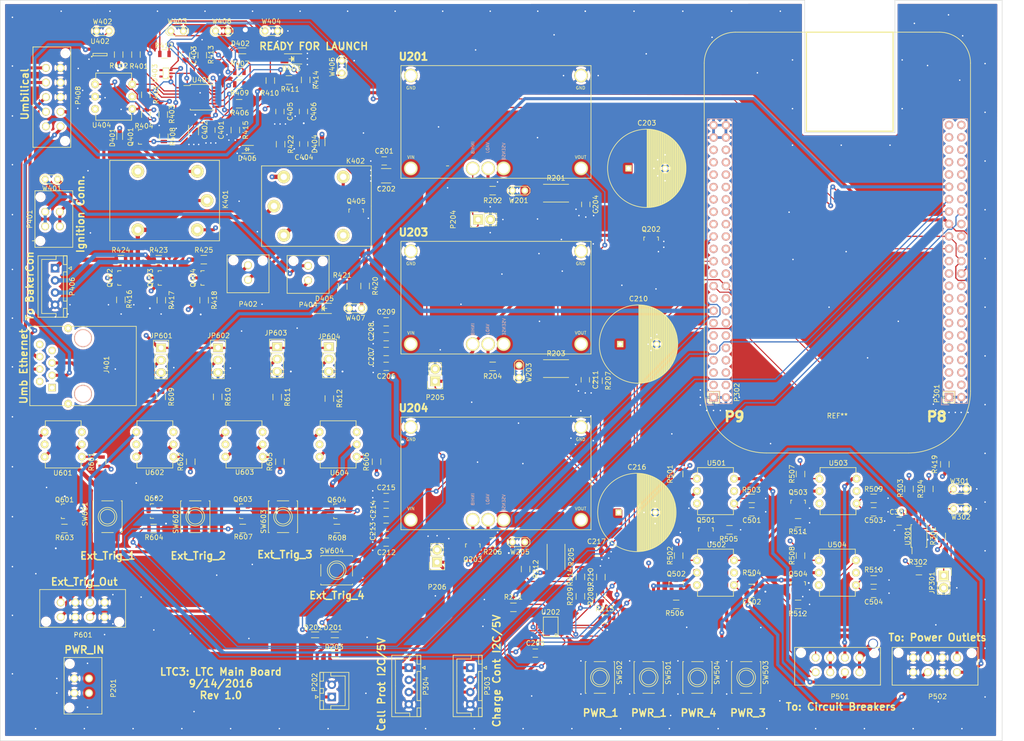
<source format=kicad_pcb>
(kicad_pcb (version 20171130) (host pcbnew 5.1.0+dfsg1-1)
  (title_block (title "Launch Tower Computer III") (date 2016-04-09) (rev A) (company "Portland State Aerospace Society"))
  (layers (0 F.Cu mixed) (1 In1.Ground.Cu power) (2 In2.Power.Cu power) (31 B.Cu mixed) (34 B.Paste user) (35 F.Paste user) (36 B.SilkS user) (37 F.SilkS user) (38 B.Mask user) (39 F.Mask user) (44 Edge.Cuts user))
  (net 0 "")
  (net 1 GND)
  (net 2 VBATT)
  (net 3 +5V)
  (net 4 "/External Device Power/EXT_POW_3_OPTO_RELAY_P")
  (net 5 "/External Device Power/EXT_POW_2_OPTO_RELAY_P")
  (net 6 "/External Device Power/EXT_POW_4_OPTO_RELAY_P")
  (net 7 "/External Device Power/EXT_POW_1_OPTO_RELAY_P")
  (net 8 GND_IGN)
  (net 9 +12V)
  (net 10 "/Rocket Umbilical & Ignition Control/IGN_BATT_P")
  (net 11 +19V)
  (net 12 "/Rocket Umbilical & Ignition Control/ROCKET_READY_5V")
  (net 13 "/BeagleBone Black Cape/ROCKET_IGNITE")
  (net 14 "Net-(R502-Pad2)")
  (net 15 "/Rocket Umbilical & Ignition Control/ROCKET_ETH_1")
  (net 16 "/Rocket Umbilical & Ignition Control/ROCKET_ETH_2")
  (net 17 "/Rocket Umbilical & Ignition Control/ROCKET_ETH_3")
  (net 18 "/Rocket Umbilical & Ignition Control/ROCKET_ETH_4")
  (net 19 "/Rocket Umbilical & Ignition Control/UMB_CONN_FROM_RKT")
  (net 20 "Net-(R404-Pad1)")
  (net 21 "/DC-DC Converters/5V_SENSE_H")
  (net 22 "/DC-DC Converters/12V_VOUT")
  (net 23 "/DC-DC Converters/19V_VOUT")
  (net 24 "Net-(C401-Pad1)")
  (net 25 "Net-(C403-Pad1)")
  (net 26 "/BeagleBone Black Cape/EXT_PWR_EN_4")
  (net 27 "/External Device Power/EXT_PWR_1_OUT")
  (net 28 "/External Device Power/EXT_PWR_2_OUT")
  (net 29 "/External Device Power/EXT_PWR_3_OUT")
  (net 30 "/External Device Power/EXT_PWR_4_OUT")
  (net 31 "Net-(D201-Pad2)")
  (net 32 "Net-(D201-Pad1)")
  (net 33 "Net-(D202-Pad2)")
  (net 34 "Net-(D203-Pad2)")
  (net 35 "Net-(D401-Pad2)")
  (net 36 "Net-(D402-Pad2)")
  (net 37 "Net-(D402-Pad1)")
  (net 38 "Net-(D403-Pad2)")
  (net 39 "Net-(D404-Pad2)")
  (net 40 "Net-(D405-Pad2)")
  (net 41 "Net-(JP301-Pad1)")
  (net 42 "Net-(JP601-Pad2)")
  (net 43 "Net-(JP602-Pad2)")
  (net 44 "Net-(JP603-Pad2)")
  (net 45 "Net-(JP604-Pad2)")
  (net 46 "Net-(K401-Pad3)")
  (net 47 "Net-(K402-Pad3)")
  (net 48 "/BeagleBone Black Cape/BQ_EEPROM")
  (net 49 "/BeagleBone Black Cape/ROCKET_READYn")
  (net 50 "/BeagleBone Black Cape/EXT_TRG_EN_3")
  (net 51 "/BeagleBone Black Cape/EXT_TRG_EN_4")
  (net 52 "/BeagleBone Black Cape/EXT_TRG_EN_2")
  (net 53 "/BeagleBone Black Cape/EXT_TRG_EN_1")
  (net 54 "/BeagleBone Black Cape/I2C_CLOCK")
  (net 55 "/BeagleBone Black Cape/I2C_DATA")
  (net 56 "/BeagleBone Black Cape/12V_ENn")
  (net 57 "/BeagleBone Black Cape/19V_ENn")
  (net 58 "Net-(P402-Pad2)")
  (net 59 "Net-(P406-Pad1)")
  (net 60 "Net-(P406-Pad2)")
  (net 61 "Net-(P406-Pad3)")
  (net 62 "/External Device Triggers/EXT_TRG_1_OUT")
  (net 63 "/External Device Triggers/EXT_TRG_2_OUT")
  (net 64 "/External Device Triggers/EXT_TRG_3_OUT")
  (net 65 "/External Device Triggers/EXT_TRG_4_OUT")
  (net 66 "Net-(Q401-Pad1)")
  (net 67 "Net-(Q402-Pad2)")
  (net 68 "Net-(Q403-Pad2)")
  (net 69 "Net-(Q404-Pad2)")
  (net 70 "/External Device Power/EXT_PWR_EN_1")
  (net 71 "Net-(Q501-Pad3)")
  (net 72 "/External Device Power/EXT_PWR_EN_2")
  (net 73 "Net-(Q502-Pad3)")
  (net 74 "/External Device Power/EXT_PWR_EN_3")
  (net 75 "Net-(Q503-Pad3)")
  (net 76 "/External Device Power/EXT_PWR_EN_4")
  (net 77 "Net-(Q504-Pad3)")
  (net 78 "Net-(Q601-Pad3)")
  (net 79 "Net-(Q602-Pad3)")
  (net 80 "Net-(Q603-Pad3)")
  (net 81 "Net-(Q604-Pad3)")
  (net 82 "Net-(R202-Pad1)")
  (net 83 "Net-(R204-Pad1)")
  (net 84 "Net-(R206-Pad1)")
  (net 85 "/DC-DC Converters/12V_SENSE_H")
  (net 86 "/DC-DC Converters/12V_SENSE_L")
  (net 87 "/DC-DC Converters/19V_SENSE_H")
  (net 88 "/DC-DC Converters/19V_SENSE_L")
  (net 89 "Net-(R302-Pad2)")
  (net 90 "Net-(R401-Pad2)")
  (net 91 "Net-(R402-Pad2)")
  (net 92 "Net-(R405-Pad1)")
  (net 93 "Net-(R411-Pad1)")
  (net 94 "Net-(R414-Pad1)")
  (net 95 "Net-(R501-Pad2)")
  (net 96 "Net-(R507-Pad2)")
  (net 97 "Net-(R508-Pad2)")
  (net 98 "Net-(R601-Pad2)")
  (net 99 "Net-(R602-Pad2)")
  (net 100 "Net-(R605-Pad2)")
  (net 101 "Net-(R606-Pad2)")
  (net 102 "Net-(R609-Pad2)")
  (net 103 "Net-(R610-Pad2)")
  (net 104 "Net-(R611-Pad2)")
  (net 105 "Net-(R612-Pad2)")
  (net 106 "Net-(U401-Pad11)")
  (module LTC3:Via_.6mm (layer F.Cu) (at 142.5 113.9)
    (fp_text reference REF** hide)
    (fp_text value Via_.6mm hide)
    (pad 1 thru_hole circle (at 0 0) (size 0.6 0.6) (drill 0.3) (layers *.Cu) (net 1 GND))
  )
  (module LTC3:Via_.6mm (layer F.Cu) (at 214.6 166.3)
    (fp_text reference REF** hide)
    (fp_text value Via_.6mm hide)
    (pad 1 thru_hole circle (at 0 0) (size 0.6 0.6) (drill 0.3) (layers *.Cu) (net 1 GND))
  )
  (module LTC3:Via_.6mm (layer F.Cu) (at 214 163.5)
    (fp_text reference REF** hide)
    (fp_text value Via_.6mm hide)
    (pad 1 thru_hole circle (at 0 0) (size 0.6 0.6) (drill 0.3) (layers *.Cu) (net 1 GND))
  )
  (module LTC3:Via_.6mm (layer F.Cu) (at 216.1 162.1)
    (fp_text reference REF** hide)
    (fp_text value Via_.6mm hide)
    (pad 1 thru_hole circle (at 0 0) (size 0.6 0.6) (drill 0.3) (layers *.Cu) (net 1 GND))
  )
  (module LTC3:Via_.6mm (layer F.Cu) (at 214.7 90.2)
    (fp_text reference REF** hide)
    (fp_text value Via_.6mm hide)
    (pad 1 thru_hole circle (at 0 0) (size 0.6 0.6) (drill 0.3) (layers *.Cu) (net 1 GND))
  )
  (module LTC3:Via_.6mm (layer F.Cu) (at 211.7 90.2)
    (fp_text reference REF** hide)
    (fp_text value Via_.6mm hide)
    (pad 1 thru_hole circle (at 0 0) (size 0.6 0.6) (drill 0.3) (layers *.Cu) (net 1 GND))
  )
  (module LTC3:Via_.6mm (layer F.Cu) (at 214.2 126.6)
    (fp_text reference REF** hide)
    (fp_text value Via_.6mm hide)
    (pad 1 thru_hole circle (at 0 0) (size 0.6 0.6) (drill 0.3) (layers *.Cu) (net 1 GND))
  )
  (module LTC3:Via_.6mm (layer F.Cu) (at 211.6 126.2)
    (fp_text reference REF** hide)
    (fp_text value Via_.6mm hide)
    (pad 1 thru_hole circle (at 0 0) (size 0.6 0.6) (drill 0.3) (layers *.Cu) (net 1 GND))
  )
  (module LTC3:Via_.6mm (layer F.Cu) (at 208.1 95.1)
    (fp_text reference REF** hide)
    (fp_text value Via_.6mm hide)
    (pad 1 thru_hole circle (at 0 0) (size 0.6 0.6) (drill 0.3) (layers *.Cu) (net 1 GND))
  )
  (module LTC3:Via_.6mm (layer F.Cu) (at 213.1 90.5)
    (fp_text reference REF** hide)
    (fp_text value Via_.6mm hide)
    (pad 1 thru_hole circle (at 0 0) (size 0.6 0.6) (drill 0.3) (layers *.Cu) (net 1 GND))
  )
  (module LTC3:Via_.6mm (layer F.Cu) (at 211.1 124.9)
    (fp_text reference REF** hide)
    (fp_text value Via_.6mm hide)
    (pad 1 thru_hole circle (at 0 0) (size 0.6 0.6) (drill 0.3) (layers *.Cu) (net 1 GND))
  )
  (module LTC3:Via_.6mm (layer F.Cu) (at 183.25 117.75)
    (fp_text reference REF** hide)
    (fp_text value Via_.6mm hide)
    (pad 1 thru_hole circle (at 0 0) (size 0.6 0.6) (drill 0.3) (layers *.Cu) (net 1 GND))
  )
  (module LTC3:Via_.6mm (layer F.Cu) (at 263 109)
    (fp_text reference REF** hide)
    (fp_text value Via_.6mm hide)
    (pad 1 thru_hole circle (at 0 0) (size 0.6 0.6) (drill 0.3) (layers *.Cu) (net 1 GND))
  )
  (module LTC3:Via_.6mm (layer F.Cu) (at 102.5 146)
    (fp_text reference REF** hide)
    (fp_text value Via_.6mm hide)
    (pad 1 thru_hole circle (at 0 0) (size 0.6 0.6) (drill 0.3) (layers *.Cu) (net 1 GND))
  )
  (module LTC3:Via_.6mm (layer F.Cu) (at 109.75 160.25)
    (fp_text reference REF** hide)
    (fp_text value Via_.6mm hide)
    (pad 1 thru_hole circle (at 0 0) (size 0.6 0.6) (drill 0.3) (layers *.Cu) (net 1 GND))
  )
  (module LTC3:Via_.6mm (layer F.Cu) (at 168 188.25)
    (fp_text reference REF** hide)
    (fp_text value Via_.6mm hide)
    (pad 1 thru_hole circle (at 0 0) (size 0.6 0.6) (drill 0.3) (layers *.Cu) (net 1 GND))
  )
  (module LTC3:Via_.6mm (layer F.Cu) (at 182.25 168.25)
    (fp_text reference REF** hide)
    (fp_text value Via_.6mm hide)
    (pad 1 thru_hole circle (at 0 0) (size 0.6 0.6) (drill 0.3) (layers *.Cu) (net 1 GND))
  )
  (module LTC3:Via_.6mm (layer F.Cu) (at 168.25 176.75)
    (fp_text reference REF** hide)
    (fp_text value Via_.6mm hide)
    (pad 1 thru_hole circle (at 0 0) (size 0.6 0.6) (drill 0.3) (layers *.Cu) (net 1 GND))
  )
  (module LTC3:Via_.6mm (layer F.Cu) (at 184.75 84.5)
    (fp_text reference REF** hide)
    (fp_text value Via_.6mm hide)
    (pad 1 thru_hole circle (at 0 0) (size 0.6 0.6) (drill 0.3) (layers *.Cu) (net 1 GND))
  )
  (module LTC3:Via_.6mm (layer F.Cu) (at 167.5 73.25)
    (fp_text reference REF** hide)
    (fp_text value Via_.6mm hide)
    (pad 1 thru_hole circle (at 0 0) (size 0.6 0.6) (drill 0.3) (layers *.Cu) (net 1 GND))
  )
  (module LTC3:Via_.6mm (layer F.Cu) (at 166.75 98.75)
    (fp_text reference REF** hide)
    (fp_text value Via_.6mm hide)
    (pad 1 thru_hole circle (at 0 0) (size 0.6 0.6) (drill 0.3) (layers *.Cu) (net 1 GND))
  )
  (module LTC3:Via_.6mm (layer F.Cu) (at 168.5 90.75)
    (fp_text reference REF** hide)
    (fp_text value Via_.6mm hide)
    (pad 1 thru_hole circle (at 0 0) (size 0.6 0.6) (drill 0.3) (layers *.Cu) (net 1 GND))
  )
  (module LTC3:Via_.6mm (layer F.Cu) (at 145.75 93.5)
    (fp_text reference REF** hide)
    (fp_text value Via_.6mm hide)
    (pad 1 thru_hole circle (at 0 0) (size 0.6 0.6) (drill 0.3) (layers *.Cu) (net 1 GND))
  )
  (module LTC3:Via_.6mm (layer F.Cu) (at 142 87.25)
    (fp_text reference REF** hide)
    (fp_text value Via_.6mm hide)
    (pad 1 thru_hole circle (at 0 0) (size 0.6 0.6) (drill 0.3) (layers *.Cu) (net 1 GND))
  )
  (module LTC3:Via_.6mm (layer F.Cu) (at 111.5 93.75)
    (fp_text reference REF** hide)
    (fp_text value Via_.6mm hide)
    (pad 1 thru_hole circle (at 0 0) (size 0.6 0.6) (drill 0.3) (layers *.Cu) (net 1 GND))
  )
  (module LTC3:Via_.6mm (layer F.Cu) (at 111 81)
    (fp_text reference REF** hide)
    (fp_text value Via_.6mm hide)
    (pad 1 thru_hole circle (at 0 0) (size 0.6 0.6) (drill 0.3) (layers *.Cu) (net 1 GND))
  )
  (module LTC3:Via_.6mm (layer F.Cu) (at 227.5 105.25)
    (fp_text reference REF** hide)
    (fp_text value Via_.6mm hide)
    (pad 1 thru_hole circle (at 0 0) (size 0.6 0.6) (drill 0.3) (layers *.Cu) (net 1 GND))
  )
  (module LTC3:Via_.6mm (layer F.Cu) (at 220.5 104.5)
    (fp_text reference REF** hide)
    (fp_text value Via_.6mm hide)
    (pad 1 thru_hole circle (at 0 0) (size 0.6 0.6) (drill 0.3) (layers *.Cu) (net 1 GND))
  )
  (module LTC3:Via_.6mm (layer F.Cu) (at 230.75 135)
    (fp_text reference REF** hide)
    (fp_text value Via_.6mm hide)
    (pad 1 thru_hole circle (at 0 0) (size 0.6 0.6) (drill 0.3) (layers *.Cu) (net 1 GND))
  )
  (module LTC3:Via_.6mm (layer F.Cu) (at 251 137)
    (fp_text reference REF** hide)
    (fp_text value Via_.6mm hide)
    (pad 1 thru_hole circle (at 0 0) (size 0.6 0.6) (drill 0.3) (layers *.Cu) (net 1 GND))
  )
  (module LTC3:Via_.6mm (layer F.Cu) (at 249 174.75)
    (fp_text reference REF** hide)
    (fp_text value Via_.6mm hide)
    (pad 1 thru_hole circle (at 0 0) (size 0.6 0.6) (drill 0.3) (layers *.Cu) (net 1 GND))
  )
  (module LTC3:Via_.6mm (layer F.Cu) (at 215.646 61.468)
    (fp_text reference REF** hide)
    (fp_text value Via_.6mm hide)
    (pad 1 thru_hole circle (at 0 0) (size 0.6 0.6) (drill 0.3) (layers *.Cu) (net 1 GND))
  )
  (module LTC3:Via_.6mm (layer F.Cu) (at 208.534 61.468)
    (fp_text reference REF** hide)
    (fp_text value Via_.6mm hide)
    (pad 1 thru_hole circle (at 0 0) (size 0.6 0.6) (drill 0.3) (layers *.Cu) (net 1 GND))
  )
  (module LTC3:Via_.6mm (layer F.Cu) (at 208.28 101.6)
    (fp_text reference REF** hide)
    (fp_text value Via_.6mm hide)
    (pad 1 thru_hole circle (at 0 0) (size 0.6 0.6) (drill 0.3) (layers *.Cu) (net 1 GND))
  )
  (module LTC3:Via_.6mm (layer F.Cu) (at 214.63 96.012)
    (fp_text reference REF** hide)
    (fp_text value Via_.6mm hide)
    (pad 1 thru_hole circle (at 0 0) (size 0.6 0.6) (drill 0.3) (layers *.Cu) (net 1 GND))
  )
  (module LTC3:Via_.6mm (layer F.Cu) (at 203.5 98)
    (fp_text reference REF** hide)
    (fp_text value Via_.6mm hide)
    (pad 1 thru_hole circle (at 0 0) (size 0.6 0.6) (drill 0.3) (layers *.Cu) (net 1 GND))
  )
  (module LTC3:Via_.6mm (layer F.Cu) (at 210.058 131.318)
    (fp_text reference REF** hide)
    (fp_text value Via_.6mm hide)
    (pad 1 thru_hole circle (at 0 0) (size 0.6 0.6) (drill 0.3) (layers *.Cu) (net 1 GND))
  )
  (module LTC3:Via_.6mm (layer F.Cu) (at 214.122 131.318)
    (fp_text reference REF** hide)
    (fp_text value Via_.6mm hide)
    (pad 1 thru_hole circle (at 0 0) (size 0.6 0.6) (drill 0.3) (layers *.Cu) (net 1 GND))
  )
  (module LTC3:Via_.6mm (layer F.Cu) (at 214.63 136.398)
    (fp_text reference REF** hide)
    (fp_text value Via_.6mm hide)
    (pad 1 thru_hole circle (at 0 0) (size 0.6 0.6) (drill 0.3) (layers *.Cu) (net 1 GND))
  )
  (module LTC3:Via_.6mm (layer F.Cu) (at 210.058 135.89)
    (fp_text reference REF** hide)
    (fp_text value Via_.6mm hide)
    (pad 1 thru_hole circle (at 0 0) (size 0.6 0.6) (drill 0.3) (layers *.Cu) (net 1 GND))
  )
  (module LTC3:Via_.6mm (layer F.Cu) (at 212.09 130.302)
    (fp_text reference REF** hide)
    (fp_text value Via_.6mm hide)
    (pad 1 thru_hole circle (at 0 0) (size 0.6 0.6) (drill 0.3) (layers *.Cu) (net 1 GND))
  )
  (module LTC3:Via_.6mm (layer F.Cu) (at 211 137.16)
    (fp_text reference REF** hide)
    (fp_text value Via_.6mm hide)
    (pad 1 thru_hole circle (at 0 0) (size 0.6 0.6) (drill 0.3) (layers *.Cu) (net 1 GND))
  )
  (module LTC3:Via_.6mm (layer F.Cu) (at 227.838 78.74)
    (fp_text reference REF** hide)
    (fp_text value Via_.6mm hide)
    (pad 1 thru_hole circle (at 0 0) (size 0.6 0.6) (drill 0.3) (layers *.Cu) (net 1 GND))
  )
  (module LTC3:Via_.6mm (layer F.Cu) (at 227.838 82.042)
    (fp_text reference REF** hide)
    (fp_text value Via_.6mm hide)
    (pad 1 thru_hole circle (at 0 0) (size 0.6 0.6) (drill 0.3) (layers *.Cu) (net 1 GND))
  )
  (module LTC3:Via_.6mm (layer F.Cu) (at 229.362 77.724)
    (fp_text reference REF** hide)
    (fp_text value Via_.6mm hide)
    (pad 1 thru_hole circle (at 0 0) (size 0.6 0.6) (drill 0.3) (layers *.Cu) (net 1 GND))
  )
  (module LTC3:Via_.6mm (layer F.Cu) (at 227.076 80.518)
    (fp_text reference REF** hide)
    (fp_text value Via_.6mm hide)
    (pad 1 thru_hole circle (at 0 0) (size 0.6 0.6) (drill 0.3) (layers *.Cu) (net 1 GND))
  )
  (module LTC3:Via_.6mm (layer F.Cu) (at 229.362 83.058)
    (fp_text reference REF** hide)
    (fp_text value Via_.6mm hide)
    (pad 1 thru_hole circle (at 0 0) (size 0.6 0.6) (drill 0.3) (layers *.Cu) (net 1 GND))
  )
  (module LTC3:Via_.6mm (layer F.Cu) (at 213 126.6)
    (fp_text reference REF** hide)
    (fp_text value Via_.6mm hide)
    (pad 1 thru_hole circle (at 0 0) (size 0.6 0.6) (drill 0.3) (layers *.Cu) (net 1 GND))
  )
  (module LTC3:Via_.6mm (layer F.Cu) (at 244.856 154.686)
    (fp_text reference REF** hide)
    (fp_text value Via_.6mm hide)
    (pad 1 thru_hole circle (at 0 0) (size 0.6 0.6) (drill 0.3) (layers *.Cu) (net 1 GND))
  )
  (module Capacitors_ThroughHole:C_Radial_D16_L25_P7.5 (layer F.Cu) (at 220.162 116.572)
    (fp_text reference C210 (at 3.75 -9.3) (layer F.SilkS))
    (fp_text value 470μ)
    (pad 1 thru_hole rect (at 0 0) (size 1.3 1.3) (drill 0.8) (layers *.Cu *.Mask F.SilkS) (net 22 "/DC-DC Converters/12V_VOUT"))
    (pad 2 thru_hole circle (at 7.5 0) (size 1.3 1.3) (drill 0.8) (layers *.Cu *.Mask F.SilkS) (net 1 GND))
  )
  (module LTC3:Via_.6mm (layer F.Cu) (at 100.25 195.5)
    (fp_text reference REF** hide)
    (fp_text value Via_.6mm hide)
    (pad 1 thru_hole circle (at 0 0) (size 0.6 0.6) (drill 0.3) (layers *.Cu) (net 1 GND))
  )
  (module LTC3:Via_.6mm (layer F.Cu) (at 110.25 195.5)
    (fp_text reference REF** hide)
    (fp_text value Via_.6mm hide)
    (pad 1 thru_hole circle (at 0 0) (size 0.6 0.6) (drill 0.3) (layers *.Cu) (net 1 GND))
  )
  (module LTC3:Via_.6mm (layer F.Cu) (at 120.25 195.5)
    (fp_text reference REF** hide)
    (fp_text value Via_.6mm hide)
    (pad 1 thru_hole circle (at 0 0) (size 0.6 0.6) (drill 0.3) (layers *.Cu) (net 1 GND))
  )
  (module LTC3:Via_.6mm (layer F.Cu) (at 130.25 195.5)
    (fp_text reference REF** hide)
    (fp_text value Via_.6mm hide)
    (pad 1 thru_hole circle (at 0 0) (size 0.6 0.6) (drill 0.3) (layers *.Cu) (net 1 GND))
  )
  (module LTC3:Via_.6mm (layer F.Cu) (at 140.25 195.5)
    (fp_text reference REF** hide)
    (fp_text value Via_.6mm hide)
    (pad 1 thru_hole circle (at 0 0) (size 0.6 0.6) (drill 0.3) (layers *.Cu) (net 1 GND))
  )
  (module LTC3:Via_.6mm (layer F.Cu) (at 150.25 195.5)
    (fp_text reference REF** hide)
    (fp_text value Via_.6mm hide)
    (pad 1 thru_hole circle (at 0 0) (size 0.6 0.6) (drill 0.3) (layers *.Cu) (net 1 GND))
  )
  (module LTC3:Via_.6mm (layer F.Cu) (at 160.25 195.5)
    (fp_text reference REF** hide)
    (fp_text value Via_.6mm hide)
    (pad 1 thru_hole circle (at 0 0) (size 0.6 0.6) (drill 0.3) (layers *.Cu) (net 1 GND))
  )
  (module LTC3:Via_.6mm (layer F.Cu) (at 170.25 195.5)
    (fp_text reference REF** hide)
    (fp_text value Via_.6mm hide)
    (pad 1 thru_hole circle (at 0 0) (size 0.6 0.6) (drill 0.3) (layers *.Cu) (net 1 GND))
  )
  (module LTC3:Via_.6mm (layer F.Cu) (at 180.25 195.5)
    (fp_text reference REF** hide)
    (fp_text value Via_.6mm hide)
    (pad 1 thru_hole circle (at 0 0) (size 0.6 0.6) (drill 0.3) (layers *.Cu) (net 1 GND))
  )
  (module LTC3:Via_.6mm (layer F.Cu) (at 190.25 195.5)
    (fp_text reference REF** hide)
    (fp_text value Via_.6mm hide)
    (pad 1 thru_hole circle (at 0 0) (size 0.6 0.6) (drill 0.3) (layers *.Cu) (net 1 GND))
  )
  (module LTC3:Via_.6mm (layer F.Cu) (at 200.25 195.5)
    (fp_text reference REF** hide)
    (fp_text value Via_.6mm hide)
    (pad 1 thru_hole circle (at 0 0) (size 0.6 0.6) (drill 0.3) (layers *.Cu) (net 1 GND))
  )
  (module LTC3:Via_.6mm (layer F.Cu) (at 210.25 195.5)
    (fp_text reference REF** hide)
    (fp_text value Via_.6mm hide)
    (pad 1 thru_hole circle (at 0 0) (size 0.6 0.6) (drill 0.3) (layers *.Cu) (net 1 GND))
  )
  (module LTC3:Via_.6mm (layer F.Cu) (at 220.25 195.5)
    (fp_text reference REF** hide)
    (fp_text value Via_.6mm hide)
    (pad 1 thru_hole circle (at 0 0) (size 0.6 0.6) (drill 0.3) (layers *.Cu) (net 1 GND))
  )
  (module LTC3:Via_.6mm (layer F.Cu) (at 230.25 195.5)
    (fp_text reference REF** hide)
    (fp_text value Via_.6mm hide)
    (pad 1 thru_hole circle (at 0 0) (size 0.6 0.6) (drill 0.3) (layers *.Cu) (net 1 GND))
  )
  (module LTC3:Via_.6mm (layer F.Cu) (at 240.25 195.5)
    (fp_text reference REF** hide)
    (fp_text value Via_.6mm hide)
    (pad 1 thru_hole circle (at 0 0) (size 0.6 0.6) (drill 0.3) (layers *.Cu) (net 1 GND))
  )
  (module LTC3:Via_.6mm (layer F.Cu) (at 250.25 195.5)
    (fp_text reference REF** hide)
    (fp_text value Via_.6mm hide)
    (pad 1 thru_hole circle (at 0 0) (size 0.6 0.6) (drill 0.3) (layers *.Cu) (net 1 GND))
  )
  (module LTC3:Via_.6mm (layer F.Cu) (at 260.25 195.5)
    (fp_text reference REF** hide)
    (fp_text value Via_.6mm hide)
    (pad 1 thru_hole circle (at 0 0) (size 0.6 0.6) (drill 0.3) (layers *.Cu) (net 1 GND))
  )
  (module LTC3:Via_.6mm (layer F.Cu) (at 270.25 195.5)
    (fp_text reference REF** hide)
    (fp_text value Via_.6mm hide)
    (pad 1 thru_hole circle (at 0 0) (size 0.6 0.6) (drill 0.3) (layers *.Cu) (net 1 GND))
  )
  (module LTC3:Via_.6mm (layer F.Cu) (at 280.25 195.5)
    (fp_text reference REF** hide)
    (fp_text value Via_.6mm hide)
    (pad 1 thru_hole circle (at 0 0) (size 0.6 0.6) (drill 0.3) (layers *.Cu) (net 1 GND))
  )
  (module LTC3:Via_.6mm (layer F.Cu) (at 290.25 195.5)
    (fp_text reference REF** hide)
    (fp_text value Via_.6mm hide)
    (pad 1 thru_hole circle (at 0 0) (size 0.6 0.6) (drill 0.3) (layers *.Cu) (net 1 GND))
  )
  (module LTC3:Via_.6mm (layer F.Cu) (at 295 189)
    (fp_text reference REF** hide)
    (fp_text value Via_.6mm hide)
    (pad 1 thru_hole circle (at 0 0) (size 0.6 0.6) (drill 0.3) (layers *.Cu) (net 1 GND))
  )
  (module LTC3:Via_.6mm (layer F.Cu) (at 295 179)
    (fp_text reference REF** hide)
    (fp_text value Via_.6mm hide)
    (pad 1 thru_hole circle (at 0 0) (size 0.6 0.6) (drill 0.3) (layers *.Cu) (net 1 GND))
  )
  (module LTC3:Via_.6mm (layer F.Cu) (at 295 169)
    (fp_text reference REF** hide)
    (fp_text value Via_.6mm hide)
    (pad 1 thru_hole circle (at 0 0) (size 0.6 0.6) (drill 0.3) (layers *.Cu) (net 1 GND))
  )
  (module LTC3:Via_.6mm (layer F.Cu) (at 295 159)
    (fp_text reference REF** hide)
    (fp_text value Via_.6mm hide)
    (pad 1 thru_hole circle (at 0 0) (size 0.6 0.6) (drill 0.3) (layers *.Cu) (net 1 GND))
  )
  (module LTC3:Via_.6mm (layer F.Cu) (at 295 149)
    (fp_text reference REF** hide)
    (fp_text value Via_.6mm hide)
    (pad 1 thru_hole circle (at 0 0) (size 0.6 0.6) (drill 0.3) (layers *.Cu) (net 1 GND))
  )
  (module LTC3:Via_.6mm (layer F.Cu) (at 295 139)
    (fp_text reference REF** hide)
    (fp_text value Via_.6mm hide)
    (pad 1 thru_hole circle (at 0 0) (size 0.6 0.6) (drill 0.3) (layers *.Cu) (net 1 GND))
  )
  (module LTC3:Via_.6mm (layer F.Cu) (at 295 129)
    (fp_text reference REF** hide)
    (fp_text value Via_.6mm hide)
    (pad 1 thru_hole circle (at 0 0) (size 0.6 0.6) (drill 0.3) (layers *.Cu) (net 1 GND))
  )
  (module LTC3:Via_.6mm (layer F.Cu) (at 295 119)
    (fp_text reference REF** hide)
    (fp_text value Via_.6mm hide)
    (pad 1 thru_hole circle (at 0 0) (size 0.6 0.6) (drill 0.3) (layers *.Cu) (net 1 GND))
  )
  (module LTC3:Via_.6mm (layer F.Cu) (at 295 109)
    (fp_text reference REF** hide)
    (fp_text value Via_.6mm hide)
    (pad 1 thru_hole circle (at 0 0) (size 0.6 0.6) (drill 0.3) (layers *.Cu) (net 1 GND))
  )
  (module LTC3:Via_.6mm (layer F.Cu) (at 295 99)
    (fp_text reference REF** hide)
    (fp_text value Via_.6mm hide)
    (pad 1 thru_hole circle (at 0 0) (size 0.6 0.6) (drill 0.3) (layers *.Cu) (net 1 GND))
  )
  (module LTC3:Via_.6mm (layer F.Cu) (at 295 89)
    (fp_text reference REF** hide)
    (fp_text value Via_.6mm hide)
    (pad 1 thru_hole circle (at 0 0) (size 0.6 0.6) (drill 0.3) (layers *.Cu) (net 1 GND))
  )
  (module LTC3:Via_.6mm (layer F.Cu) (at 295 79)
    (fp_text reference REF** hide)
    (fp_text value Via_.6mm hide)
    (pad 1 thru_hole circle (at 0 0) (size 0.6 0.6) (drill 0.3) (layers *.Cu) (net 1 GND))
  )
  (module LTC3:Via_.6mm (layer F.Cu) (at 295 69)
    (fp_text reference REF** hide)
    (fp_text value Via_.6mm hide)
    (pad 1 thru_hole circle (at 0 0) (size 0.6 0.6) (drill 0.3) (layers *.Cu) (net 1 GND))
  )
  (module LTC3:Via_.6mm (layer F.Cu) (at 295 59)
    (fp_text reference REF** hide)
    (fp_text value Via_.6mm hide)
    (pad 1 thru_hole circle (at 0 0) (size 0.6 0.6) (drill 0.3) (layers *.Cu) (net 1 GND))
  )
  (module LTC3:Via_.6mm (layer F.Cu) (at 287.5 49)
    (fp_text reference REF** hide)
    (fp_text value Via_.6mm hide)
    (pad 1 thru_hole circle (at 0 0) (size 0.6 0.6) (drill 0.3) (layers *.Cu) (net 1 GND))
  )
  (module LTC3:Via_.6mm (layer F.Cu) (at 280.5 50.75)
    (fp_text reference REF** hide)
    (fp_text value Via_.6mm hide)
    (pad 1 thru_hole circle (at 0 0) (size 0.6 0.6) (drill 0.3) (layers *.Cu) (net 1 GND))
  )
  (module LTC3:Via_.6mm (layer F.Cu) (at 278 58.25)
    (fp_text reference REF** hide)
    (fp_text value Via_.6mm hide)
    (pad 1 thru_hole circle (at 0 0) (size 0.6 0.6) (drill 0.3) (layers *.Cu) (net 1 GND))
  )
  (module LTC3:Via_.6mm (layer F.Cu) (at 278 68.25)
    (fp_text reference REF** hide)
    (fp_text value Via_.6mm hide)
    (pad 1 thru_hole circle (at 0 0) (size 0.6 0.6) (drill 0.3) (layers *.Cu) (net 1 GND))
  )
  (module LTC3:Via_.6mm (layer F.Cu) (at 275.5 75.75)
    (fp_text reference REF** hide)
    (fp_text value Via_.6mm hide)
    (pad 1 thru_hole circle (at 0 0) (size 0.6 0.6) (drill 0.3) (layers *.Cu) (net 1 GND))
  )
  (module LTC3:Via_.6mm (layer F.Cu) (at 265.5 75.75)
    (fp_text reference REF** hide)
    (fp_text value Via_.6mm hide)
    (pad 1 thru_hole circle (at 0 0) (size 0.6 0.6) (drill 0.3) (layers *.Cu) (net 1 GND))
  )
  (module LTC3:Via_.6mm (layer F.Cu) (at 255.5 75.75)
    (fp_text reference REF** hide)
    (fp_text value Via_.6mm hide)
    (pad 1 thru_hole circle (at 0 0) (size 0.6 0.6) (drill 0.3) (layers *.Cu) (net 1 GND))
  )
  (module LTC3:Via_.6mm (layer F.Cu) (at 255.5 68.25)
    (fp_text reference REF** hide)
    (fp_text value Via_.6mm hide)
    (pad 1 thru_hole circle (at 0 0) (size 0.6 0.6) (drill 0.3) (layers *.Cu) (net 1 GND))
  )
  (module LTC3:Via_.6mm (layer F.Cu) (at 255.5 58.25)
    (fp_text reference REF** hide)
    (fp_text value Via_.6mm hide)
    (pad 1 thru_hole circle (at 0 0) (size 0.6 0.6) (drill 0.3) (layers *.Cu) (net 1 GND))
  )
  (module LTC3:Via_.6mm (layer F.Cu) (at 253 48.25)
    (fp_text reference REF** hide)
    (fp_text value Via_.6mm hide)
    (pad 1 thru_hole circle (at 0 0) (size 0.6 0.6) (drill 0.3) (layers *.Cu) (net 1 GND))
  )
  (module LTC3:Via_.6mm (layer F.Cu) (at 243 48.25)
    (fp_text reference REF** hide)
    (fp_text value Via_.6mm hide)
    (pad 1 thru_hole circle (at 0 0) (size 0.6 0.6) (drill 0.3) (layers *.Cu) (net 1 GND))
  )
  (module LTC3:Via_.6mm (layer F.Cu) (at 233 48.25)
    (fp_text reference REF** hide)
    (fp_text value Via_.6mm hide)
    (pad 1 thru_hole circle (at 0 0) (size 0.6 0.6) (drill 0.3) (layers *.Cu) (net 1 GND))
  )
  (module LTC3:Via_.6mm (layer F.Cu) (at 223 48.25)
    (fp_text reference REF** hide)
    (fp_text value Via_.6mm hide)
    (pad 1 thru_hole circle (at 0 0) (size 0.6 0.6) (drill 0.3) (layers *.Cu) (net 1 GND))
  )
  (module LTC3:Via_.6mm (layer F.Cu) (at 213 48.25)
    (fp_text reference REF** hide)
    (fp_text value Via_.6mm hide)
    (pad 1 thru_hole circle (at 0 0) (size 0.6 0.6) (drill 0.3) (layers *.Cu) (net 1 GND))
  )
  (module LTC3:Via_.6mm (layer F.Cu) (at 213 48.25)
    (fp_text reference REF** hide)
    (fp_text value Via_.6mm hide)
    (pad 1 thru_hole circle (at 0 0) (size 0.6 0.6) (drill 0.3) (layers *.Cu) (net 1 GND))
  )
  (module LTC3:Via_.6mm (layer F.Cu) (at 203.25 48.25)
    (fp_text reference REF** hide)
    (fp_text value Via_.6mm hide)
    (pad 1 thru_hole circle (at 0 0) (size 0.6 0.6) (drill 0.3) (layers *.Cu) (net 1 GND))
  )
  (module LTC3:Via_.6mm (layer F.Cu) (at 193.5 48.25)
    (fp_text reference REF** hide)
    (fp_text value Via_.6mm hide)
    (pad 1 thru_hole circle (at 0 0) (size 0.6 0.6) (drill 0.3) (layers *.Cu) (net 1 GND))
  )
  (module LTC3:Via_.6mm (layer F.Cu) (at 183.75 48.25)
    (fp_text reference REF** hide)
    (fp_text value Via_.6mm hide)
    (pad 1 thru_hole circle (at 0 0) (size 0.6 0.6) (drill 0.3) (layers *.Cu) (net 1 GND))
  )
  (module LTC3:Via_.6mm (layer F.Cu) (at 174 48.25)
    (fp_text reference REF** hide)
    (fp_text value Via_.6mm hide)
    (pad 1 thru_hole circle (at 0 0) (size 0.6 0.6) (drill 0.3) (layers *.Cu) (net 1 GND))
  )
  (module LTC3:Via_.6mm (layer F.Cu) (at 164.25 48.25)
    (fp_text reference REF** hide)
    (fp_text value Via_.6mm hide)
    (pad 1 thru_hole circle (at 0 0) (size 0.6 0.6) (drill 0.3) (layers *.Cu) (net 1 GND))
  )
  (module LTC3:Via_.6mm (layer F.Cu) (at 154.5 48.25)
    (fp_text reference REF** hide)
    (fp_text value Via_.6mm hide)
    (pad 1 thru_hole circle (at 0 0) (size 0.6 0.6) (drill 0.3) (layers *.Cu) (net 1 GND))
  )
  (module LTC3:Via_.6mm (layer F.Cu) (at 144.75 48.25)
    (fp_text reference REF** hide)
    (fp_text value Via_.6mm hide)
    (pad 1 thru_hole circle (at 0 0) (size 0.6 0.6) (drill 0.3) (layers *.Cu) (net 1 GND))
  )
  (module LTC3:Via_.6mm (layer F.Cu) (at 135 48.25)
    (fp_text reference REF** hide)
    (fp_text value Via_.6mm hide)
    (pad 1 thru_hole circle (at 0 0) (size 0.6 0.6) (drill 0.3) (layers *.Cu) (net 1 GND))
  )
  (module LTC3:Via_.6mm (layer F.Cu) (at 125.25 48.25)
    (fp_text reference REF** hide)
    (fp_text value Via_.6mm hide)
    (pad 1 thru_hole circle (at 0 0) (size 0.6 0.6) (drill 0.3) (layers *.Cu) (net 1 GND))
  )
  (module LTC3:Via_.6mm (layer F.Cu) (at 115.5 48.25)
    (fp_text reference REF** hide)
    (fp_text value Via_.6mm hide)
    (pad 1 thru_hole circle (at 0 0) (size 0.6 0.6) (drill 0.3) (layers *.Cu) (net 1 GND))
  )
  (module LTC3:Via_.6mm (layer F.Cu) (at 105.5 48.25)
    (fp_text reference REF** hide)
    (fp_text value Via_.6mm hide)
    (pad 1 thru_hole circle (at 0 0) (size 0.6 0.6) (drill 0.3) (layers *.Cu) (net 1 GND))
  )
  (module LTC3:Via_.6mm (layer F.Cu) (at 95.5 49.5)
    (fp_text reference REF** hide)
    (fp_text value Via_.6mm hide)
    (pad 1 thru_hole circle (at 0 0) (size 0.6 0.6) (drill 0.3) (layers *.Cu) (net 1 GND))
  )
  (module LTC3:Via_.6mm (layer F.Cu) (at 95.5 59.5)
    (fp_text reference REF** hide)
    (fp_text value Via_.6mm hide)
    (pad 1 thru_hole circle (at 0 0) (size 0.6 0.6) (drill 0.3) (layers *.Cu) (net 1 GND))
  )
  (module LTC3:Via_.6mm (layer F.Cu) (at 95.5 69.75)
    (fp_text reference REF** hide)
    (fp_text value Via_.6mm hide)
    (pad 1 thru_hole circle (at 0 0) (size 0.6 0.6) (drill 0.3) (layers *.Cu) (net 1 GND))
  )
  (module LTC3:Via_.6mm (layer F.Cu) (at 95.5 79.75)
    (fp_text reference REF** hide)
    (fp_text value Via_.6mm hide)
    (pad 1 thru_hole circle (at 0 0) (size 0.6 0.6) (drill 0.3) (layers *.Cu) (net 1 GND))
  )
  (module LTC3:Via_.6mm (layer F.Cu) (at 95.5 90)
    (fp_text reference REF** hide)
    (fp_text value Via_.6mm hide)
    (pad 1 thru_hole circle (at 0 0) (size 0.6 0.6) (drill 0.3) (layers *.Cu) (net 1 GND))
  )
  (module LTC3:Via_.6mm (layer F.Cu) (at 95.5 101.25)
    (fp_text reference REF** hide)
    (fp_text value Via_.6mm hide)
    (pad 1 thru_hole circle (at 0 0) (size 0.6 0.6) (drill 0.3) (layers *.Cu) (net 1 GND))
  )
  (module LTC3:Via_.6mm (layer F.Cu) (at 95.5 111.25)
    (fp_text reference REF** hide)
    (fp_text value Via_.6mm hide)
    (pad 1 thru_hole circle (at 0 0) (size 0.6 0.6) (drill 0.3) (layers *.Cu) (net 1 GND))
  )
  (module LTC3:Via_.6mm (layer F.Cu) (at 95.5 121.25)
    (fp_text reference REF** hide)
    (fp_text value Via_.6mm hide)
    (pad 1 thru_hole circle (at 0 0) (size 0.6 0.6) (drill 0.3) (layers *.Cu) (net 1 GND))
  )
  (module LTC3:Via_.6mm (layer F.Cu) (at 95.5 131.5)
    (fp_text reference REF** hide)
    (fp_text value Via_.6mm hide)
    (pad 1 thru_hole circle (at 0 0) (size 0.6 0.6) (drill 0.3) (layers *.Cu) (net 1 GND))
  )
  (module LTC3:Via_.6mm (layer F.Cu) (at 95.5 141.75)
    (fp_text reference REF** hide)
    (fp_text value Via_.6mm hide)
    (pad 1 thru_hole circle (at 0 0) (size 0.6 0.6) (drill 0.3) (layers *.Cu) (net 1 GND))
  )
  (module LTC3:Via_.6mm (layer F.Cu) (at 95.5 152)
    (fp_text reference REF** hide)
    (fp_text value Via_.6mm hide)
    (pad 1 thru_hole circle (at 0 0) (size 0.6 0.6) (drill 0.3) (layers *.Cu) (net 1 GND))
  )
  (module LTC3:Via_.6mm (layer F.Cu) (at 95.5 162.25)
    (fp_text reference REF** hide)
    (fp_text value Via_.6mm hide)
    (pad 1 thru_hole circle (at 0 0) (size 0.6 0.6) (drill 0.3) (layers *.Cu) (net 1 GND))
  )
  (module LTC3:Via_.6mm (layer F.Cu) (at 95.5 172.25)
    (fp_text reference REF** hide)
    (fp_text value Via_.6mm hide)
    (pad 1 thru_hole circle (at 0 0) (size 0.6 0.6) (drill 0.3) (layers *.Cu) (net 1 GND))
  )
  (module LTC3:Via_.6mm (layer F.Cu) (at 95.5 184.25)
    (fp_text reference REF** hide)
    (fp_text value Via_.6mm hide)
    (pad 1 thru_hole circle (at 0 0) (size 0.6 0.6) (drill 0.3) (layers *.Cu) (net 1 GND))
  )
  (module LTC3:Via_.6mm (layer F.Cu) (at 146.7 108.4)
    (fp_text reference REF** hide)
    (fp_text value Via_.6mm hide)
    (pad 1 thru_hole circle (at 0 0) (size 0.6 0.6) (drill 0.3) (layers *.Cu) (net 1 GND))
  )
  (module LTC3:Via_.6mm (layer F.Cu) (at 153.9 113.3)
    (fp_text reference REF** hide)
    (fp_text value Via_.6mm hide)
    (pad 1 thru_hole circle (at 0 0) (size 0.6 0.6) (drill 0.3) (layers *.Cu) (net 1 GND))
  )
  (module LTC3:Via_.6mm (layer F.Cu) (at 230.5 192.8)
    (fp_text reference REF** hide)
    (fp_text value Via_.6mm hide)
    (pad 1 thru_hole circle (at 0 0) (size 0.6 0.6) (drill 0.3) (layers *.Cu) (net 1 GND))
  )
  (module LTC3:Via_.6mm (layer F.Cu) (at 285.4 190)
    (fp_text reference REF** hide)
    (fp_text value Via_.6mm hide)
    (pad 1 thru_hole circle (at 0 0) (size 0.6 0.6) (drill 0.3) (layers *.Cu) (net 1 GND))
  )
  (module LTC3:Via_.6mm (layer F.Cu) (at 284.9 174.2)
    (fp_text reference REF** hide)
    (fp_text value Via_.6mm hide)
    (pad 1 thru_hole circle (at 0 0) (size 0.6 0.6) (drill 0.3) (layers *.Cu) (net 1 GND))
  )
  (module LTC3:Via_.6mm (layer F.Cu) (at 233.8 174.7)
    (fp_text reference REF** hide)
    (fp_text value Via_.6mm hide)
    (pad 1 thru_hole circle (at 0 0) (size 0.6 0.6) (drill 0.3) (layers *.Cu) (net 1 GND))
  )
  (module LTC3:Via_.6mm (layer F.Cu) (at 252.9 189.8)
    (fp_text reference REF** hide)
    (fp_text value Via_.6mm hide)
    (pad 1 thru_hole circle (at 0 0) (size 0.6 0.6) (drill 0.3) (layers *.Cu) (net 1 GND))
  )
  (module LTC3:Via_.6mm (layer F.Cu) (at 192.3 169)
    (fp_text reference REF** hide)
    (fp_text value Via_.6mm hide)
    (pad 1 thru_hole circle (at 0 0) (size 0.6 0.6) (drill 0.3) (layers *.Cu) (net 1 GND))
  )
  (module LTC3:Via_.6mm (layer F.Cu) (at 192 174.5)
    (fp_text reference REF** hide)
    (fp_text value Via_.6mm hide)
    (pad 1 thru_hole circle (at 0 0) (size 0.6 0.6) (drill 0.3) (layers *.Cu) (net 1 GND))
  )
  (module LTC3:Via_.6mm (layer F.Cu) (at 202 188.8)
    (fp_text reference REF** hide)
    (fp_text value Via_.6mm hide)
    (pad 1 thru_hole circle (at 0 0) (size 0.6 0.6) (drill 0.3) (layers *.Cu) (net 1 GND))
  )
  (module LTC3:Via_.6mm (layer F.Cu) (at 120.9 145.1)
    (fp_text reference REF** hide)
    (fp_text value Via_.6mm hide)
    (pad 1 thru_hole circle (at 0 0) (size 0.6 0.6) (drill 0.3) (layers *.Cu) (net 1 GND))
  )
  (module LTC3:Via_.6mm (layer F.Cu) (at 100.3 163.7)
    (fp_text reference REF** hide)
    (fp_text value Via_.6mm hide)
    (pad 1 thru_hole circle (at 0 0) (size 0.6 0.6) (drill 0.3) (layers *.Cu) (net 1 GND))
  )
  (module LTC3:Via_.6mm (layer F.Cu) (at 116.6 121.7)
    (fp_text reference REF** hide)
    (fp_text value Via_.6mm hide)
    (pad 1 thru_hole circle (at 0 0) (size 0.6 0.6) (drill 0.3) (layers *.Cu) (net 1 GND))
  )
  (module LTC3:Via_.6mm (layer F.Cu) (at 124.5 175.25)
    (fp_text reference REF** hide)
    (fp_text value Via_.6mm hide)
    (pad 1 thru_hole circle (at 0 0) (size 0.6 0.6) (drill 0.3) (layers *.Cu) (net 1 GND))
  )
  (module LTC3:Via_.6mm (layer F.Cu) (at 121.9 168.5)
    (fp_text reference REF** hide)
    (fp_text value Via_.6mm hide)
    (pad 1 thru_hole circle (at 0 0) (size 0.6 0.6) (drill 0.3) (layers *.Cu) (net 1 GND))
  )
  (module LTC3:Via_.6mm (layer F.Cu) (at 132.75 192)
    (fp_text reference REF** hide)
    (fp_text value Via_.6mm hide)
    (pad 1 thru_hole circle (at 0 0) (size 0.6 0.6) (drill 0.3) (layers *.Cu) (net 1 GND))
  )
  (module LTC3:Via_.6mm (layer F.Cu) (at 144.7 161.8)
    (fp_text reference REF** hide)
    (fp_text value Via_.6mm hide)
    (pad 1 thru_hole circle (at 0 0) (size 0.6 0.6) (drill 0.3) (layers *.Cu) (net 1 GND))
  )
  (module LTC3:Via_.6mm (layer F.Cu) (at 137.4 164)
    (fp_text reference REF** hide)
    (fp_text value Via_.6mm hide)
    (pad 1 thru_hole circle (at 0 0) (size 0.6 0.6) (drill 0.3) (layers *.Cu) (net 1 GND))
  )
  (module LTC3:Via_.6mm (layer F.Cu) (at 132 176)
    (fp_text reference REF** hide)
    (fp_text value Via_.6mm hide)
    (pad 1 thru_hole circle (at 0 0) (size 0.6 0.6) (drill 0.3) (layers *.Cu) (net 1 GND))
  )
  (module LTC3:Via_.6mm (layer F.Cu) (at 144 177)
    (fp_text reference REF** hide)
    (fp_text value Via_.6mm hide)
    (pad 1 thru_hole circle (at 0 0) (size 0.6 0.6) (drill 0.3) (layers *.Cu) (net 1 GND))
  )
  (module LTC3:Via_.6mm (layer F.Cu) (at 195.9 102.2)
    (fp_text reference REF** hide)
    (fp_text value Via_.6mm hide)
    (pad 1 thru_hole circle (at 0 0) (size 0.6 0.6) (drill 0.3) (layers *.Cu) (net 1 GND))
  )
  (module LTC3:Via_.6mm (layer F.Cu) (at 203.6 111.9)
    (fp_text reference REF** hide)
    (fp_text value Via_.6mm hide)
    (pad 1 thru_hole circle (at 0 0) (size 0.6 0.6) (drill 0.3) (layers *.Cu) (net 1 GND))
  )
  (module LTC3:Via_.6mm (layer F.Cu) (at 187.5 108.4)
    (fp_text reference REF** hide)
    (fp_text value Via_.6mm hide)
    (pad 1 thru_hole circle (at 0 0) (size 0.6 0.6) (drill 0.3) (layers *.Cu) (net 1 GND))
  )
  (module LTC3:Via_.6mm (layer F.Cu) (at 189.7 128.5)
    (fp_text reference REF** hide)
    (fp_text value Via_.6mm hide)
    (pad 1 thru_hole circle (at 0 0) (size 0.6 0.6) (drill 0.3) (layers *.Cu) (net 1 GND))
  )
  (module LTC3:Via_.6mm (layer F.Cu) (at 200.2 141.1)
    (fp_text reference REF** hide)
    (fp_text value Via_.6mm hide)
    (pad 1 thru_hole circle (at 0 0) (size 0.6 0.6) (drill 0.3) (layers *.Cu) (net 1 GND))
  )
  (module LTC3:Via_.6mm (layer F.Cu) (at 190.9 140.8)
    (fp_text reference REF** hide)
    (fp_text value Via_.6mm hide)
    (pad 1 thru_hole circle (at 0 0) (size 0.6 0.6) (drill 0.3) (layers *.Cu) (net 1 GND))
  )
  (module LTC3:Via_.6mm (layer F.Cu) (at 199.3 132.8)
    (fp_text reference REF** hide)
    (fp_text value Via_.6mm hide)
    (pad 1 thru_hole circle (at 0 0) (size 0.6 0.6) (drill 0.3) (layers *.Cu) (net 1 GND))
  )
  (module LTC3:Via_.6mm (layer F.Cu) (at 289.8 62.4)
    (fp_text reference REF** hide)
    (fp_text value Via_.6mm hide)
    (pad 1 thru_hole circle (at 0 0) (size 0.6 0.6) (drill 0.3) (layers *.Cu) (net 1 GND))
  )
  (module LTC3:Via_.6mm (layer F.Cu) (at 290.4 53.3)
    (fp_text reference REF** hide)
    (fp_text value Via_.6mm hide)
    (pad 1 thru_hole circle (at 0 0) (size 0.6 0.6) (drill 0.3) (layers *.Cu) (net 1 GND))
  )
  (module LTC3:Via_.6mm (layer F.Cu) (at 283.2 59.4)
    (fp_text reference REF** hide)
    (fp_text value Via_.6mm hide)
    (pad 1 thru_hole circle (at 0 0) (size 0.6 0.6) (drill 0.3) (layers *.Cu) (net 1 GND))
  )
  (module LTC3:Via_.6mm (layer F.Cu) (at 270.9 119.4)
    (fp_text reference REF** hide)
    (fp_text value Via_.6mm hide)
    (pad 1 thru_hole circle (at 0 0) (size 0.6 0.6) (drill 0.3) (layers *.Cu) (net 1 GND))
  )
  (module LTC3:Via_.6mm (layer F.Cu) (at 277.2 111.9)
    (fp_text reference REF** hide)
    (fp_text value Via_.6mm hide)
    (pad 1 thru_hole circle (at 0 0) (size 0.6 0.6) (drill 0.3) (layers *.Cu) (net 1 GND))
  )
  (module LTC3:Via_.6mm (layer F.Cu) (at 255.6 99.2)
    (fp_text reference REF** hide)
    (fp_text value Via_.6mm hide)
    (pad 1 thru_hole circle (at 0 0) (size 0.6 0.6) (drill 0.3) (layers *.Cu) (net 1 GND))
  )
  (module LTC3:Via_.6mm (layer F.Cu) (at 266.5 97.6)
    (fp_text reference REF** hide)
    (fp_text value Via_.6mm hide)
    (pad 1 thru_hole circle (at 0 0) (size 0.6 0.6) (drill 0.3) (layers *.Cu) (net 1 GND))
  )
  (module LTC3:Via_.6mm (layer F.Cu) (at 254.8 89.5)
    (fp_text reference REF** hide)
    (fp_text value Via_.6mm hide)
    (pad 1 thru_hole circle (at 0 0) (size 0.6 0.6) (drill 0.3) (layers *.Cu) (net 1 GND))
  )
  (module LTC3:Via_.6mm (layer F.Cu) (at 248.3 60.9)
    (fp_text reference REF** hide)
    (fp_text value Via_.6mm hide)
    (pad 1 thru_hole circle (at 0 0) (size 0.6 0.6) (drill 0.3) (layers *.Cu) (net 1 GND))
  )
  (module LTC3:Via_.6mm (layer F.Cu) (at 239 53.6)
    (fp_text reference REF** hide)
    (fp_text value Via_.6mm hide)
    (pad 1 thru_hole circle (at 0 0) (size 0.6 0.6) (drill 0.3) (layers *.Cu) (net 1 GND))
  )
  (module LTC3:Via_.6mm (layer F.Cu) (at 225.5 57)
    (fp_text reference REF** hide)
    (fp_text value Via_.6mm hide)
    (pad 1 thru_hole circle (at 0 0) (size 0.6 0.6) (drill 0.3) (layers *.Cu) (net 1 GND))
  )
  (module LTC3:Via_.6mm (layer F.Cu) (at 206.6 53.1)
    (fp_text reference REF** hide)
    (fp_text value Via_.6mm hide)
    (pad 1 thru_hole circle (at 0 0) (size 0.6 0.6) (drill 0.3) (layers *.Cu) (net 1 GND))
  )
  (module LTC3:Via_.6mm (layer F.Cu) (at 190.5 56.2)
    (fp_text reference REF** hide)
    (fp_text value Via_.6mm hide)
    (pad 1 thru_hole circle (at 0 0) (size 0.6 0.6) (drill 0.3) (layers *.Cu) (net 1 GND))
  )
  (module LTC3:Via_.6mm (layer F.Cu) (at 182.9 72)
    (fp_text reference REF** hide)
    (fp_text value Via_.6mm hide)
    (pad 1 thru_hole circle (at 0 0) (size 0.6 0.6) (drill 0.3) (layers *.Cu) (net 1 GND))
  )
  (module LTC3:Via_.6mm (layer F.Cu) (at 203.2 74.2)
    (fp_text reference REF** hide)
    (fp_text value Via_.6mm hide)
    (pad 1 thru_hole circle (at 0 0) (size 0.6 0.6) (drill 0.3) (layers *.Cu) (net 1 GND))
  )
  (module LTC3:Via_.6mm (layer F.Cu) (at 203.2 90.9)
    (fp_text reference REF** hide)
    (fp_text value Via_.6mm hide)
    (pad 1 thru_hole circle (at 0 0) (size 0.6 0.6) (drill 0.3) (layers *.Cu) (net 1 GND))
  )
  (module LTC3:Via_.6mm (layer F.Cu) (at 215.2 88.9)
    (fp_text reference REF** hide)
    (fp_text value Via_.6mm hide)
    (pad 1 thru_hole circle (at 0 0) (size 0.6 0.6) (drill 0.3) (layers *.Cu) (net 1 GND))
  )
  (module LTC3:Via_.6mm (layer F.Cu) (at 157.4 76.5)
    (fp_text reference REF** hide)
    (fp_text value Via_.6mm hide)
    (pad 1 thru_hole circle (at 0 0) (size 0.6 0.6) (drill 0.3) (layers *.Cu) (net 1 GND))
  )
  (module LTC3:Via_.6mm (layer F.Cu) (at 153.3 76.5)
    (fp_text reference REF** hide)
    (fp_text value Via_.6mm hide)
    (pad 1 thru_hole circle (at 0 0) (size 0.6 0.6) (drill 0.3) (layers *.Cu) (net 1 GND))
  )
  (module LTC3:Via_.6mm (layer F.Cu) (at 155.2 78.6)
    (fp_text reference REF** hide)
    (fp_text value Via_.6mm hide)
    (pad 1 thru_hole circle (at 0 0) (size 0.6 0.6) (drill 0.3) (layers *.Cu) (net 1 GND))
  )
  (module LTC3:Via_.6mm (layer F.Cu) (at 111.2 58.1)
    (fp_text reference REF** hide)
    (fp_text value Via_.6mm hide)
    (pad 1 thru_hole circle (at 0 0) (size 0.6 0.6) (drill 0.3) (layers *.Cu) (net 1 GND))
  )
  (module LTC3:Via_.6mm (layer F.Cu) (at 108.9 68.2)
    (fp_text reference REF** hide)
    (fp_text value Via_.6mm hide)
    (pad 1 thru_hole circle (at 0 0) (size 0.6 0.6) (drill 0.3) (layers *.Cu) (net 1 GND))
  )
  (module LTC3:Via_.6mm (layer F.Cu) (at 109.9 64.5)
    (fp_text reference REF** hide)
    (fp_text value Via_.6mm hide)
    (pad 1 thru_hole circle (at 0 0) (size 0.6 0.6) (drill 0.3) (layers *.Cu) (net 1 GND))
  )
  (module LTC3:Via_.6mm (layer F.Cu) (at 109 60)
    (fp_text reference REF** hide)
    (fp_text value Via_.6mm hide)
    (pad 1 thru_hole circle (at 0 0) (size 0.6 0.6) (drill 0.3) (layers *.Cu) (net 1 GND))
  )
  (module LTC3:Via_.6mm (layer F.Cu) (at 114.5 66)
    (fp_text reference REF** hide)
    (fp_text value Via_.6mm hide)
    (pad 1 thru_hole circle (at 0 0) (size 0.6 0.6) (drill 0.3) (layers *.Cu) (net 1 GND))
  )
  (module LTC3:Via_.6mm (layer F.Cu) (at 117.8 68.4)
    (fp_text reference REF** hide)
    (fp_text value Via_.6mm hide)
    (pad 1 thru_hole circle (at 0 0) (size 0.6 0.6) (drill 0.3) (layers *.Cu) (net 1 GND))
  )
  (module LTC3:Via_.6mm (layer F.Cu) (at 125.6 71.7)
    (fp_text reference REF** hide)
    (fp_text value Via_.6mm hide)
    (pad 1 thru_hole circle (at 0 0) (size 0.6 0.6) (drill 0.3) (layers *.Cu) (net 1 GND))
  )
  (module LTC3:Via_.6mm (layer F.Cu) (at 129.1 72.3)
    (fp_text reference REF** hide)
    (fp_text value Via_.6mm hide)
    (pad 1 thru_hole circle (at 0 0) (size 0.6 0.6) (drill 0.3) (layers *.Cu) (net 1 GND))
  )
  (module LTC3:Via_.6mm (layer F.Cu) (at 134 65)
    (fp_text reference REF** hide)
    (fp_text value Via_.6mm hide)
    (pad 1 thru_hole circle (at 0 0) (size 0.6 0.6) (drill 0.3) (layers *.Cu) (net 1 GND))
  )
  (module LTC3:Via_.6mm (layer F.Cu) (at 136.4 57.4)
    (fp_text reference REF** hide)
    (fp_text value Via_.6mm hide)
    (pad 1 thru_hole circle (at 0 0) (size 0.6 0.6) (drill 0.3) (layers *.Cu) (net 1 GND))
  )
  (module LTC3:Via_.6mm (layer F.Cu) (at 132.8 57.7)
    (fp_text reference REF** hide)
    (fp_text value Via_.6mm hide)
    (pad 1 thru_hole circle (at 0 0) (size 0.6 0.6) (drill 0.3) (layers *.Cu) (net 1 GND))
  )
  (module LTC3:Via_.6mm (layer F.Cu) (at 134.4 54.1)
    (fp_text reference REF** hide)
    (fp_text value Via_.6mm hide)
    (pad 1 thru_hole circle (at 0 0) (size 0.6 0.6) (drill 0.3) (layers *.Cu) (net 1 GND))
  )
  (module LTC3:Via_.6mm (layer F.Cu) (at 152 52.3)
    (fp_text reference REF** hide)
    (fp_text value Via_.6mm hide)
    (pad 1 thru_hole circle (at 0 0) (size 0.6 0.6) (drill 0.3) (layers *.Cu) (net 1 GND))
  )
  (module LTC3:Via_.6mm (layer F.Cu) (at 149.9 54.4)
    (fp_text reference REF** hide)
    (fp_text value Via_.6mm hide)
    (pad 1 thru_hole circle (at 0 0) (size 0.6 0.6) (drill 0.3) (layers *.Cu) (net 1 GND))
  )
  (module LTC3:Via_.6mm (layer F.Cu) (at 165.6 58.4)
    (fp_text reference REF** hide)
    (fp_text value Via_.6mm hide)
    (pad 1 thru_hole circle (at 0 0) (size 0.6 0.6) (drill 0.3) (layers *.Cu) (net 1 GND))
  )
  (module LTC3:Via_.6mm (layer F.Cu) (at 163.1 55.8)
    (fp_text reference REF** hide)
    (fp_text value Via_.6mm hide)
    (pad 1 thru_hole circle (at 0 0) (size 0.6 0.6) (drill 0.3) (layers *.Cu) (net 1 GND))
  )
  (module LTC3:Via_.6mm (layer F.Cu) (at 161.1 58.4)
    (fp_text reference REF** hide)
    (fp_text value Via_.6mm hide)
    (pad 1 thru_hole circle (at 0 0) (size 0.6 0.6) (drill 0.3) (layers *.Cu) (net 1 GND))
  )
  (module LTC3:Via_.6mm (layer F.Cu) (at 156 59.2)
    (fp_text reference REF** hide)
    (fp_text value Via_.6mm hide)
    (pad 1 thru_hole circle (at 0 0) (size 0.6 0.6) (drill 0.3) (layers *.Cu) (net 1 GND))
  )
  (module LTC3:Via_.6mm (layer F.Cu) (at 156 56.9)
    (fp_text reference REF** hide)
    (fp_text value Via_.6mm hide)
    (pad 1 thru_hole circle (at 0 0) (size 0.6 0.6) (drill 0.3) (layers *.Cu) (net 1 GND))
  )
  (module LTC3:Via_.6mm (layer F.Cu) (at 156 58)
    (fp_text reference REF** hide)
    (fp_text value Via_.6mm hide)
    (pad 1 thru_hole circle (at 0 0) (size 0.6 0.6) (drill 0.3) (layers *.Cu) (net 1 GND))
  )
  (module LTC3:Via_.6mm (layer F.Cu) (at 157.2 63.3)
    (fp_text reference REF** hide)
    (fp_text value Via_.6mm hide)
    (pad 1 thru_hole circle (at 0 0) (size 0.6 0.6) (drill 0.3) (layers *.Cu) (net 1 GND))
  )
  (module LTC3:Via_.6mm (layer F.Cu) (at 157 69.8)
    (fp_text reference REF** hide)
    (fp_text value Via_.6mm hide)
    (pad 1 thru_hole circle (at 0 0) (size 0.6 0.6) (drill 0.3) (layers *.Cu) (net 1 GND))
  )
  (module LTC3:Via_.6mm (layer F.Cu) (at 153.5 69.8)
    (fp_text reference REF** hide)
    (fp_text value Via_.6mm hide)
    (pad 1 thru_hole circle (at 0 0) (size 0.6 0.6) (drill 0.3) (layers *.Cu) (net 1 GND))
  )
  (module LTC3:Via_.6mm (layer F.Cu) (at 151.5 71.4)
    (fp_text reference REF** hide)
    (fp_text value Via_.6mm hide)
    (pad 1 thru_hole circle (at 0 0) (size 0.6 0.6) (drill 0.3) (layers *.Cu) (net 1 GND))
  )
  (module LTC3:Via_.6mm (layer F.Cu) (at 149.3 71.4)
    (fp_text reference REF** hide)
    (fp_text value Via_.6mm hide)
    (pad 1 thru_hole circle (at 0 0) (size 0.6 0.6) (drill 0.3) (layers *.Cu) (net 1 GND))
  )
  (module LTC3:Via_.6mm (layer F.Cu) (at 150.4 71.4)
    (fp_text reference REF** hide)
    (fp_text value Via_.6mm hide)
    (pad 1 thru_hole circle (at 0 0) (size 0.6 0.6) (drill 0.3) (layers *.Cu) (net 1 GND))
  )
  (module LTC3:Via_.6mm (layer F.Cu) (at 141.6 77.4)
    (fp_text reference REF** hide)
    (fp_text value Via_.6mm hide)
    (pad 1 thru_hole circle (at 0 0) (size 0.6 0.6) (drill 0.3) (layers *.Cu) (net 1 GND))
  )
  (module LTC3:Via_.6mm (layer F.Cu) (at 142.6 78.2)
    (fp_text reference REF** hide)
    (fp_text value Via_.6mm hide)
    (pad 1 thru_hole circle (at 0 0) (size 0.6 0.6) (drill 0.3) (layers *.Cu) (net 1 GND))
  )
  (module LTC3:Via_.6mm (layer F.Cu) (at 139.9 74.7)
    (fp_text reference REF** hide)
    (fp_text value Via_.6mm hide)
    (pad 1 thru_hole circle (at 0 0) (size 0.6 0.6) (drill 0.3) (layers *.Cu) (net 1 GND))
  )
  (module LTC3:Via_.6mm (layer F.Cu) (at 141.2 74.7)
    (fp_text reference REF** hide)
    (fp_text value Via_.6mm hide)
    (pad 1 thru_hole circle (at 0 0) (size 0.6 0.6) (drill 0.3) (layers *.Cu) (net 1 GND))
  )
  (module LTC3:Via_.6mm (layer F.Cu) (at 139.5 73.6)
    (fp_text reference REF** hide)
    (fp_text value Via_.6mm hide)
    (pad 1 thru_hole circle (at 0 0) (size 0.6 0.6) (drill 0.3) (layers *.Cu) (net 1 GND))
  )
  (module LTC3:Via_.6mm (layer F.Cu) (at 135.2 75.3)
    (fp_text reference REF** hide)
    (fp_text value Via_.6mm hide)
    (pad 1 thru_hole circle (at 0 0) (size 0.6 0.6) (drill 0.3) (layers *.Cu) (net 1 GND))
  )
  (module LTC3:Via_.6mm (layer F.Cu) (at 136.2 75.3)
    (fp_text reference REF** hide)
    (fp_text value Via_.6mm hide)
    (pad 1 thru_hole circle (at 0 0) (size 0.6 0.6) (drill 0.3) (layers *.Cu) (net 1 GND))
  )
  (module LTC3:Via_.6mm (layer F.Cu) (at 133.7 75.6)
    (fp_text reference REF** hide)
    (fp_text value Via_.6mm hide)
    (pad 1 thru_hole circle (at 0 0) (size 0.6 0.6) (drill 0.3) (layers *.Cu) (net 1 GND))
  )
  (module LTC3:Via_.6mm (layer F.Cu) (at 132.7 75.6)
    (fp_text reference REF** hide)
    (fp_text value Via_.6mm hide)
    (pad 1 thru_hole circle (at 0 0) (size 0.6 0.6) (drill 0.3) (layers *.Cu) (net 1 GND))
  )
  (module LTC3:Via_.6mm (layer F.Cu) (at 137.2 75.3)
    (fp_text reference REF** hide)
    (fp_text value Via_.6mm hide)
    (pad 1 thru_hole circle (at 0 0) (size 0.6 0.6) (drill 0.3) (layers *.Cu) (net 1 GND))
  )
  (module LTC3:Via_.6mm (layer F.Cu) (at 131.7 75.6)
    (fp_text reference REF** hide)
    (fp_text value Via_.6mm hide)
    (pad 1 thru_hole circle (at 0 0) (size 0.6 0.6) (drill 0.3) (layers *.Cu) (net 1 GND))
  )
  (module LTC3:Via_.6mm (layer F.Cu) (at 137.2 108.5)
    (fp_text reference REF** hide)
    (fp_text value Via_.6mm hide)
    (pad 1 thru_hole circle (at 0 0) (size 0.6 0.6) (drill 0.3) (layers *.Cu) (net 1 GND))
  )
  (module LTC3:Via_.6mm (layer F.Cu) (at 128.4 108.5)
    (fp_text reference REF** hide)
    (fp_text value Via_.6mm hide)
    (pad 1 thru_hole circle (at 0 0) (size 0.6 0.6) (drill 0.3) (layers *.Cu) (net 1 GND))
  )
  (module LTC3:Via_.6mm (layer F.Cu) (at 126 110.4)
    (fp_text reference REF** hide)
    (fp_text value Via_.6mm hide)
    (pad 1 thru_hole circle (at 0 0) (size 0.6 0.6) (drill 0.3) (layers *.Cu) (net 1 GND))
  )
  (module LTC3:Via_.6mm (layer F.Cu) (at 120.4 108.5)
    (fp_text reference REF** hide)
    (fp_text value Via_.6mm hide)
    (pad 1 thru_hole circle (at 0 0) (size 0.6 0.6) (drill 0.3) (layers *.Cu) (net 1 GND))
  )
  (module LTC3:Via_.6mm (layer F.Cu) (at 117.8 110.4)
    (fp_text reference REF** hide)
    (fp_text value Via_.6mm hide)
    (pad 1 thru_hole circle (at 0 0) (size 0.6 0.6) (drill 0.3) (layers *.Cu) (net 1 GND))
  )
  (module LTC3:Via_.6mm (layer F.Cu) (at 115.2 108.5)
    (fp_text reference REF** hide)
    (fp_text value Via_.6mm hide)
    (pad 1 thru_hole circle (at 0 0) (size 0.6 0.6) (drill 0.3) (layers *.Cu) (net 1 GND))
  )
  (module LTC3:Via_.6mm (layer F.Cu) (at 104.3 111)
    (fp_text reference REF** hide)
    (fp_text value Via_.6mm hide)
    (pad 1 thru_hole circle (at 0 0) (size 0.6 0.6) (drill 0.3) (layers *.Cu) (net 1 GND))
  )
  (module LTC3:Via_.6mm (layer F.Cu) (at 106.9 110.4)
    (fp_text reference REF** hide)
    (fp_text value Via_.6mm hide)
    (pad 1 thru_hole circle (at 0 0) (size 0.6 0.6) (drill 0.3) (layers *.Cu) (net 1 GND))
  )
  (module LTC3:Via_.6mm (layer F.Cu) (at 107.3 108.5)
    (fp_text reference REF** hide)
    (fp_text value Via_.6mm hide)
    (pad 1 thru_hole circle (at 0 0) (size 0.6 0.6) (drill 0.3) (layers *.Cu) (net 1 GND))
  )
  (module LTC3:Via_.6mm (layer F.Cu) (at 140.2 121.5)
    (fp_text reference REF** hide)
    (fp_text value Via_.6mm hide)
    (pad 1 thru_hole circle (at 0 0) (size 0.6 0.6) (drill 0.3) (layers *.Cu) (net 1 GND))
  )
  (module LTC3:Via_.6mm (layer F.Cu) (at 128.6 121.4)
    (fp_text reference REF** hide)
    (fp_text value Via_.6mm hide)
    (pad 1 thru_hole circle (at 0 0) (size 0.6 0.6) (drill 0.3) (layers *.Cu) (net 1 GND))
  )
  (module LTC3:Via_.6mm (layer F.Cu) (at 108.4 165.9)
    (fp_text reference REF** hide)
    (fp_text value Via_.6mm hide)
    (pad 1 thru_hole circle (at 0 0) (size 0.6 0.6) (drill 0.3) (layers *.Cu) (net 1 GND))
  )
  (module LTC3:Via_.6mm (layer F.Cu) (at 108.4 176.2)
    (fp_text reference REF** hide)
    (fp_text value Via_.6mm hide)
    (pad 1 thru_hole circle (at 0 0) (size 0.6 0.6) (drill 0.3) (layers *.Cu) (net 1 GND))
  )
  (module LTC3:Via_.6mm (layer F.Cu) (at 116.1 174)
    (fp_text reference REF** hide)
    (fp_text value Via_.6mm hide)
    (pad 1 thru_hole circle (at 0 0) (size 0.6 0.6) (drill 0.3) (layers *.Cu) (net 1 GND))
  )
  (module LTC3:Via_.6mm (layer F.Cu) (at 116.1 168)
    (fp_text reference REF** hide)
    (fp_text value Via_.6mm hide)
    (pad 1 thru_hole circle (at 0 0) (size 0.6 0.6) (drill 0.3) (layers *.Cu) (net 1 GND))
  )
  (module LTC3:Via_.6mm (layer F.Cu) (at 114.4 165.9)
    (fp_text reference REF** hide)
    (fp_text value Via_.6mm hide)
    (pad 1 thru_hole circle (at 0 0) (size 0.6 0.6) (drill 0.3) (layers *.Cu) (net 1 GND))
  )
  (module LTC3:Via_.6mm (layer F.Cu) (at 114.4 176.2)
    (fp_text reference REF** hide)
    (fp_text value Via_.6mm hide)
    (pad 1 thru_hole circle (at 0 0) (size 0.6 0.6) (drill 0.3) (layers *.Cu) (net 1 GND))
  )
  (module LTC3:Via_.6mm (layer F.Cu) (at 110.9 191.1)
    (fp_text reference REF** hide)
    (fp_text value Via_.6mm hide)
    (pad 1 thru_hole circle (at 0 0) (size 0.6 0.6) (drill 0.3) (layers *.Cu) (net 1 GND))
  )
  (module LTC3:Via_.6mm (layer F.Cu) (at 110.9 182.1)
    (fp_text reference REF** hide)
    (fp_text value Via_.6mm hide)
    (pad 1 thru_hole circle (at 0 0) (size 0.6 0.6) (drill 0.3) (layers *.Cu) (net 1 GND))
  )
  (module LTC3:Via_.6mm (layer F.Cu) (at 104.6 188.2)
    (fp_text reference REF** hide)
    (fp_text value Via_.6mm hide)
    (pad 1 thru_hole circle (at 0 0) (size 0.6 0.6) (drill 0.3) (layers *.Cu) (net 1 GND))
  )
  (module LTC3:Via_.6mm (layer F.Cu) (at 104.6 185.2)
    (fp_text reference REF** hide)
    (fp_text value Via_.6mm hide)
    (pad 1 thru_hole circle (at 0 0) (size 0.6 0.6) (drill 0.3) (layers *.Cu) (net 1 GND))
  )
  (module LTC3:Via_.6mm (layer F.Cu) (at 242 181.6)
    (fp_text reference REF** hide)
    (fp_text value Via_.6mm hide)
    (pad 1 thru_hole circle (at 0 0) (size 0.6 0.6) (drill 0.3) (layers *.Cu) (net 1 GND))
  )
  (module LTC3:Via_.6mm (layer F.Cu) (at 242 188.4)
    (fp_text reference REF** hide)
    (fp_text value Via_.6mm hide)
    (pad 1 thru_hole circle (at 0 0) (size 0.6 0.6) (drill 0.3) (layers *.Cu) (net 1 GND))
  )
  (module LTC3:Via_.6mm (layer F.Cu) (at 232 188.4)
    (fp_text reference REF** hide)
    (fp_text value Via_.6mm hide)
    (pad 1 thru_hole circle (at 0 0) (size 0.6 0.6) (drill 0.3) (layers *.Cu) (net 1 GND))
  )
  (module LTC3:Via_.6mm (layer F.Cu) (at 232 181.6)
    (fp_text reference REF** hide)
    (fp_text value Via_.6mm hide)
    (pad 1 thru_hole circle (at 0 0) (size 0.6 0.6) (drill 0.3) (layers *.Cu) (net 1 GND))
  )
  (module LTC3:Via_.6mm (layer F.Cu) (at 222.1 181.6)
    (fp_text reference REF** hide)
    (fp_text value Via_.6mm hide)
    (pad 1 thru_hole circle (at 0 0) (size 0.6 0.6) (drill 0.3) (layers *.Cu) (net 1 GND))
  )
  (module LTC3:Via_.6mm (layer F.Cu) (at 222.1 188.4)
    (fp_text reference REF** hide)
    (fp_text value Via_.6mm hide)
    (pad 1 thru_hole circle (at 0 0) (size 0.6 0.6) (drill 0.3) (layers *.Cu) (net 1 GND))
  )
  (module LTC3:Via_.6mm (layer F.Cu) (at 212.1 188.4)
    (fp_text reference REF** hide)
    (fp_text value Via_.6mm hide)
    (pad 1 thru_hole circle (at 0 0) (size 0.6 0.6) (drill 0.3) (layers *.Cu) (net 1 GND))
  )
  (module LTC3:Via_.6mm (layer F.Cu) (at 212.1 181.6)
    (fp_text reference REF** hide)
    (fp_text value Via_.6mm hide)
    (pad 1 thru_hole circle (at 0 0) (size 0.6 0.6) (drill 0.3) (layers *.Cu) (net 1 GND))
  )
  (module LTC3:Via_.6mm (layer F.Cu) (at 291.5 130.6)
    (fp_text reference REF** hide)
    (fp_text value Via_.6mm hide)
    (pad 1 thru_hole circle (at 0 0) (size 0.6 0.6) (drill 0.3) (layers *.Cu) (net 1 GND))
  )
  (module LTC3:Via_.6mm (layer F.Cu) (at 288.9 130.6)
    (fp_text reference REF** hide)
    (fp_text value Via_.6mm hide)
    (pad 1 thru_hole circle (at 0 0) (size 0.6 0.6) (drill 0.3) (layers *.Cu) (net 1 GND))
  )
  (module LTC3:Via_.6mm (layer F.Cu) (at 286.2 130.6)
    (fp_text reference REF** hide)
    (fp_text value Via_.6mm hide)
    (pad 1 thru_hole circle (at 0 0) (size 0.6 0.6) (drill 0.3) (layers *.Cu) (net 1 GND))
  )
  (module LTC3:Via_.6mm (layer F.Cu) (at 284.4 128.9)
    (fp_text reference REF** hide)
    (fp_text value Via_.6mm hide)
    (pad 1 thru_hole circle (at 0 0) (size 0.6 0.6) (drill 0.3) (layers *.Cu) (net 1 GND))
  )
  (module LTC3:Via_.6mm (layer F.Cu) (at 284.9 130.1)
    (fp_text reference REF** hide)
    (fp_text value Via_.6mm hide)
    (pad 1 thru_hole circle (at 0 0) (size 0.6 0.6) (drill 0.3) (layers *.Cu) (net 1 GND))
  )
  (module LTC3:Via_.6mm (layer F.Cu) (at 290.1 130.6)
    (fp_text reference REF** hide)
    (fp_text value Via_.6mm hide)
    (pad 1 thru_hole circle (at 0 0) (size 0.6 0.6) (drill 0.3) (layers *.Cu) (net 1 GND))
  )
  (module LTC3:Via_.6mm (layer F.Cu) (at 287.6 130.6)
    (fp_text reference REF** hide)
    (fp_text value Via_.6mm hide)
    (pad 1 thru_hole circle (at 0 0) (size 0.6 0.6) (drill 0.3) (layers *.Cu) (net 1 GND))
  )
  (module LTC3:Via_.6mm (layer F.Cu) (at 284.4 127.5)
    (fp_text reference REF** hide)
    (fp_text value Via_.6mm hide)
    (pad 1 thru_hole circle (at 0 0) (size 0.6 0.6) (drill 0.3) (layers *.Cu) (net 1 GND))
  )
  (module LTC3:Via_.6mm (layer F.Cu) (at 244.6 127.5)
    (fp_text reference REF** hide)
    (fp_text value Via_.6mm hide)
    (pad 1 thru_hole circle (at 0 0) (size 0.6 0.6) (drill 0.3) (layers *.Cu) (net 1 GND))
  )
  (module LTC3:Via_.6mm (layer F.Cu) (at 240.7 130.2)
    (fp_text reference REF** hide)
    (fp_text value Via_.6mm hide)
    (pad 1 thru_hole circle (at 0 0) (size 0.6 0.6) (drill 0.3) (layers *.Cu) (net 1 GND))
  )
  (module LTC3:Via_.6mm (layer F.Cu) (at 241.9 130.2)
    (fp_text reference REF** hide)
    (fp_text value Via_.6mm hide)
    (pad 1 thru_hole circle (at 0 0) (size 0.6 0.6) (drill 0.3) (layers *.Cu) (net 1 GND))
  )
  (module LTC3:Via_.6mm (layer F.Cu) (at 239.3 130.2)
    (fp_text reference REF** hide)
    (fp_text value Via_.6mm hide)
    (pad 1 thru_hole circle (at 0 0) (size 0.6 0.6) (drill 0.3) (layers *.Cu) (net 1 GND))
  )
  (module LTC3:Via_.6mm (layer F.Cu) (at 237.9 130.2)
    (fp_text reference REF** hide)
    (fp_text value Via_.6mm hide)
    (pad 1 thru_hole circle (at 0 0) (size 0.6 0.6) (drill 0.3) (layers *.Cu) (net 1 GND))
  )
  (module LTC3:Via_.6mm (layer F.Cu) (at 236.6 129.1)
    (fp_text reference REF** hide)
    (fp_text value Via_.6mm hide)
    (pad 1 thru_hole circle (at 0 0) (size 0.6 0.6) (drill 0.3) (layers *.Cu) (net 1 GND))
  )
  (module LTC3:Via_.6mm (layer F.Cu) (at 236.6 126)
    (fp_text reference REF** hide)
    (fp_text value Via_.6mm hide)
    (pad 1 thru_hole circle (at 0 0) (size 0.6 0.6) (drill 0.3) (layers *.Cu) (net 1 GND))
  )
  (module LTC3:Via_.6mm (layer F.Cu) (at 236.6 127.5)
    (fp_text reference REF** hide)
    (fp_text value Via_.6mm hide)
    (pad 1 thru_hole circle (at 0 0) (size 0.6 0.6) (drill 0.3) (layers *.Cu) (net 1 GND))
  )
  (module LTC3:Via_.6mm (layer F.Cu) (at 226.478 117.9)
    (fp_text reference REF** hide)
    (fp_text value Via_.6mm hide)
    (pad 1 thru_hole circle (at 0 0) (size 0.6 0.6) (drill 0.3) (layers *.Cu) (net 1 GND))
  )
  (module LTC3:Via_.6mm (layer F.Cu) (at 226.478 115.3)
    (fp_text reference REF** hide)
    (fp_text value Via_.6mm hide)
    (pad 1 thru_hole circle (at 0 0) (size 0.6 0.6) (drill 0.3) (layers *.Cu) (net 1 GND))
  )
  (module LTC3:Via_.6mm (layer F.Cu) (at 225.878 116.6)
    (fp_text reference REF** hide)
    (fp_text value Via_.6mm hide)
    (pad 1 thru_hole circle (at 0 0) (size 0.6 0.6) (drill 0.3) (layers *.Cu) (net 1 GND))
  )
  (module LTC3:Via_.6mm (layer F.Cu) (at 227.678 114.6)
    (fp_text reference REF** hide)
    (fp_text value Via_.6mm hide)
    (pad 1 thru_hole circle (at 0 0) (size 0.6 0.6) (drill 0.3) (layers *.Cu) (net 1 GND))
  )
  (module LTC3:Via_.6mm (layer F.Cu) (at 228 97.6)
    (fp_text reference REF** hide)
    (fp_text value Via_.6mm hide)
    (pad 1 thru_hole circle (at 0 0) (size 0.6 0.6) (drill 0.3) (layers *.Cu) (net 1 GND))
  )
  (module LTC3:Via_.6mm (layer F.Cu) (at 229.1 96.7)
    (fp_text reference REF** hide)
    (fp_text value Via_.6mm hide)
    (pad 1 thru_hole circle (at 0 0) (size 0.6 0.6) (drill 0.3) (layers *.Cu) (net 1 GND))
  )
  (module LTC3:Via_.6mm (layer F.Cu) (at 229.1 95.5)
    (fp_text reference REF** hide)
    (fp_text value Via_.6mm hide)
    (pad 1 thru_hole circle (at 0 0) (size 0.6 0.6) (drill 0.3) (layers *.Cu) (net 1 GND))
  )
  (module LTC3:Via_.6mm (layer F.Cu) (at 211.1 88.9)
    (fp_text reference REF** hide)
    (fp_text value Via_.6mm hide)
    (pad 1 thru_hole circle (at 0 0) (size 0.6 0.6) (drill 0.3) (layers *.Cu) (net 1 GND))
  )
  (module LTC3:Via_.6mm (layer F.Cu) (at 198.1 86.9)
    (fp_text reference REF** hide)
    (fp_text value Via_.6mm hide)
    (pad 1 thru_hole circle (at 0 0) (size 0.6 0.6) (drill 0.3) (layers *.Cu) (net 1 GND))
  )
  (module LTC3:Via_.6mm (layer F.Cu) (at 195 83.3)
    (fp_text reference REF** hide)
    (fp_text value Via_.6mm hide)
    (pad 1 thru_hole circle (at 0 0) (size 0.6 0.6) (drill 0.3) (layers *.Cu) (net 1 GND))
  )
  (module LTC3:Via_.6mm (layer F.Cu) (at 195 86.9)
    (fp_text reference REF** hide)
    (fp_text value Via_.6mm hide)
    (pad 1 thru_hole circle (at 0 0) (size 0.6 0.6) (drill 0.3) (layers *.Cu) (net 1 GND))
  )
  (module LTC3:Via_.6mm (layer F.Cu) (at 193.5 93.7)
    (fp_text reference REF** hide)
    (fp_text value Via_.6mm hide)
    (pad 1 thru_hole circle (at 0 0) (size 0.6 0.6) (drill 0.3) (layers *.Cu) (net 1 GND))
  )
  (module LTC3:Via_.6mm (layer F.Cu) (at 193.5 88.4)
    (fp_text reference REF** hide)
    (fp_text value Via_.6mm hide)
    (pad 1 thru_hole circle (at 0 0) (size 0.6 0.6) (drill 0.3) (layers *.Cu) (net 1 GND))
  )
  (module LTC3:Via_.6mm (layer F.Cu) (at 196.1 91)
    (fp_text reference REF** hide)
    (fp_text value Via_.6mm hide)
    (pad 1 thru_hole circle (at 0 0) (size 0.6 0.6) (drill 0.3) (layers *.Cu) (net 1 GND))
  )
  (module LTC3:Via_.6mm (layer F.Cu) (at 171.1 77)
    (fp_text reference REF** hide)
    (fp_text value Via_.6mm hide)
    (pad 1 thru_hole circle (at 0 0) (size 0.6 0.6) (drill 0.3) (layers *.Cu) (net 1 GND))
  )
  (module LTC3:Via_.6mm (layer F.Cu) (at 169 79)
    (fp_text reference REF** hide)
    (fp_text value Via_.6mm hide)
    (pad 1 thru_hole circle (at 0 0) (size 0.6 0.6) (drill 0.3) (layers *.Cu) (net 1 GND))
  )
  (module LTC3:Via_.6mm (layer F.Cu) (at 169 80.9)
    (fp_text reference REF** hide)
    (fp_text value Via_.6mm hide)
    (pad 1 thru_hole circle (at 0 0) (size 0.6 0.6) (drill 0.3) (layers *.Cu) (net 1 GND))
  )
  (module LTC3:Via_.6mm (layer F.Cu) (at 169 82)
    (fp_text reference REF** hide)
    (fp_text value Via_.6mm hide)
    (pad 1 thru_hole circle (at 0 0) (size 0.6 0.6) (drill 0.3) (layers *.Cu) (net 1 GND))
  )
  (module LTC3:Via_.6mm (layer F.Cu) (at 169 83.1)
    (fp_text reference REF** hide)
    (fp_text value Via_.6mm hide)
    (pad 1 thru_hole circle (at 0 0) (size 0.6 0.6) (drill 0.3) (layers *.Cu) (net 1 GND))
  )
  (module LTC3:Via_.6mm (layer F.Cu) (at 170.6 84.4)
    (fp_text reference REF** hide)
    (fp_text value Via_.6mm hide)
    (pad 1 thru_hole circle (at 0 0) (size 0.6 0.6) (drill 0.3) (layers *.Cu) (net 1 GND))
  )
  (module LTC3:Via_.6mm (layer F.Cu) (at 171 109.75)
    (fp_text reference REF** hide)
    (fp_text value Via_.6mm hide)
    (pad 1 thru_hole circle (at 0 0) (size 0.6 0.6) (drill 0.3) (layers *.Cu) (net 1 GND))
  )
  (module LTC3:Via_.6mm (layer F.Cu) (at 169.5 112)
    (fp_text reference REF** hide)
    (fp_text value Via_.6mm hide)
    (pad 1 thru_hole circle (at 0 0) (size 0.6 0.6) (drill 0.3) (layers *.Cu) (net 1 GND))
  )
  (module LTC3:Via_.6mm (layer F.Cu) (at 169.5 113.5)
    (fp_text reference REF** hide)
    (fp_text value Via_.6mm hide)
    (pad 1 thru_hole circle (at 0 0) (size 0.6 0.6) (drill 0.3) (layers *.Cu) (net 1 GND))
  )
  (module LTC3:Via_.6mm (layer F.Cu) (at 169.5 115)
    (fp_text reference REF** hide)
    (fp_text value Via_.6mm hide)
    (pad 1 thru_hole circle (at 0 0) (size 0.6 0.6) (drill 0.3) (layers *.Cu) (net 1 GND))
  )
  (module LTC3:Via_.6mm (layer F.Cu) (at 169.5 116.5)
    (fp_text reference REF** hide)
    (fp_text value Via_.6mm hide)
    (pad 1 thru_hole circle (at 0 0) (size 0.6 0.6) (drill 0.3) (layers *.Cu) (net 1 GND))
  )
  (module LTC3:Via_.6mm (layer F.Cu) (at 169.5 118.1)
    (fp_text reference REF** hide)
    (fp_text value Via_.6mm hide)
    (pad 1 thru_hole circle (at 0 0) (size 0.6 0.6) (drill 0.3) (layers *.Cu) (net 1 GND))
  )
  (module LTC3:Via_.6mm (layer F.Cu) (at 169.5 119.6)
    (fp_text reference REF** hide)
    (fp_text value Via_.6mm hide)
    (pad 1 thru_hole circle (at 0 0) (size 0.6 0.6) (drill 0.3) (layers *.Cu) (net 1 GND))
  )
  (module LTC3:Via_.6mm (layer F.Cu) (at 169.5 122.4)
    (fp_text reference REF** hide)
    (fp_text value Via_.6mm hide)
    (pad 1 thru_hole circle (at 0 0) (size 0.6 0.6) (drill 0.3) (layers *.Cu) (net 1 GND))
  )
  (module LTC3:Via_.6mm (layer F.Cu) (at 169.5 121.1)
    (fp_text reference REF** hide)
    (fp_text value Via_.6mm hide)
    (pad 1 thru_hole circle (at 0 0) (size 0.6 0.6) (drill 0.3) (layers *.Cu) (net 1 GND))
  )
  (module LTC3:Via_.6mm (layer F.Cu) (at 169.4 158.9)
    (fp_text reference REF** hide)
    (fp_text value Via_.6mm hide)
    (pad 1 thru_hole circle (at 0 0) (size 0.6 0.6) (drill 0.3) (layers *.Cu) (net 1 GND))
  )
  (module LTC3:Via_.6mm (layer F.Cu) (at 169.4 155.7)
    (fp_text reference REF** hide)
    (fp_text value Via_.6mm hide)
    (pad 1 thru_hole circle (at 0 0) (size 0.6 0.6) (drill 0.3) (layers *.Cu) (net 1 GND))
  )
  (module LTC3:Via_.6mm (layer F.Cu) (at 169.4 152.6)
    (fp_text reference REF** hide)
    (fp_text value Via_.6mm hide)
    (pad 1 thru_hole circle (at 0 0) (size 0.6 0.6) (drill 0.3) (layers *.Cu) (net 1 GND))
  )
  (module LTC3:Via_.6mm (layer F.Cu) (at 169.4 149.5)
    (fp_text reference REF** hide)
    (fp_text value Via_.6mm hide)
    (pad 1 thru_hole circle (at 0 0) (size 0.6 0.6) (drill 0.3) (layers *.Cu) (net 1 GND))
  )
  (module LTC3:Via_.6mm (layer F.Cu) (at 169.4 146.7)
    (fp_text reference REF** hide)
    (fp_text value Via_.6mm hide)
    (pad 1 thru_hole circle (at 0 0) (size 0.6 0.6) (drill 0.3) (layers *.Cu) (net 1 GND))
  )
  (module LTC3:Via_.6mm (layer F.Cu) (at 169.4 148.1)
    (fp_text reference REF** hide)
    (fp_text value Via_.6mm hide)
    (pad 1 thru_hole circle (at 0 0) (size 0.6 0.6) (drill 0.3) (layers *.Cu) (net 1 GND))
  )
  (module LTC3:Via_.6mm (layer F.Cu) (at 169.4 151.1)
    (fp_text reference REF** hide)
    (fp_text value Via_.6mm hide)
    (pad 1 thru_hole circle (at 0 0) (size 0.6 0.6) (drill 0.3) (layers *.Cu) (net 1 GND))
  )
  (module LTC3:Via_.6mm (layer F.Cu) (at 169.4 154.2)
    (fp_text reference REF** hide)
    (fp_text value Via_.6mm hide)
    (pad 1 thru_hole circle (at 0 0) (size 0.6 0.6) (drill 0.3) (layers *.Cu) (net 1 GND))
  )
  (module LTC3:Via_.6mm (layer F.Cu) (at 169.4 157.2)
    (fp_text reference REF** hide)
    (fp_text value Via_.6mm hide)
    (pad 1 thru_hole circle (at 0 0) (size 0.6 0.6) (drill 0.3) (layers *.Cu) (net 1 GND))
  )
  (module LTC3:Via_.6mm (layer F.Cu) (at 185 156.5)
    (fp_text reference REF** hide)
    (fp_text value Via_.6mm hide)
    (pad 1 thru_hole circle (at 0 0) (size 0.6 0.6) (drill 0.3) (layers *.Cu) (net 1 GND))
  )
  (module LTC3:Via_.6mm (layer F.Cu) (at 180.75 156)
    (fp_text reference REF** hide)
    (fp_text value Via_.6mm hide)
    (pad 1 thru_hole circle (at 0 0) (size 0.6 0.6) (drill 0.3) (layers *.Cu) (net 1 GND))
  )
  (module LTC3:Via_.6mm (layer F.Cu) (at 182.6 155.9)
    (fp_text reference REF** hide)
    (fp_text value Via_.6mm hide)
    (pad 1 thru_hole circle (at 0 0) (size 0.6 0.6) (drill 0.3) (layers *.Cu) (net 1 GND))
  )
  (module LTC3:Via_.6mm (layer F.Cu) (at 195 155.2)
    (fp_text reference REF** hide)
    (fp_text value Via_.6mm hide)
    (pad 1 thru_hole circle (at 0 0) (size 0.6 0.6) (drill 0.3) (layers *.Cu) (net 1 GND))
  )
  (module LTC3:Via_.6mm (layer F.Cu) (at 195 159.1)
    (fp_text reference REF** hide)
    (fp_text value Via_.6mm hide)
    (pad 1 thru_hole circle (at 0 0) (size 0.6 0.6) (drill 0.3) (layers *.Cu) (net 1 GND))
  )
  (module LTC3:Via_.6mm (layer F.Cu) (at 195 159.1)
    (fp_text reference REF** hide)
    (fp_text value Via_.6mm hide)
    (pad 1 thru_hole circle (at 0 0) (size 0.6 0.6) (drill 0.3) (layers *.Cu) (net 1 GND))
  )
  (module LTC3:Via_.6mm (layer F.Cu) (at 274.4 152.9)
    (fp_text reference REF** hide)
    (fp_text value Via_.6mm hide)
    (pad 1 thru_hole circle (at 0 0) (size 0.6 0.6) (drill 0.3) (layers *.Cu) (net 1 GND))
  )
  (module LTC3:Via_.6mm (layer F.Cu) (at 276.4 154.8)
    (fp_text reference REF** hide)
    (fp_text value Via_.6mm hide)
    (pad 1 thru_hole circle (at 0 0) (size 0.6 0.6) (drill 0.3) (layers *.Cu) (net 1 GND))
  )
  (module LTC3:Via_.6mm (layer F.Cu) (at 273.1 146.2)
    (fp_text reference REF** hide)
    (fp_text value Via_.6mm hide)
    (pad 1 thru_hole circle (at 0 0) (size 0.6 0.6) (drill 0.3) (layers *.Cu) (net 1 GND))
  )
  (module LTC3:Via_.6mm (layer F.Cu) (at 275.1 148.2)
    (fp_text reference REF** hide)
    (fp_text value Via_.6mm hide)
    (pad 1 thru_hole circle (at 0 0) (size 0.6 0.6) (drill 0.3) (layers *.Cu) (net 1 GND))
  )
  (module LTC3:Via_.6mm (layer F.Cu) (at 275.1 151)
    (fp_text reference REF** hide)
    (fp_text value Via_.6mm hide)
    (pad 1 thru_hole circle (at 0 0) (size 0.6 0.6) (drill 0.3) (layers *.Cu) (net 1 GND))
  )
  (module LTC3:Via_.6mm (layer F.Cu) (at 293.3 146.3)
    (fp_text reference REF** hide)
    (fp_text value Via_.6mm hide)
    (pad 1 thru_hole circle (at 0 0) (size 0.6 0.6) (drill 0.3) (layers *.Cu) (net 1 GND))
  )
  (module LTC3:Via_.6mm (layer F.Cu) (at 293.2 150.4)
    (fp_text reference REF** hide)
    (fp_text value Via_.6mm hide)
    (pad 1 thru_hole circle (at 0 0) (size 0.6 0.6) (drill 0.3) (layers *.Cu) (net 1 GND))
  )
  (module LTC3:Via_.6mm (layer F.Cu) (at 289.2 166.6)
    (fp_text reference REF** hide)
    (fp_text value Via_.6mm hide)
    (pad 1 thru_hole circle (at 0 0) (size 0.6 0.6) (drill 0.3) (layers *.Cu) (net 1 GND))
  )
  (module LTC3:Via_.6mm (layer F.Cu) (at 284.1 166.6)
    (fp_text reference REF** hide)
    (fp_text value Via_.6mm hide)
    (pad 1 thru_hole circle (at 0 0) (size 0.6 0.6) (drill 0.3) (layers *.Cu) (net 1 GND))
  )
  (module LTC3:Via_.6mm (layer F.Cu) (at 273.1 162.8)
    (fp_text reference REF** hide)
    (fp_text value Via_.6mm hide)
    (pad 1 thru_hole circle (at 0 0) (size 0.6 0.6) (drill 0.3) (layers *.Cu) (net 1 GND))
  )
  (module LTC3:Via_.6mm (layer F.Cu) (at 275.3 165)
    (fp_text reference REF** hide)
    (fp_text value Via_.6mm hide)
    (pad 1 thru_hole circle (at 0 0) (size 0.6 0.6) (drill 0.3) (layers *.Cu) (net 1 GND))
  )
  (module LTC3:Via_.6mm (layer F.Cu) (at 275.3 167.7)
    (fp_text reference REF** hide)
    (fp_text value Via_.6mm hide)
    (pad 1 thru_hole circle (at 0 0) (size 0.6 0.6) (drill 0.3) (layers *.Cu) (net 1 GND))
  )
  (module LTC3:Via_.6mm (layer F.Cu) (at 257.6 168.4)
    (fp_text reference REF** hide)
    (fp_text value Via_.6mm hide)
    (pad 1 thru_hole circle (at 0 0) (size 0.6 0.6) (drill 0.3) (layers *.Cu) (net 1 GND))
  )
  (module LTC3:Via_.6mm (layer F.Cu) (at 257.6 171.8)
    (fp_text reference REF** hide)
    (fp_text value Via_.6mm hide)
    (pad 1 thru_hole circle (at 0 0) (size 0.6 0.6) (drill 0.3) (layers *.Cu) (net 1 GND))
  )
  (module LTC3:Via_.6mm (layer F.Cu) (at 259 167)
    (fp_text reference REF** hide)
    (fp_text value Via_.6mm hide)
    (pad 1 thru_hole circle (at 0 0) (size 0.6 0.6) (drill 0.3) (layers *.Cu) (net 1 GND))
  )
  (module LTC3:Via_.6mm (layer F.Cu) (at 259 170)
    (fp_text reference REF** hide)
    (fp_text value Via_.6mm hide)
    (pad 1 thru_hole circle (at 0 0) (size 0.6 0.6) (drill 0.3) (layers *.Cu) (net 1 GND))
  )
  (module LTC3:Via_.6mm (layer F.Cu) (at 257.75 155.25)
    (fp_text reference REF** hide)
    (fp_text value Via_.6mm hide)
    (pad 1 thru_hole circle (at 0 0) (size 0.6 0.6) (drill 0.3) (layers *.Cu) (net 1 GND))
  )
  (module LTC3:Via_.6mm (layer F.Cu) (at 259 153.25)
    (fp_text reference REF** hide)
    (fp_text value Via_.6mm hide)
    (pad 1 thru_hole circle (at 0 0) (size 0.6 0.6) (drill 0.3) (layers *.Cu) (net 1 GND))
  )
  (module LTC3:Via_.6mm (layer F.Cu) (at 259 150.25)
    (fp_text reference REF** hide)
    (fp_text value Via_.6mm hide)
    (pad 1 thru_hole circle (at 0 0) (size 0.6 0.6) (drill 0.3) (layers *.Cu) (net 1 GND))
  )
  (module LTC3:Via_.6mm (layer F.Cu) (at 250 148.25)
    (fp_text reference REF** hide)
    (fp_text value Via_.6mm hide)
    (pad 1 thru_hole circle (at 0 0) (size 0.6 0.6) (drill 0.3) (layers *.Cu) (net 1 GND))
  )
  (module LTC3:Via_.6mm (layer F.Cu) (at 250 151)
    (fp_text reference REF** hide)
    (fp_text value Via_.6mm hide)
    (pad 1 thru_hole circle (at 0 0) (size 0.6 0.6) (drill 0.3) (layers *.Cu) (net 1 GND))
  )
  (module LTC3:Via_.6mm (layer F.Cu) (at 234.25 150.25)
    (fp_text reference REF** hide)
    (fp_text value Via_.6mm hide)
    (pad 1 thru_hole circle (at 0 0) (size 0.6 0.6) (drill 0.3) (layers *.Cu) (net 1 GND))
  )
  (module LTC3:Via_.6mm (layer F.Cu) (at 232.5 155.25)
    (fp_text reference REF** hide)
    (fp_text value Via_.6mm hide)
    (pad 1 thru_hole circle (at 0 0) (size 0.6 0.6) (drill 0.3) (layers *.Cu) (net 1 GND))
  )
  (module LTC3:Via_.6mm (layer F.Cu) (at 227.33 153.416)
    (fp_text reference REF** hide)
    (fp_text value Via_.6mm hide)
    (pad 1 thru_hole circle (at 0 0) (size 0.6 0.6) (drill 0.3) (layers *.Cu) (net 1 GND))
  )
  (module LTC3:Via_.6mm (layer F.Cu) (at 225.044 151.13)
    (fp_text reference REF** hide)
    (fp_text value Via_.6mm hide)
    (pad 1 thru_hole circle (at 0 0) (size 0.6 0.6) (drill 0.3) (layers *.Cu) (net 1 GND))
  )
  (module LTC3:Via_.6mm (layer F.Cu) (at 227.33 148.844)
    (fp_text reference REF** hide)
    (fp_text value Via_.6mm hide)
    (pad 1 thru_hole circle (at 0 0) (size 0.6 0.6) (drill 0.3) (layers *.Cu) (net 1 GND))
  )
  (module LTC3:Via_.6mm (layer F.Cu) (at 216.4 160.8)
    (fp_text reference REF** hide)
    (fp_text value Via_.6mm hide)
    (pad 1 thru_hole circle (at 0 0) (size 0.6 0.6) (drill 0.3) (layers *.Cu) (net 1 GND))
  )
  (module LTC3:Via_.6mm (layer F.Cu) (at 218.3 159.2)
    (fp_text reference REF** hide)
    (fp_text value Via_.6mm hide)
    (pad 1 thru_hole circle (at 0 0) (size 0.6 0.6) (drill 0.3) (layers *.Cu) (net 1 GND))
  )
  (module Diodes_SMD:SOD-523 (layer F.Cu) (at 159 75.5 90)
    (fp_text reference D404 (at 0 -1.5 90) (layer F.SilkS))
    (fp_text value CDSU4148)
    (pad 2 smd rect (at -0.7 0 90) (size 0.6 0.7) (layers F.Cu F.Paste F.Mask) (net 39 "Net-(D404-Pad2)"))
    (pad 1 smd rect (at 0.7 0 90) (size 0.6 0.7) (layers F.Cu F.Paste F.Mask) (net 3 +5V))
  )
  (module LTC3:G5LE-14 (layer F.Cu) (at 127.3175 87.122 180)
    (fp_text reference K401 (at -11.8745 0.254 270) (layer F.SilkS))
    (fp_text value RELAY_1C)
    (pad 1 thru_hole circle (at -8.1 0 180) (size 2.6 2.6) (drill 1.3) (layers *.Cu *.Mask F.SilkS) (net 10 "/Rocket Umbilical & Ignition Control/IGN_BATT_P"))
    (pad 2 thru_hole circle (at -6.1 -6 180) (size 2.6 2.6) (drill 1.3) (layers *.Cu *.Mask F.SilkS) (net 3 +5V))
    (pad 3 thru_hole circle (at 6.1 -6 180) (size 2.6 2.6) (drill 1.3) (layers *.Cu *.Mask F.SilkS) (net 46 "Net-(K401-Pad3)"))
    (pad 4 thru_hole circle (at 6.1 6 180) (size 2.6 2.6) (drill 1.3) (layers *.Cu *.Mask F.SilkS))
    (pad 5 thru_hole circle (at -6.1 6 180) (size 2.6 2.6) (drill 1.3) (layers *.Cu *.Mask F.SilkS) (net 35 "Net-(D401-Pad2)"))
  )
  (module Housings_DIP:DIP-6_W7.62mm (layer F.Cu) (at 112.4585 63.246)
    (fp_text reference U404 (at 1.3335 8.382) (layer F.SilkS))
    (fp_text value TLP3542)
    (pad 1 thru_hole oval (at 0 0) (size 1.6 1.6) (drill 0.8) (layers *.Cu *.Mask F.SilkS) (net 20 "Net-(R404-Pad1)"))
    (pad 2 thru_hole oval (at 0 2.54) (size 1.6 1.6) (drill 0.8) (layers *.Cu *.Mask F.SilkS) (net 1 GND))
    (pad 3 thru_hole oval (at 0 5.08) (size 1.6 1.6) (drill 0.8) (layers *.Cu *.Mask F.SilkS))
    (pad 4 thru_hole oval (at 7.62 5.08) (size 1.6 1.6) (drill 0.8) (layers *.Cu *.Mask F.SilkS) (net 1 GND))
    (pad 5 thru_hole oval (at 7.62 2.54) (size 1.6 1.6) (drill 0.8) (layers *.Cu *.Mask F.SilkS))
    (pad 6 thru_hole oval (at 7.62 0) (size 1.6 1.6) (drill 0.8) (layers *.Cu *.Mask F.SilkS) (net 91 "Net-(R402-Pad2)"))
  )
  (module Resistors_SMD:R_0805 (layer F.Cu) (at 117.2845 57.15 90)
    (fp_text reference R402 (at -2.2987 0.0127 180) (layer F.SilkS))
    (fp_text value 10k)
    (pad 1 smd rect (at -0.95 0 90) (size 0.7 1.3) (layers F.Cu F.Paste F.Mask) (net 3 +5V))
    (pad 2 smd rect (at 0.95 0 90) (size 0.7 1.3) (layers F.Cu F.Paste F.Mask) (net 91 "Net-(R402-Pad2)"))
  )
  (module Capacitors_SMD:C_0805 (layer F.Cu) (at 202.75 180 180)
    (fp_text reference C205 (at 0 2.032 180) (layer F.SilkS))
    (fp_text value 0.1μ)
    (pad 1 smd rect (at -1 0 180) (size 1 1.25) (layers F.Cu F.Paste F.Mask) (net 3 +5V))
    (pad 2 smd rect (at 1 0 180) (size 1 1.25) (layers F.Cu F.Paste F.Mask) (net 1 GND))
  )
  (module Capacitors_SMD:C_0805 (layer F.Cu) (at 171.75 78.98 180)
    (fp_text reference C201 (at 0 2.032 180) (layer F.SilkS))
    (fp_text value 1μ)
    (pad 1 smd rect (at -1 0 180) (size 1 1.25) (layers F.Cu F.Paste F.Mask) (net 2 VBATT))
    (pad 2 smd rect (at 1 0 180) (size 1 1.25) (layers F.Cu F.Paste F.Mask) (net 1 GND))
  )
  (module Capacitors_SMD:C_0805 (layer F.Cu) (at 213.1 87.9 270)
    (fp_text reference C204 (at 0 -2.032 270) (layer F.SilkS))
    (fp_text value 1μ)
    (pad 1 smd rect (at -1 0 270) (size 1 1.25) (layers F.Cu F.Paste F.Mask) (net 21 "/DC-DC Converters/5V_SENSE_H"))
    (pad 2 smd rect (at 1 0 270) (size 1 1.25) (layers F.Cu F.Paste F.Mask) (net 1 GND))
  )
  (module Capacitors_SMD:C_0805 (layer F.Cu) (at 172.156 115.048 180)
    (fp_text reference C208 (at 3.048 1.016 270) (layer F.SilkS))
    (fp_text value 4.7μ)
    (pad 1 smd rect (at -1 0 180) (size 1 1.25) (layers F.Cu F.Paste F.Mask) (net 2 VBATT))
    (pad 2 smd rect (at 1 0 180) (size 1 1.25) (layers F.Cu F.Paste F.Mask) (net 1 GND))
  )
  (module Capacitors_SMD:C_0805 (layer F.Cu) (at 172.156 118.096 180)
    (fp_text reference C207 (at 3.048 -1.016 270) (layer F.SilkS))
    (fp_text value 4.7μ)
    (pad 1 smd rect (at -1 0 180) (size 1 1.25) (layers F.Cu F.Paste F.Mask) (net 2 VBATT))
    (pad 2 smd rect (at 1 0 180) (size 1 1.25) (layers F.Cu F.Paste F.Mask) (net 1 GND))
  )
  (module Capacitors_SMD:C_0805 (layer F.Cu) (at 172.156 112 180)
    (fp_text reference C209 (at 0 2.032 180) (layer F.SilkS))
    (fp_text value 4.7μ)
    (pad 1 smd rect (at -1 0 180) (size 1 1.25) (layers F.Cu F.Paste F.Mask) (net 2 VBATT))
    (pad 2 smd rect (at 1 0 180) (size 1 1.25) (layers F.Cu F.Paste F.Mask) (net 1 GND))
  )
  (module Capacitors_SMD:C_0805 (layer F.Cu) (at 213 123.9 270)
    (fp_text reference C211 (at 0 -2.1 270) (layer F.SilkS))
    (fp_text value 1μ)
    (pad 1 smd rect (at -1 0 270) (size 1 1.25) (layers F.Cu F.Paste F.Mask) (net 22 "/DC-DC Converters/12V_VOUT"))
    (pad 2 smd rect (at 1 0 270) (size 1 1.25) (layers F.Cu F.Paste F.Mask) (net 1 GND))
  )
  (module Capacitors_SMD:C_0805 (layer F.Cu) (at 172.156 154.164 180)
    (fp_text reference C213 (at 2.738 -0.836 270) (layer F.SilkS))
    (fp_text value 4.7μ)
    (pad 1 smd rect (at -1 0 180) (size 1 1.25) (layers F.Cu F.Paste F.Mask) (net 2 VBATT))
    (pad 2 smd rect (at 1 0 180) (size 1 1.25) (layers F.Cu F.Paste F.Mask) (net 1 GND))
  )
  (module Capacitors_SMD:C_0805 (layer F.Cu) (at 172.156 151.116 180)
    (fp_text reference C214 (at 2.656 0.616 270) (layer F.SilkS))
    (fp_text value 4.7μ)
    (pad 1 smd rect (at -1 0 180) (size 1 1.25) (layers F.Cu F.Paste F.Mask) (net 2 VBATT))
    (pad 2 smd rect (at 1 0 180) (size 1 1.25) (layers F.Cu F.Paste F.Mask) (net 1 GND))
  )
  (module Capacitors_SMD:C_0805 (layer F.Cu) (at 172.156 148.068 180)
    (fp_text reference C215 (at 0 2.032 180) (layer F.SilkS))
    (fp_text value 4.7μ)
    (pad 1 smd rect (at -1 0 180) (size 1 1.25) (layers F.Cu F.Paste F.Mask) (net 2 VBATT))
    (pad 2 smd rect (at 1 0 180) (size 1 1.25) (layers F.Cu F.Paste F.Mask) (net 1 GND))
  )
  (module Capacitors_SMD:C_0805 (layer F.Cu) (at 215.3 159.2)
    (fp_text reference C217 (at 0 -2.1) (layer F.SilkS))
    (fp_text value 1μ)
    (pad 1 smd rect (at -1 0) (size 1 1.25) (layers F.Cu F.Paste F.Mask) (net 23 "/DC-DC Converters/19V_VOUT"))
    (pad 2 smd rect (at 1 0) (size 1 1.25) (layers F.Cu F.Paste F.Mask) (net 1 GND))
  )
  (module Capacitors_SMD:C_0805 (layer F.Cu) (at 277.368 152.908 180)
    (fp_text reference C301 (at 0.0635 1.8542 180) (layer F.SilkS))
    (fp_text value 0.1μ)
    (pad 1 smd rect (at -1 0 180) (size 1 1.25) (layers F.Cu F.Paste F.Mask) (net 3 +5V))
    (pad 2 smd rect (at 1 0 180) (size 1 1.25) (layers F.Cu F.Paste F.Mask) (net 1 GND))
  )
  (module Capacitors_SMD:C_0805 (layer F.Cu) (at 131.0005 57.277 90)
    (fp_text reference C403 (at -0.0127 1.7018 90) (layer F.SilkS))
    (fp_text value 0.1μ)
    (pad 1 smd rect (at -1 0 90) (size 1 1.25) (layers F.Cu F.Paste F.Mask) (net 25 "Net-(C403-Pad1)"))
    (pad 2 smd rect (at 1 0 90) (size 1 1.25) (layers F.Cu F.Paste F.Mask) (net 1 GND))
  )
  (module Capacitors_SMD:C_0805 (layer F.Cu) (at 155.25 75.5 270)
    (fp_text reference C404 (at 2.7432 -0.0381) (layer F.SilkS))
    (fp_text value 1μ)
    (pad 1 smd rect (at -1 0 270) (size 1 1.25) (layers F.Cu F.Paste F.Mask) (net 26 "/BeagleBone Black Cape/EXT_PWR_EN_4"))
    (pad 2 smd rect (at 1 0 270) (size 1 1.25) (layers F.Cu F.Paste F.Mask) (net 1 GND))
  )
  (module Capacitors_SMD:C_0805 (layer F.Cu) (at 150.368 68.834 270)
    (fp_text reference C405 (at 0 -2.1 270) (layer F.SilkS))
    (fp_text value 0.1μ)
    (pad 1 smd rect (at -1 0 270) (size 1 1.25) (layers F.Cu F.Paste F.Mask) (net 3 +5V))
    (pad 2 smd rect (at 1 0 270) (size 1 1.25) (layers F.Cu F.Paste F.Mask) (net 1 GND))
  )
  (module Housings_DIP:DIP-6_W7.62mm (layer F.Cu) (at 235.894 144.208)
    (fp_text reference U501 (at 4 -3.21) (layer F.SilkS))
    (fp_text value TLP3542)
    (pad 1 thru_hole oval (at 0 0) (size 1.6 1.6) (drill 0.8) (layers *.Cu *.Mask F.SilkS) (net 95 "Net-(R501-Pad2)"))
    (pad 2 thru_hole oval (at 0 2.54) (size 1.6 1.6) (drill 0.8) (layers *.Cu *.Mask F.SilkS) (net 71 "Net-(Q501-Pad3)"))
    (pad 3 thru_hole oval (at 0 5.08) (size 1.6 1.6) (drill 0.8) (layers *.Cu *.Mask F.SilkS))
    (pad 4 thru_hole oval (at 7.62 5.08) (size 1.6 1.6) (drill 0.8) (layers *.Cu *.Mask F.SilkS) (net 27 "/External Device Power/EXT_PWR_1_OUT"))
    (pad 5 thru_hole oval (at 7.62 2.54) (size 1.6 1.6) (drill 0.8) (layers *.Cu *.Mask F.SilkS))
    (pad 6 thru_hole oval (at 7.62 0) (size 1.6 1.6) (drill 0.8) (layers *.Cu *.Mask F.SilkS) (net 7 "/External Device Power/EXT_POW_1_OPTO_RELAY_P"))
  )
  (module Pin_Headers:Pin_Header_Straight_1x02 (layer F.Cu) (at 286.512 164.084)
    (fp_text reference JP301 (at -2.4 1.5 90) (layer F.SilkS))
    (fp_text value "Pin Head 1x2")
    (pad 1 thru_hole rect (at 0 0) (size 2.032 2.032) (drill 1.016) (layers *.Cu *.Mask F.SilkS) (net 41 "Net-(JP301-Pad1)"))
    (pad 2 thru_hole oval (at 0 2.54) (size 2.032 2.032) (drill 1.016) (layers *.Cu *.Mask F.SilkS) (net 1 GND))
  )
  (module TO_SOT_Packages_SMD:SOT-23 (layer F.Cu) (at 121.9835 74.041 90)
    (fp_text reference Q401 (at 0 -2.25 90) (layer F.SilkS))
    (fp_text value PMV45EN)
    (pad 1 smd rect (at -0.95 1.00076 90) (size 0.8001 0.8001) (layers F.Cu F.Paste F.Mask) (net 66 "Net-(Q401-Pad1)"))
    (pad 2 smd rect (at 0.95 1.00076 90) (size 0.8001 0.8001) (layers F.Cu F.Paste F.Mask) (net 1 GND))
    (pad 3 smd rect (at 0 -0.99822 90) (size 0.8001 0.8001) (layers F.Cu F.Paste F.Mask) (net 35 "Net-(D401-Pad2)"))
  )
  (module TO_SOT_Packages_SMD:SOT-23 (layer F.Cu) (at 117.74822 103 90)
    (fp_text reference Q402 (at 0 -2.25 90) (layer F.SilkS))
    (fp_text value PMV45EN)
    (pad 1 smd rect (at -0.95 1.00076 90) (size 0.8001 0.8001) (layers F.Cu F.Paste F.Mask) (net 46 "Net-(K401-Pad3)"))
    (pad 2 smd rect (at 0.95 1.00076 90) (size 0.8001 0.8001) (layers F.Cu F.Paste F.Mask) (net 67 "Net-(Q402-Pad2)"))
    (pad 3 smd rect (at 0 -0.99822 90) (size 0.8001 0.8001) (layers F.Cu F.Paste F.Mask) (net 3 +5V))
  )
  (module TO_SOT_Packages_SMD:SOT-23 (layer F.Cu) (at 237.744 154.94)
    (fp_text reference Q501 (at 0 -2.25) (layer F.SilkS))
    (fp_text value PMV45EN)
    (pad 1 smd rect (at -0.95 1.00076) (size 0.8001 0.8001) (layers F.Cu F.Paste F.Mask) (net 70 "/External Device Power/EXT_PWR_EN_1"))
    (pad 2 smd rect (at 0.95 1.00076) (size 0.8001 0.8001) (layers F.Cu F.Paste F.Mask) (net 1 GND))
    (pad 3 smd rect (at 0 -0.99822) (size 0.8001 0.8001) (layers F.Cu F.Paste F.Mask) (net 71 "Net-(Q501-Pad3)"))
  )
  (module Resistors_SMD:R_0805 (layer F.Cu) (at 194 85.076)
    (fp_text reference R202 (at 0 2.032) (layer F.SilkS))
    (fp_text value 21k)
    (pad 1 smd rect (at -0.95 0) (size 0.7 1.3) (layers F.Cu F.Paste F.Mask) (net 82 "Net-(R202-Pad1)"))
    (pad 2 smd rect (at 0.95 0) (size 0.7 1.3) (layers F.Cu F.Paste F.Mask) (net 1 GND))
  )
  (module Resistors_SMD:R_0805 (layer F.Cu) (at 194 157.212)
    (fp_text reference R206 (at 0 2.032) (layer F.SilkS))
    (fp_text value 2.87k)
    (pad 1 smd rect (at -0.95 0) (size 0.7 1.3) (layers F.Cu F.Paste F.Mask) (net 84 "Net-(R206-Pad1)"))
    (pad 2 smd rect (at 0.95 0) (size 0.7 1.3) (layers F.Cu F.Paste F.Mask) (net 1 GND))
  )
  (module Resistors_SMD:R_0805 (layer F.Cu) (at 286.004 155.956 90)
    (fp_text reference R301 (at 0 -1.65 90) (layer F.SilkS))
    (fp_text value 5.6k)
    (pad 1 smd rect (at -0.95 0 90) (size 0.7 1.3) (layers F.Cu F.Paste F.Mask) (net 3 +5V))
    (pad 2 smd rect (at 0.95 0 90) (size 0.7 1.3) (layers F.Cu F.Paste F.Mask) (net 41 "Net-(JP301-Pad1)"))
  )
  (module Resistors_SMD:R_0805 (layer F.Cu) (at 281.432 163.068)
    (fp_text reference R302 (at -0.1905 -1.7526) (layer F.SilkS))
    (fp_text value 5.6k)
    (pad 1 smd rect (at -0.95 0) (size 0.7 1.3) (layers F.Cu F.Paste F.Mask) (net 3 +5V))
    (pad 2 smd rect (at 0.95 0) (size 0.7 1.3) (layers F.Cu F.Paste F.Mask) (net 89 "Net-(R302-Pad2)"))
  )
  (module Resistors_SMD:R_0805 (layer F.Cu) (at 279.4 146.304 270)
    (fp_text reference R303 (at -0.1397 1.778 270) (layer F.SilkS))
    (fp_text value 5.6k)
    (pad 1 smd rect (at -0.95 0 270) (size 0.7 1.3) (layers F.Cu F.Paste F.Mask) (net 3 +5V))
    (pad 2 smd rect (at 0.95 0 270) (size 0.7 1.3) (layers F.Cu F.Paste F.Mask) (net 54 "/BeagleBone Black Cape/I2C_CLOCK"))
  )
  (module Resistors_SMD:R_0805 (layer F.Cu) (at 283.464 146.304 270)
    (fp_text reference R304 (at 0 1.7 270) (layer F.SilkS))
    (fp_text value 5.6k)
    (pad 1 smd rect (at -0.95 0 270) (size 0.7 1.3) (layers F.Cu F.Paste F.Mask) (net 3 +5V))
    (pad 2 smd rect (at 0.95 0 270) (size 0.7 1.3) (layers F.Cu F.Paste F.Mask) (net 55 "/BeagleBone Black Cape/I2C_DATA"))
  )
  (module Resistors_SMD:R_0805 (layer F.Cu) (at 120.8405 57.15 270)
    (fp_text reference R401 (at 2.4003 -0.5842) (layer F.SilkS))
    (fp_text value 62k)
    (pad 1 smd rect (at -0.95 0 270) (size 0.7 1.3) (layers F.Cu F.Paste F.Mask) (net 49 "/BeagleBone Black Cape/ROCKET_READYn"))
    (pad 2 smd rect (at 0.95 0 270) (size 0.7 1.3) (layers F.Cu F.Paste F.Mask) (net 90 "Net-(R401-Pad2)"))
  )
  (module Resistors_SMD:R_0805 (layer F.Cu) (at 126.4285 69.469 90)
    (fp_text reference R403 (at 0.0635 1.778 90) (layer F.SilkS))
    (fp_text value 100k)
    (pad 1 smd rect (at -0.95 0 90) (size 0.7 1.3) (layers F.Cu F.Paste F.Mask) (net 1 GND))
    (pad 2 smd rect (at 0.95 0 90) (size 0.7 1.3) (layers F.Cu F.Paste F.Mask) (net 49 "/BeagleBone Black Cape/ROCKET_READYn"))
  )
  (module Resistors_SMD:R_0805 (layer F.Cu) (at 122.8725 69.469 90)
    (fp_text reference R404 (at -2.3495 -0.3937 180) (layer F.SilkS))
    (fp_text value 120)
    (pad 1 smd rect (at -0.95 0 90) (size 0.7 1.3) (layers F.Cu F.Paste F.Mask) (net 20 "Net-(R404-Pad1)"))
    (pad 2 smd rect (at 0.95 0 90) (size 0.7 1.3) (layers F.Cu F.Paste F.Mask) (net 12 "/Rocket Umbilical & Ignition Control/ROCKET_READY_5V"))
  )
  (module Resistors_SMD:R_0805 (layer F.Cu) (at 122.8725 65.405 270)
    (fp_text reference R405 (at 0 -2.1 270) (layer F.SilkS))
    (fp_text value 10k)
    (pad 1 smd rect (at -0.95 0 270) (size 0.7 1.3) (layers F.Cu F.Paste F.Mask) (net 92 "Net-(R405-Pad1)"))
    (pad 2 smd rect (at 0.95 0 270) (size 0.7 1.3) (layers F.Cu F.Paste F.Mask) (net 1 GND))
  )
  (module Resistors_SMD:R_0805 (layer F.Cu) (at 142 67.25)
    (fp_text reference R406 (at 0.127 1.8669) (layer F.SilkS))
    (fp_text value 100)
    (pad 1 smd rect (at -0.95 0) (size 0.7 1.3) (layers F.Cu F.Paste F.Mask) (net 24 "Net-(C401-Pad1)"))
    (pad 2 smd rect (at 0.95 0) (size 0.7 1.3) (layers F.Cu F.Paste F.Mask) (net 36 "Net-(D402-Pad2)"))
  )
  (module Resistors_SMD:R_0805 (layer F.Cu) (at 142.0495 60.706 180)
    (fp_text reference R407 (at -0.1143 1.6764 180) (layer F.SilkS))
    (fp_text value 500k)
    (pad 1 smd rect (at -0.95 0 180) (size 0.7 1.3) (layers F.Cu F.Paste F.Mask) (net 24 "Net-(C401-Pad1)"))
    (pad 2 smd rect (at 0.95 0 180) (size 0.7 1.3) (layers F.Cu F.Paste F.Mask) (net 37 "Net-(D402-Pad1)"))
  )
  (module Resistors_SMD:R_0805 (layer F.Cu) (at 126.5555 74.041 90)
    (fp_text reference R408 (at 0.0381 1.8161 90) (layer F.SilkS))
    (fp_text value NP)
    (pad 1 smd rect (at -0.95 0 90) (size 0.7 1.3) (layers F.Cu F.Paste F.Mask) (net 24 "Net-(C401-Pad1)"))
    (pad 2 smd rect (at 0.95 0 90) (size 0.7 1.3) (layers F.Cu F.Paste F.Mask) (net 37 "Net-(D402-Pad1)"))
  )
  (module Resistors_SMD:R_0805 (layer F.Cu) (at 152.2095 62.357)
    (fp_text reference R411 (at 0.254 1.905) (layer F.SilkS))
    (fp_text value 62k)
    (pad 1 smd rect (at -0.95 0) (size 0.7 1.3) (layers F.Cu F.Paste F.Mask) (net 93 "Net-(R411-Pad1)"))
    (pad 2 smd rect (at 0.95 0) (size 0.7 1.3) (layers F.Cu F.Paste F.Mask) (net 48 "/BeagleBone Black Cape/BQ_EEPROM"))
  )
  (module Resistors_SMD:R_0805 (layer F.Cu) (at 126.6825 57.023 180)
    (fp_text reference R412 (at 0.0635 1.7018 180) (layer F.SilkS))
    (fp_text value 240)
    (pad 1 smd rect (at -0.95 0 180) (size 0.7 1.3) (layers F.Cu F.Paste F.Mask) (net 93 "Net-(R411-Pad1)"))
    (pad 2 smd rect (at 0.95 0 180) (size 0.7 1.3) (layers F.Cu F.Paste F.Mask) (net 38 "Net-(D403-Pad2)"))
  )
  (module Resistors_SMD:R_0805 (layer F.Cu) (at 134.4295 57.277 90)
    (fp_text reference R413 (at 0.1016 1.7907 90) (layer F.SilkS))
    (fp_text value 1.5k)
    (pad 1 smd rect (at -0.95 0 90) (size 0.7 1.3) (layers F.Cu F.Paste F.Mask) (net 25 "Net-(C403-Pad1)"))
    (pad 2 smd rect (at 0.95 0 90) (size 0.7 1.3) (layers F.Cu F.Paste F.Mask) (net 1 GND))
  )
  (module Resistors_SMD:R_0805 (layer F.Cu) (at 155.6385 62.357 270)
    (fp_text reference R414 (at 0 -2.1 270) (layer F.SilkS))
    (fp_text value 10k)
    (pad 1 smd rect (at -0.95 0 270) (size 0.7 1.3) (layers F.Cu F.Paste F.Mask) (net 94 "Net-(R414-Pad1)"))
    (pad 2 smd rect (at 0.95 0 270) (size 0.7 1.3) (layers F.Cu F.Paste F.Mask) (net 1 GND))
  )
  (module Resistors_SMD:R_0805 (layer F.Cu) (at 141.224 72.644 270)
    (fp_text reference R415 (at 0 -2.1 270) (layer F.SilkS))
    (fp_text value 100k)
    (pad 1 smd rect (at -0.95 0 270) (size 0.7 1.3) (layers F.Cu F.Paste F.Mask) (net 48 "/BeagleBone Black Cape/BQ_EEPROM"))
    (pad 2 smd rect (at 0.95 0 270) (size 0.7 1.3) (layers F.Cu F.Paste F.Mask) (net 1 GND))
  )
  (module Resistors_SMD:R_0805 (layer F.Cu) (at 117.75 107.5 270)
    (fp_text reference R416 (at -0.1499 -1.7272 270) (layer F.SilkS))
    (fp_text value 10k)
    (pad 1 smd rect (at -0.95 0 270) (size 0.7 1.3) (layers F.Cu F.Paste F.Mask) (net 46 "Net-(K401-Pad3)"))
    (pad 2 smd rect (at 0.95 0 270) (size 0.7 1.3) (layers F.Cu F.Paste F.Mask) (net 1 GND))
  )
  (module Resistors_SMD:R_0805 (layer F.Cu) (at 232.144 143.248 270)
    (fp_text reference R501 (at 0 1.75 270) (layer F.SilkS))
    (fp_text value 270)
    (pad 1 smd rect (at -0.95 0 270) (size 0.7 1.3) (layers F.Cu F.Paste F.Mask) (net 3 +5V))
    (pad 2 smd rect (at 0.95 0 270) (size 0.7 1.3) (layers F.Cu F.Paste F.Mask) (net 95 "Net-(R501-Pad2)"))
  )
  (module Resistors_SMD:R_0805 (layer F.Cu) (at 272.144 148.248)
    (fp_text reference R509 (at -0.0084 -1.9059) (layer F.SilkS))
    (fp_text value 51k)
    (pad 1 smd rect (at -0.95 0) (size 0.7 1.3) (layers F.Cu F.Paste F.Mask) (net 29 "/External Device Power/EXT_PWR_3_OUT"))
    (pad 2 smd rect (at 0.95 0) (size 0.7 1.3) (layers F.Cu F.Paste F.Mask) (net 1 GND))
  )
  (module LTC3:MSOP-16 (layer F.Cu) (at 205.894421 174.63279 180)
    (fp_text reference U202 (at 0 3.048 180) (layer F.SilkS))
    (fp_text value LTC2991 hide)
    (pad 9 smd rect (at 2.1622 1.8254 180) (size 0.889 0.305) (layers F.Cu F.Paste F.Mask) (net 1 GND))
    (pad 10 smd rect (at 2.1622 1.3254 180) (size 0.889 0.305) (layers F.Cu F.Paste F.Mask) (net 55 "/BeagleBone Black Cape/I2C_DATA"))
    (pad 11 smd rect (at 2.1622 0.8254 180) (size 0.889 0.305) (layers F.Cu F.Paste F.Mask) (net 54 "/BeagleBone Black Cape/I2C_CLOCK"))
    (pad 12 smd rect (at 2.1622 0.3254 180) (size 0.889 0.305) (layers F.Cu F.Paste F.Mask))
    (pad 13 smd rect (at 2.1622 -0.1746 180) (size 0.889 0.305) (layers F.Cu F.Paste F.Mask) (net 1 GND))
    (pad 14 smd rect (at 2.1622 -0.6746 180) (size 0.889 0.305) (layers F.Cu F.Paste F.Mask) (net 1 GND))
    (pad 15 smd rect (at 2.1622 -1.1746 180) (size 0.889 0.305) (layers F.Cu F.Paste F.Mask) (net 1 GND))
    (pad 8 smd rect (at -2.1778 1.8254 180) (size 0.889 0.305) (layers F.Cu F.Paste F.Mask))
    (pad 7 smd rect (at -2.1778 1.3254 180) (size 0.889 0.305) (layers F.Cu F.Paste F.Mask))
    (pad 6 smd rect (at -2.1778 0.8254 180) (size 0.889 0.305) (layers F.Cu F.Paste F.Mask) (net 88 "/DC-DC Converters/19V_SENSE_L"))
    (pad 5 smd rect (at -2.1778 0.3254 180) (size 0.889 0.305) (layers F.Cu F.Paste F.Mask) (net 87 "/DC-DC Converters/19V_SENSE_H"))
    (pad 4 smd rect (at -2.1778 -0.1746 180) (size 0.889 0.305) (layers F.Cu F.Paste F.Mask) (net 86 "/DC-DC Converters/12V_SENSE_L"))
    (pad 3 smd rect (at -2.1778 -0.6746 180) (size 0.889 0.305) (layers F.Cu F.Paste F.Mask) (net 85 "/DC-DC Converters/12V_SENSE_H"))
    (pad 1 smd rect (at -2.1778 -1.6746 180) (size 0.889 0.305) (layers F.Cu F.Paste F.Mask) (net 21 "/DC-DC Converters/5V_SENSE_H"))
    (pad 2 smd rect (at -2.1778 -1.1746 180) (size 0.889 0.305) (layers F.Cu F.Paste F.Mask) (net 3 +5V))
    (pad 16 smd rect (at 2.1622 -1.6746 180) (size 0.889 0.305) (layers F.Cu F.Paste F.Mask) (net 3 +5V))
  )
  (module Housings_SSOP:TSSOP-8_4.4x3mm_Pitch0.65mm (layer F.Cu) (at 281.432 155.956 90)
    (fp_text reference U301 (at 0 -2.3 90) (layer F.SilkS))
    (fp_text value CAT24C256)
    (pad 1 smd rect (at -2.95 -0.975 90) (size 1.45 0.45) (layers F.Cu F.Paste F.Mask) (net 1 GND))
    (pad 2 smd rect (at -2.95 -0.325 90) (size 1.45 0.45) (layers F.Cu F.Paste F.Mask) (net 1 GND))
    (pad 3 smd rect (at -2.95 0.325 90) (size 1.45 0.45) (layers F.Cu F.Paste F.Mask) (net 89 "Net-(R302-Pad2)"))
    (pad 4 smd rect (at -2.95 0.975 90) (size 1.45 0.45) (layers F.Cu F.Paste F.Mask) (net 1 GND))
    (pad 5 smd rect (at 2.95 0.975 90) (size 1.45 0.45) (layers F.Cu F.Paste F.Mask) (net 55 "/BeagleBone Black Cape/I2C_DATA"))
    (pad 6 smd rect (at 2.95 0.325 90) (size 1.45 0.45) (layers F.Cu F.Paste F.Mask) (net 54 "/BeagleBone Black Cape/I2C_CLOCK"))
    (pad 7 smd rect (at 2.95 -0.325 90) (size 1.45 0.45) (layers F.Cu F.Paste F.Mask) (net 41 "Net-(JP301-Pad1)"))
    (pad 8 smd rect (at 2.95 -0.975 90) (size 1.45 0.45) (layers F.Cu F.Paste F.Mask) (net 3 +5V))
  )
  (module Capacitors_SMD:C_0805 (layer F.Cu) (at 155.194 68.834 270)
    (fp_text reference C406 (at 0 -2.1 270) (layer F.SilkS))
    (fp_text value 0.1μ)
    (pad 1 smd rect (at -1 0 270) (size 1 1.25) (layers F.Cu F.Paste F.Mask) (net 3 +5V))
    (pad 2 smd rect (at 1 0 270) (size 1 1.25) (layers F.Cu F.Paste F.Mask) (net 1 GND))
  )
  (module Capacitors_SMD:C_0805 (layer F.Cu) (at 247.144 167.748)
    (fp_text reference C502 (at 0 1.75) (layer F.SilkS))
    (fp_text value 1μ)
    (pad 1 smd rect (at -1 0) (size 1 1.25) (layers F.Cu F.Paste F.Mask) (net 28 "/External Device Power/EXT_PWR_2_OUT"))
    (pad 2 smd rect (at 1 0) (size 1 1.25) (layers F.Cu F.Paste F.Mask) (net 1 GND))
  )
  (module Capacitors_SMD:C_0805 (layer F.Cu) (at 272.144 150.998)
    (fp_text reference C503 (at 0 1.75) (layer F.SilkS))
    (fp_text value 1μ)
    (pad 1 smd rect (at -1 0) (size 1 1.25) (layers F.Cu F.Paste F.Mask) (net 29 "/External Device Power/EXT_PWR_3_OUT"))
    (pad 2 smd rect (at 1 0) (size 1 1.25) (layers F.Cu F.Paste F.Mask) (net 1 GND))
  )
  (module Capacitors_SMD:C_0805 (layer F.Cu) (at 272.144 167.748)
    (fp_text reference C504 (at 0 1.75) (layer F.SilkS))
    (fp_text value 1μ)
    (pad 1 smd rect (at -1 0) (size 1 1.25) (layers F.Cu F.Paste F.Mask) (net 30 "/External Device Power/EXT_PWR_4_OUT"))
    (pad 2 smd rect (at 1 0) (size 1 1.25) (layers F.Cu F.Paste F.Mask) (net 1 GND))
  )
  (module Housings_DIP:DIP-6_W7.62mm (layer F.Cu) (at 235.894 160.958)
    (fp_text reference U502 (at 4 -3.21) (layer F.SilkS))
    (fp_text value TLP3542)
    (pad 1 thru_hole oval (at 0 0) (size 1.6 1.6) (drill 0.8) (layers *.Cu *.Mask F.SilkS) (net 14 "Net-(R502-Pad2)"))
    (pad 2 thru_hole oval (at 0 2.54) (size 1.6 1.6) (drill 0.8) (layers *.Cu *.Mask F.SilkS) (net 73 "Net-(Q502-Pad3)"))
    (pad 3 thru_hole oval (at 0 5.08) (size 1.6 1.6) (drill 0.8) (layers *.Cu *.Mask F.SilkS))
    (pad 4 thru_hole oval (at 7.62 5.08) (size 1.6 1.6) (drill 0.8) (layers *.Cu *.Mask F.SilkS) (net 28 "/External Device Power/EXT_PWR_2_OUT"))
    (pad 5 thru_hole oval (at 7.62 2.54) (size 1.6 1.6) (drill 0.8) (layers *.Cu *.Mask F.SilkS))
    (pad 6 thru_hole oval (at 7.62 0) (size 1.6 1.6) (drill 0.8) (layers *.Cu *.Mask F.SilkS) (net 5 "/External Device Power/EXT_POW_2_OPTO_RELAY_P"))
  )
  (module Housings_DIP:DIP-6_W7.62mm (layer F.Cu) (at 261.024 144.208)
    (fp_text reference U503 (at 3.87 -3.21) (layer F.SilkS))
    (fp_text value TLP3542)
    (pad 1 thru_hole oval (at 0 0) (size 1.6 1.6) (drill 0.8) (layers *.Cu *.Mask F.SilkS) (net 96 "Net-(R507-Pad2)"))
    (pad 2 thru_hole oval (at 0 2.54) (size 1.6 1.6) (drill 0.8) (layers *.Cu *.Mask F.SilkS) (net 75 "Net-(Q503-Pad3)"))
    (pad 3 thru_hole oval (at 0 5.08) (size 1.6 1.6) (drill 0.8) (layers *.Cu *.Mask F.SilkS))
    (pad 4 thru_hole oval (at 7.62 5.08) (size 1.6 1.6) (drill 0.8) (layers *.Cu *.Mask F.SilkS) (net 29 "/External Device Power/EXT_PWR_3_OUT"))
    (pad 5 thru_hole oval (at 7.62 2.54) (size 1.6 1.6) (drill 0.8) (layers *.Cu *.Mask F.SilkS))
    (pad 6 thru_hole oval (at 7.62 0) (size 1.6 1.6) (drill 0.8) (layers *.Cu *.Mask F.SilkS) (net 4 "/External Device Power/EXT_POW_3_OPTO_RELAY_P"))
  )
  (module Housings_DIP:DIP-6_W7.62mm (layer F.Cu) (at 260.894 160.958)
    (fp_text reference U504 (at 3.75 -3.21) (layer F.SilkS))
    (fp_text value TLP3542)
    (pad 1 thru_hole oval (at 0 0) (size 1.6 1.6) (drill 0.8) (layers *.Cu *.Mask F.SilkS) (net 97 "Net-(R508-Pad2)"))
    (pad 2 thru_hole oval (at 0 2.54) (size 1.6 1.6) (drill 0.8) (layers *.Cu *.Mask F.SilkS) (net 77 "Net-(Q504-Pad3)"))
    (pad 3 thru_hole oval (at 0 5.08) (size 1.6 1.6) (drill 0.8) (layers *.Cu *.Mask F.SilkS))
    (pad 4 thru_hole oval (at 7.62 5.08) (size 1.6 1.6) (drill 0.8) (layers *.Cu *.Mask F.SilkS) (net 30 "/External Device Power/EXT_PWR_4_OUT"))
    (pad 5 thru_hole oval (at 7.62 2.54) (size 1.6 1.6) (drill 0.8) (layers *.Cu *.Mask F.SilkS))
    (pad 6 thru_hole oval (at 7.62 0) (size 1.6 1.6) (drill 0.8) (layers *.Cu *.Mask F.SilkS) (net 6 "/External Device Power/EXT_POW_4_OPTO_RELAY_P"))
  )
  (module TO_SOT_Packages_SMD:SOT-23 (layer F.Cu) (at 231.644 165.99622)
    (fp_text reference Q502 (at 0 -2.25) (layer F.SilkS))
    (fp_text value PMV45EN)
    (pad 1 smd rect (at -0.95 1.00076) (size 0.8001 0.8001) (layers F.Cu F.Paste F.Mask) (net 72 "/External Device Power/EXT_PWR_EN_2"))
    (pad 2 smd rect (at 0.95 1.00076) (size 0.8001 0.8001) (layers F.Cu F.Paste F.Mask) (net 1 GND))
    (pad 3 smd rect (at 0 -0.99822) (size 0.8001 0.8001) (layers F.Cu F.Paste F.Mask) (net 73 "Net-(Q502-Pad3)"))
  )
  (module TO_SOT_Packages_SMD:SOT-23 (layer F.Cu) (at 256.644 149.248)
    (fp_text reference Q503 (at 0 -2.25) (layer F.SilkS))
    (fp_text value PMV45EN)
    (pad 1 smd rect (at -0.95 1.00076) (size 0.8001 0.8001) (layers F.Cu F.Paste F.Mask) (net 74 "/External Device Power/EXT_PWR_EN_3"))
    (pad 2 smd rect (at 0.95 1.00076) (size 0.8001 0.8001) (layers F.Cu F.Paste F.Mask) (net 1 GND))
    (pad 3 smd rect (at 0 -0.99822) (size 0.8001 0.8001) (layers F.Cu F.Paste F.Mask) (net 75 "Net-(Q503-Pad3)"))
  )
  (module TO_SOT_Packages_SMD:SOT-23 (layer F.Cu) (at 256.644 165.998)
    (fp_text reference Q504 (at 0 -2.25) (layer F.SilkS))
    (fp_text value PMV45EN)
    (pad 1 smd rect (at -0.95 1.00076) (size 0.8001 0.8001) (layers F.Cu F.Paste F.Mask) (net 76 "/External Device Power/EXT_PWR_EN_4"))
    (pad 2 smd rect (at 0.95 1.00076) (size 0.8001 0.8001) (layers F.Cu F.Paste F.Mask) (net 1 GND))
    (pad 3 smd rect (at 0 -0.99822) (size 0.8001 0.8001) (layers F.Cu F.Paste F.Mask) (net 77 "Net-(Q504-Pad3)"))
  )
  (module Resistors_SMD:R_0805 (layer F.Cu) (at 150.5 75.55 270)
    (fp_text reference R422 (at 0 -2.1 270) (layer F.SilkS))
    (fp_text value 5.1k)
    (pad 1 smd rect (at -0.95 0 270) (size 0.7 1.3) (layers F.Cu F.Paste F.Mask) (net 26 "/BeagleBone Black Cape/EXT_PWR_EN_4"))
    (pad 2 smd rect (at 0.95 0 270) (size 0.7 1.3) (layers F.Cu F.Paste F.Mask) (net 19 "/Rocket Umbilical & Ignition Control/UMB_CONN_FROM_RKT"))
  )
  (module Resistors_SMD:R_0805 (layer F.Cu) (at 232.144 159.998 270)
    (fp_text reference R502 (at 0 1.75 270) (layer F.SilkS))
    (fp_text value 270)
    (pad 1 smd rect (at -0.95 0 270) (size 0.7 1.3) (layers F.Cu F.Paste F.Mask) (net 3 +5V))
    (pad 2 smd rect (at 0.95 0 270) (size 0.7 1.3) (layers F.Cu F.Paste F.Mask) (net 14 "Net-(R502-Pad2)"))
  )
  (module Resistors_SMD:R_0805 (layer F.Cu) (at 242.57 154.686)
    (fp_text reference R505 (at -0.1611 1.8952) (layer F.SilkS))
    (fp_text value 10k)
    (pad 1 smd rect (at -0.95 0) (size 0.7 1.3) (layers F.Cu F.Paste F.Mask) (net 70 "/External Device Power/EXT_PWR_EN_1"))
    (pad 2 smd rect (at 0.95 0) (size 0.7 1.3) (layers F.Cu F.Paste F.Mask) (net 1 GND))
  )
  (module Resistors_SMD:R_0805 (layer F.Cu) (at 231.644 169.998)
    (fp_text reference R506 (at -0.2881 1.8203) (layer F.SilkS))
    (fp_text value 10k)
    (pad 1 smd rect (at -0.95 0) (size 0.7 1.3) (layers F.Cu F.Paste F.Mask) (net 72 "/External Device Power/EXT_PWR_EN_2"))
    (pad 2 smd rect (at 0.95 0) (size 0.7 1.3) (layers F.Cu F.Paste F.Mask) (net 1 GND))
  )
  (module Resistors_SMD:R_0805 (layer F.Cu) (at 257.144 143.248 270)
    (fp_text reference R507 (at 0 1.75 270) (layer F.SilkS))
    (fp_text value 270)
    (pad 1 smd rect (at -0.95 0 270) (size 0.7 1.3) (layers F.Cu F.Paste F.Mask) (net 3 +5V))
    (pad 2 smd rect (at 0.95 0 270) (size 0.7 1.3) (layers F.Cu F.Paste F.Mask) (net 96 "Net-(R507-Pad2)"))
  )
  (module Resistors_SMD:R_0805 (layer F.Cu) (at 257.144 159.998 270)
    (fp_text reference R508 (at 0 1.75 270) (layer F.SilkS))
    (fp_text value 270)
    (pad 1 smd rect (at -0.95 0 270) (size 0.7 1.3) (layers F.Cu F.Paste F.Mask) (net 3 +5V))
    (pad 2 smd rect (at 0.95 0 270) (size 0.7 1.3) (layers F.Cu F.Paste F.Mask) (net 97 "Net-(R508-Pad2)"))
  )
  (module Resistors_SMD:R_0805 (layer F.Cu) (at 256.644 153.248)
    (fp_text reference R511 (at -0.0278 1.8063) (layer F.SilkS))
    (fp_text value 10k)
    (pad 1 smd rect (at -0.95 0) (size 0.7 1.3) (layers F.Cu F.Paste F.Mask) (net 74 "/External Device Power/EXT_PWR_EN_3"))
    (pad 2 smd rect (at 0.95 0) (size 0.7 1.3) (layers F.Cu F.Paste F.Mask) (net 1 GND))
  )
  (module Resistors_SMD:R_0805 (layer F.Cu) (at 256.644 169.998)
    (fp_text reference R512 (at -0.0659 1.9092) (layer F.SilkS))
    (fp_text value 10k)
    (pad 1 smd rect (at -0.95 0) (size 0.7 1.3) (layers F.Cu F.Paste F.Mask) (net 76 "/External Device Power/EXT_PWR_EN_4"))
    (pad 2 smd rect (at 0.95 0) (size 0.7 1.3) (layers F.Cu F.Paste F.Mask) (net 1 GND))
  )
  (module Housings_SSOP:TSSOP-14_4.4x5mm_Pitch0.65mm (layer F.Cu) (at 134.3025 65.913)
    (fp_text reference U401 (at 0 -3.55) (layer F.SilkS))
    (fp_text value CD74HC14)
    (pad 1 smd rect (at -2.95 -1.95) (size 1.45 0.45) (layers F.Cu F.Paste F.Mask) (net 92 "Net-(R405-Pad1)"))
    (pad 2 smd rect (at -2.95 -1.3) (size 1.45 0.45) (layers F.Cu F.Paste F.Mask) (net 90 "Net-(R401-Pad2)"))
    (pad 3 smd rect (at -2.95 -0.65) (size 1.45 0.45) (layers F.Cu F.Paste F.Mask) (net 91 "Net-(R402-Pad2)"))
    (pad 4 smd rect (at -2.95 0) (size 1.45 0.45) (layers F.Cu F.Paste F.Mask) (net 92 "Net-(R405-Pad1)"))
    (pad 5 smd rect (at -2.95 0.65) (size 1.45 0.45) (layers F.Cu F.Paste F.Mask) (net 24 "Net-(C401-Pad1)"))
    (pad 6 smd rect (at -2.95 1.3) (size 1.45 0.45) (layers F.Cu F.Paste F.Mask) (net 106 "Net-(U401-Pad11)"))
    (pad 7 smd rect (at -2.95 1.95) (size 1.45 0.45) (layers F.Cu F.Paste F.Mask) (net 1 GND))
    (pad 8 smd rect (at 2.95 1.95) (size 1.45 0.45) (layers F.Cu F.Paste F.Mask) (net 66 "Net-(Q401-Pad1)"))
    (pad 9 smd rect (at 2.95 1.3) (size 1.45 0.45) (layers F.Cu F.Paste F.Mask) (net 106 "Net-(U401-Pad11)"))
    (pad 10 smd rect (at 2.95 0.65) (size 1.45 0.45) (layers F.Cu F.Paste F.Mask) (net 93 "Net-(R411-Pad1)"))
    (pad 11 smd rect (at 2.95 0) (size 1.45 0.45) (layers F.Cu F.Paste F.Mask) (net 106 "Net-(U401-Pad11)"))
    (pad 12 smd rect (at 2.95 -0.65) (size 1.45 0.45) (layers F.Cu F.Paste F.Mask) (net 94 "Net-(R414-Pad1)"))
    (pad 13 smd rect (at 2.95 -1.3) (size 1.45 0.45) (layers F.Cu F.Paste F.Mask) (net 25 "Net-(C403-Pad1)"))
    (pad 14 smd rect (at 2.95 -1.95) (size 1.45 0.45) (layers F.Cu F.Paste F.Mask) (net 3 +5V))
  )
  (module Measurement_Points:Test_Point_2Pads (layer F.Cu) (at 198.064 85.076)
    (fp_text reference W201 (at 1.27 2.032) (layer F.SilkS))
    (fp_text value TEST)
    (pad 1 thru_hole circle (at 0 0) (size 1.4 1.4) (drill 0.8128) (layers *.Cu *.Mask F.SilkS) (net 1 GND))
    (pad 2 thru_hole circle (at 2.54 0) (size 1.4 1.4) (drill 0.8128) (layers *.Cu *.Mask F.SilkS) (net 3 +5V))
  )
  (module Measurement_Points:Test_Point_2Pads (layer F.Cu) (at 199.4 123.44 90)
    (fp_text reference W203 (at 1.016 2.032 90) (layer F.SilkS))
    (fp_text value TEST)
    (pad 1 thru_hole circle (at 0 0 90) (size 1.4 1.4) (drill 0.8128) (layers *.Cu *.Mask F.SilkS) (net 1 GND))
    (pad 2 thru_hole circle (at 2.54 0 90) (size 1.4 1.4) (drill 0.8128) (layers *.Cu *.Mask F.SilkS) (net 9 +12V))
  )
  (module Measurement_Points:Test_Point_2Pads (layer F.Cu) (at 198.064 157.212)
    (fp_text reference W205 (at 1.524 2.032) (layer F.SilkS))
    (fp_text value TEST)
    (pad 1 thru_hole circle (at 0 0) (size 1.4 1.4) (drill 0.8128) (layers *.Cu *.Mask F.SilkS) (net 1 GND))
    (pad 2 thru_hole circle (at 2.54 0) (size 1.4 1.4) (drill 0.8128) (layers *.Cu *.Mask F.SilkS) (net 11 +19V))
  )
  (module Measurement_Points:Test_Point_2Pads (layer F.Cu) (at 288.544 146.304)
    (fp_text reference W301 (at 1.24 -1.6) (layer F.SilkS))
    (fp_text value TEST)
    (pad 1 thru_hole circle (at 0 0) (size 1.4 1.4) (drill 0.8128) (layers *.Cu *.Mask F.SilkS) (net 55 "/BeagleBone Black Cape/I2C_DATA"))
    (pad 2 thru_hole circle (at 2.54 0) (size 1.4 1.4) (drill 0.8128) (layers *.Cu *.Mask F.SilkS) (net 1 GND))
  )
  (module Measurement_Points:Test_Point_2Pads (layer F.Cu) (at 288.544 150.368)
    (fp_text reference W302 (at 1.5 1.7) (layer F.SilkS))
    (fp_text value TEST)
    (pad 1 thru_hole circle (at 0 0) (size 1.4 1.4) (drill 0.8128) (layers *.Cu *.Mask F.SilkS) (net 54 "/BeagleBone Black Cape/I2C_CLOCK"))
    (pad 2 thru_hole circle (at 2.54 0) (size 1.4 1.4) (drill 0.8128) (layers *.Cu *.Mask F.SilkS) (net 1 GND))
  )
  (module Measurement_Points:Test_Point_2Pads (layer F.Cu) (at 102.21 82.75)
    (fp_text reference W401 (at 1.3716 1.8542) (layer F.SilkS))
    (fp_text value TEST)
    (pad 1 thru_hole circle (at 0 0) (size 1.4 1.4) (drill 0.8128) (layers *.Cu *.Mask F.SilkS) (net 8 GND_IGN))
    (pad 2 thru_hole circle (at 2.54 0) (size 1.4 1.4) (drill 0.8128) (layers *.Cu *.Mask F.SilkS) (net 10 "/Rocket Umbilical & Ignition Control/IGN_BATT_P"))
  )
  (module Measurement_Points:Test_Point_2Pads (layer F.Cu) (at 115.316 52.324 180)
    (fp_text reference W402 (at 1.3462 1.9304 180) (layer F.SilkS))
    (fp_text value TEST)
    (pad 1 thru_hole circle (at 0 0 180) (size 1.4 1.4) (drill 0.8128) (layers *.Cu *.Mask F.SilkS) (net 12 "/Rocket Umbilical & Ignition Control/ROCKET_READY_5V"))
    (pad 2 thru_hole circle (at 2.54 0 180) (size 1.4 1.4) (drill 0.8128) (layers *.Cu *.Mask F.SilkS) (net 1 GND))
  )
  (module Measurement_Points:Test_Point_2Pads (layer F.Cu) (at 128.016 52.324)
    (fp_text reference W403 (at 1.27 -2) (layer F.SilkS))
    (fp_text value TEST)
    (pad 1 thru_hole circle (at 0 0) (size 1.4 1.4) (drill 0.8128) (layers *.Cu *.Mask F.SilkS) (net 25 "Net-(C403-Pad1)"))
    (pad 2 thru_hole circle (at 2.54 0) (size 1.4 1.4) (drill 0.8128) (layers *.Cu *.Mask F.SilkS) (net 1 GND))
  )
  (module Measurement_Points:Test_Point_2Pads (layer F.Cu) (at 147.32 52.324)
    (fp_text reference W404 (at 1.27 -2) (layer F.SilkS))
    (fp_text value TEST)
    (pad 1 thru_hole circle (at 0 0) (size 1.4 1.4) (drill 0.8128) (layers *.Cu *.Mask F.SilkS) (net 92 "Net-(R405-Pad1)"))
    (pad 2 thru_hole circle (at 2.54 0) (size 1.4 1.4) (drill 0.8128) (layers *.Cu *.Mask F.SilkS) (net 1 GND))
  )
  (module Measurement_Points:Test_Point_2Pads (layer F.Cu) (at 163.068 60.96 90)
    (fp_text reference W405 (at 1.27 -2 90) (layer F.SilkS))
    (fp_text value TEST)
    (pad 1 thru_hole circle (at 0 0 90) (size 1.4 1.4) (drill 0.8128) (layers *.Cu *.Mask F.SilkS) (net 94 "Net-(R414-Pad1)"))
    (pad 2 thru_hole circle (at 2.54 0 90) (size 1.4 1.4) (drill 0.8128) (layers *.Cu *.Mask F.SilkS) (net 1 GND))
  )
  (module Measurement_Points:Test_Point_2Pads (layer F.Cu) (at 137.16 52.324)
    (fp_text reference W406 (at 1.27 -2) (layer F.SilkS))
    (fp_text value TEST)
    (pad 1 thru_hole circle (at 0 0) (size 1.4 1.4) (drill 0.8128) (layers *.Cu *.Mask F.SilkS) (net 24 "Net-(C401-Pad1)"))
    (pad 2 thru_hole circle (at 2.54 0) (size 1.4 1.4) (drill 0.8128) (layers *.Cu *.Mask F.SilkS) (net 1 GND))
  )
  (module Measurement_Points:Test_Point_2Pads (layer F.Cu) (at 167.132 109.22 180)
    (fp_text reference W407 (at 1.27 -2 180) (layer F.SilkS))
    (fp_text value TEST)
    (pad 1 thru_hole circle (at 0 0 180) (size 1.4 1.4) (drill 0.8128) (layers *.Cu *.Mask F.SilkS) (net 13 "/BeagleBone Black Cape/ROCKET_IGNITE"))
    (pad 2 thru_hole circle (at 2.54 0 180) (size 1.4 1.4) (drill 0.8128) (layers *.Cu *.Mask F.SilkS) (net 1 GND))
  )
  (module Pin_Headers:Pin_Header_Straight_2x23 (layer B.Cu) (at 287.596986 127.474721)
    (fp_text reference P301 (at -2.5 -0.75 90) (layer F.SilkS))
    (fp_text value BeagleBone_Black_Expansion_Header_P8)
    (pad 1 thru_hole rect (at 0 0) (size 1.7272 1.7272) (drill 1.016) (layers *.Cu *.Mask B.SilkS) (net 1 GND))
    (pad 2 thru_hole oval (at 2.54 0) (size 1.7272 1.7272) (drill 1.016) (layers *.Cu *.Mask B.SilkS) (net 1 GND))
    (pad 3 thru_hole oval (at 0 -2.54) (size 1.7272 1.7272) (drill 1.016) (layers *.Cu *.Mask B.SilkS))
    (pad 4 thru_hole oval (at 2.54 -2.54) (size 1.7272 1.7272) (drill 1.016) (layers *.Cu *.Mask B.SilkS))
    (pad 5 thru_hole oval (at 0 -5.08) (size 1.7272 1.7272) (drill 1.016) (layers *.Cu *.Mask B.SilkS))
    (pad 6 thru_hole oval (at 2.54 -5.08) (size 1.7272 1.7272) (drill 1.016) (layers *.Cu *.Mask B.SilkS))
    (pad 7 thru_hole oval (at 0 -7.62) (size 1.7272 1.7272) (drill 1.016) (layers *.Cu *.Mask B.SilkS))
    (pad 8 thru_hole oval (at 2.54 -7.62) (size 1.7272 1.7272) (drill 1.016) (layers *.Cu *.Mask B.SilkS))
    (pad 9 thru_hole oval (at 0 -10.16) (size 1.7272 1.7272) (drill 1.016) (layers *.Cu *.Mask B.SilkS))
    (pad 10 thru_hole oval (at 2.54 -10.16) (size 1.7272 1.7272) (drill 1.016) (layers *.Cu *.Mask B.SilkS))
    (pad 11 thru_hole oval (at 0 -12.7) (size 1.7272 1.7272) (drill 1.016) (layers *.Cu *.Mask B.SilkS))
    (pad 12 thru_hole oval (at 2.54 -12.7) (size 1.7272 1.7272) (drill 1.016) (layers *.Cu *.Mask B.SilkS))
    (pad 13 thru_hole oval (at 0 -15.24) (size 1.7272 1.7272) (drill 1.016) (layers *.Cu *.Mask B.SilkS))
    (pad 14 thru_hole oval (at 2.54 -15.24) (size 1.7272 1.7272) (drill 1.016) (layers *.Cu *.Mask B.SilkS))
    (pad 15 thru_hole oval (at 0 -17.78) (size 1.7272 1.7272) (drill 1.016) (layers *.Cu *.Mask B.SilkS))
    (pad 16 thru_hole oval (at 2.54 -17.78) (size 1.7272 1.7272) (drill 1.016) (layers *.Cu *.Mask B.SilkS))
    (pad 17 thru_hole oval (at 0 -20.32) (size 1.7272 1.7272) (drill 1.016) (layers *.Cu *.Mask B.SilkS))
    (pad 18 thru_hole oval (at 2.54 -20.32) (size 1.7272 1.7272) (drill 1.016) (layers *.Cu *.Mask B.SilkS))
    (pad 19 thru_hole oval (at 0 -22.86) (size 1.7272 1.7272) (drill 1.016) (layers *.Cu *.Mask B.SilkS))
    (pad 20 thru_hole oval (at 2.54 -22.86) (size 1.7272 1.7272) (drill 1.016) (layers *.Cu *.Mask B.SilkS))
    (pad 21 thru_hole oval (at 0 -25.4) (size 1.7272 1.7272) (drill 1.016) (layers *.Cu *.Mask B.SilkS))
    (pad 22 thru_hole oval (at 2.54 -25.4) (size 1.7272 1.7272) (drill 1.016) (layers *.Cu *.Mask B.SilkS) (net 48 "/BeagleBone Black Cape/BQ_EEPROM"))
    (pad 23 thru_hole oval (at 0 -27.94) (size 1.7272 1.7272) (drill 1.016) (layers *.Cu *.Mask B.SilkS))
    (pad 24 thru_hole oval (at 2.54 -27.94) (size 1.7272 1.7272) (drill 1.016) (layers *.Cu *.Mask B.SilkS) (net 26 "/BeagleBone Black Cape/EXT_PWR_EN_4"))
    (pad 25 thru_hole oval (at 0 -30.48) (size 1.7272 1.7272) (drill 1.016) (layers *.Cu *.Mask B.SilkS) (net 49 "/BeagleBone Black Cape/ROCKET_READYn"))
    (pad 26 thru_hole oval (at 2.54 -30.48) (size 1.7272 1.7272) (drill 1.016) (layers *.Cu *.Mask B.SilkS))
    (pad 27 thru_hole oval (at 0 -33.02) (size 1.7272 1.7272) (drill 1.016) (layers *.Cu *.Mask B.SilkS) (net 26 "/BeagleBone Black Cape/EXT_PWR_EN_4"))
    (pad 28 thru_hole oval (at 2.54 -33.02) (size 1.7272 1.7272) (drill 1.016) (layers *.Cu *.Mask B.SilkS))
    (pad 29 thru_hole oval (at 0 -35.56) (size 1.7272 1.7272) (drill 1.016) (layers *.Cu *.Mask B.SilkS) (net 48 "/BeagleBone Black Cape/BQ_EEPROM"))
    (pad 30 thru_hole oval (at 2.54 -35.56) (size 1.7272 1.7272) (drill 1.016) (layers *.Cu *.Mask B.SilkS))
    (pad 31 thru_hole oval (at 0 -38.1) (size 1.7272 1.7272) (drill 1.016) (layers *.Cu *.Mask B.SilkS) (net 50 "/BeagleBone Black Cape/EXT_TRG_EN_3"))
    (pad 32 thru_hole oval (at 2.54 -38.1) (size 1.7272 1.7272) (drill 1.016) (layers *.Cu *.Mask B.SilkS) (net 51 "/BeagleBone Black Cape/EXT_TRG_EN_4"))
    (pad 33 thru_hole oval (at 0 -40.64) (size 1.7272 1.7272) (drill 1.016) (layers *.Cu *.Mask B.SilkS) (net 52 "/BeagleBone Black Cape/EXT_TRG_EN_2"))
    (pad 34 thru_hole oval (at 2.54 -40.64) (size 1.7272 1.7272) (drill 1.016) (layers *.Cu *.Mask B.SilkS))
    (pad 35 thru_hole oval (at 0 -43.18) (size 1.7272 1.7272) (drill 1.016) (layers *.Cu *.Mask B.SilkS) (net 53 "/BeagleBone Black Cape/EXT_TRG_EN_1"))
    (pad 36 thru_hole oval (at 2.54 -43.18) (size 1.7272 1.7272) (drill 1.016) (layers *.Cu *.Mask B.SilkS))
    (pad 37 thru_hole oval (at 0 -45.72) (size 1.7272 1.7272) (drill 1.016) (layers *.Cu *.Mask B.SilkS))
    (pad 38 thru_hole oval (at 2.54 -45.72) (size 1.7272 1.7272) (drill 1.016) (layers *.Cu *.Mask B.SilkS))
    (pad 39 thru_hole oval (at 0 -48.26) (size 1.7272 1.7272) (drill 1.016) (layers *.Cu *.Mask B.SilkS))
    (pad 40 thru_hole oval (at 2.54 -48.26) (size 1.7272 1.7272) (drill 1.016) (layers *.Cu *.Mask B.SilkS))
    (pad 41 thru_hole oval (at 0 -50.8) (size 1.7272 1.7272) (drill 1.016) (layers *.Cu *.Mask B.SilkS))
    (pad 42 thru_hole oval (at 2.54 -50.8) (size 1.7272 1.7272) (drill 1.016) (layers *.Cu *.Mask B.SilkS))
    (pad 43 thru_hole oval (at 0 -53.34) (size 1.7272 1.7272) (drill 1.016) (layers *.Cu *.Mask B.SilkS))
    (pad 44 thru_hole oval (at 2.54 -53.34) (size 1.7272 1.7272) (drill 1.016) (layers *.Cu *.Mask B.SilkS))
    (pad 45 thru_hole oval (at 0 -55.88) (size 1.7272 1.7272) (drill 1.016) (layers *.Cu *.Mask B.SilkS))
    (pad 46 thru_hole oval (at 2.54 -55.88) (size 1.7272 1.7272) (drill 1.016) (layers *.Cu *.Mask B.SilkS))
  )
  (module Pin_Headers:Pin_Header_Straight_2x23 (layer B.Cu) (at 239.306986 127.514722)
    (fp_text reference P302 (at 4.79 -1.04 90) (layer F.SilkS))
    (fp_text value BeagleBone_Black_Expansion_Header_P9)
    (pad 1 thru_hole rect (at 0 0) (size 1.7272 1.7272) (drill 1.016) (layers *.Cu *.Mask B.SilkS) (net 1 GND))
    (pad 2 thru_hole oval (at 2.54 0) (size 1.7272 1.7272) (drill 1.016) (layers *.Cu *.Mask B.SilkS) (net 1 GND))
    (pad 3 thru_hole oval (at 0 -2.54) (size 1.7272 1.7272) (drill 1.016) (layers *.Cu *.Mask B.SilkS))
    (pad 4 thru_hole oval (at 2.54 -2.54) (size 1.7272 1.7272) (drill 1.016) (layers *.Cu *.Mask B.SilkS))
    (pad 5 thru_hole oval (at 0 -5.08) (size 1.7272 1.7272) (drill 1.016) (layers *.Cu *.Mask B.SilkS) (net 3 +5V))
    (pad 6 thru_hole oval (at 2.54 -5.08) (size 1.7272 1.7272) (drill 1.016) (layers *.Cu *.Mask B.SilkS) (net 3 +5V))
    (pad 7 thru_hole oval (at 0 -7.62) (size 1.7272 1.7272) (drill 1.016) (layers *.Cu *.Mask B.SilkS))
    (pad 8 thru_hole oval (at 2.54 -7.62) (size 1.7272 1.7272) (drill 1.016) (layers *.Cu *.Mask B.SilkS))
    (pad 9 thru_hole oval (at 0 -10.16) (size 1.7272 1.7272) (drill 1.016) (layers *.Cu *.Mask B.SilkS))
    (pad 10 thru_hole oval (at 2.54 -10.16) (size 1.7272 1.7272) (drill 1.016) (layers *.Cu *.Mask B.SilkS))
    (pad 11 thru_hole oval (at 0 -12.7) (size 1.7272 1.7272) (drill 1.016) (layers *.Cu *.Mask B.SilkS))
    (pad 12 thru_hole oval (at 2.54 -12.7) (size 1.7272 1.7272) (drill 1.016) (layers *.Cu *.Mask B.SilkS))
    (pad 13 thru_hole oval (at 0 -15.24) (size 1.7272 1.7272) (drill 1.016) (layers *.Cu *.Mask B.SilkS))
    (pad 14 thru_hole oval (at 2.54 -15.24) (size 1.7272 1.7272) (drill 1.016) (layers *.Cu *.Mask B.SilkS))
    (pad 15 thru_hole oval (at 0 -17.78) (size 1.7272 1.7272) (drill 1.016) (layers *.Cu *.Mask B.SilkS) (net 13 "/BeagleBone Black Cape/ROCKET_IGNITE"))
    (pad 16 thru_hole oval (at 2.54 -17.78) (size 1.7272 1.7272) (drill 1.016) (layers *.Cu *.Mask B.SilkS))
    (pad 17 thru_hole oval (at 0 -20.32) (size 1.7272 1.7272) (drill 1.016) (layers *.Cu *.Mask B.SilkS))
    (pad 18 thru_hole oval (at 2.54 -20.32) (size 1.7272 1.7272) (drill 1.016) (layers *.Cu *.Mask B.SilkS))
    (pad 19 thru_hole oval (at 0 -22.86) (size 1.7272 1.7272) (drill 1.016) (layers *.Cu *.Mask B.SilkS) (net 54 "/BeagleBone Black Cape/I2C_CLOCK"))
    (pad 20 thru_hole oval (at 2.54 -22.86) (size 1.7272 1.7272) (drill 1.016) (layers *.Cu *.Mask B.SilkS) (net 55 "/BeagleBone Black Cape/I2C_DATA"))
    (pad 21 thru_hole oval (at 0 -25.4) (size 1.7272 1.7272) (drill 1.016) (layers *.Cu *.Mask B.SilkS))
    (pad 22 thru_hole oval (at 2.54 -25.4) (size 1.7272 1.7272) (drill 1.016) (layers *.Cu *.Mask B.SilkS))
    (pad 23 thru_hole oval (at 0 -27.94) (size 1.7272 1.7272) (drill 1.016) (layers *.Cu *.Mask B.SilkS) (net 56 "/BeagleBone Black Cape/12V_ENn"))
    (pad 24 thru_hole oval (at 2.54 -27.94) (size 1.7272 1.7272) (drill 1.016) (layers *.Cu *.Mask B.SilkS))
    (pad 25 thru_hole oval (at 0 -30.48) (size 1.7272 1.7272) (drill 1.016) (layers *.Cu *.Mask B.SilkS))
    (pad 26 thru_hole oval (at 2.54 -30.48) (size 1.7272 1.7272) (drill 1.016) (layers *.Cu *.Mask B.SilkS))
    (pad 27 thru_hole oval (at 0 -33.02) (size 1.7272 1.7272) (drill 1.016) (layers *.Cu *.Mask B.SilkS) (net 57 "/BeagleBone Black Cape/19V_ENn"))
    (pad 28 thru_hole oval (at 2.54 -33.02) (size 1.7272 1.7272) (drill 1.016) (layers *.Cu *.Mask B.SilkS))
    (pad 29 thru_hole oval (at 0 -35.56) (size 1.7272 1.7272) (drill 1.016) (layers *.Cu *.Mask B.SilkS))
    (pad 30 thru_hole oval (at 2.54 -35.56) (size 1.7272 1.7272) (drill 1.016) (layers *.Cu *.Mask B.SilkS))
    (pad 31 thru_hole oval (at 0 -38.1) (size 1.7272 1.7272) (drill 1.016) (layers *.Cu *.Mask B.SilkS))
    (pad 32 thru_hole oval (at 2.54 -38.1) (size 1.7272 1.7272) (drill 1.016) (layers *.Cu *.Mask B.SilkS))
    (pad 33 thru_hole oval (at 0 -40.64) (size 1.7272 1.7272) (drill 1.016) (layers *.Cu *.Mask B.SilkS))
    (pad 34 thru_hole oval (at 2.54 -40.64) (size 1.7272 1.7272) (drill 1.016) (layers *.Cu *.Mask B.SilkS))
    (pad 35 thru_hole oval (at 0 -43.18) (size 1.7272 1.7272) (drill 1.016) (layers *.Cu *.Mask B.SilkS))
    (pad 36 thru_hole oval (at 2.54 -43.18) (size 1.7272 1.7272) (drill 1.016) (layers *.Cu *.Mask B.SilkS))
    (pad 37 thru_hole oval (at 0 -45.72) (size 1.7272 1.7272) (drill 1.016) (layers *.Cu *.Mask B.SilkS))
    (pad 38 thru_hole oval (at 2.54 -45.72) (size 1.7272 1.7272) (drill 1.016) (layers *.Cu *.Mask B.SilkS))
    (pad 39 thru_hole oval (at 0 -48.26) (size 1.7272 1.7272) (drill 1.016) (layers *.Cu *.Mask B.SilkS))
    (pad 40 thru_hole oval (at 2.54 -48.26) (size 1.7272 1.7272) (drill 1.016) (layers *.Cu *.Mask B.SilkS))
    (pad 41 thru_hole oval (at 0 -50.8) (size 1.7272 1.7272) (drill 1.016) (layers *.Cu *.Mask B.SilkS))
    (pad 42 thru_hole oval (at 2.54 -50.8) (size 1.7272 1.7272) (drill 1.016) (layers *.Cu *.Mask B.SilkS))
    (pad 43 thru_hole oval (at 0 -53.34) (size 1.7272 1.7272) (drill 1.016) (layers *.Cu *.Mask B.SilkS) (net 1 GND))
    (pad 44 thru_hole oval (at 2.54 -53.34) (size 1.7272 1.7272) (drill 1.016) (layers *.Cu *.Mask B.SilkS) (net 1 GND))
    (pad 45 thru_hole oval (at 0 -55.88) (size 1.7272 1.7272) (drill 1.016) (layers *.Cu *.Mask B.SilkS) (net 1 GND))
    (pad 46 thru_hole oval (at 2.54 -55.88) (size 1.7272 1.7272) (drill 1.016) (layers *.Cu *.Mask B.SilkS) (net 1 GND))
  )
  (module Capacitors_SMD:C_0805 (layer F.Cu) (at 247.144 150.998)
    (fp_text reference C501 (at 0 1.75) (layer F.SilkS))
    (fp_text value 1μ)
    (pad 1 smd rect (at -1 0) (size 1 1.25) (layers F.Cu F.Paste F.Mask) (net 27 "/External Device Power/EXT_PWR_1_OUT"))
    (pad 2 smd rect (at 1 0) (size 1 1.25) (layers F.Cu F.Paste F.Mask) (net 1 GND))
  )
  (module Resistors_SMD:R_0805 (layer F.Cu) (at 163.25 104.75 90)
    (fp_text reference R421 (at 2.3114 -0.1016 180) (layer F.SilkS))
    (fp_text value 10k)
    (pad 1 smd rect (at -0.95 0 90) (size 0.7 1.3) (layers F.Cu F.Paste F.Mask) (net 13 "/BeagleBone Black Cape/ROCKET_IGNITE"))
    (pad 2 smd rect (at 0.95 0 90) (size 0.7 1.3) (layers F.Cu F.Paste F.Mask) (net 1 GND))
  )
  (module Resistors_SMD:R_0805 (layer F.Cu) (at 247.144 148.248)
    (fp_text reference R503 (at -0.0782 -1.7408) (layer F.SilkS))
    (fp_text value 51k)
    (pad 1 smd rect (at -0.95 0) (size 0.7 1.3) (layers F.Cu F.Paste F.Mask) (net 27 "/External Device Power/EXT_PWR_1_OUT"))
    (pad 2 smd rect (at 0.95 0) (size 0.7 1.3) (layers F.Cu F.Paste F.Mask) (net 1 GND))
  )
  (module Resistors_SMD:R_0805 (layer F.Cu) (at 247.144 164.998)
    (fp_text reference R504 (at 0 -1.5) (layer F.SilkS))
    (fp_text value 51k)
    (pad 1 smd rect (at -0.95 0) (size 0.7 1.3) (layers F.Cu F.Paste F.Mask) (net 28 "/External Device Power/EXT_PWR_2_OUT"))
    (pad 2 smd rect (at 0.95 0) (size 0.7 1.3) (layers F.Cu F.Paste F.Mask) (net 1 GND))
  )
  (module Resistors_SMD:R_0805 (layer F.Cu) (at 272.144 164.998)
    (fp_text reference R510 (at 0 -2.1) (layer F.SilkS))
    (fp_text value 51k)
    (pad 1 smd rect (at -0.95 0) (size 0.7 1.3) (layers F.Cu F.Paste F.Mask) (net 30 "/External Device Power/EXT_PWR_4_OUT"))
    (pad 2 smd rect (at 0.95 0) (size 0.7 1.3) (layers F.Cu F.Paste F.Mask) (net 1 GND))
  )
  (module Capacitors_SMD:C_1206 (layer F.Cu) (at 132.6515 72.644 270)
    (fp_text reference C402 (at 0 -2.3 270) (layer F.SilkS))
    (fp_text value NP)
    (pad 1 smd rect (at -1.5 0 270) (size 1 1.6) (layers F.Cu F.Paste F.Mask) (net 24 "Net-(C401-Pad1)"))
    (pad 2 smd rect (at 1.5 0 270) (size 1 1.6) (layers F.Cu F.Paste F.Mask) (net 1 GND))
  )
  (module Housings_DIP:DIP-6_W7.62mm (layer F.Cu) (at 109.728 139.7 180)
    (fp_text reference U601 (at 3.8862 -3.3274 180) (layer F.SilkS))
    (fp_text value TLP3542)
    (pad 1 thru_hole oval (at 0 0 180) (size 1.6 1.6) (drill 0.8) (layers *.Cu *.Mask F.SilkS) (net 98 "Net-(R601-Pad2)"))
    (pad 2 thru_hole oval (at 0 2.54 180) (size 1.6 1.6) (drill 0.8) (layers *.Cu *.Mask F.SilkS) (net 78 "Net-(Q601-Pad3)"))
    (pad 3 thru_hole oval (at 0 5.08 180) (size 1.6 1.6) (drill 0.8) (layers *.Cu *.Mask F.SilkS))
    (pad 4 thru_hole oval (at 7.62 5.08 180) (size 1.6 1.6) (drill 0.8) (layers *.Cu *.Mask F.SilkS) (net 62 "/External Device Triggers/EXT_TRG_1_OUT"))
    (pad 5 thru_hole oval (at 7.62 2.54 180) (size 1.6 1.6) (drill 0.8) (layers *.Cu *.Mask F.SilkS))
    (pad 6 thru_hole oval (at 7.62 0 180) (size 1.6 1.6) (drill 0.8) (layers *.Cu *.Mask F.SilkS) (net 102 "Net-(R609-Pad2)"))
  )
  (module Housings_DIP:DIP-6_W7.62mm (layer F.Cu) (at 128.524 139.7 180)
    (fp_text reference U602 (at 3.8608 -3.2131 180) (layer F.SilkS))
    (fp_text value TLP3542)
    (pad 1 thru_hole oval (at 0 0 180) (size 1.6 1.6) (drill 0.8) (layers *.Cu *.Mask F.SilkS) (net 99 "Net-(R602-Pad2)"))
    (pad 2 thru_hole oval (at 0 2.54 180) (size 1.6 1.6) (drill 0.8) (layers *.Cu *.Mask F.SilkS) (net 79 "Net-(Q602-Pad3)"))
    (pad 3 thru_hole oval (at 0 5.08 180) (size 1.6 1.6) (drill 0.8) (layers *.Cu *.Mask F.SilkS))
    (pad 4 thru_hole oval (at 7.62 5.08 180) (size 1.6 1.6) (drill 0.8) (layers *.Cu *.Mask F.SilkS) (net 63 "/External Device Triggers/EXT_TRG_2_OUT"))
    (pad 5 thru_hole oval (at 7.62 2.54 180) (size 1.6 1.6) (drill 0.8) (layers *.Cu *.Mask F.SilkS))
    (pad 6 thru_hole oval (at 7.62 0 180) (size 1.6 1.6) (drill 0.8) (layers *.Cu *.Mask F.SilkS) (net 103 "Net-(R610-Pad2)"))
  )
  (module Housings_DIP:DIP-6_W7.62mm (layer F.Cu) (at 146.812 139.7 180)
    (fp_text reference U603 (at 3.6957 -3.1623 180) (layer F.SilkS))
    (fp_text value TLP3542)
    (pad 1 thru_hole oval (at 0 0 180) (size 1.6 1.6) (drill 0.8) (layers *.Cu *.Mask F.SilkS) (net 100 "Net-(R605-Pad2)"))
    (pad 2 thru_hole oval (at 0 2.54 180) (size 1.6 1.6) (drill 0.8) (layers *.Cu *.Mask F.SilkS) (net 80 "Net-(Q603-Pad3)"))
    (pad 3 thru_hole oval (at 0 5.08 180) (size 1.6 1.6) (drill 0.8) (layers *.Cu *.Mask F.SilkS))
    (pad 4 thru_hole oval (at 7.62 5.08 180) (size 1.6 1.6) (drill 0.8) (layers *.Cu *.Mask F.SilkS) (net 64 "/External Device Triggers/EXT_TRG_3_OUT"))
    (pad 5 thru_hole oval (at 7.62 2.54 180) (size 1.6 1.6) (drill 0.8) (layers *.Cu *.Mask F.SilkS))
    (pad 6 thru_hole oval (at 7.62 0 180) (size 1.6 1.6) (drill 0.8) (layers *.Cu *.Mask F.SilkS) (net 104 "Net-(R611-Pad2)"))
  )
  (module Housings_DIP:DIP-6_W7.62mm (layer F.Cu) (at 166.116 139.7 180)
    (fp_text reference U604 (at 3.5306 -3.302 180) (layer F.SilkS))
    (fp_text value TLP3542)
    (pad 1 thru_hole oval (at 0 0 180) (size 1.6 1.6) (drill 0.8) (layers *.Cu *.Mask F.SilkS) (net 101 "Net-(R606-Pad2)"))
    (pad 2 thru_hole oval (at 0 2.54 180) (size 1.6 1.6) (drill 0.8) (layers *.Cu *.Mask F.SilkS) (net 81 "Net-(Q604-Pad3)"))
    (pad 3 thru_hole oval (at 0 5.08 180) (size 1.6 1.6) (drill 0.8) (layers *.Cu *.Mask F.SilkS))
    (pad 4 thru_hole oval (at 7.62 5.08 180) (size 1.6 1.6) (drill 0.8) (layers *.Cu *.Mask F.SilkS) (net 65 "/External Device Triggers/EXT_TRG_4_OUT"))
    (pad 5 thru_hole oval (at 7.62 2.54 180) (size 1.6 1.6) (drill 0.8) (layers *.Cu *.Mask F.SilkS))
    (pad 6 thru_hole oval (at 7.62 0 180) (size 1.6 1.6) (drill 0.8) (layers *.Cu *.Mask F.SilkS) (net 105 "Net-(R612-Pad2)"))
  )
  (module Pin_Headers:Pin_Header_Straight_1x03 (layer F.Cu) (at 125.984 117.348)
    (fp_text reference JP601 (at 0.0508 -2.4765) (layer F.SilkS))
    (fp_text value "Pin Head 1x3")
    (pad 1 thru_hole rect (at 0 0) (size 2.032 1.7272) (drill 1.016) (layers *.Cu *.Mask F.SilkS) (net 3 +5V))
    (pad 2 thru_hole oval (at 0 2.54) (size 2.032 1.7272) (drill 1.016) (layers *.Cu *.Mask F.SilkS) (net 42 "Net-(JP601-Pad2)"))
    (pad 3 thru_hole oval (at 0 5.08) (size 2.032 1.7272) (drill 1.016) (layers *.Cu *.Mask F.SilkS) (net 1 GND))
  )
  (module Pin_Headers:Pin_Header_Straight_1x03 (layer F.Cu) (at 137.668 117.32)
    (fp_text reference JP602 (at 0.1143 -2.4765) (layer F.SilkS))
    (fp_text value "Pin Head 1x3")
    (pad 1 thru_hole rect (at 0 0) (size 2.032 1.7272) (drill 1.016) (layers *.Cu *.Mask F.SilkS) (net 3 +5V))
    (pad 2 thru_hole oval (at 0 2.54) (size 2.032 1.7272) (drill 1.016) (layers *.Cu *.Mask F.SilkS) (net 43 "Net-(JP602-Pad2)"))
    (pad 3 thru_hole oval (at 0 5.08) (size 2.032 1.7272) (drill 1.016) (layers *.Cu *.Mask F.SilkS) (net 1 GND))
  )
  (module Pin_Headers:Pin_Header_Straight_1x03 (layer F.Cu) (at 149.8 117.12)
    (fp_text reference JP603 (at -0.2667 -2.8194) (layer F.SilkS))
    (fp_text value "Pin Head 1x3")
    (pad 1 thru_hole rect (at 0 0) (size 2.032 1.7272) (drill 1.016) (layers *.Cu *.Mask F.SilkS) (net 3 +5V))
    (pad 2 thru_hole oval (at 0 2.54) (size 2.032 1.7272) (drill 1.016) (layers *.Cu *.Mask F.SilkS) (net 44 "Net-(JP603-Pad2)"))
    (pad 3 thru_hole oval (at 0 5.08) (size 2.032 1.7272) (drill 1.016) (layers *.Cu *.Mask F.SilkS) (net 1 GND))
  )
  (module Pin_Headers:Pin_Header_Straight_1x03 (layer F.Cu) (at 160.4 117.12)
    (fp_text reference JP604 (at 0.0635 -2.0828) (layer F.SilkS))
    (fp_text value "Pin Head 1x3")
    (pad 1 thru_hole rect (at 0 0) (size 2.032 1.7272) (drill 1.016) (layers *.Cu *.Mask F.SilkS) (net 3 +5V))
    (pad 2 thru_hole oval (at 0 2.54) (size 2.032 1.7272) (drill 1.016) (layers *.Cu *.Mask F.SilkS) (net 45 "Net-(JP604-Pad2)"))
    (pad 3 thru_hole oval (at 0 5.08) (size 2.032 1.7272) (drill 1.016) (layers *.Cu *.Mask F.SilkS) (net 1 GND))
  )
  (module Connectors_Molex:Molex_Microfit3_Header_02x05_Straight_43045-1028 (layer F.Cu) (at 102.362 71.882 270)
    (fp_text reference P408 (at -6.35 -6.604 270) (layer F.SilkS))
    (fp_text value "MicroFit header")
    (pad "" np_thru_hole circle (at -15 -4 270) (size 1.1 1.1) (drill 1.1) (layers *.Cu *.Mask F.SilkS))
    (pad 1 thru_hole circle (at 0 0 270) (size 1.6 1.6) (drill 1.1) (layers *.Cu *.Mask F.SilkS) (net 11 +19V))
    (pad 2 thru_hole circle (at -3 0 270) (size 1.6 1.6) (drill 1.1) (layers *.Cu *.Mask F.SilkS) (net 12 "/Rocket Umbilical & Ignition Control/ROCKET_READY_5V"))
    (pad 3 thru_hole circle (at -6 0 270) (size 1.6 1.6) (drill 1.1) (layers *.Cu *.Mask F.SilkS) (net 15 "/Rocket Umbilical & Ignition Control/ROCKET_ETH_1"))
    (pad 4 thru_hole circle (at -9 0 270) (size 1.6 1.6) (drill 1.1) (layers *.Cu *.Mask F.SilkS) (net 16 "/Rocket Umbilical & Ignition Control/ROCKET_ETH_2"))
    (pad 5 thru_hole circle (at -12 0 270) (size 1.6 1.6) (drill 1.1) (layers *.Cu *.Mask F.SilkS) (net 17 "/Rocket Umbilical & Ignition Control/ROCKET_ETH_3"))
    (pad 6 thru_hole circle (at 0 -3 270) (size 1.6 1.6) (drill 1.1) (layers *.Cu *.Mask F.SilkS) (net 18 "/Rocket Umbilical & Ignition Control/ROCKET_ETH_4"))
    (pad 7 thru_hole circle (at -3 -3 270) (size 1.6 1.6) (drill 1.1) (layers *.Cu *.Mask F.SilkS) (net 19 "/Rocket Umbilical & Ignition Control/UMB_CONN_FROM_RKT"))
    (pad 8 thru_hole circle (at -6 -3 270) (size 1.6 1.6) (drill 1.1) (layers *.Cu *.Mask F.SilkS) (net 1 GND))
    (pad 9 thru_hole circle (at -9 -3 270) (size 1.6 1.6) (drill 1.1) (layers *.Cu *.Mask F.SilkS) (net 1 GND))
    (pad 10 thru_hole circle (at -12 -3 270) (size 1.6 1.6) (drill 1.1) (layers *.Cu *.Mask F.SilkS) (net 1 GND))
    (pad "" np_thru_hole circle (at 3 -3.94 270) (size 1.1 1.1) (drill 1.1) (layers *.Cu *.Mask F.SilkS))
  )
  (module TO_SOT_Packages_SMD:SOT-23 (layer F.Cu) (at 189.936 158.228)
    (fp_text reference Q203 (at 0 2.54) (layer F.SilkS))
    (fp_text value BSS138)
    (pad 1 smd rect (at -0.95 1.00076) (size 0.8001 0.8001) (layers F.Cu F.Paste F.Mask) (net 57 "/BeagleBone Black Cape/19V_ENn"))
    (pad 2 smd rect (at 0.95 1.00076) (size 0.8001 0.8001) (layers F.Cu F.Paste F.Mask) (net 1 GND))
    (pad 3 smd rect (at 0 -0.99822) (size 0.8001 0.8001) (layers F.Cu F.Paste F.Mask) (net 34 "Net-(D203-Pad2)"))
  )
  (module TO_SOT_Packages_SMD:SOT-23 (layer F.Cu) (at 106.172 150.876 90)
    (fp_text reference Q601 (at 2.3495 -0.0127 180) (layer F.SilkS))
    (fp_text value PMV45EN)
    (pad 1 smd rect (at -0.95 1.00076 90) (size 0.8001 0.8001) (layers F.Cu F.Paste F.Mask) (net 53 "/BeagleBone Black Cape/EXT_TRG_EN_1"))
    (pad 2 smd rect (at 0.95 1.00076 90) (size 0.8001 0.8001) (layers F.Cu F.Paste F.Mask) (net 1 GND))
    (pad 3 smd rect (at 0 -0.99822 90) (size 0.8001 0.8001) (layers F.Cu F.Paste F.Mask) (net 78 "Net-(Q601-Pad3)"))
  )
  (module TO_SOT_Packages_SMD:SOT-23 (layer F.Cu) (at 124.42952 150.8506 90)
    (fp_text reference Q602 (at 2.6035 0.0762 180) (layer F.SilkS))
    (fp_text value PMV45EN)
    (pad 1 smd rect (at -0.95 1.00076 90) (size 0.8001 0.8001) (layers F.Cu F.Paste F.Mask) (net 52 "/BeagleBone Black Cape/EXT_TRG_EN_2"))
    (pad 2 smd rect (at 0.95 1.00076 90) (size 0.8001 0.8001) (layers F.Cu F.Paste F.Mask) (net 1 GND))
    (pad 3 smd rect (at 0 -0.99822 90) (size 0.8001 0.8001) (layers F.Cu F.Paste F.Mask) (net 79 "Net-(Q602-Pad3)"))
  )
  (module TO_SOT_Packages_SMD:SOT-23 (layer F.Cu) (at 142.748 150.876 90)
    (fp_text reference Q603 (at 2.4511 0 180) (layer F.SilkS))
    (fp_text value PMV45EN)
    (pad 1 smd rect (at -0.95 1.00076 90) (size 0.8001 0.8001) (layers F.Cu F.Paste F.Mask) (net 50 "/BeagleBone Black Cape/EXT_TRG_EN_3"))
    (pad 2 smd rect (at 0.95 1.00076 90) (size 0.8001 0.8001) (layers F.Cu F.Paste F.Mask) (net 1 GND))
    (pad 3 smd rect (at 0 -0.99822 90) (size 0.8001 0.8001) (layers F.Cu F.Paste F.Mask) (net 80 "Net-(Q603-Pad3)"))
  )
  (module TO_SOT_Packages_SMD:SOT-23 (layer F.Cu) (at 162.052 150.876 90)
    (fp_text reference Q604 (at 2.3241 -0.0254 180) (layer F.SilkS))
    (fp_text value PMV45EN)
    (pad 1 smd rect (at -0.95 1.00076 90) (size 0.8001 0.8001) (layers F.Cu F.Paste F.Mask) (net 51 "/BeagleBone Black Cape/EXT_TRG_EN_4"))
    (pad 2 smd rect (at 0.95 1.00076 90) (size 0.8001 0.8001) (layers F.Cu F.Paste F.Mask) (net 1 GND))
    (pad 3 smd rect (at 0 -0.99822 90) (size 0.8001 0.8001) (layers F.Cu F.Paste F.Mask) (net 81 "Net-(Q604-Pad3)"))
  )
  (module Resistors_SMD:R_0805 (layer F.Cu) (at 142.0495 63.246 180)
    (fp_text reference R409 (at -0.0381 -1.778 180) (layer F.SilkS))
    (fp_text value 10k)
    (pad 1 smd rect (at -0.95 0 180) (size 0.7 1.3) (layers F.Cu F.Paste F.Mask) (net 66 "Net-(Q401-Pad1)"))
    (pad 2 smd rect (at 0.95 0 180) (size 0.7 1.3) (layers F.Cu F.Paste F.Mask) (net 1 GND))
  )
  (module Resistors_SMD:R_0805 (layer F.Cu) (at 148.3995 62.484 270)
    (fp_text reference R410 (at 2.5781 0.1397) (layer F.SilkS))
    (fp_text value 5.6k)
    (pad 1 smd rect (at -0.95 0 270) (size 0.7 1.3) (layers F.Cu F.Paste F.Mask) (net 25 "Net-(C403-Pad1)"))
    (pad 2 smd rect (at 0.95 0 270) (size 0.7 1.3) (layers F.Cu F.Paste F.Mask) (net 11 +19V))
  )
  (module Resistors_SMD:R_0805 (layer F.Cu) (at 126.0475 107.569 270)
    (fp_text reference R417 (at 0 -2.1 270) (layer F.SilkS))
    (fp_text value 10k)
    (pad 1 smd rect (at -0.95 0 270) (size 0.7 1.3) (layers F.Cu F.Paste F.Mask) (net 47 "Net-(K402-Pad3)"))
    (pad 2 smd rect (at 0.95 0 270) (size 0.7 1.3) (layers F.Cu F.Paste F.Mask) (net 1 GND))
  )
  (module Resistors_SMD:R_0805 (layer F.Cu) (at 134.8105 107.569 270)
    (fp_text reference R418 (at 0 -2.1 270) (layer F.SilkS))
    (fp_text value 10k)
    (pad 1 smd rect (at -0.95 0 270) (size 0.7 1.3) (layers F.Cu F.Paste F.Mask) (net 58 "Net-(P402-Pad2)"))
    (pad 2 smd rect (at 0.95 0 270) (size 0.7 1.3) (layers F.Cu F.Paste F.Mask) (net 1 GND))
  )
  (module Resistors_SMD:R_0805 (layer F.Cu) (at 167.8305 104.648 270)
    (fp_text reference R420 (at 0 -2.1 270) (layer F.SilkS))
    (fp_text value 240)
    (pad 1 smd rect (at -0.95 0 270) (size 0.7 1.3) (layers F.Cu F.Paste F.Mask) (net 13 "/BeagleBone Black Cape/ROCKET_IGNITE"))
    (pad 2 smd rect (at 0.95 0 270) (size 0.7 1.3) (layers F.Cu F.Paste F.Mask) (net 40 "Net-(D405-Pad2)"))
  )
  (module Resistors_SMD:R_0805 (layer F.Cu) (at 113.792 140.716 90)
    (fp_text reference R601 (at 0 -2.1 90) (layer F.SilkS))
    (fp_text value 270)
    (pad 1 smd rect (at -0.95 0 90) (size 0.7 1.3) (layers F.Cu F.Paste F.Mask) (net 3 +5V))
    (pad 2 smd rect (at 0.95 0 90) (size 0.7 1.3) (layers F.Cu F.Paste F.Mask) (net 98 "Net-(R601-Pad2)"))
  )
  (module Resistors_SMD:R_0805 (layer F.Cu) (at 132.08 140.716 90)
    (fp_text reference R602 (at 0 -2.1 90) (layer F.SilkS))
    (fp_text value 270)
    (pad 1 smd rect (at -0.95 0 90) (size 0.7 1.3) (layers F.Cu F.Paste F.Mask) (net 3 +5V))
    (pad 2 smd rect (at 0.95 0 90) (size 0.7 1.3) (layers F.Cu F.Paste F.Mask) (net 99 "Net-(R602-Pad2)"))
  )
  (module Resistors_SMD:R_0805 (layer F.Cu) (at 106.172 154.432)
    (fp_text reference R603 (at 0.0127 1.8669) (layer F.SilkS))
    (fp_text value 10k)
    (pad 1 smd rect (at -0.95 0) (size 0.7 1.3) (layers F.Cu F.Paste F.Mask) (net 53 "/BeagleBone Black Cape/EXT_TRG_EN_1"))
    (pad 2 smd rect (at 0.95 0) (size 0.7 1.3) (layers F.Cu F.Paste F.Mask) (net 1 GND))
  )
  (module Resistors_SMD:R_0805 (layer F.Cu) (at 124.46 154.432)
    (fp_text reference R604 (at 0.0762 1.8288) (layer F.SilkS))
    (fp_text value 10k)
    (pad 1 smd rect (at -0.95 0) (size 0.7 1.3) (layers F.Cu F.Paste F.Mask) (net 52 "/BeagleBone Black Cape/EXT_TRG_EN_2"))
    (pad 2 smd rect (at 0.95 0) (size 0.7 1.3) (layers F.Cu F.Paste F.Mask) (net 1 GND))
  )
  (module Resistors_SMD:R_0805 (layer F.Cu) (at 150.368 140.716 90)
    (fp_text reference R605 (at 0 -2.1 90) (layer F.SilkS))
    (fp_text value 270)
    (pad 1 smd rect (at -0.95 0 90) (size 0.7 1.3) (layers F.Cu F.Paste F.Mask) (net 3 +5V))
    (pad 2 smd rect (at 0.95 0 90) (size 0.7 1.3) (layers F.Cu F.Paste F.Mask) (net 100 "Net-(R605-Pad2)"))
  )
  (module Resistors_SMD:R_0805 (layer F.Cu) (at 170.18 140.716 90)
    (fp_text reference R606 (at 0 -2.1 90) (layer F.SilkS))
    (fp_text value 270)
    (pad 1 smd rect (at -0.95 0 90) (size 0.7 1.3) (layers F.Cu F.Paste F.Mask) (net 3 +5V))
    (pad 2 smd rect (at 0.95 0 90) (size 0.7 1.3) (layers F.Cu F.Paste F.Mask) (net 101 "Net-(R606-Pad2)"))
  )
  (module Resistors_SMD:R_0805 (layer F.Cu) (at 142.748 154.432)
    (fp_text reference R607 (at 0.0889 1.7018) (layer F.SilkS))
    (fp_text value 10k)
    (pad 1 smd rect (at -0.95 0) (size 0.7 1.3) (layers F.Cu F.Paste F.Mask) (net 50 "/BeagleBone Black Cape/EXT_TRG_EN_3"))
    (pad 2 smd rect (at 0.95 0) (size 0.7 1.3) (layers F.Cu F.Paste F.Mask) (net 1 GND))
  )
  (module Resistors_SMD:R_0805 (layer F.Cu) (at 162.052 154.432)
    (fp_text reference R608 (at 0.0381 1.905) (layer F.SilkS))
    (fp_text value 10k)
    (pad 1 smd rect (at -0.95 0) (size 0.7 1.3) (layers F.Cu F.Paste F.Mask) (net 51 "/BeagleBone Black Cape/EXT_TRG_EN_4"))
    (pad 2 smd rect (at 0.95 0) (size 0.7 1.3) (layers F.Cu F.Paste F.Mask) (net 1 GND))
  )
  (module TO_SOT_Packages_SMD:SOT-23-6 (layer F.Cu) (at 113.4745 57.15 90)
    (fp_text reference U402 (at 2.7178 -0.0127 180) (layer F.SilkS))
    (fp_text value SN65220DBV)
    (pad 1 smd rect (at -1.1 -0.95 90) (size 1.06 0.65) (layers F.Cu F.Paste F.Mask))
    (pad 2 smd rect (at -1.1 0 90) (size 1.06 0.65) (layers F.Cu F.Paste F.Mask) (net 1 GND))
    (pad 3 smd rect (at -1.1 0.95 90) (size 1.06 0.65) (layers F.Cu F.Paste F.Mask))
    (pad 4 smd rect (at 1.1 0.95 90) (size 1.06 0.65) (layers F.Cu F.Paste F.Mask) (net 12 "/Rocket Umbilical & Ignition Control/ROCKET_READY_5V"))
    (pad 6 smd rect (at 1.1 -0.95 90) (size 1.06 0.65) (layers F.Cu F.Paste F.Mask) (net 12 "/Rocket Umbilical & Ignition Control/ROCKET_READY_5V"))
    (pad 5 smd rect (at 1.1 0 90) (size 1.06 0.65) (layers F.Cu F.Paste F.Mask) (net 1 GND))
  )
  (module Resistors_SMD:R_0805 (layer F.Cu) (at 194 121.144)
    (fp_text reference R204 (at 0 2.032) (layer F.SilkS))
    (fp_text value 383k)
    (pad 1 smd rect (at -0.95 0) (size 0.7 1.3) (layers F.Cu F.Paste F.Mask) (net 83 "Net-(R204-Pad1)"))
    (pad 2 smd rect (at 0.95 0) (size 0.7 1.3) (layers F.Cu F.Paste F.Mask) (net 1 GND))
  )
  (module Capacitors_SMD:C_0805 (layer F.Cu) (at 172.156 157.212 180)
    (fp_text reference C212 (at -0.0433 -2.1349 180) (layer F.SilkS))
    (fp_text value 4.7μ)
    (pad 1 smd rect (at -1 0 180) (size 1 1.25) (layers F.Cu F.Paste F.Mask) (net 2 VBATT))
    (pad 2 smd rect (at 1 0 180) (size 1 1.25) (layers F.Cu F.Paste F.Mask) (net 1 GND))
  )
  (module Capacitors_SMD:C_0805 (layer F.Cu) (at 172.156 121.144 180)
    (fp_text reference C206 (at 0 -2.032 180) (layer F.SilkS))
    (fp_text value 4.7μ)
    (pad 1 smd rect (at -1 0 180) (size 1 1.25) (layers F.Cu F.Paste F.Mask) (net 2 VBATT))
    (pad 2 smd rect (at 1 0 180) (size 1 1.25) (layers F.Cu F.Paste F.Mask) (net 1 GND))
  )
  (module LTC3:PTN78020W (layer F.Cu) (at 175.204 82.536)
    (fp_text reference U201 (at 2.556 -24.968) (layer F.SilkS) (effects (font (size 1.524 1.524) (thickness 0.381))))
    (fp_text value PTN78020W)
    (fp_text user VSENSE (at 21.082 -5.521816 270) (layer B.SilkS) (effects (font (size 0.635 0.635) (thickness 0.1016)) (justify mirror)))
    (fp_text user VADJ (at 17.78 -6.283816 270) (layer B.SilkS) (effects (font (size 0.635 0.635) (thickness 0.1016)) (justify mirror)))
    (fp_text user INHIB (at 14.732 -6.283816 270) (layer B.SilkS) (effects (font (size 0.635 0.635) (thickness 0.1016)) (justify mirror)))
    (fp_text user VOUT (at 36.83 -4.318) (layer F.SilkS) (effects (font (size 0.635 0.635) (thickness 0.1016))))
    (fp_text user VIN (at 2.032 -4.318) (layer F.SilkS) (effects (font (size 0.635 0.635) (thickness 0.1016))))
    (fp_text user GND (at 36.83 -18.542) (layer F.SilkS) (effects (font (size 0.635 0.635) (thickness 0.1016))))
    (fp_text user GND (at 2.032 -18.542) (layer F.SilkS) (effects (font (size 0.635 0.635) (thickness 0.1016))))
    (pad 4 thru_hole circle (at 17.8816 -2.032) (size 2.794 2.794) (drill 2.159) (layers *.Cu *.Mask F.SilkS) (net 82 "Net-(R202-Pad1)"))
    (pad 3 thru_hole circle (at 14.7066 -2.0193) (size 2.794 2.794) (drill 2.159) (layers *.Cu *.Mask F.SilkS) (net 31 "Net-(D201-Pad2)"))
    (pad 5 thru_hole circle (at 21.0566 -2.032) (size 2.794 2.794) (drill 2.159) (layers *.Cu *.Mask F.SilkS) (net 3 +5V))
    (pad 2 thru_hole circle (at 2.0066 -2.032) (size 2.794 2.794) (drill 2.159) (layers *.Cu *.Mask F.SilkS) (net 2 VBATT))
    (pad 6 thru_hole circle (at 36.9443 -2.032) (size 2.794 2.794) (drill 2.159) (layers *.Cu *.Mask F.SilkS) (net 21 "/DC-DC Converters/5V_SENSE_H"))
    (pad 1 thru_hole circle (at 2.0066 -21.082) (size 2.794 2.794) (drill 2.159) (layers *.Cu *.Mask F.SilkS) (net 1 GND))
    (pad 7 thru_hole circle (at 36.9316 -21.082) (size 2.794 2.794) (drill 2.159) (layers *.Cu *.Mask F.SilkS) (net 1 GND))
  )
  (module LTC3:PTN78020W (layer F.Cu) (at 175.204 118.604)
    (fp_text reference U203 (at 2.556 -24.968) (layer F.SilkS) (effects (font (size 1.524 1.524) (thickness 0.381))))
    (fp_text value PTN78020H)
    (fp_text user VSENSE (at 21.138 -5.574 90) (layer B.SilkS) (effects (font (size 0.635 0.635) (thickness 0.1016)) (justify mirror)))
    (fp_text user VADJ (at 17.78 -5.08 270) (layer B.SilkS) (effects (font (size 0.635 0.635) (thickness 0.1016)) (justify mirror)))
    (fp_text user INHIB (at 14.732 -5.08 270) (layer B.SilkS) (effects (font (size 0.635 0.635) (thickness 0.1016)) (justify mirror)))
    (fp_text user VOUT (at 36.83 -4.318) (layer F.SilkS) (effects (font (size 0.635 0.635) (thickness 0.1016))))
    (fp_text user VIN (at 2.032 -4.318) (layer F.SilkS) (effects (font (size 0.635 0.635) (thickness 0.1016))))
    (fp_text user GND (at 36.83 -18.542) (layer F.SilkS) (effects (font (size 0.635 0.635) (thickness 0.1016))))
    (fp_text user GND (at 2.032 -18.542) (layer F.SilkS) (effects (font (size 0.635 0.635) (thickness 0.1016))))
    (pad 4 thru_hole circle (at 17.8816 -2.032) (size 2.794 2.794) (drill 2.159) (layers *.Cu *.Mask F.SilkS) (net 83 "Net-(R204-Pad1)"))
    (pad 3 thru_hole circle (at 14.7066 -2.0193) (size 2.794 2.794) (drill 2.159) (layers *.Cu *.Mask F.SilkS) (net 33 "Net-(D202-Pad2)"))
    (pad 5 thru_hole circle (at 21.0566 -2.032) (size 2.794 2.794) (drill 2.159) (layers *.Cu *.Mask F.SilkS) (net 9 +12V))
    (pad 2 thru_hole circle (at 2.0066 -2.032) (size 2.794 2.794) (drill 2.159) (layers *.Cu *.Mask F.SilkS) (net 2 VBATT))
    (pad 6 thru_hole circle (at 36.9443 -2.032) (size 2.794 2.794) (drill 2.159) (layers *.Cu *.Mask F.SilkS) (net 22 "/DC-DC Converters/12V_VOUT"))
    (pad 1 thru_hole circle (at 2.0066 -21.082) (size 2.794 2.794) (drill 2.159) (layers *.Cu *.Mask F.SilkS) (net 1 GND))
    (pad 7 thru_hole circle (at 36.9316 -21.082) (size 2.794 2.794) (drill 2.159) (layers *.Cu *.Mask F.SilkS) (net 1 GND))
  )
  (module LTC3:PTN78020W (layer F.Cu) (at 175.204 154.672)
    (fp_text reference U204 (at 2.556 -24.968) (layer F.SilkS) (effects (font (size 1.524 1.524) (thickness 0.381))))
    (fp_text value PTN78020H)
    (fp_text user VSENSE (at 21.082 -5.488812 270) (layer B.SilkS) (effects (font (size 0.635 0.635) (thickness 0.1016)) (justify mirror)))
    (fp_text user VADJ (at 17.78 -6.250812 270) (layer B.SilkS) (effects (font (size 0.635 0.635) (thickness 0.1016)) (justify mirror)))
    (fp_text user INHIB (at 14.732 -6.250812 270) (layer B.SilkS) (effects (font (size 0.635 0.635) (thickness 0.1016)) (justify mirror)))
    (fp_text user VOUT (at 36.83 -4.318) (layer F.SilkS) (effects (font (size 0.635 0.635) (thickness 0.1016))))
    (fp_text user VIN (at 2.032 -4.318) (layer F.SilkS) (effects (font (size 0.635 0.635) (thickness 0.1016))))
    (fp_text user GND (at 36.83 -18.542) (layer F.SilkS) (effects (font (size 0.635 0.635) (thickness 0.1016))))
    (fp_text user GND (at 2.032 -18.542) (layer F.SilkS) (effects (font (size 0.635 0.635) (thickness 0.1016))))
    (pad 4 thru_hole circle (at 17.8816 -2.032) (size 2.794 2.794) (drill 2.159) (layers *.Cu *.Mask F.SilkS) (net 84 "Net-(R206-Pad1)"))
    (pad 3 thru_hole circle (at 14.7066 -2.0193) (size 2.794 2.794) (drill 2.159) (layers *.Cu *.Mask F.SilkS) (net 34 "Net-(D203-Pad2)"))
    (pad 5 thru_hole circle (at 21.0566 -2.032) (size 2.794 2.794) (drill 2.159) (layers *.Cu *.Mask F.SilkS) (net 11 +19V))
    (pad 2 thru_hole circle (at 2.0066 -2.032) (size 2.794 2.794) (drill 2.159) (layers *.Cu *.Mask F.SilkS) (net 2 VBATT))
    (pad 6 thru_hole circle (at 36.9443 -2.032) (size 2.794 2.794) (drill 2.159) (layers *.Cu *.Mask F.SilkS) (net 23 "/DC-DC Converters/19V_VOUT"))
    (pad 1 thru_hole circle (at 2.0066 -21.082) (size 2.794 2.794) (drill 2.159) (layers *.Cu *.Mask F.SilkS) (net 1 GND))
    (pad 7 thru_hole circle (at 36.9316 -21.082) (size 2.794 2.794) (drill 2.159) (layers *.Cu *.Mask F.SilkS) (net 1 GND))
  )
  (module Capacitors_SMD:C_1210 (layer F.Cu) (at 172.156 82.028 180)
    (fp_text reference C202 (at 0 -2.7 180) (layer F.SilkS))
    (fp_text value 2.2μ)
    (pad 1 smd rect (at -1.5 0 180) (size 1 2.5) (layers F.Cu F.Paste F.Mask) (net 2 VBATT))
    (pad 2 smd rect (at 1.5 0 180) (size 1 2.5) (layers F.Cu F.Paste F.Mask) (net 1 GND))
  )
  (module Capacitors_ThroughHole:C_Radial_D16_L25_P7.5 (layer F.Cu) (at 221.862 80.504)
    (fp_text reference C203 (at 3.75 -9.3) (layer F.SilkS))
    (fp_text value 470μ)
    (pad 1 thru_hole rect (at 0 0) (size 1.3 1.3) (drill 0.8) (layers *.Cu *.Mask F.SilkS) (net 21 "/DC-DC Converters/5V_SENSE_H"))
    (pad 2 thru_hole circle (at 7.5 0) (size 1.3 1.3) (drill 0.8) (layers *.Cu *.Mask F.SilkS) (net 1 GND))
  )
  (module Capacitors_ThroughHole:C_Radial_D16_L25_P7.5 (layer F.Cu) (at 219.83 151.13)
    (fp_text reference C216 (at 3.75 -9.3) (layer F.SilkS))
    (fp_text value 470μ)
    (pad 1 thru_hole rect (at 0 0) (size 1.3 1.3) (drill 0.8) (layers *.Cu *.Mask F.SilkS) (net 23 "/DC-DC Converters/19V_VOUT"))
    (pad 2 thru_hole circle (at 7.5 0) (size 1.3 1.3) (drill 0.8) (layers *.Cu *.Mask F.SilkS) (net 1 GND))
  )
  (module Capacitors_SMD:C_0805 (layer F.Cu) (at 136.2075 72.644 270)
    (fp_text reference C401 (at 0 -2.1 270) (layer F.SilkS))
    (fp_text value 10μ)
    (pad 1 smd rect (at -1 0 270) (size 1 1.25) (layers F.Cu F.Paste F.Mask) (net 24 "Net-(C401-Pad1)"))
    (pad 2 smd rect (at 1 0 270) (size 1 1.25) (layers F.Cu F.Paste F.Mask) (net 1 GND))
  )
  (module Diodes_SMD:SOD-523 (layer F.Cu) (at 161.25 176.25)
    (fp_text reference D201 (at 0 -1.5) (layer F.SilkS))
    (fp_text value CDSU4148)
    (pad 2 smd rect (at -0.7 0) (size 0.6 0.7) (layers F.Cu F.Paste F.Mask) (net 31 "Net-(D201-Pad2)"))
    (pad 1 smd rect (at 0.7 0) (size 0.6 0.7) (layers F.Cu F.Paste F.Mask) (net 32 "Net-(D201-Pad1)"))
  )
  (module Diodes_SMD:SOD-523 (layer F.Cu) (at 157.2 176.25)
    (fp_text reference D202 (at 0 -1.5) (layer F.SilkS))
    (fp_text value CDSU4148)
    (pad 2 smd rect (at -0.7 0) (size 0.6 0.7) (layers F.Cu F.Paste F.Mask) (net 33 "Net-(D202-Pad2)"))
    (pad 1 smd rect (at 0.7 0) (size 0.6 0.7) (layers F.Cu F.Paste F.Mask) (net 32 "Net-(D201-Pad1)"))
  )
  (module Diodes_SMD:SOD-523 (layer F.Cu) (at 161.3 180.25)
    (fp_text reference D203 (at 0.187038 -1.5) (layer F.SilkS))
    (fp_text value CDSU4148)
    (pad 2 smd rect (at -0.7 0) (size 0.6 0.7) (layers F.Cu F.Paste F.Mask) (net 34 "Net-(D203-Pad2)"))
    (pad 1 smd rect (at 0.7 0) (size 0.6 0.7) (layers F.Cu F.Paste F.Mask) (net 32 "Net-(D201-Pad1)"))
  )
  (module Diodes_SMD:SOD-523 (layer F.Cu) (at 117.5 74.2 90)
    (fp_text reference D401 (at 0 -1.5 90) (layer F.SilkS))
    (fp_text value CDSU4148)
    (pad 2 smd rect (at -0.7 0 90) (size 0.6 0.7) (layers F.Cu F.Paste F.Mask) (net 35 "Net-(D401-Pad2)"))
    (pad 1 smd rect (at 0.7 0 90) (size 0.6 0.7) (layers F.Cu F.Paste F.Mask) (net 3 +5V))
  )
  (module Diodes_SMD:SOD-523 (layer F.Cu) (at 142.24 56.388)
    (fp_text reference D402 (at 0 -1.5) (layer F.SilkS))
    (fp_text value CDSU4148)
    (pad 2 smd rect (at -0.7 0) (size 0.6 0.7) (layers F.Cu F.Paste F.Mask) (net 36 "Net-(D402-Pad2)"))
    (pad 1 smd rect (at 0.7 0) (size 0.6 0.7) (layers F.Cu F.Paste F.Mask) (net 37 "Net-(D402-Pad1)"))
  )
  (module LEDs:LED_1206 (layer F.Cu) (at 152.7175 58.039 180)
    (fp_text reference D403 (at 0 -2 180) (layer F.SilkS))
    (fp_text value RED)
    (pad 2 smd rect (at 1.41986 0) (size 1.59766 1.80086) (layers F.Cu F.Paste F.Mask) (net 38 "Net-(D403-Pad2)"))
    (pad 1 smd rect (at -1.41986 0) (size 1.59766 1.80086) (layers F.Cu F.Paste F.Mask) (net 1 GND))
  )
  (module LEDs:LED_1206 (layer F.Cu) (at 159.5 109.25)
    (fp_text reference D405 (at 0 -2) (layer F.SilkS))
    (fp_text value RED)
    (pad 2 smd rect (at 1.41986 0 180) (size 1.59766 1.80086) (layers F.Cu F.Paste F.Mask) (net 40 "Net-(D405-Pad2)"))
    (pad 1 smd rect (at -1.41986 0 180) (size 1.59766 1.80086) (layers F.Cu F.Paste F.Mask) (net 1 GND))
  )
  (module Diodes_SMD:SOD-323 (layer F.Cu) (at 143.655 76.6 180)
    (fp_text reference D406 (at 0 -1.85 180) (layer F.SilkS))
    (fp_text value 3.3V)
    (pad 1 smd rect (at -1.055 0 180) (size 0.59 0.45) (layers F.Cu F.Paste F.Mask) (net 19 "/Rocket Umbilical & Ignition Control/UMB_CONN_FROM_RKT"))
    (pad 2 smd rect (at 1.055 0 180) (size 0.59 0.45) (layers F.Cu F.Paste F.Mask) (net 1 GND))
  )
  (module LTC3:RJ45_8_SHIELDED (layer F.Cu) (at 109.982 121.0691 90)
    (fp_text reference J401 (at 0.254 4.826 90) (layer F.SilkS))
    (fp_text value RJ45)
    (pad "" np_thru_hole circle (at -7.747 -3.048 90) (size 1.5748 1.5748) (drill 0.762) (layers *.Cu *.Mask F.SilkS))
    (pad "" np_thru_hole circle (at 5.715 0 90) (size 3.64998 3.64998) (drill 3.2512) (layers *.Cu *.SilkS *.Mask))
    (pad "" np_thru_hole circle (at -5.715 0 90) (size 3.64998 3.64998) (drill 3.2512) (layers *.Cu *.SilkS *.Mask))
    (pad 1 thru_hole rect (at -4.445 -6.35 90) (size 1.50114 1.50114) (drill 0.89916) (layers *.Cu *.Mask F.SilkS))
    (pad 2 thru_hole circle (at -3.175 -8.89 90) (size 1.50114 1.50114) (drill 0.89916) (layers *.Cu *.Mask F.SilkS))
    (pad 3 thru_hole circle (at -1.905 -6.35 90) (size 1.50114 1.50114) (drill 0.89916) (layers *.Cu *.Mask F.SilkS) (net 15 "/Rocket Umbilical & Ignition Control/ROCKET_ETH_1"))
    (pad 4 thru_hole circle (at -0.635 -8.89 90) (size 1.50114 1.50114) (drill 0.89916) (layers *.Cu *.Mask F.SilkS) (net 16 "/Rocket Umbilical & Ignition Control/ROCKET_ETH_2"))
    (pad 5 thru_hole circle (at 0.635 -6.35 90) (size 1.50114 1.50114) (drill 0.89916) (layers *.Cu *.Mask F.SilkS) (net 17 "/Rocket Umbilical & Ignition Control/ROCKET_ETH_3"))
    (pad 6 thru_hole circle (at 1.905 -8.89 90) (size 1.50114 1.50114) (drill 0.89916) (layers *.Cu *.Mask F.SilkS) (net 18 "/Rocket Umbilical & Ignition Control/ROCKET_ETH_4"))
    (pad 7 thru_hole circle (at 3.175 -6.35 90) (size 1.50114 1.50114) (drill 0.89916) (layers *.Cu *.Mask F.SilkS))
    (pad 8 thru_hole circle (at 4.445 -8.89 90) (size 1.50114 1.50114) (drill 0.89916) (layers *.Cu *.Mask F.SilkS))
    (pad "" np_thru_hole circle (at 7.747 -3.048 90) (size 1.5748 1.5748) (drill 0.762) (layers *.Cu *.Mask F.SilkS))
  )
  (module Connectors_Molex:Molex_Microfit3_Header_02x02_Straight_43045-0428 (layer F.Cu) (at 111.2 185.2 90)
    (fp_text reference P201 (at -2 5 90) (layer F.SilkS))
    (fp_text value "MicroFit header")
    (pad "" np_thru_hole circle (at -6 -4 90) (size 1.1 1.1) (drill 1.1) (layers *.Cu *.Mask F.SilkS))
    (pad 1 thru_hole circle (at 0 0 90) (size 1.6 1.6) (drill 1.1) (layers *.Cu *.Mask F.SilkS) (net 2 VBATT))
    (pad 2 thru_hole circle (at -3 0 90) (size 1.6 1.6) (drill 1.1) (layers *.Cu *.Mask F.SilkS) (net 2 VBATT))
    (pad 3 thru_hole circle (at 0 -3 90) (size 1.6 1.6) (drill 1.1) (layers *.Cu *.Mask F.SilkS) (net 1 GND))
    (pad 4 thru_hole circle (at -3 -3 90) (size 1.6 1.6) (drill 1.1) (layers *.Cu *.Mask F.SilkS) (net 1 GND))
    (pad "" np_thru_hole circle (at 3 -3.94 90) (size 1.1 1.1) (drill 1.1) (layers *.Cu *.Mask F.SilkS))
  )
  (module Connectors_JST:JST_XH_B02B-XH-A_02x2.50mm_Straight (layer F.Cu) (at 161 189 90)
    (fp_text reference P202 (at 3 -3.5 90) (layer F.SilkS))
    (fp_text value "XH header")
    (pad 1 thru_hole rect (at 0 0 90) (size 1.75 1.75) (drill 1) (layers *.Cu *.Mask) (net 32 "Net-(D201-Pad1)"))
    (pad 2 thru_hole circle (at 2.5 0 90) (size 1.75 1.75) (drill 1) (layers *.Cu *.Mask) (net 1 GND))
  )
  (module Pin_Headers:Pin_Header_Straight_1x02 (layer F.Cu) (at 191 91 90)
    (fp_text reference P204 (at 0 -5.1 90) (layer F.SilkS))
    (fp_text value "Pin Head 1x2")
    (pad 1 thru_hole rect (at 0 0 90) (size 2.032 2.032) (drill 1.016) (layers *.Cu *.Mask F.SilkS) (net 31 "Net-(D201-Pad2)"))
    (pad 2 thru_hole oval (at 0 2.54 90) (size 2.032 2.032) (drill 1.016) (layers *.Cu *.Mask F.SilkS) (net 1 GND))
  )
  (module Pin_Headers:Pin_Header_Straight_1x02 (layer F.Cu) (at 182.2 124.2 180)
    (fp_text reference P205 (at 0 -3.308 180) (layer F.SilkS))
    (fp_text value "Pin Head 1x2")
    (pad 1 thru_hole rect (at 0 0 180) (size 2.032 2.032) (drill 1.016) (layers *.Cu *.Mask F.SilkS) (net 33 "Net-(D202-Pad2)"))
    (pad 2 thru_hole oval (at 0 2.54 180) (size 2.032 2.032) (drill 1.016) (layers *.Cu *.Mask F.SilkS) (net 1 GND))
  )
  (module Pin_Headers:Pin_Header_Straight_1x02 (layer F.Cu) (at 182.6 161.34 180)
    (fp_text reference P206 (at 0 -5.1 180) (layer F.SilkS))
    (fp_text value "Pin Head 1x2")
    (pad 1 thru_hole rect (at 0 0 180) (size 2.032 2.032) (drill 1.016) (layers *.Cu *.Mask F.SilkS) (net 34 "Net-(D203-Pad2)"))
    (pad 2 thru_hole oval (at 0 2.54 180) (size 2.032 2.032) (drill 1.016) (layers *.Cu *.Mask F.SilkS) (net 1 GND))
  )
  (module Connectors_JST:JST_XH_B04B-XH-A_04x2.50mm_Straight (layer F.Cu) (at 189.4 183 270)
    (fp_text reference P303 (at 3.75 -3.5 270) (layer F.SilkS))
    (fp_text value "XH header")
    (pad 1 thru_hole rect (at 0 0 270) (size 1.75 1.75) (drill 0.9) (layers *.Cu *.Mask) (net 3 +5V))
    (pad 2 thru_hole circle (at 2.5 0 270) (size 1.75 1.75) (drill 0.9) (layers *.Cu *.Mask) (net 55 "/BeagleBone Black Cape/I2C_DATA"))
    (pad 3 thru_hole circle (at 5 0 270) (size 1.75 1.75) (drill 0.9) (layers *.Cu *.Mask) (net 54 "/BeagleBone Black Cape/I2C_CLOCK"))
    (pad 4 thru_hole circle (at 7.5 0 270) (size 1.75 1.75) (drill 0.9) (layers *.Cu *.Mask) (net 1 GND))
  )
  (module Connectors_JST:JST_XH_B04B-XH-A_04x2.50mm_Straight (layer F.Cu) (at 176.8 183 270)
    (fp_text reference P304 (at 3.75 -3.5 270) (layer F.SilkS))
    (fp_text value "XH header")
    (pad 1 thru_hole rect (at 0 0 270) (size 1.75 1.75) (drill 0.9) (layers *.Cu *.Mask) (net 3 +5V))
    (pad 2 thru_hole circle (at 2.5 0 270) (size 1.75 1.75) (drill 0.9) (layers *.Cu *.Mask) (net 55 "/BeagleBone Black Cape/I2C_DATA"))
    (pad 3 thru_hole circle (at 5 0 270) (size 1.75 1.75) (drill 0.9) (layers *.Cu *.Mask) (net 54 "/BeagleBone Black Cape/I2C_CLOCK"))
    (pad 4 thru_hole circle (at 7.5 0 270) (size 1.75 1.75) (drill 0.9) (layers *.Cu *.Mask) (net 1 GND))
  )
  (module Connectors_Molex:Molex_Microfit3_Header_02x02_Straight_43045-0428 (layer F.Cu) (at 105.2195 89.408 90)
    (fp_text reference P401 (at -1.524 -6.1595 90) (layer F.SilkS))
    (fp_text value "MicroFit header")
    (pad "" np_thru_hole circle (at -6 -4 90) (size 1.1 1.1) (drill 1.1) (layers *.Cu *.Mask F.SilkS))
    (pad 1 thru_hole circle (at 0 0 90) (size 1.6 1.6) (drill 1.1) (layers *.Cu *.Mask F.SilkS) (net 10 "/Rocket Umbilical & Ignition Control/IGN_BATT_P"))
    (pad 2 thru_hole circle (at -3 0 90) (size 1.6 1.6) (drill 1.1) (layers *.Cu *.Mask F.SilkS) (net 10 "/Rocket Umbilical & Ignition Control/IGN_BATT_P"))
    (pad 3 thru_hole circle (at 0 -3 90) (size 1.6 1.6) (drill 1.1) (layers *.Cu *.Mask F.SilkS) (net 8 GND_IGN))
    (pad 4 thru_hole circle (at -3 -3 90) (size 1.6 1.6) (drill 1.1) (layers *.Cu *.Mask F.SilkS) (net 8 GND_IGN))
    (pad "" np_thru_hole circle (at 3 -3.94 90) (size 1.1 1.1) (drill 1.1) (layers *.Cu *.Mask F.SilkS))
  )
  (module Connectors_Molex:Molex_Microfit3_Header_02x01_Straight_43045-0228 (layer F.Cu) (at 143.8275 103.378)
    (fp_text reference P402 (at 0 5) (layer F.SilkS))
    (fp_text value "MicroFit header")
    (pad "" np_thru_hole circle (at -3 -4) (size 1.1 1.1) (drill 1.1) (layers *.Cu *.Mask F.SilkS))
    (pad 1 thru_hole circle (at 0 0) (size 1.6 1.6) (drill 1.1) (layers *.Cu *.Mask F.SilkS) (net 47 "Net-(K402-Pad3)"))
    (pad 2 thru_hole circle (at 0 -3) (size 1.6 1.6) (drill 1.1) (layers *.Cu *.Mask F.SilkS) (net 58 "Net-(P402-Pad2)"))
    (pad "" np_thru_hole circle (at 3 -3.94) (size 1.1 1.1) (drill 1.1) (layers *.Cu *.Mask F.SilkS))
  )
  (module Connectors_Molex:Molex_Microfit3_Header_02x01_Straight_43045-0228 (layer F.Cu) (at 156.1465 103.505)
    (fp_text reference P404 (at 0 5) (layer F.SilkS))
    (fp_text value "MicroFit header")
    (pad "" np_thru_hole circle (at -3 -4) (size 1.1 1.1) (drill 1.1) (layers *.Cu *.Mask F.SilkS))
    (pad 1 thru_hole circle (at 0 0) (size 1.6 1.6) (drill 1.1) (layers *.Cu *.Mask F.SilkS) (net 58 "Net-(P402-Pad2)"))
    (pad 2 thru_hole circle (at 0 -3) (size 1.6 1.6) (drill 1.1) (layers *.Cu *.Mask F.SilkS) (net 8 GND_IGN))
    (pad "" np_thru_hole circle (at 3 -3.94) (size 1.1 1.1) (drill 1.1) (layers *.Cu *.Mask F.SilkS))
  )
  (module Connectors_JST:JST_XH_B04B-XH-A_04x2.50mm_Straight (layer F.Cu) (at 104.25 101 270)
    (fp_text reference P406 (at 3.75 -3.5 270) (layer F.SilkS))
    (fp_text value "XH header")
    (pad 1 thru_hole rect (at 0 0 270) (size 1.75 1.75) (drill 0.9) (layers *.Cu *.Mask) (net 59 "Net-(P406-Pad1)"))
    (pad 2 thru_hole circle (at 2.5 0 270) (size 1.75 1.75) (drill 0.9) (layers *.Cu *.Mask) (net 60 "Net-(P406-Pad2)"))
    (pad 3 thru_hole circle (at 5 0 270) (size 1.75 1.75) (drill 0.9) (layers *.Cu *.Mask) (net 61 "Net-(P406-Pad3)"))
    (pad 4 thru_hole circle (at 7.5 0 270) (size 1.75 1.75) (drill 0.9) (layers *.Cu *.Mask) (net 1 GND))
  )
  (module Connectors_Molex:Molex_Microfit3_Header_02x04_Straight_43045-0828 (layer F.Cu) (at 269.244 183.928)
    (fp_text reference P501 (at -4 5) (layer F.SilkS))
    (fp_text value "MicroFit header")
    (pad "" np_thru_hole circle (at -12 -4) (size 1.1 1.1) (drill 1.1) (layers *.Cu *.Mask F.SilkS))
    (pad 1 thru_hole circle (at 0 0) (size 1.6 1.6) (drill 1.1) (layers *.Cu *.Mask F.SilkS) (net 9 +12V))
    (pad 2 thru_hole circle (at -3 0) (size 1.6 1.6) (drill 1.1) (layers *.Cu *.Mask F.SilkS) (net 7 "/External Device Power/EXT_POW_1_OPTO_RELAY_P"))
    (pad 3 thru_hole circle (at -6 0) (size 1.6 1.6) (drill 1.1) (layers *.Cu *.Mask F.SilkS) (net 9 +12V))
    (pad 4 thru_hole circle (at -9 0) (size 1.6 1.6) (drill 1.1) (layers *.Cu *.Mask F.SilkS) (net 5 "/External Device Power/EXT_POW_2_OPTO_RELAY_P"))
    (pad 5 thru_hole circle (at 0 -3) (size 1.6 1.6) (drill 1.1) (layers *.Cu *.Mask F.SilkS) (net 9 +12V))
    (pad 6 thru_hole circle (at -3 -3) (size 1.6 1.6) (drill 1.1) (layers *.Cu *.Mask F.SilkS) (net 4 "/External Device Power/EXT_POW_3_OPTO_RELAY_P"))
    (pad 7 thru_hole circle (at -6 -3) (size 1.6 1.6) (drill 1.1) (layers *.Cu *.Mask F.SilkS) (net 9 +12V))
    (pad 8 thru_hole circle (at -9 -3) (size 1.6 1.6) (drill 1.1) (layers *.Cu *.Mask F.SilkS) (net 6 "/External Device Power/EXT_POW_4_OPTO_RELAY_P"))
    (pad "" np_thru_hole circle (at 3 -3.94) (size 1.1 1.1) (drill 1.1) (layers *.Cu *.Mask F.SilkS))
  )
  (module Connectors_Molex:Molex_Microfit3_Header_02x04_Straight_43045-0828 (layer F.Cu) (at 289.244 183.928)
    (fp_text reference P502 (at -4 5) (layer F.SilkS))
    (fp_text value "MicroFit header")
    (pad "" np_thru_hole circle (at -12 -4) (size 1.1 1.1) (drill 1.1) (layers *.Cu *.Mask F.SilkS))
    (pad 1 thru_hole circle (at 0 0) (size 1.6 1.6) (drill 1.1) (layers *.Cu *.Mask F.SilkS) (net 27 "/External Device Power/EXT_PWR_1_OUT"))
    (pad 2 thru_hole circle (at -3 0) (size 1.6 1.6) (drill 1.1) (layers *.Cu *.Mask F.SilkS) (net 1 GND))
    (pad 3 thru_hole circle (at -6 0) (size 1.6 1.6) (drill 1.1) (layers *.Cu *.Mask F.SilkS) (net 28 "/External Device Power/EXT_PWR_2_OUT"))
    (pad 4 thru_hole circle (at -9 0) (size 1.6 1.6) (drill 1.1) (layers *.Cu *.Mask F.SilkS) (net 1 GND))
    (pad 5 thru_hole circle (at 0 -3) (size 1.6 1.6) (drill 1.1) (layers *.Cu *.Mask F.SilkS) (net 29 "/External Device Power/EXT_PWR_3_OUT"))
    (pad 6 thru_hole circle (at -3 -3) (size 1.6 1.6) (drill 1.1) (layers *.Cu *.Mask F.SilkS) (net 1 GND))
    (pad 7 thru_hole circle (at -6 -3) (size 1.6 1.6) (drill 1.1) (layers *.Cu *.Mask F.SilkS) (net 30 "/External Device Power/EXT_PWR_4_OUT"))
    (pad 8 thru_hole circle (at -9 -3) (size 1.6 1.6) (drill 1.1) (layers *.Cu *.Mask F.SilkS) (net 1 GND))
    (pad "" np_thru_hole circle (at 3 -3.94) (size 1.1 1.1) (drill 1.1) (layers *.Cu *.Mask F.SilkS))
  )
  (module Connectors_Molex:Molex_Microfit3_Header_02x04_Straight_43045-0828 (layer F.Cu) (at 105.4 169.6 180)
    (fp_text reference P601 (at -4.582 -6.676 180) (layer F.SilkS))
    (fp_text value "MicroFit header")
    (pad "" np_thru_hole circle (at -12 -4 180) (size 1.1 1.1) (drill 1.1) (layers *.Cu *.Mask F.SilkS))
    (pad 1 thru_hole circle (at 0 0 180) (size 1.6 1.6) (drill 1.1) (layers *.Cu *.Mask F.SilkS) (net 62 "/External Device Triggers/EXT_TRG_1_OUT"))
    (pad 2 thru_hole circle (at -3 0 180) (size 1.6 1.6) (drill 1.1) (layers *.Cu *.Mask F.SilkS) (net 1 GND))
    (pad 3 thru_hole circle (at -6 0 180) (size 1.6 1.6) (drill 1.1) (layers *.Cu *.Mask F.SilkS) (net 63 "/External Device Triggers/EXT_TRG_2_OUT"))
    (pad 4 thru_hole circle (at -9 0 180) (size 1.6 1.6) (drill 1.1) (layers *.Cu *.Mask F.SilkS) (net 1 GND))
    (pad 5 thru_hole circle (at 0 -3 180) (size 1.6 1.6) (drill 1.1) (layers *.Cu *.Mask F.SilkS) (net 64 "/External Device Triggers/EXT_TRG_3_OUT"))
    (pad 6 thru_hole circle (at -3 -3 180) (size 1.6 1.6) (drill 1.1) (layers *.Cu *.Mask F.SilkS) (net 1 GND))
    (pad 7 thru_hole circle (at -6 -3 180) (size 1.6 1.6) (drill 1.1) (layers *.Cu *.Mask F.SilkS) (net 65 "/External Device Triggers/EXT_TRG_4_OUT"))
    (pad 8 thru_hole circle (at -9 -3 180) (size 1.6 1.6) (drill 1.1) (layers *.Cu *.Mask F.SilkS) (net 1 GND))
    (pad "" np_thru_hole circle (at 3 -3.94 180) (size 1.1 1.1) (drill 1.1) (layers *.Cu *.Mask F.SilkS))
  )
  (module TO_SOT_Packages_SMD:SOT-23 (layer F.Cu) (at 226.5 95.25)
    (fp_text reference Q202 (at 0 -2.25) (layer F.SilkS))
    (fp_text value BSS138)
    (pad 1 smd rect (at -0.95 1.00076) (size 0.8001 0.8001) (layers F.Cu F.Paste F.Mask) (net 56 "/BeagleBone Black Cape/12V_ENn"))
    (pad 2 smd rect (at 0.95 1.00076) (size 0.8001 0.8001) (layers F.Cu F.Paste F.Mask) (net 1 GND))
    (pad 3 smd rect (at 0 -0.99822) (size 0.8001 0.8001) (layers F.Cu F.Paste F.Mask) (net 33 "Net-(D202-Pad2)"))
  )
  (module TO_SOT_Packages_SMD:SOT-23 (layer F.Cu) (at 126.0475 102.997 90)
    (fp_text reference Q403 (at 0 -2.25 90) (layer F.SilkS))
    (fp_text value PMV45EN)
    (pad 1 smd rect (at -0.95 1.00076 90) (size 0.8001 0.8001) (layers F.Cu F.Paste F.Mask) (net 47 "Net-(K402-Pad3)"))
    (pad 2 smd rect (at 0.95 1.00076 90) (size 0.8001 0.8001) (layers F.Cu F.Paste F.Mask) (net 68 "Net-(Q403-Pad2)"))
    (pad 3 smd rect (at 0 -0.99822 90) (size 0.8001 0.8001) (layers F.Cu F.Paste F.Mask) (net 3 +5V))
  )
  (module TO_SOT_Packages_SMD:SOT-23 (layer F.Cu) (at 134.8105 102.997 90)
    (fp_text reference Q404 (at 0 -2.25 90) (layer F.SilkS))
    (fp_text value PMV45EN)
    (pad 1 smd rect (at -0.95 1.00076 90) (size 0.8001 0.8001) (layers F.Cu F.Paste F.Mask) (net 58 "Net-(P402-Pad2)"))
    (pad 2 smd rect (at 0.95 1.00076 90) (size 0.8001 0.8001) (layers F.Cu F.Paste F.Mask) (net 69 "Net-(Q404-Pad2)"))
    (pad 3 smd rect (at 0 -0.99822 90) (size 0.8001 0.8001) (layers F.Cu F.Paste F.Mask) (net 3 +5V))
  )
  (module TO_SOT_Packages_SMD:SOT-23 (layer F.Cu) (at 166 89.5)
    (fp_text reference Q405 (at 0 -2.25) (layer F.SilkS))
    (fp_text value PMV45EN)
    (pad 1 smd rect (at -0.95 1.00076) (size 0.8001 0.8001) (layers F.Cu F.Paste F.Mask) (net 13 "/BeagleBone Black Cape/ROCKET_IGNITE"))
    (pad 2 smd rect (at 0.95 1.00076) (size 0.8001 0.8001) (layers F.Cu F.Paste F.Mask) (net 1 GND))
    (pad 3 smd rect (at 0 -0.99822) (size 0.8001 0.8001) (layers F.Cu F.Paste F.Mask) (net 39 "Net-(D404-Pad2)"))
  )
  (module Resistors_SMD:R_2512 (layer F.Cu) (at 207 85.6)
    (fp_text reference R201 (at 0 -3.1) (layer F.SilkS))
    (fp_text value 60m)
    (pad 1 smd rect (at -3.1 0) (size 1 3.2) (layers F.Cu F.Paste F.Mask) (net 3 +5V))
    (pad 2 smd rect (at 3.1 0) (size 1 3.2) (layers F.Cu F.Paste F.Mask) (net 21 "/DC-DC Converters/5V_SENSE_H"))
  )
  (module Resistors_SMD:R_2512 (layer F.Cu) (at 207 121.6)
    (fp_text reference R203 (at 0 -3.1) (layer F.SilkS))
    (fp_text value 60m)
    (pad 1 smd rect (at -3.1 0) (size 1 3.2) (layers F.Cu F.Paste F.Mask) (net 9 +12V))
    (pad 2 smd rect (at 3.1 0) (size 1 3.2) (layers F.Cu F.Paste F.Mask) (net 22 "/DC-DC Converters/12V_VOUT"))
  )
  (module Resistors_SMD:R_2512 (layer F.Cu) (at 207 160.25 270)
    (fp_text reference R205 (at 0 -3.1 270) (layer F.SilkS))
    (fp_text value 60m)
    (pad 1 smd rect (at -3.1 0 270) (size 1 3.2) (layers F.Cu F.Paste F.Mask) (net 11 +19V))
    (pad 2 smd rect (at 3.1 0 270) (size 1 3.2) (layers F.Cu F.Paste F.Mask) (net 23 "/DC-DC Converters/19V_VOUT"))
  )
  (module Resistors_SMD:R_0805 (layer F.Cu) (at 215.6 124.1 270)
    (fp_text reference R207 (at 0 -2.1 270) (layer F.SilkS))
    (fp_text value 20k)
    (pad 1 smd rect (at -0.95 0 270) (size 0.7 1.3) (layers F.Cu F.Paste F.Mask) (net 22 "/DC-DC Converters/12V_VOUT"))
    (pad 2 smd rect (at 0.95 0 270) (size 0.7 1.3) (layers F.Cu F.Paste F.Mask) (net 85 "/DC-DC Converters/12V_SENSE_H"))
  )
  (module Resistors_SMD:R_0805 (layer F.Cu) (at 216.2 168.35 90)
    (fp_text reference R208 (at 0 -2.1 90) (layer F.SilkS))
    (fp_text value 20k)
    (pad 1 smd rect (at -0.95 0 90) (size 0.7 1.3) (layers F.Cu F.Paste F.Mask) (net 9 +12V))
    (pad 2 smd rect (at 0.95 0 90) (size 0.7 1.3) (layers F.Cu F.Paste F.Mask) (net 86 "/DC-DC Converters/12V_SENSE_L"))
  )
  (module Resistors_SMD:R_0805 (layer F.Cu) (at 212 168.35 90)
    (fp_text reference R209 (at 0 -2.1 90) (layer F.SilkS))
    (fp_text value 10k)
    (pad 1 smd rect (at -0.95 0 90) (size 0.7 1.3) (layers F.Cu F.Paste F.Mask) (net 85 "/DC-DC Converters/12V_SENSE_H"))
    (pad 2 smd rect (at 0.95 0 90) (size 0.7 1.3) (layers F.Cu F.Paste F.Mask) (net 1 GND))
  )
  (module Resistors_SMD:R_0805 (layer F.Cu) (at 216.2 164.4 90)
    (fp_text reference R210 (at 0 -2.1 90) (layer F.SilkS))
    (fp_text value 10k)
    (pad 1 smd rect (at -0.95 0 90) (size 0.7 1.3) (layers F.Cu F.Paste F.Mask) (net 86 "/DC-DC Converters/12V_SENSE_L"))
    (pad 2 smd rect (at 0.95 0 90) (size 0.7 1.3) (layers F.Cu F.Paste F.Mask) (net 1 GND))
  )
  (module Resistors_SMD:R_0805 (layer F.Cu) (at 198.25 170.6)
    (fp_text reference R211 (at 0 -2.1) (layer F.SilkS))
    (fp_text value 36k)
    (pad 1 smd rect (at -0.95 0) (size 0.7 1.3) (layers F.Cu F.Paste F.Mask) (net 23 "/DC-DC Converters/19V_VOUT"))
    (pad 2 smd rect (at 0.95 0) (size 0.7 1.3) (layers F.Cu F.Paste F.Mask) (net 87 "/DC-DC Converters/19V_SENSE_H"))
  )
  (module Resistors_SMD:R_0805 (layer F.Cu) (at 200.75 162.75 270)
    (fp_text reference R212 (at 0 -2.1 270) (layer F.SilkS))
    (fp_text value 36k)
    (pad 1 smd rect (at -0.95 0 270) (size 0.7 1.3) (layers F.Cu F.Paste F.Mask) (net 11 +19V))
    (pad 2 smd rect (at 0.95 0 270) (size 0.7 1.3) (layers F.Cu F.Paste F.Mask) (net 88 "/DC-DC Converters/19V_SENSE_L"))
  )
  (module Resistors_SMD:R_0805 (layer F.Cu) (at 217 173)
    (fp_text reference R213 (at 0 -2.1) (layer F.SilkS))
    (fp_text value 10k)
    (pad 1 smd rect (at -0.95 0) (size 0.7 1.3) (layers F.Cu F.Paste F.Mask) (net 87 "/DC-DC Converters/19V_SENSE_H"))
    (pad 2 smd rect (at 0.95 0) (size 0.7 1.3) (layers F.Cu F.Paste F.Mask) (net 1 GND))
  )
  (module Resistors_SMD:R_0805 (layer F.Cu) (at 212 164.35 90)
    (fp_text reference R214 (at 0 -2.1 90) (layer F.SilkS))
    (fp_text value 10k)
    (pad 1 smd rect (at -0.95 0 90) (size 0.7 1.3) (layers F.Cu F.Paste F.Mask) (net 88 "/DC-DC Converters/19V_SENSE_L"))
    (pad 2 smd rect (at 0.95 0 90) (size 0.7 1.3) (layers F.Cu F.Paste F.Mask) (net 1 GND))
  )
  (module Resistors_SMD:R_0805 (layer F.Cu) (at 286.75 141.25 90)
    (fp_text reference R419 (at 0 -2.1 90) (layer F.SilkS))
    (fp_text value 5.1k)
    (pad 1 smd rect (at -0.95 0 90) (size 0.7 1.3) (layers F.Cu F.Paste F.Mask) (net 3 +5V))
    (pad 2 smd rect (at 0.95 0 90) (size 0.7 1.3) (layers F.Cu F.Paste F.Mask) (net 26 "/BeagleBone Black Cape/EXT_PWR_EN_4"))
  )
  (module Resistors_SMD:R_0805 (layer F.Cu) (at 125.5 99.25 180)
    (fp_text reference R423 (at 0.024 1.968 180) (layer F.SilkS))
    (fp_text value 0)
    (pad 1 smd rect (at -0.95 0 180) (size 0.7 1.3) (layers F.Cu F.Paste F.Mask) (net 68 "Net-(Q403-Pad2)"))
    (pad 2 smd rect (at 0.95 0 180) (size 0.7 1.3) (layers F.Cu F.Paste F.Mask) (net 60 "Net-(P406-Pad2)"))
  )
  (module Resistors_SMD:R_0805 (layer F.Cu) (at 117.75 99.25 180)
    (fp_text reference R424 (at 0 1.968 180) (layer F.SilkS))
    (fp_text value 0)
    (pad 1 smd rect (at -0.95 0 180) (size 0.7 1.3) (layers F.Cu F.Paste F.Mask) (net 67 "Net-(Q402-Pad2)"))
    (pad 2 smd rect (at 0.95 0 180) (size 0.7 1.3) (layers F.Cu F.Paste F.Mask) (net 59 "Net-(P406-Pad1)"))
  )
  (module Resistors_SMD:R_0805 (layer F.Cu) (at 134.75 99.25 180)
    (fp_text reference R425 (at 0 1.968 180) (layer F.SilkS))
    (fp_text value 0)
    (pad 1 smd rect (at -0.95 0 180) (size 0.7 1.3) (layers F.Cu F.Paste F.Mask) (net 69 "Net-(Q404-Pad2)"))
    (pad 2 smd rect (at 0.95 0 180) (size 0.7 1.3) (layers F.Cu F.Paste F.Mask) (net 61 "Net-(P406-Pad3)"))
  )
  (module Resistors_SMD:R_0805 (layer F.Cu) (at 126 127.4 270)
    (fp_text reference R609 (at 0 -2.1 270) (layer F.SilkS))
    (fp_text value 100)
    (pad 1 smd rect (at -0.95 0 270) (size 0.7 1.3) (layers F.Cu F.Paste F.Mask) (net 42 "Net-(JP601-Pad2)"))
    (pad 2 smd rect (at 0.95 0 270) (size 0.7 1.3) (layers F.Cu F.Paste F.Mask) (net 102 "Net-(R609-Pad2)"))
  )
  (module Resistors_SMD:R_0805 (layer F.Cu) (at 137.6 127.4 270)
    (fp_text reference R610 (at 0 -2.1 270) (layer F.SilkS))
    (fp_text value 100)
    (pad 1 smd rect (at -0.95 0 270) (size 0.7 1.3) (layers F.Cu F.Paste F.Mask) (net 43 "Net-(JP602-Pad2)"))
    (pad 2 smd rect (at 0.95 0 270) (size 0.7 1.3) (layers F.Cu F.Paste F.Mask) (net 103 "Net-(R610-Pad2)"))
  )
  (module Resistors_SMD:R_0805 (layer F.Cu) (at 149.8 127.45 270)
    (fp_text reference R611 (at 0 -2.1 270) (layer F.SilkS))
    (fp_text value 100)
    (pad 1 smd rect (at -0.95 0 270) (size 0.7 1.3) (layers F.Cu F.Paste F.Mask) (net 44 "Net-(JP603-Pad2)"))
    (pad 2 smd rect (at 0.95 0 270) (size 0.7 1.3) (layers F.Cu F.Paste F.Mask) (net 104 "Net-(R611-Pad2)"))
  )
  (module Resistors_SMD:R_0805 (layer F.Cu) (at 160.5 127.75 270)
    (fp_text reference R612 (at 0 -2.1 270) (layer F.SilkS))
    (fp_text value 100)
    (pad 1 smd rect (at -0.95 0 270) (size 0.7 1.3) (layers F.Cu F.Paste F.Mask) (net 45 "Net-(JP604-Pad2)"))
    (pad 2 smd rect (at 0.95 0 270) (size 0.7 1.3) (layers F.Cu F.Paste F.Mask) (net 105 "Net-(R612-Pad2)"))
  )
  (module Buttons_Switches_SMD:SW_SPST_EVQQ2 (layer F.Cu) (at 226 185 270)
    (fp_text reference SW501 (at -1 -4 270) (layer F.SilkS))
    (fp_text value MOMENTARY)
    (pad 1 smd rect (at 3.4 -2 270) (size 3.2 1) (layers F.Cu F.Paste F.Mask) (net 71 "Net-(Q501-Pad3)"))
    (pad 1 smd rect (at -3.4 -2 270) (size 3.2 1) (layers F.Cu F.Paste F.Mask) (net 71 "Net-(Q501-Pad3)"))
    (pad 2 smd rect (at -3.4 2 270) (size 3.2 1) (layers F.Cu F.Paste F.Mask) (net 1 GND))
    (pad 2 smd rect (at 3.4 2 270) (size 3.2 1) (layers F.Cu F.Paste F.Mask) (net 1 GND))
  )
  (module Buttons_Switches_SMD:SW_SPST_EVQQ2 (layer F.Cu) (at 216 185 270)
    (fp_text reference SW502 (at -1 -4 270) (layer F.SilkS))
    (fp_text value MOMENTARY)
    (pad 1 smd rect (at 3.4 -2 270) (size 3.2 1) (layers F.Cu F.Paste F.Mask) (net 73 "Net-(Q502-Pad3)"))
    (pad 1 smd rect (at -3.4 -2 270) (size 3.2 1) (layers F.Cu F.Paste F.Mask) (net 73 "Net-(Q502-Pad3)"))
    (pad 2 smd rect (at -3.4 2 270) (size 3.2 1) (layers F.Cu F.Paste F.Mask) (net 1 GND))
    (pad 2 smd rect (at 3.4 2 270) (size 3.2 1) (layers F.Cu F.Paste F.Mask) (net 1 GND))
  )
  (module Buttons_Switches_SMD:SW_SPST_EVQQ2 (layer F.Cu) (at 246 185 270)
    (fp_text reference SW503 (at -1 -4 270) (layer F.SilkS))
    (fp_text value MOMENTARY)
    (pad 1 smd rect (at 3.4 -2 270) (size 3.2 1) (layers F.Cu F.Paste F.Mask) (net 75 "Net-(Q503-Pad3)"))
    (pad 1 smd rect (at -3.4 -2 270) (size 3.2 1) (layers F.Cu F.Paste F.Mask) (net 75 "Net-(Q503-Pad3)"))
    (pad 2 smd rect (at -3.4 2 270) (size 3.2 1) (layers F.Cu F.Paste F.Mask) (net 1 GND))
    (pad 2 smd rect (at 3.4 2 270) (size 3.2 1) (layers F.Cu F.Paste F.Mask) (net 1 GND))
  )
  (module Buttons_Switches_SMD:SW_SPST_EVQQ2 (layer F.Cu) (at 236 185 270)
    (fp_text reference SW504 (at -1 -4 270) (layer F.SilkS))
    (fp_text value MOMENTARY)
    (pad 1 smd rect (at 3.4 -2 270) (size 3.2 1) (layers F.Cu F.Paste F.Mask) (net 77 "Net-(Q504-Pad3)"))
    (pad 1 smd rect (at -3.4 -2 270) (size 3.2 1) (layers F.Cu F.Paste F.Mask) (net 77 "Net-(Q504-Pad3)"))
    (pad 2 smd rect (at -3.4 2 270) (size 3.2 1) (layers F.Cu F.Paste F.Mask) (net 1 GND))
    (pad 2 smd rect (at 3.4 2 270) (size 3.2 1) (layers F.Cu F.Paste F.Mask) (net 1 GND))
  )
  (module Buttons_Switches_SMD:SW_SPST_EVQQ2 (layer F.Cu) (at 115 152 90)
    (fp_text reference SW601 (at 0.551799 -4.6282 90) (layer F.SilkS))
    (fp_text value MOMENTARY)
    (pad 1 smd rect (at 3.4 -2 90) (size 3.2 1) (layers F.Cu F.Paste F.Mask) (net 78 "Net-(Q601-Pad3)"))
    (pad 1 smd rect (at -3.4 -2 90) (size 3.2 1) (layers F.Cu F.Paste F.Mask) (net 78 "Net-(Q601-Pad3)"))
    (pad 2 smd rect (at -3.4 2 90) (size 3.2 1) (layers F.Cu F.Paste F.Mask) (net 1 GND))
    (pad 2 smd rect (at 3.4 2 90) (size 3.2 1) (layers F.Cu F.Paste F.Mask) (net 1 GND))
  )
  (module Buttons_Switches_SMD:SW_SPST_EVQQ2 (layer F.Cu) (at 133 152 90)
    (fp_text reference SW602 (at -1 -4 90) (layer F.SilkS))
    (fp_text value MOMENTARY)
    (pad 1 smd rect (at 3.4 -2 90) (size 3.2 1) (layers F.Cu F.Paste F.Mask) (net 79 "Net-(Q602-Pad3)"))
    (pad 1 smd rect (at -3.4 -2 90) (size 3.2 1) (layers F.Cu F.Paste F.Mask) (net 79 "Net-(Q602-Pad3)"))
    (pad 2 smd rect (at -3.4 2 90) (size 3.2 1) (layers F.Cu F.Paste F.Mask) (net 1 GND))
    (pad 2 smd rect (at 3.4 2 90) (size 3.2 1) (layers F.Cu F.Paste F.Mask) (net 1 GND))
  )
  (module Buttons_Switches_SMD:SW_SPST_EVQQ2 (layer F.Cu) (at 151 152 90)
    (fp_text reference SW603 (at -1 -4 90) (layer F.SilkS))
    (fp_text value MOMENTARY)
    (pad 1 smd rect (at 3.4 -2 90) (size 3.2 1) (layers F.Cu F.Paste F.Mask) (net 80 "Net-(Q603-Pad3)"))
    (pad 1 smd rect (at -3.4 -2 90) (size 3.2 1) (layers F.Cu F.Paste F.Mask) (net 80 "Net-(Q603-Pad3)"))
    (pad 2 smd rect (at -3.4 2 90) (size 3.2 1) (layers F.Cu F.Paste F.Mask) (net 1 GND))
    (pad 2 smd rect (at 3.4 2 90) (size 3.2 1) (layers F.Cu F.Paste F.Mask) (net 1 GND))
  )
  (module Buttons_Switches_SMD:SW_SPST_EVQQ2 (layer F.Cu) (at 162 163)
    (fp_text reference SW604 (at -1 -4) (layer F.SilkS))
    (fp_text value MOMENTARY)
    (pad 1 smd rect (at 3.4 -2) (size 3.2 1) (layers F.Cu F.Paste F.Mask) (net 81 "Net-(Q604-Pad3)"))
    (pad 1 smd rect (at -3.4 -2) (size 3.2 1) (layers F.Cu F.Paste F.Mask) (net 81 "Net-(Q604-Pad3)"))
    (pad 2 smd rect (at -3.4 2) (size 3.2 1) (layers F.Cu F.Paste F.Mask) (net 1 GND))
    (pad 2 smd rect (at 3.4 2) (size 3.2 1) (layers F.Cu F.Paste F.Mask) (net 1 GND))
  )
  (module TO_SOT_Packages_SMD:SC-70-5 (layer F.Cu) (at 127 61 90)
    (fp_text reference U403 (at 0 -2.3 90) (layer F.SilkS))
    (fp_text value SN74AHC1G08)
    (pad 1 smd rect (at -0.6604 1.016 90) (size 0.4064 0.6604) (layers F.Cu F.Paste F.Mask) (net 92 "Net-(R405-Pad1)"))
    (pad 3 smd rect (at 0.6604 1.016 90) (size 0.4064 0.6604) (layers F.Cu F.Paste F.Mask) (net 37 "Net-(D402-Pad1)"))
    (pad 2 smd rect (at 0 1.016 90) (size 0.4064 0.6604) (layers F.Cu F.Paste F.Mask) (net 94 "Net-(R414-Pad1)"))
    (pad 4 smd rect (at 0.6604 -1.016 90) (size 0.4064 0.6604) (layers F.Cu F.Paste F.Mask))
    (pad 5 smd rect (at -0.6604 -1.016 90) (size 0.4064 0.6604) (layers F.Cu F.Paste F.Mask))
  )
  (module LTC3:BeagleBone_Outline (layer F.Cu) (at 288.831385 127.486921 180)
    (fp_text reference REF** (at 24.13 -3.81 180) (layer F.SilkS))
    (fp_text value BeagleBone_Outline hide)
    (fp_text user P9 (at 45.25 -4 180) (layer F.SilkS) (effects (font (size 2.032 2.032) (thickness 0.508))))
    (fp_text user P8 (at 3.75 -4 180) (layer F.SilkS) (effects (font (size 2.032 2.032) (thickness 0.508))))
  )
  (module LTC3:G5LE-14 (layer F.Cu) (at 157.25 88.25)
    (fp_text reference K402 (at 8.612 -9.256) (layer F.SilkS))
    (fp_text value RELAY_1C)
    (pad 1 thru_hole circle (at -8.1 0) (size 2.6 2.6) (drill 1.3) (layers *.Cu *.Mask F.SilkS) (net 46 "Net-(K401-Pad3)"))
    (pad 2 thru_hole circle (at -6.1 -6) (size 2.6 2.6) (drill 1.3) (layers *.Cu *.Mask F.SilkS) (net 3 +5V))
    (pad 3 thru_hole circle (at 6.1 -6) (size 2.6 2.6) (drill 1.3) (layers *.Cu *.Mask F.SilkS) (net 47 "Net-(K402-Pad3)"))
    (pad 4 thru_hole circle (at 6.1 6) (size 2.6 2.6) (drill 1.3) (layers *.Cu *.Mask F.SilkS))
    (pad 5 thru_hole circle (at -6.1 6) (size 2.6 2.6) (drill 1.3) (layers *.Cu *.Mask F.SilkS) (net 39 "Net-(D404-Pad2)"))
  )
  (module LTC3:Via_.6mm (layer F.Cu) (at 217.8 160.5)
    (fp_text reference REF** hide)
    (fp_text value Via_.6mm hide)
    (pad 1 thru_hole circle (at 0 0) (size 0.6 0.6) (drill 0.3) (layers *.Cu) (net 1 GND))
  )
  (gr_text Ext_Trig_Out (at 110.236 165.354) (layer F.SilkS) (effects (font (size 1.5 1.5) (thickness 0.3))))
  (gr_text Umbilical (at 98.044 65.278 90) (layer F.SilkS) (effects (font (size 1.5 1.5) (thickness 0.3))))
  (gr_text "Ignition Conn." (at 109.474 89.916 90) (layer F.SilkS) (effects (font (size 1.5 1.5) (thickness 0.3))))
  (gr_text "To BakerCon" (at 99.06 104.648 90) (layer F.SilkS) (effects (font (size 1.5 1.5) (thickness 0.3))))
  (gr_text "Umb Ethernet" (at 97.79 121.158 90) (layer F.SilkS) (effects (font (size 1.5 1.5) (thickness 0.3))))
  (gr_text "To: Power Outlets" (at 285.242 176.784) (layer F.SilkS) (effects (font (size 1.5 1.5) (thickness 0.3))))
  (gr_text "To: Circuit Breakers" (at 265.43 191.008) (layer F.SilkS) (effects (font (size 1.5 1.5) (thickness 0.3))))
  (gr_text "Charge Cont I2C/5V" (at 194.818 183.642 90) (layer F.SilkS) (effects (font (size 1.5 1.5) (thickness 0.3))))
  (gr_text "Cell Prot I2C/5V" (at 171.196 186.436 90) (layer F.SilkS) (effects (font (size 1.5 1.5) (thickness 0.3))))
  (gr_text PWR_IN (at 110.236 179.324) (layer F.SilkS) (effects (font (size 1.5 1.5) (thickness 0.3))))
  (gr_text PWR_3 (at 246.38 192.278) (layer F.SilkS) (effects (font (size 1.5 1.5) (thickness 0.3))))
  (gr_text PWR_4 (at 236.22 192.278) (layer F.SilkS) (effects (font (size 1.5 1.5) (thickness 0.3))))
  (gr_text PWR_1 (at 226.06 192.278) (layer F.SilkS) (effects (font (size 1.5 1.5) (thickness 0.3))))
  (gr_text PWR_1 (at 216.154 192.278) (layer F.SilkS) (effects (font (size 1.5 1.5) (thickness 0.3))))
  (gr_text Ext_Trig_4 (at 162.052 168.148) (layer F.SilkS) (effects (font (size 1.5 1.5) (thickness 0.3))))
  (gr_text Ext_Trig_3 (at 151.384 159.766) (layer F.SilkS) (effects (font (size 1.5 1.5) (thickness 0.3))))
  (gr_text Ext_Trig_2 (at 133.604 160.02) (layer F.SilkS) (effects (font (size 1.5 1.5) (thickness 0.3))))
  (gr_text Ext_Trig_1 (at 115.062 160.02) (layer F.SilkS) (effects (font (size 1.5 1.5) (thickness 0.3))))
  (gr_text "LTC3: LTC Main Board\n9/14/2016\nRev 1.0" (at 138.25 186.25) (layer F.SilkS) (effects (font (size 1.5 1.5) (thickness 0.3))))
  (gr_line (start 258.0005 73.152) (end 276.5 73.152) (layer Edge.Cuts) (width 0.1))
  (gr_line (start 257.9878 46) (end 93 46) (layer Edge.Cuts) (width 0.1))
  (gr_line (start 276.5 46) (end 298.5 46) (layer Edge.Cuts) (width 0.1))
  (gr_line (start 258 73.152) (end 257.9878 46) (layer Edge.Cuts) (width 0.1))
  (gr_line (start 276.5 73.152) (end 276.5 46) (layer Edge.Cuts) (width 0.1))
  (gr_line (start 298.5 198) (end 298.5 46) (angle 90) (layer Edge.Cuts) (width 0.1))
  (gr_line (start 93 198) (end 298.5 198) (angle 90) (layer Edge.Cuts) (width 0.1))
  (gr_line (start 93 46) (end 93 198) (angle 90) (layer Edge.Cuts) (width 0.1))
  (gr_text "READY FOR LAUNCH\n" (at 157.2895 55.4482) (layer F.SilkS) (effects (font (size 1.5 1.5) (thickness 0.3))))
  (segment (start 133.8605 104.097) (end 133.8605 105.1535) (width 0.635) (layer F.Cu) (net 0))
  (via (at 131.572 109.474) (size 1.016) (drill 0.381) (layers F.Cu B.Cu) (net 0))
  (segment (start 133.096 107.95) (end 131.572 109.474) (width 0.635) (layer F.Cu) (net 0))
  (segment (start 133.096 105.918) (end 133.096 107.95) (width 0.635) (layer F.Cu) (net 0))
  (segment (start 133.8605 105.1535) (end 133.096 105.918) (width 0.635) (layer F.Cu) (net 0))
  (segment (start 125.0975 104.097) (end 125.0975 104.5185) (width 0.635) (layer F.Cu) (net 0))
  (segment (start 125.0975 104.5185) (end 123.952 105.664) (width 0.635) (layer F.Cu) (net 0))
  (via (at 123.952 105.664) (size 1.016) (drill 0.381) (layers F.Cu B.Cu) (net 0))
  (segment (start 212 163.4) (end 212.3 163.4) (width 0.635) (layer F.Cu) (net 1))
  (segment (start 238.694 155.94076) (end 238.694 157.16) (width 0.635) (layer F.Cu) (net 1))
  (via (at 238.76 157.226) (size 1.016) (drill 0.381) (layers F.Cu B.Cu) (net 1))
  (segment (start 238.694 157.16) (end 238.76 157.226) (width 0.635) (layer F.Cu) (net 1))
  (segment (start 203.732221 172.80739) (end 204.024221 172.80739) (width 0.254) (layer F.Cu) (net 1))
  (segment (start 204.611799 172.219812) (end 204.611799 171.845799) (width 0.254) (layer F.Cu) (net 1))
  (segment (start 204.024221 172.80739) (end 204.611799 172.219812) (width 0.254) (layer F.Cu) (net 1))
  (via (at 204.611799 171.845799) (size 1.016) (drill 0.381) (layers F.Cu B.Cu) (net 1))
  (segment (start 216.15 163.4) (end 216.2 163.45) (width 0.635) (layer F.Cu) (net 1))
  (segment (start 122.8725 66.355) (end 123.855 66.355) (width 0.635) (layer F.Cu) (net 1))
  (via (at 124.5 67) (size 1.016) (drill 0.381) (layers F.Cu B.Cu) (net 1))
  (segment (start 123.855 66.355) (end 124.5 67) (width 0.635) (layer F.Cu) (net 1))
  (segment (start 217.95 173) (end 217.95 174.8) (width 0.254) (layer F.Cu) (net 1))
  (segment (start 217.95 174.8) (end 217.5 175.25) (width 0.254) (layer F.Cu) (net 1))
  (via (at 217.5 175.25) (size 1.016) (drill 0.381) (layers F.Cu B.Cu) (net 1))
  (segment (start 134.4295 56.327) (end 132.827 56.327) (width 0.254) (layer F.Cu) (net 1))
  (segment (start 132.827 56.327) (end 132.75 56.25) (width 0.254) (layer F.Cu) (net 1))
  (segment (start 131.0005 56.277) (end 132.723 56.277) (width 0.254) (layer F.Cu) (net 1))
  (segment (start 132.723 56.277) (end 132.75 56.25) (width 0.254) (layer F.Cu) (net 1))
  (via (at 132.75 56.25) (size 1.016) (drill 0.381) (layers F.Cu B.Cu) (net 1))
  (segment (start 141.0995 63.246) (end 141.0995 63.0995) (width 0.254) (layer F.Cu) (net 1))
  (segment (start 141.0995 63.0995) (end 140 62) (width 0.254) (layer F.Cu) (net 1))
  (segment (start 140 62) (end 138.75 62) (width 0.254) (layer F.Cu) (net 1))
  (segment (start 138.75 62) (end 138 61.25) (width 0.254) (layer F.Cu) (net 1))
  (via (at 138 61.25) (size 1.016) (drill 0.381) (layers F.Cu B.Cu) (net 1))
  (segment (start 155.194 69.834) (end 155.194 71.194) (width 0.254) (layer F.Cu) (net 1))
  (segment (start 155.194 71.194) (end 155.25 71.25) (width 0.254) (layer F.Cu) (net 1))
  (via (at 155.25 71.25) (size 1.016) (drill 0.381) (layers F.Cu B.Cu) (net 1))
  (segment (start 197.817333 158.955335) (end 197.309334 159.463334) (width 0.635) (layer F.Cu) (net 1))
  (segment (start 198.064 158.708668) (end 197.817333 158.955335) (width 0.635) (layer F.Cu) (net 1))
  (via (at 197.309334 159.463334) (size 1.016) (drill 0.381) (layers F.Cu B.Cu) (net 1))
  (segment (start 198.064 157.212) (end 198.064 158.708668) (width 0.635) (layer F.Cu) (net 1))
  (segment (start 203.732221 174.80739) (end 203.732221 175.067779) (width 0.254) (layer F.Cu) (net 1))
  (via (at 202 176.8) (size 1.016) (drill 0.381) (layers F.Cu B.Cu) (net 1))
  (segment (start 203.732221 175.067779) (end 202 176.8) (width 0.254) (layer F.Cu) (net 1))
  (segment (start 160.4 122.2) (end 163.2 122.2) (width 0.635) (layer F.Cu) (net 1))
  (via (at 163.2 122.2) (size 1.016) (drill 0.381) (layers F.Cu B.Cu) (net 1))
  (segment (start 149.8 122.2) (end 152.6 122.2) (width 0.635) (layer F.Cu) (net 1))
  (via (at 152.6 122.2) (size 1.016) (drill 0.381) (layers F.Cu B.Cu) (net 1))
  (segment (start 107.17276 148.75149) (end 106.748589 148.327319) (width 0.254) (layer F.Cu) (net 1))
  (segment (start 107.17276 149.926) (end 107.17276 148.75149) (width 0.254) (layer F.Cu) (net 1))
  (segment (start 106.748589 148.327319) (end 106.24059 147.81932) (width 0.254) (layer F.Cu) (net 1))
  (via (at 106.24059 147.81932) (size 1.016) (drill 0.381) (layers F.Cu B.Cu) (net 1))
  (segment (start 125.455348 148.569348) (end 124.947349 148.061349) (width 0.254) (layer F.Cu) (net 1))
  (segment (start 125.46076 148.57476) (end 125.455348 148.569348) (width 0.254) (layer F.Cu) (net 1))
  (via (at 124.947349 148.061349) (size 1.016) (drill 0.381) (layers F.Cu B.Cu) (net 1))
  (segment (start 125.46076 149.926) (end 125.46076 148.57476) (width 0.254) (layer F.Cu) (net 1))
  (segment (start 131.3525 67.863) (end 131.3525 68.342) (width 0.254) (layer F.Cu) (net 1))
  (segment (start 131.3525 68.342) (end 132.5105 69.5) (width 0.254) (layer F.Cu) (net 1))
  (segment (start 132.5105 69.5) (end 133 69.5) (width 0.254) (layer F.Cu) (net 1))
  (via (at 133 69.5) (size 1.016) (drill 0.381) (layers F.Cu B.Cu) (net 1))
  (segment (start 125.41 154.432) (end 125.984 154.432) (width 0.254) (layer F.Cu) (net 1))
  (via (at 127 153.416) (size 1.016) (drill 0.381) (layers F.Cu B.Cu) (net 1))
  (segment (start 125.984 154.432) (end 127 153.416) (width 0.254) (layer F.Cu) (net 1))
  (segment (start 107.122 154.432) (end 107.122 155.768) (width 0.254) (layer F.Cu) (net 1))
  (via (at 104.394 158.496) (size 1.016) (drill 0.381) (layers F.Cu B.Cu) (net 1))
  (segment (start 107.122 155.768) (end 104.394 158.496) (width 0.254) (layer F.Cu) (net 1))
  (segment (start 281.107 158.906) (end 281.107 157.297) (width 0.254) (layer F.Cu) (net 1))
  (segment (start 282.407 157.521) (end 283.21 156.718) (width 0.254) (layer F.Cu) (net 1))
  (via (at 283.21 156.718) (size 1.016) (drill 0.381) (layers F.Cu B.Cu) (net 1))
  (segment (start 282.407 157.521) (end 282.407 158.906) (width 0.254) (layer F.Cu) (net 1))
  (segment (start 281.686 156.718) (end 283.21 156.718) (width 0.254) (layer F.Cu) (net 1))
  (segment (start 281.107 157.297) (end 281.686 156.718) (width 0.254) (layer F.Cu) (net 1))
  (segment (start 257.594 166.99876) (end 257.594 166.84) (width 0.254) (layer F.Cu) (net 1))
  (segment (start 257.594 166.84) (end 258.826 165.608) (width 0.254) (layer F.Cu) (net 1))
  (via (at 258.826 165.608) (size 1.016) (drill 0.381) (layers F.Cu B.Cu) (net 1))
  (segment (start 248.144 167.748) (end 249.574 167.748) (width 0.254) (layer F.Cu) (net 1))
  (via (at 249.936 167.386) (size 1.016) (drill 0.381) (layers F.Cu B.Cu) (net 1))
  (segment (start 249.574 167.748) (end 249.936 167.386) (width 0.254) (layer F.Cu) (net 1))
  (segment (start 203.732221 175.30739) (end 203.732221 174.80739) (width 0.254) (layer F.Cu) (net 1))
  (segment (start 203.732221 175.80739) (end 203.732221 175.30739) (width 0.254) (layer F.Cu) (net 1))
  (segment (start 134.8105 108.519) (end 134.8105 109.7915) (width 0.635) (layer F.Cu) (net 1))
  (via (at 134.112 110.49) (size 1.016) (drill 0.381) (layers F.Cu B.Cu) (net 1))
  (segment (start 134.8105 109.7915) (end 134.112 110.49) (width 0.635) (layer F.Cu) (net 1))
  (segment (start 126.0475 108.519) (end 124.399 108.519) (width 0.635) (layer F.Cu) (net 1))
  (via (at 123.698 109.22) (size 1.016) (drill 0.381) (layers F.Cu B.Cu) (net 1))
  (segment (start 124.399 108.519) (end 123.698 109.22) (width 0.635) (layer F.Cu) (net 1))
  (segment (start 113.4745 56.05) (end 113.4745 58.25) (width 0.254) (layer F.Cu) (net 1))
  (segment (start 113.4745 58.25) (end 113.4745 60.0075) (width 0.254) (layer F.Cu) (net 1))
  (via (at 113.03 60.452) (size 1.016) (drill 0.381) (layers F.Cu B.Cu) (net 1))
  (segment (start 113.4745 60.0075) (end 113.03 60.452) (width 0.254) (layer F.Cu) (net 1))
  (segment (start 139.7 52.324) (end 143.002 52.324) (width 0.635) (layer F.Cu) (net 1))
  (via (at 143.256 52.07) (size 1.397) (drill 1.016) (layers F.Cu B.Cu) (net 1))
  (segment (start 143.002 52.324) (end 143.256 52.07) (width 0.635) (layer F.Cu) (net 1))
  (segment (start 126.4285 70.419) (end 126.177 70.419) (width 0.254) (layer F.Cu) (net 1))
  (segment (start 173.156 148.068) (end 173.156 147.392) (width 1.016) (layer F.Cu) (net 2))
  (segment (start 173.156 123.118) (end 173.156 121.144) (width 1.016) (layer F.Cu) (net 2))
  (segment (start 173.482 123.444) (end 173.156 123.118) (width 1.016) (layer F.Cu) (net 2))
  (via (at 173.482 123.444) (size 1.524) (drill 0.635) (layers F.Cu B.Cu) (net 2))
  (segment (start 174.244 124.206) (end 173.482 123.444) (width 1.016) (layer B.Cu) (net 2))
  (segment (start 174.244 135.382) (end 174.244 124.206) (width 1.016) (layer B.Cu) (net 2))
  (segment (start 175.514 136.652) (end 174.244 135.382) (width 1.016) (layer B.Cu) (net 2))
  (via (at 175.514 136.652) (size 1.524) (drill 0.635) (layers F.Cu B.Cu) (net 2))
  (segment (start 177.8 138.938) (end 175.514 136.652) (width 1.016) (layer F.Cu) (net 2))
  (segment (start 177.8 142.748) (end 177.8 138.938) (width 1.016) (layer F.Cu) (net 2))
  (segment (start 173.156 147.392) (end 177.8 142.748) (width 1.016) (layer F.Cu) (net 2))
  (segment (start 173.156 148.068) (end 175.204 148.068) (width 0.635) (layer F.Cu) (net 2))
  (segment (start 177.2106 150.0746) (end 177.2106 152.64) (width 0.635) (layer F.Cu) (net 2))
  (segment (start 175.204 148.068) (end 177.2106 150.0746) (width 0.635) (layer F.Cu) (net 2))
  (segment (start 173.156 157.212) (end 175.204 157.212) (width 0.635) (layer F.Cu) (net 2))
  (segment (start 177.2106 155.2054) (end 177.2106 152.64) (width 0.635) (layer F.Cu) (net 2))
  (segment (start 175.204 157.212) (end 177.2106 155.2054) (width 0.635) (layer F.Cu) (net 2))
  (segment (start 173.156 154.164) (end 175.6866 154.164) (width 0.635) (layer F.Cu) (net 2))
  (segment (start 175.6866 154.164) (end 177.2106 152.64) (width 0.635) (layer F.Cu) (net 2))
  (segment (start 173.156 151.116) (end 175.6866 151.116) (width 0.635) (layer F.Cu) (net 2))
  (segment (start 175.6866 151.116) (end 177.2106 152.64) (width 0.635) (layer F.Cu) (net 2))
  (segment (start 173.156 121.144) (end 175.204 121.144) (width 0.635) (layer F.Cu) (net 2))
  (segment (start 177.2106 119.1374) (end 177.2106 116.572) (width 0.635) (layer F.Cu) (net 2))
  (segment (start 175.204 121.144) (end 177.2106 119.1374) (width 0.635) (layer F.Cu) (net 2))
  (segment (start 175.6993 118.0833) (end 173.1687 118.0833) (width 0.635) (layer F.Cu) (net 2))
  (segment (start 173.1687 118.0833) (end 173.156 118.096) (width 0.635) (layer F.Cu) (net 2))
  (segment (start 175.712 115.0734) (end 173.1814 115.0734) (width 0.635) (layer F.Cu) (net 2))
  (segment (start 173.1814 115.0734) (end 173.156 115.048) (width 0.635) (layer F.Cu) (net 2))
  (segment (start 175.204 112.0508) (end 173.2068 112.0508) (width 0.635) (layer F.Cu) (net 2))
  (segment (start 173.2068 112.0508) (end 173.156 112) (width 0.635) (layer F.Cu) (net 2))
  (segment (start 177.2106 116.572) (end 177.2106 114.0574) (width 0.635) (layer F.Cu) (net 2))
  (segment (start 177.2106 114.0574) (end 175.204 112.0508) (width 0.635) (layer F.Cu) (net 2))
  (segment (start 175.6993 118.0833) (end 177.2106 116.572) (width 0.635) (layer F.Cu) (net 2))
  (segment (start 175.712 115.0734) (end 177.2106 116.572) (width 0.635) (layer F.Cu) (net 2))
  (segment (start 173.156 78.98) (end 175.5946 78.98) (width 0.635) (layer F.Cu) (net 2))
  (segment (start 175.5946 78.98) (end 177.1946 80.58) (width 0.635) (layer F.Cu) (net 2))
  (segment (start 173.156 82.028) (end 175.7466 82.028) (width 0.635) (layer F.Cu) (net 2))
  (segment (start 175.7466 82.028) (end 177.1946 80.58) (width 0.635) (layer F.Cu) (net 2))
  (segment (start 177.1186 80.504) (end 177.1946 80.58) (width 0.635) (layer F.Cu) (net 2))
  (segment (start 170.18 141.666) (end 170.18 143.18) (width 0.635) (layer F.Cu) (net 3))
  (via (at 170.25 143.25) (size 1.016) (drill 0.381) (layers F.Cu B.Cu) (net 3))
  (segment (start 170.18 143.18) (end 170.25 143.25) (width 0.635) (layer F.Cu) (net 3))
  (segment (start 233.638728 142.298) (end 233.942365 141.994363) (width 0.254) (layer F.Cu) (net 3))
  (via (at 234.450364 141.486364) (size 1.016) (drill 0.381) (layers F.Cu B.Cu) (net 3))
  (segment (start 233.942365 141.994363) (end 234.450364 141.486364) (width 0.254) (layer F.Cu) (net 3))
  (segment (start 232.144 142.298) (end 233.638728 142.298) (width 0.254) (layer F.Cu) (net 3))
  (segment (start 113.792 141.666) (end 115.166 141.666) (width 0.635) (layer F.Cu) (net 3))
  (via (at 115.75 142.25) (size 1.016) (drill 0.381) (layers F.Cu B.Cu) (net 3))
  (segment (start 115.166 141.666) (end 115.75 142.25) (width 0.635) (layer F.Cu) (net 3))
  (segment (start 203.75 180) (end 203.75 181.26) (width 0.635) (layer F.Cu) (net 3))
  (segment (start 203.75 181.26) (end 192.51 192.5) (width 0.635) (layer F.Cu) (net 3))
  (segment (start 192.51 192.5) (end 174.75 192.5) (width 0.635) (layer F.Cu) (net 3))
  (segment (start 173.25 191) (end 173.25 185.04) (width 0.635) (layer F.Cu) (net 3))
  (segment (start 174.75 192.5) (end 173.25 191) (width 0.635) (layer F.Cu) (net 3))
  (segment (start 173.25 185.04) (end 175.29 183) (width 0.635) (layer F.Cu) (net 3))
  (segment (start 175.29 183) (end 176.8 183) (width 0.635) (layer F.Cu) (net 3))
  (segment (start 203.75 180) (end 203.75 176.325169) (width 0.254) (layer F.Cu) (net 3))
  (segment (start 203.75 176.325169) (end 203.732221 176.30739) (width 0.254) (layer F.Cu) (net 3))
  (segment (start 226 168.75) (end 226 162.21842) (width 0.2032) (layer F.Cu) (net 3))
  (segment (start 211.400865 176.876296) (end 211.777161 176.5) (width 0.2032) (layer F.Cu) (net 3))
  (segment (start 226 162.21842) (end 226 161.5) (width 0.2032) (layer F.Cu) (net 3))
  (segment (start 218.25 176.5) (end 226 168.75) (width 0.2032) (layer F.Cu) (net 3))
  (segment (start 211.777161 176.5) (end 218.25 176.5) (width 0.2032) (layer F.Cu) (net 3))
  (segment (start 209.637013 175.80739) (end 210.705919 176.876296) (width 0.2032) (layer F.Cu) (net 3))
  (segment (start 210.705919 176.876296) (end 211.400865 176.876296) (width 0.2032) (layer F.Cu) (net 3))
  (segment (start 208.072221 175.80739) (end 209.637013 175.80739) (width 0.2032) (layer F.Cu) (net 3))
  (segment (start 286.75 142.2) (end 286.75 143.25) (width 0.635) (layer F.Cu) (net 3))
  (via (at 286.25 143.75) (size 1.016) (drill 0.381) (layers F.Cu B.Cu) (net 3))
  (segment (start 286.75 143.25) (end 286.25 143.75) (width 0.635) (layer F.Cu) (net 3))
  (segment (start 117.2845 58.1) (end 117.2845 59.2845) (width 0.635) (layer F.Cu) (net 3))
  (via (at 117.5 59.5) (size 1.016) (drill 0.381) (layers F.Cu B.Cu) (net 3))
  (segment (start 117.2845 59.2845) (end 117.5 59.5) (width 0.635) (layer F.Cu) (net 3))
  (segment (start 206.083642 175.80739) (end 207.373721 175.80739) (width 0.254) (layer F.Cu) (net 3))
  (segment (start 205.583642 176.30739) (end 206.083642 175.80739) (width 0.254) (layer F.Cu) (net 3))
  (segment (start 203.732221 176.30739) (end 205.583642 176.30739) (width 0.254) (layer F.Cu) (net 3))
  (segment (start 207.373721 175.80739) (end 208.072221 175.80739) (width 0.254) (layer F.Cu) (net 3))
  (segment (start 176.8 183) (end 189.4 183) (width 0.635) (layer F.Cu) (net 3))
  (via (at 226 161.5) (size 1.016) (drill 0.381) (layers F.Cu B.Cu) (net 3))
  (segment (start 150.368 141.666) (end 150.368 142.768) (width 0.635) (layer F.Cu) (net 3))
  (via (at 150.4 142.8) (size 1.016) (drill 0.381) (layers F.Cu B.Cu) (net 3))
  (segment (start 150.368 142.768) (end 150.4 142.8) (width 0.635) (layer F.Cu) (net 3))
  (segment (start 132.08 141.666) (end 132.08 142.72) (width 0.635) (layer F.Cu) (net 3))
  (via (at 132 142.8) (size 1.016) (drill 0.381) (layers F.Cu B.Cu) (net 3))
  (segment (start 132.08 142.72) (end 132 142.8) (width 0.635) (layer F.Cu) (net 3))
  (segment (start 151.15 82.25) (end 148.75 82.25) (width 0.889) (layer F.Cu) (net 3))
  (via (at 148.75 82.25) (size 1.016) (drill 0.381) (layers F.Cu B.Cu) (net 3))
  (segment (start 159 74.8) (end 159 73.5) (width 0.889) (layer F.Cu) (net 3))
  (via (at 159 73.5) (size 1.016) (drill 0.381) (layers F.Cu B.Cu) (net 3))
  (segment (start 117.5 73.5) (end 117.5 72.25) (width 0.889) (layer F.Cu) (net 3))
  (via (at 117.5 72.25) (size 1.016) (drill 0.381) (layers F.Cu B.Cu) (net 3))
  (segment (start 133.81228 102.997) (end 132.503 102.997) (width 0.635) (layer F.Cu) (net 3))
  (via (at 132.5 103) (size 1.016) (drill 0.381) (layers F.Cu B.Cu) (net 3))
  (segment (start 132.503 102.997) (end 132.5 103) (width 0.635) (layer F.Cu) (net 3))
  (segment (start 125.04928 102.997) (end 123.503 102.997) (width 0.635) (layer F.Cu) (net 3))
  (via (at 123.5 103) (size 1.016) (drill 0.381) (layers F.Cu B.Cu) (net 3))
  (segment (start 123.503 102.997) (end 123.5 103) (width 0.635) (layer F.Cu) (net 3))
  (segment (start 116.75 103) (end 115 103) (width 0.635) (layer F.Cu) (net 3))
  (via (at 115 103) (size 1.016) (drill 0.381) (layers F.Cu B.Cu) (net 3))
  (segment (start 278.368 152.908) (end 280.359 152.908) (width 0.254) (layer F.Cu) (net 3))
  (segment (start 280.359 152.908) (end 280.457 153.006) (width 0.254) (layer F.Cu) (net 3))
  (segment (start 257.144 159.048) (end 257.092 159.048) (width 0.254) (layer F.Cu) (net 3))
  (segment (start 257.092 159.048) (end 255.016 156.972) (width 0.254) (layer F.Cu) (net 3))
  (via (at 255.016 156.972) (size 1.016) (drill 0.381) (layers F.Cu B.Cu) (net 3))
  (segment (start 232.144 159.048) (end 232.144 157.214) (width 0.254) (layer F.Cu) (net 3))
  (via (at 231.902 156.972) (size 1.016) (drill 0.381) (layers F.Cu B.Cu) (net 3))
  (segment (start 232.144 157.214) (end 231.902 156.972) (width 0.254) (layer F.Cu) (net 3))
  (segment (start 257.144 142.298) (end 257.144 140.558) (width 0.254) (layer F.Cu) (net 3))
  (via (at 257.048 140.462) (size 1.016) (drill 0.381) (layers F.Cu B.Cu) (net 3))
  (segment (start 257.144 140.558) (end 257.048 140.462) (width 0.254) (layer F.Cu) (net 3))
  (segment (start 280.482 163.068) (end 280.482 162.88) (width 0.254) (layer F.Cu) (net 3))
  (segment (start 280.482 162.88) (end 278.638 161.036) (width 0.254) (layer F.Cu) (net 3))
  (via (at 278.638 161.036) (size 1.016) (drill 0.381) (layers F.Cu B.Cu) (net 3))
  (segment (start 286.004 156.906) (end 286.004 157.988) (width 0.254) (layer F.Cu) (net 3))
  (via (at 285.242 158.75) (size 1.016) (drill 0.381) (layers F.Cu B.Cu) (net 3))
  (segment (start 286.004 157.988) (end 285.242 158.75) (width 0.254) (layer F.Cu) (net 3))
  (segment (start 278.368 152.908) (end 278.368 151.368) (width 0.254) (layer F.Cu) (net 3))
  (via (at 277.876 150.876) (size 1.016) (drill 0.381) (layers F.Cu B.Cu) (net 3))
  (segment (start 278.368 151.368) (end 277.876 150.876) (width 0.254) (layer F.Cu) (net 3))
  (segment (start 279.4 145.354) (end 279.4 143.51) (width 0.254) (layer F.Cu) (net 3))
  (via (at 279.4 143.51) (size 1.016) (drill 0.381) (layers F.Cu B.Cu) (net 3))
  (segment (start 283.464 145.354) (end 283.464 143.51) (width 0.254) (layer F.Cu) (net 3))
  (via (at 283.464 143.51) (size 1.016) (drill 0.381) (layers F.Cu B.Cu) (net 3))
  (segment (start 137.2525 63.963) (end 137.2525 62.5765) (width 0.254) (layer F.Cu) (net 3))
  (via (at 136.652 61.976) (size 1.016) (drill 0.381) (layers F.Cu B.Cu) (net 3))
  (segment (start 137.2525 62.5765) (end 136.652 61.976) (width 0.254) (layer F.Cu) (net 3))
  (segment (start 125.984 117.348) (end 125.476 117.348) (width 0.635) (layer F.Cu) (net 3))
  (segment (start 125.476 117.348) (end 122.936 114.808) (width 0.635) (layer F.Cu) (net 3))
  (via (at 122.936 114.808) (size 1.016) (drill 0.381) (layers F.Cu B.Cu) (net 3))
  (segment (start 133.4175 93.122) (end 136.748 93.122) (width 0.635) (layer F.Cu) (net 3))
  (via (at 137.16 92.71) (size 1.016) (drill 0.381) (layers F.Cu B.Cu) (net 3))
  (segment (start 136.748 93.122) (end 137.16 92.71) (width 0.635) (layer F.Cu) (net 3))
  (segment (start 150.368 67.834) (end 147.812 67.834) (width 0.254) (layer F.Cu) (net 3))
  (via (at 147.32 68.326) (size 1.016) (drill 0.381) (layers F.Cu B.Cu) (net 3))
  (segment (start 147.812 67.834) (end 147.32 68.326) (width 0.254) (layer F.Cu) (net 3))
  (segment (start 257.144 142.298) (end 257.144 142.144) (width 0.254) (layer F.Cu) (net 3))
  (segment (start 150.368 67.834) (end 155.194 67.834) (width 0.254) (layer F.Cu) (net 3))
  (segment (start 280.359 152.908) (end 280.457 153.006) (width 0.254) (layer F.Cu) (net 3))
  (segment (start 149.86 117.348) (end 160.528 117.348) (width 0.4572) (layer F.Cu) (net 3))
  (segment (start 137.668 117.348) (end 149.86 117.348) (width 0.4572) (layer F.Cu) (net 3))
  (segment (start 125.984 117.348) (end 132.08 117.348) (width 0.4572) (layer F.Cu) (net 3))
  (segment (start 132.08 117.348) (end 137.668 117.348) (width 0.4572) (layer F.Cu) (net 3))
  (segment (start 266.244 180.928) (end 266.244 177.852) (width 0.635) (layer F.Cu) (net 4))
  (segment (start 267.78 144.208) (end 268.644 144.208) (width 0.635) (layer F.Cu) (net 4))
  (segment (start 266.192 145.796) (end 267.78 144.208) (width 0.635) (layer F.Cu) (net 4))
  (via (at 266.192 145.796) (size 1.016) (drill 0.381) (layers F.Cu B.Cu) (net 4))
  (segment (start 266.192 177.8) (end 266.192 145.796) (width 0.635) (layer B.Cu) (net 4))
  (via (at 266.192 177.8) (size 1.016) (drill 0.381) (layers F.Cu B.Cu) (net 4))
  (segment (start 266.244 177.852) (end 266.192 177.8) (width 0.635) (layer F.Cu) (net 4))
  (segment (start 243.514 160.958) (end 245.739802 160.958) (width 0.254) (layer F.Cu) (net 5))
  (segment (start 245.739802 160.958) (end 254.962999 170.181197) (width 0.254) (layer F.Cu) (net 5))
  (segment (start 254.962999 170.181197) (end 254.962999 179.509759) (width 0.254) (layer F.Cu) (net 5))
  (segment (start 259.38124 183.928) (end 260.244 183.928) (width 0.254) (layer F.Cu) (net 5))
  (segment (start 254.962999 179.509759) (end 259.38124 183.928) (width 0.254) (layer F.Cu) (net 5))
  (segment (start 268.514 160.958) (end 260.244 169.228) (width 0.254) (layer F.Cu) (net 6))
  (segment (start 260.244 169.228) (end 260.244 180.928) (width 0.254) (layer F.Cu) (net 6))
  (segment (start 266.244 183.928) (end 266.244 184.86) (width 0.635) (layer F.Cu) (net 7))
  (segment (start 248.856 144.208) (end 243.514 144.208) (width 0.635) (layer F.Cu) (net 7))
  (segment (start 251.46 146.812) (end 248.856 144.208) (width 0.635) (layer F.Cu) (net 7))
  (via (at 251.46 146.812) (size 1.016) (drill 0.381) (layers F.Cu B.Cu) (net 7))
  (segment (start 251.46 159.512) (end 251.46 146.812) (width 0.635) (layer B.Cu) (net 7))
  (segment (start 254.508 162.56) (end 251.46 159.512) (width 0.635) (layer B.Cu) (net 7))
  (segment (start 254.508 181.356) (end 254.508 162.56) (width 0.635) (layer B.Cu) (net 7))
  (segment (start 259.08 185.928) (end 254.508 181.356) (width 0.635) (layer B.Cu) (net 7))
  (via (at 259.08 185.928) (size 1.016) (drill 0.381) (layers F.Cu B.Cu) (net 7))
  (segment (start 265.176 185.928) (end 259.08 185.928) (width 0.635) (layer F.Cu) (net 7))
  (segment (start 266.244 184.86) (end 265.176 185.928) (width 0.635) (layer F.Cu) (net 7))
  (segment (start 105.2675 86.36) (end 105.2675 85.8075) (width 0.635) (layer B.Cu) (net 8))
  (segment (start 105.2675 85.8075) (end 102.21 82.75) (width 0.635) (layer B.Cu) (net 8))
  (segment (start 102.2195 89.408) (end 102.2195 92.408) (width 0.635) (layer B.Cu) (net 8))
  (segment (start 156.1465 100.505) (end 154.003 100.505) (width 0.635) (layer F.Cu) (net 8))
  (segment (start 105.2675 86.36) (end 102.2195 89.408) (width 0.635) (layer B.Cu) (net 8))
  (segment (start 107.188 86.36) (end 105.2675 86.36) (width 0.635) (layer B.Cu) (net 8))
  (segment (start 110.744 89.916) (end 107.188 86.36) (width 0.635) (layer B.Cu) (net 8))
  (segment (start 140.208 89.916) (end 110.744 89.916) (width 0.635) (layer B.Cu) (net 8))
  (segment (start 152.4 102.108) (end 140.208 89.916) (width 0.635) (layer B.Cu) (net 8))
  (via (at 152.4 102.108) (size 1.016) (drill 0.381) (layers F.Cu B.Cu) (net 8))
  (segment (start 154.003 100.505) (end 152.4 102.108) (width 0.635) (layer F.Cu) (net 8))
  (segment (start 215.84757 170.63743) (end 215.802884 170.63743) (width 0.635) (layer F.Cu) (net 9))
  (segment (start 216.2 169.3) (end 216.2 170.285) (width 0.635) (layer F.Cu) (net 9))
  (segment (start 216.2 170.285) (end 215.84757 170.63743) (width 0.635) (layer F.Cu) (net 9))
  (via (at 215.802884 170.63743) (size 1.016) (drill 0.381) (layers F.Cu B.Cu) (net 9))
  (segment (start 196.2606 116.8006) (end 196.2606 116.572) (width 0.635) (layer F.Cu) (net 9))
  (segment (start 269.244 180.928) (end 269.244 180.844) (width 1.27) (layer F.Cu) (net 9))
  (segment (start 269.244 180.844) (end 272.034 178.054) (width 1.27) (layer F.Cu) (net 9))
  (via (at 272.034 178.054) (size 2.032) (drill 1.651) (layers F.Cu B.Cu) (net 9))
  (segment (start 269.244 183.928) (end 269.272 183.928) (width 0.635) (layer F.Cu) (net 9))
  (segment (start 269.244 180.928) (end 269.244 183.928) (width 0.635) (layer F.Cu) (net 9))
  (segment (start 263.244 180.928) (end 263.244 176.684) (width 0.635) (layer F.Cu) (net 9))
  (segment (start 269.244 176.788) (end 269.244 180.928) (width 0.635) (layer F.Cu) (net 9))
  (segment (start 267.716 175.26) (end 269.244 176.788) (width 0.635) (layer F.Cu) (net 9))
  (segment (start 264.668 175.26) (end 267.716 175.26) (width 0.635) (layer F.Cu) (net 9))
  (segment (start 263.244 176.684) (end 264.668 175.26) (width 0.635) (layer F.Cu) (net 9))
  (segment (start 263.244 180.928) (end 263.244 183.928) (width 0.635) (layer F.Cu) (net 9))
  (segment (start 196.2606 116.8006) (end 196.2606 116.572) (width 0.635) (layer F.Cu) (net 9))
  (segment (start 107.5055 87.122) (end 107.5055 85.5055) (width 0.635) (layer F.Cu) (net 10))
  (segment (start 107.5055 85.5055) (end 104.75 82.75) (width 0.635) (layer F.Cu) (net 10))
  (segment (start 105.2195 89.408) (end 105.2195 92.408) (width 0.635) (layer F.Cu) (net 10))
  (segment (start 105.156 89.4715) (end 105.2195 89.408) (width 0.4572) (layer F.Cu) (net 10))
  (segment (start 135.4175 87.122) (end 107.5055 87.122) (width 0.635) (layer F.Cu) (net 10))
  (segment (start 107.5055 87.122) (end 105.2195 89.408) (width 0.635) (layer F.Cu) (net 10))
  (segment (start 145.75 64.75) (end 145.75 71.45048) (width 0.635) (layer B.Cu) (net 11))
  (segment (start 105.803066 70.5) (end 103.744 70.5) (width 0.635) (layer B.Cu) (net 11))
  (segment (start 103.744 70.5) (end 102.362 71.882) (width 0.635) (layer B.Cu) (net 11))
  (segment (start 145.75 71.45048) (end 139.477606 77.722874) (width 0.635) (layer B.Cu) (net 11))
  (segment (start 139.477606 77.722874) (end 113.02594 77.722874) (width 0.635) (layer B.Cu) (net 11))
  (segment (start 113.02594 77.722874) (end 105.803066 70.5) (width 0.635) (layer B.Cu) (net 11))
  (segment (start 206.938 157.212) (end 207 157.15) (width 0.635) (layer F.Cu) (net 11))
  (segment (start 200.75 157.358) (end 200.604 157.212) (width 0.254) (layer F.Cu) (net 11))
  (segment (start 148.3995 63.434) (end 147.066 63.434) (width 0.635) (layer F.Cu) (net 11))
  (segment (start 147.066 63.434) (end 145.75 64.75) (width 0.635) (layer F.Cu) (net 11))
  (via (at 145.75 64.75) (size 1.016) (drill 0.381) (layers F.Cu B.Cu) (net 11))
  (segment (start 200.604 157.212) (end 200.604 156.9834) (width 0.635) (layer F.Cu) (net 11))
  (segment (start 122.8725 68.519) (end 122.8725 67.915) (width 0.254) (layer F.Cu) (net 12))
  (segment (start 122.8725 67.915) (end 121.119801 66.162301) (width 0.254) (layer F.Cu) (net 12))
  (segment (start 121.119801 66.162301) (end 121.119801 65.286175) (width 0.254) (layer F.Cu) (net 12))
  (segment (start 119.578675 64.287301) (end 114.990801 59.699427) (width 0.254) (layer F.Cu) (net 12))
  (segment (start 121.119801 65.286175) (end 120.120927 64.287301) (width 0.254) (layer F.Cu) (net 12))
  (segment (start 120.120927 64.287301) (end 119.578675 64.287301) (width 0.254) (layer F.Cu) (net 12))
  (segment (start 114.990801 59.699427) (end 114.990801 57.400301) (width 0.254) (layer F.Cu) (net 12))
  (segment (start 114.990801 57.400301) (end 114.4245 56.834) (width 0.254) (layer F.Cu) (net 12))
  (segment (start 114.4245 56.834) (end 114.4245 56.05) (width 0.254) (layer F.Cu) (net 12))
  (segment (start 114.4245 56.05) (end 114.4245 56.255) (width 0.4572) (layer F.Cu) (net 12))
  (segment (start 122.5725 68.519) (end 122.8725 68.519) (width 0.4572) (layer F.Cu) (net 12))
  (segment (start 122.8725 68.519) (end 124.481 68.519) (width 0.254) (layer F.Cu) (net 12))
  (segment (start 124.481 68.519) (end 124.5 68.5) (width 0.254) (layer F.Cu) (net 12))
  (via (at 124.5 68.5) (size 1.016) (drill 0.381) (layers F.Cu B.Cu) (net 12))
  (segment (start 102.362 68.882) (end 101.902 68.882) (width 0.635) (layer B.Cu) (net 12))
  (segment (start 101.902 68.882) (end 100.076 67.056) (width 0.635) (layer B.Cu) (net 12))
  (segment (start 100.076 67.056) (end 100.076 57.912) (width 0.635) (layer B.Cu) (net 12))
  (segment (start 100.076 57.912) (end 102.87 55.118) (width 0.635) (layer B.Cu) (net 12))
  (segment (start 102.87 55.118) (end 109.474 55.118) (width 0.635) (layer B.Cu) (net 12))
  (segment (start 109.474 55.118) (end 110.49 56.134) (width 0.635) (layer B.Cu) (net 12))
  (via (at 110.49 56.134) (size 1.016) (drill 0.381) (layers F.Cu B.Cu) (net 12))
  (segment (start 110.49 56.134) (end 110.574 56.05) (width 0.635) (layer F.Cu) (net 12))
  (segment (start 110.574 56.05) (end 112.5245 56.05) (width 0.635) (layer F.Cu) (net 12))
  (segment (start 114.4245 56.05) (end 114.4245 53.2155) (width 0.254) (layer F.Cu) (net 12))
  (segment (start 114.4245 53.2155) (end 115.316 52.324) (width 0.254) (layer F.Cu) (net 12))
  (segment (start 112.4945 56.05) (end 112.5245 56.05) (width 0.635) (layer F.Cu) (net 12))
  (segment (start 114.5745 56.2) (end 114.4245 56.05) (width 0.254) (layer F.Cu) (net 12))
  (segment (start 112.5245 56.05) (end 112.5245 55.306) (width 0.254) (layer F.Cu) (net 12))
  (segment (start 114.4245 55.306) (end 114.4245 56.05) (width 0.254) (layer F.Cu) (net 12))
  (segment (start 113.9825 54.864) (end 114.4245 55.306) (width 0.254) (layer F.Cu) (net 12))
  (segment (start 112.9665 54.864) (end 113.9825 54.864) (width 0.254) (layer F.Cu) (net 12))
  (segment (start 112.5245 55.306) (end 112.9665 54.864) (width 0.254) (layer F.Cu) (net 12))
  (segment (start 168.540273 98.819949) (end 168.540273 93.991033) (width 0.635) (layer F.Cu) (net 13))
  (segment (start 168.540273 93.991033) (end 165.05 90.50076) (width 0.635) (layer F.Cu) (net 13))
  (segment (start 167.8305 99.529722) (end 168.032274 99.327948) (width 0.889) (layer F.Cu) (net 13))
  (segment (start 168.032274 99.327948) (end 168.540273 98.819949) (width 0.889) (layer F.Cu) (net 13))
  (segment (start 167.8305 103.698) (end 167.8305 99.529722) (width 0.889) (layer F.Cu) (net 13))
  (segment (start 239.306986 109.734722) (end 179.455046 109.734722) (width 0.889) (layer B.Cu) (net 13))
  (segment (start 169.048272 99.327948) (end 168.540273 98.819949) (width 0.889) (layer B.Cu) (net 13))
  (segment (start 179.455046 109.734722) (end 169.048272 99.327948) (width 0.889) (layer B.Cu) (net 13))
  (via (at 168.540273 98.819949) (size 1.016) (drill 0.381) (layers F.Cu B.Cu) (net 13))
  (segment (start 163.25 105.7) (end 164.535 105.7) (width 0.635) (layer F.Cu) (net 13))
  (segment (start 164.535 105.7) (end 165.515 106.68) (width 0.635) (layer F.Cu) (net 13))
  (segment (start 165.515 106.68) (end 165.608 106.68) (width 0.635) (layer F.Cu) (net 13))
  (segment (start 167.132 109.22) (end 167.132 108.204) (width 0.635) (layer F.Cu) (net 13))
  (segment (start 165.608 106.68) (end 165.608 103.698) (width 0.635) (layer F.Cu) (net 13))
  (segment (start 167.132 108.204) (end 165.608 106.68) (width 0.635) (layer F.Cu) (net 13))
  (segment (start 165.608 103.698) (end 167.8305 103.698) (width 0.635) (layer F.Cu) (net 13))
  (segment (start 232.144 160.948) (end 235.884 160.948) (width 0.254) (layer F.Cu) (net 14))
  (segment (start 235.884 160.948) (end 235.894 160.958) (width 0.254) (layer F.Cu) (net 14))
  (segment (start 99.617234 110.743999) (end 99.109235 110.236) (width 0.635) (layer B.Cu) (net 15))
  (segment (start 107.188 118.314765) (end 99.617234 110.743999) (width 0.635) (layer B.Cu) (net 15))
  (segment (start 107.188 122.428) (end 107.188 118.314765) (width 0.635) (layer B.Cu) (net 15))
  (segment (start 99.109235 69.134765) (end 99.109235 109.51758) (width 0.635) (layer F.Cu) (net 15))
  (segment (start 102.362 65.882) (end 99.109235 69.134765) (width 0.635) (layer F.Cu) (net 15))
  (via (at 99.109235 110.236) (size 1.016) (drill 0.381) (layers F.Cu B.Cu) (net 15))
  (segment (start 99.109235 109.51758) (end 99.109235 110.236) (width 0.635) (layer F.Cu) (net 15))
  (segment (start 106.6419 122.9741) (end 103.632 122.9741) (width 0.635) (layer F.Cu) (net 15))
  (segment (start 107.188 122.428) (end 106.6419 122.9741) (width 0.635) (layer F.Cu) (net 15))
  (via (at 107.188 122.428) (size 1.016) (drill 0.381) (layers F.Cu B.Cu) (net 15))
  (segment (start 98.8441 121.7041) (end 101.092 121.7041) (width 0.635) (layer F.Cu) (net 16))
  (segment (start 98.169425 121.029425) (end 98.8441 121.7041) (width 0.635) (layer F.Cu) (net 16))
  (segment (start 102.362 62.882) (end 98.154 62.882) (width 0.635) (layer F.Cu) (net 16))
  (segment (start 98.154 62.882) (end 98.169425 62.897425) (width 0.635) (layer F.Cu) (net 16))
  (segment (start 98.169425 62.897425) (end 98.169425 121.029425) (width 0.635) (layer F.Cu) (net 16))
  (segment (start 102.362 59.882) (end 98.614 59.882) (width 0.635) (layer F.Cu) (net 17))
  (segment (start 98.614 59.882) (end 97.234256 61.261744) (width 0.635) (layer F.Cu) (net 17))
  (segment (start 107.7341 120.4341) (end 103.632 120.4341) (width 0.635) (layer F.Cu) (net 17))
  (segment (start 97.234256 61.261744) (end 97.234256 125.682256) (width 0.635) (layer F.Cu) (net 17))
  (segment (start 97.234256 125.682256) (end 99.568 128.016) (width 0.635) (layer F.Cu) (net 17))
  (segment (start 99.568 128.016) (end 104.14 128.016) (width 0.635) (layer F.Cu) (net 17))
  (segment (start 108.712 123.444) (end 108.712 121.412) (width 0.635) (layer F.Cu) (net 17))
  (segment (start 104.14 128.016) (end 108.712 123.444) (width 0.635) (layer F.Cu) (net 17))
  (segment (start 108.712 121.412) (end 107.7341 120.4341) (width 0.635) (layer F.Cu) (net 17))
  (segment (start 101.092 119.1641) (end 100.3681 119.1641) (width 0.635) (layer F.Cu) (net 18))
  (segment (start 100.3681 119.1641) (end 99.06 117.856) (width 0.635) (layer F.Cu) (net 18))
  (segment (start 99.06 117.856) (end 99.06 114.808) (width 0.635) (layer F.Cu) (net 18))
  (segment (start 99.06 114.808) (end 100.076 113.792) (width 0.635) (layer F.Cu) (net 18))
  (via (at 100.076 113.792) (size 1.016) (drill 0.381) (layers F.Cu B.Cu) (net 18))
  (segment (start 100.076 113.792) (end 98.044 111.76) (width 0.635) (layer B.Cu) (net 18))
  (segment (start 98.044 111.76) (end 98.044 79.756) (width 0.635) (layer B.Cu) (net 18))
  (segment (start 98.044 79.756) (end 104.14 73.66) (width 0.635) (layer B.Cu) (net 18))
  (via (at 104.14 73.66) (size 1.016) (drill 0.381) (layers F.Cu B.Cu) (net 18))
  (segment (start 104.14 73.66) (end 105.362 72.438) (width 0.635) (layer F.Cu) (net 18))
  (segment (start 105.362 72.438) (end 105.362 71.882) (width 0.635) (layer F.Cu) (net 18))
  (segment (start 144.71 76.6) (end 150.4 76.6) (width 0.635) (layer F.Cu) (net 19))
  (segment (start 150.4 76.6) (end 150.5 76.5) (width 0.635) (layer F.Cu) (net 19))
  (segment (start 119.5 84) (end 141.715 84) (width 0.635) (layer F.Cu) (net 19))
  (segment (start 141.715 84) (end 149.215 76.5) (width 0.635) (layer F.Cu) (net 19))
  (segment (start 149.215 76.5) (end 150.5 76.5) (width 0.635) (layer F.Cu) (net 19))
  (segment (start 114.25 78.75) (end 119.5 84) (width 0.635) (layer F.Cu) (net 19))
  (segment (start 114.25 76.63863) (end 114.25 78.75) (width 0.635) (layer F.Cu) (net 19))
  (segment (start 105.362 68.882) (end 106.49337 68.882) (width 0.635) (layer F.Cu) (net 19))
  (segment (start 106.49337 68.882) (end 114.25 76.63863) (width 0.635) (layer F.Cu) (net 19))
  (segment (start 124.5 70.5) (end 122.9535 70.5) (width 0.254) (layer F.Cu) (net 20))
  (segment (start 122.9535 70.5) (end 122.8725 70.419) (width 0.254) (layer F.Cu) (net 20))
  (segment (start 116.5 62.75) (end 116.5 63.748626) (width 0.254) (layer B.Cu) (net 20))
  (segment (start 116.5 63.748626) (end 119.578675 66.827301) (width 0.254) (layer B.Cu) (net 20))
  (segment (start 119.578675 66.827301) (end 120.827301 66.827301) (width 0.254) (layer B.Cu) (net 20))
  (segment (start 120.827301 66.827301) (end 124.5 70.5) (width 0.254) (layer B.Cu) (net 20))
  (via (at 124.5 70.5) (size 1.016) (drill 0.381) (layers F.Cu B.Cu) (net 20))
  (segment (start 112.4585 63.246) (end 116.004 63.246) (width 0.254) (layer F.Cu) (net 20))
  (segment (start 116.004 63.246) (end 116.5 62.75) (width 0.254) (layer F.Cu) (net 20))
  (via (at 116.5 62.75) (size 1.016) (drill 0.381) (layers F.Cu B.Cu) (net 20))
  (segment (start 217 96.25) (end 207.37452 105.87548) (width 0.254) (layer F.Cu) (net 21))
  (segment (start 207.37452 105.87548) (end 207.37452 137.718689) (width 0.254) (layer F.Cu) (net 21))
  (segment (start 207.37452 137.718689) (end 218.284979 148.629148) (width 0.254) (layer F.Cu) (net 21))
  (segment (start 218.468364 157.468364) (end 219.75 156.186728) (width 0.254) (layer F.Cu) (net 21))
  (segment (start 219.75 156.17) (end 221.234 154.686) (width 0.254) (layer F.Cu) (net 21))
  (segment (start 219.75 156.186728) (end 219.75 156.17) (width 0.254) (layer F.Cu) (net 21))
  (segment (start 219.964 149.098) (end 218.753831 149.098) (width 0.254) (layer F.Cu) (net 21))
  (segment (start 221.234 154.686) (end 221.234 150.368) (width 0.254) (layer F.Cu) (net 21))
  (segment (start 221.234 150.368) (end 219.964 149.098) (width 0.254) (layer F.Cu) (net 21))
  (segment (start 218.753831 149.098) (end 218.284979 148.629148) (width 0.254) (layer F.Cu) (net 21))
  (segment (start 218.284979 148.629148) (end 218.287191 148.629148) (width 0.254) (layer F.Cu) (net 21))
  (segment (start 204 182.75) (end 199 182.75) (width 0.254) (layer B.Cu) (net 21))
  (segment (start 199 182.75) (end 196.5 180.25) (width 0.254) (layer B.Cu) (net 21))
  (segment (start 196.5 177.67792) (end 214.535818 159.642102) (width 0.254) (layer B.Cu) (net 21))
  (segment (start 196.5 180.25) (end 196.5 177.67792) (width 0.254) (layer B.Cu) (net 21))
  (segment (start 214.535818 159.642102) (end 216.294626 159.642102) (width 0.254) (layer B.Cu) (net 21))
  (segment (start 217.960365 157.976363) (end 218.468364 157.468364) (width 0.254) (layer B.Cu) (net 21))
  (segment (start 216.294626 159.642102) (end 217.960365 157.976363) (width 0.254) (layer B.Cu) (net 21))
  (via (at 218.468364 157.468364) (size 1.016) (drill 0.381) (layers F.Cu B.Cu) (net 21))
  (segment (start 217 96.25) (end 217 85.3557) (width 0.254) (layer B.Cu) (net 21))
  (segment (start 217 85.3557) (end 212.1483 80.504) (width 0.254) (layer B.Cu) (net 21))
  (via (at 217 96.25) (size 1.016) (drill 0.381) (layers F.Cu B.Cu) (net 21))
  (segment (start 208.75 177.391669) (end 208.75 178) (width 0.254) (layer F.Cu) (net 21))
  (segment (start 208.75 178) (end 204 182.75) (width 0.254) (layer F.Cu) (net 21))
  (via (at 204 182.75) (size 1.016) (drill 0.381) (layers F.Cu B.Cu) (net 21))
  (segment (start 208.072221 176.30739) (end 208.072221 176.71389) (width 0.254) (layer F.Cu) (net 21))
  (segment (start 208.072221 176.71389) (end 208.75 177.391669) (width 0.254) (layer F.Cu) (net 21))
  (segment (start 212.2243 80.488) (end 212.1323 80.58) (width 0.635) (layer F.Cu) (net 21))
  (segment (start 203.75 163.5) (end 206.85 163.5) (width 0.635) (layer F.Cu) (net 23))
  (segment (start 206.85 163.5) (end 207 163.35) (width 0.635) (layer F.Cu) (net 23))
  (segment (start 198.75 168) (end 203.25 163.5) (width 0.635) (layer B.Cu) (net 23))
  (segment (start 203.25 163.5) (end 203.75 163.5) (width 0.635) (layer B.Cu) (net 23))
  (via (at 203.75 163.5) (size 1.016) (drill 0.381) (layers F.Cu B.Cu) (net 23))
  (segment (start 197.3 170.6) (end 197.3 169.45) (width 0.635) (layer F.Cu) (net 23))
  (segment (start 197.3 169.45) (end 198.75 168) (width 0.635) (layer F.Cu) (net 23))
  (via (at 198.75 168) (size 1.016) (drill 0.381) (layers F.Cu B.Cu) (net 23))
  (segment (start 139 68.5) (end 140.1 68.5) (width 0.254) (layer F.Cu) (net 24))
  (segment (start 140.1 68.5) (end 141.05 67.55) (width 0.254) (layer F.Cu) (net 24))
  (segment (start 141.05 67.55) (end 141.05 67.25) (width 0.254) (layer F.Cu) (net 24))
  (segment (start 139 62.5) (end 139 68.5) (width 0.254) (layer B.Cu) (net 24))
  (segment (start 141.224 60.276) (end 139 62.5) (width 0.254) (layer B.Cu) (net 24))
  (via (at 139 68.5) (size 1.016) (drill 0.381) (layers F.Cu B.Cu) (net 24))
  (segment (start 141.224 58.485929) (end 141.224 60.276) (width 0.254) (layer B.Cu) (net 24))
  (segment (start 126.5555 74.991) (end 129.5585 74.991) (width 0.254) (layer F.Cu) (net 24))
  (segment (start 129.5585 74.991) (end 132.6515 71.898) (width 0.254) (layer F.Cu) (net 24))
  (segment (start 132.6515 71.898) (end 132.6515 71.144) (width 0.254) (layer F.Cu) (net 24))
  (segment (start 142.9995 60.706) (end 142.9995 60.406) (width 0.254) (layer F.Cu) (net 24))
  (segment (start 141.224 56.388) (end 141.224 57.767509) (width 0.254) (layer B.Cu) (net 24))
  (segment (start 142.9995 60.406) (end 141.224 58.6305) (width 0.254) (layer F.Cu) (net 24))
  (via (at 141.224 58.485929) (size 1.016) (drill 0.381) (layers F.Cu B.Cu) (net 24))
  (segment (start 141.224 58.6305) (end 141.224 58.485929) (width 0.254) (layer F.Cu) (net 24))
  (segment (start 137.16 52.324) (end 141.224 56.388) (width 0.254) (layer B.Cu) (net 24))
  (segment (start 141.224 57.767509) (end 141.224 58.485929) (width 0.254) (layer B.Cu) (net 24))
  (segment (start 136.2075 71.644) (end 136.956 71.644) (width 0.254) (layer F.Cu) (net 24))
  (segment (start 136.956 71.644) (end 141.05 67.55) (width 0.254) (layer F.Cu) (net 24))
  (segment (start 132.6515 71.144) (end 135.7075 71.144) (width 0.254) (layer F.Cu) (net 24))
  (segment (start 135.7075 71.144) (end 136.2075 71.644) (width 0.254) (layer F.Cu) (net 24))
  (segment (start 131.3525 66.563) (end 130.618158 66.563) (width 0.254) (layer F.Cu) (net 24))
  (segment (start 130.618158 66.563) (end 130.386199 66.794959) (width 0.254) (layer F.Cu) (net 24))
  (segment (start 130.386199 66.794959) (end 130.386199 69.178699) (width 0.254) (layer F.Cu) (net 24))
  (segment (start 130.386199 69.178699) (end 132.3515 71.144) (width 0.254) (layer F.Cu) (net 24))
  (segment (start 132.3515 71.144) (end 132.6515 71.144) (width 0.254) (layer F.Cu) (net 24))
  (segment (start 131.3525 66.563) (end 131.187 66.563) (width 0.254) (layer F.Cu) (net 24))
  (segment (start 140.941098 55.38169) (end 139.572788 56.75) (width 0.254) (layer F.Cu) (net 25))
  (segment (start 139.572788 56.75) (end 138.095788 58.227) (width 0.254) (layer F.Cu) (net 25))
  (segment (start 128.016 52.324) (end 128.957301 53.265301) (width 0.254) (layer F.Cu) (net 25))
  (segment (start 128.957301 53.265301) (end 136.088089 53.265301) (width 0.254) (layer F.Cu) (net 25))
  (segment (start 136.088089 53.265301) (end 139.572788 56.75) (width 0.254) (layer F.Cu) (net 25))
  (segment (start 138.095788 58.227) (end 135.3335 58.227) (width 0.254) (layer F.Cu) (net 25))
  (segment (start 142.152559 55.381689) (end 140.941098 55.38169) (width 0.254) (layer F.Cu) (net 25))
  (segment (start 146.296699 55.796699) (end 142.567569 55.796699) (width 0.254) (layer F.Cu) (net 25))
  (segment (start 148.3995 57.8995) (end 146.296699 55.796699) (width 0.254) (layer F.Cu) (net 25))
  (segment (start 142.567569 55.796699) (end 142.152559 55.381689) (width 0.254) (layer F.Cu) (net 25))
  (segment (start 148.3995 61.534) (end 148.3995 57.8995) (width 0.254) (layer F.Cu) (net 25))
  (segment (start 135.3335 58.227) (end 134.4295 58.227) (width 0.254) (layer F.Cu) (net 25))
  (segment (start 132.7785 61.118) (end 132.7785 60.055) (width 0.254) (layer F.Cu) (net 25))
  (segment (start 136.2735 64.613) (end 132.7785 61.118) (width 0.254) (layer F.Cu) (net 25))
  (segment (start 137.2525 64.613) (end 136.2735 64.613) (width 0.254) (layer F.Cu) (net 25))
  (segment (start 132.7785 60.055) (end 132.7785 59.878) (width 0.254) (layer F.Cu) (net 25))
  (segment (start 132.7785 59.878) (end 134.4295 58.227) (width 0.254) (layer F.Cu) (net 25))
  (segment (start 132.7785 60.055) (end 132.6595 59.936) (width 0.254) (layer F.Cu) (net 25))
  (segment (start 132.6595 59.936) (end 131.0005 58.277) (width 0.254) (layer F.Cu) (net 25))
  (segment (start 263.330383 88.169607) (end 263.330383 84.74064) (width 0.254) (layer B.Cu) (net 26))
  (segment (start 264.269432 84.817589) (end 263.761433 84.30959) (width 0.254) (layer F.Cu) (net 26))
  (segment (start 263.330383 84.74064) (end 263.761433 84.30959) (width 0.254) (layer B.Cu) (net 26))
  (segment (start 287.596986 94.454721) (end 273.906564 94.454721) (width 0.254) (layer F.Cu) (net 26))
  (segment (start 273.906564 94.454721) (end 264.269432 84.817589) (width 0.254) (layer F.Cu) (net 26))
  (via (at 263.761433 84.30959) (size 1.016) (drill 0.381) (layers F.Cu B.Cu) (net 26))
  (segment (start 262.822384 87.661608) (end 263.330383 88.169607) (width 0.254) (layer F.Cu) (net 26))
  (segment (start 155.25 74.5) (end 155.375 74.5) (width 0.254) (layer F.Cu) (net 26))
  (segment (start 155.375 74.5) (end 161.875 68) (width 0.254) (layer F.Cu) (net 26))
  (via (at 263.330383 88.169607) (size 1.016) (drill 0.381) (layers F.Cu B.Cu) (net 26))
  (segment (start 243.160776 68) (end 262.822384 87.661608) (width 0.254) (layer F.Cu) (net 26))
  (segment (start 161.875 68) (end 243.160776 68) (width 0.254) (layer F.Cu) (net 26))
  (segment (start 292.75 104.75) (end 292.75 133.696) (width 0.254) (layer F.Cu) (net 26))
  (segment (start 292.75 133.696) (end 286.75 139.696) (width 0.254) (layer F.Cu) (net 26))
  (segment (start 286.75 139.696) (end 286.75 140.3) (width 0.254) (layer F.Cu) (net 26))
  (segment (start 291.5 103.5) (end 292.75 104.75) (width 0.254) (layer F.Cu) (net 26))
  (segment (start 289.5 103.5) (end 291.5 103.5) (width 0.254) (layer F.Cu) (net 26))
  (segment (start 289 103) (end 289.5 103.5) (width 0.254) (layer F.Cu) (net 26))
  (segment (start 289 100.671707) (end 289 103) (width 0.254) (layer F.Cu) (net 26))
  (segment (start 290.136986 99.534721) (end 289 100.671707) (width 0.254) (layer F.Cu) (net 26))
  (segment (start 150.5 74.6) (end 155.15 74.6) (width 0.254) (layer F.Cu) (net 26))
  (segment (start 155.15 74.6) (end 155.25 74.5) (width 0.254) (layer F.Cu) (net 26))
  (segment (start 287.596986 94.454721) (end 289.057485 95.91522) (width 0.2032) (layer F.Cu) (net 26))
  (segment (start 289.057485 95.91522) (end 289.057485 98.45522) (width 0.2032) (layer F.Cu) (net 26))
  (segment (start 289.057485 98.45522) (end 289.273387 98.671122) (width 0.2032) (layer F.Cu) (net 26))
  (segment (start 289.273387 98.671122) (end 290.136986 99.534721) (width 0.2032) (layer F.Cu) (net 26))
  (segment (start 294.17466 181.406659) (end 294.17466 182.125079) (width 0.635) (layer B.Cu) (net 27))
  (segment (start 267.208 138.176) (end 294.17466 165.14266) (width 0.635) (layer B.Cu) (net 27))
  (segment (start 294.17466 165.14266) (end 294.17466 181.406659) (width 0.635) (layer B.Cu) (net 27))
  (segment (start 243.514 149.288) (end 254.626 138.176) (width 0.635) (layer B.Cu) (net 27))
  (segment (start 293.666661 182.633078) (end 294.17466 182.125079) (width 0.635) (layer F.Cu) (net 27))
  (segment (start 292.371739 183.928) (end 293.666661 182.633078) (width 0.635) (layer F.Cu) (net 27))
  (segment (start 289.244 183.928) (end 292.371739 183.928) (width 0.635) (layer F.Cu) (net 27))
  (segment (start 254.626 138.176) (end 267.208 138.176) (width 0.635) (layer B.Cu) (net 27))
  (via (at 294.17466 182.125079) (size 1.016) (drill 0.381) (layers F.Cu B.Cu) (net 27))
  (segment (start 243.514 149.288) (end 245.224 150.998) (width 0.254) (layer F.Cu) (net 27))
  (segment (start 245.224 150.998) (end 246.144 150.998) (width 0.254) (layer F.Cu) (net 27))
  (segment (start 243.514 149.288) (end 244.554 148.248) (width 0.254) (layer F.Cu) (net 27))
  (segment (start 244.554 148.248) (end 246.194 148.248) (width 0.254) (layer F.Cu) (net 27))
  (segment (start 283.244 183.928) (end 282.924 183.928) (width 0.635) (layer F.Cu) (net 28))
  (segment (start 282.924 183.928) (end 277.876 188.976) (width 0.635) (layer F.Cu) (net 28))
  (via (at 277.876 188.976) (size 1.016) (drill 0.381) (layers F.Cu B.Cu) (net 28))
  (segment (start 277.876 188.976) (end 275.844 191.008) (width 0.635) (layer B.Cu) (net 28))
  (segment (start 275.844 191.008) (end 261.112 191.008) (width 0.635) (layer B.Cu) (net 28))
  (segment (start 261.112 191.008) (end 252.476 182.372) (width 0.635) (layer B.Cu) (net 28))
  (segment (start 252.476 182.372) (end 252.476 176.276) (width 0.635) (layer B.Cu) (net 28))
  (segment (start 252.476 176.276) (end 246.38 170.18) (width 0.635) (layer B.Cu) (net 28))
  (via (at 246.38 170.18) (size 1.016) (drill 0.381) (layers F.Cu B.Cu) (net 28))
  (segment (start 246.38 170.18) (end 246.144 169.944) (width 0.635) (layer F.Cu) (net 28))
  (segment (start 246.144 169.944) (end 246.144 167.748) (width 0.635) (layer F.Cu) (net 28))
  (segment (start 243.514 166.038) (end 245.224 167.748) (width 0.254) (layer F.Cu) (net 28))
  (segment (start 245.224 167.748) (end 246.144 167.748) (width 0.254) (layer F.Cu) (net 28))
  (segment (start 243.514 166.038) (end 244.554 164.998) (width 0.254) (layer F.Cu) (net 28))
  (segment (start 244.554 164.998) (end 246.194 164.998) (width 0.254) (layer F.Cu) (net 28))
  (segment (start 289.244 180.928) (end 289.244 171.896) (width 0.635) (layer F.Cu) (net 29))
  (segment (start 271.144 152.272) (end 271.144 150.998) (width 0.635) (layer F.Cu) (net 29))
  (segment (start 276.352 157.48) (end 271.144 152.272) (width 0.635) (layer F.Cu) (net 29))
  (segment (start 276.352 161.544) (end 276.352 157.48) (width 0.635) (layer F.Cu) (net 29))
  (segment (start 284.48 169.672) (end 276.352 161.544) (width 0.635) (layer F.Cu) (net 29))
  (segment (start 287.02 169.672) (end 284.48 169.672) (width 0.635) (layer F.Cu) (net 29))
  (segment (start 289.244 171.896) (end 287.02 169.672) (width 0.635) (layer F.Cu) (net 29))
  (segment (start 268.644 149.288) (end 270.354 150.998) (width 0.254) (layer F.Cu) (net 29))
  (segment (start 270.354 150.998) (end 271.144 150.998) (width 0.254) (layer F.Cu) (net 29))
  (segment (start 268.644 149.288) (end 269.684 148.248) (width 0.254) (layer F.Cu) (net 29))
  (segment (start 269.684 148.248) (end 271.194 148.248) (width 0.254) (layer F.Cu) (net 29))
  (segment (start 283.244 180.928) (end 283.244 179.612) (width 0.635) (layer F.Cu) (net 30))
  (segment (start 271.144 169.036) (end 271.144 167.748) (width 0.635) (layer F.Cu) (net 30))
  (segment (start 273.812 171.704) (end 271.144 169.036) (width 0.635) (layer F.Cu) (net 30))
  (segment (start 275.336 171.704) (end 273.812 171.704) (width 0.635) (layer F.Cu) (net 30))
  (segment (start 283.244 179.612) (end 275.336 171.704) (width 0.635) (layer F.Cu) (net 30))
  (segment (start 268.514 166.038) (end 270.224 167.748) (width 0.254) (layer F.Cu) (net 30))
  (segment (start 270.224 167.748) (end 271.144 167.748) (width 0.254) (layer F.Cu) (net 30))
  (segment (start 268.514 166.038) (end 269.554 164.998) (width 0.254) (layer F.Cu) (net 30))
  (segment (start 269.554 164.998) (end 271.194 164.998) (width 0.254) (layer F.Cu) (net 30))
  (segment (start 183.763241 148.986759) (end 183.763241 140.285312) (width 0.254) (layer B.Cu) (net 31))
  (segment (start 159 173.75) (end 183.763241 148.986759) (width 0.254) (layer B.Cu) (net 31))
  (segment (start 183.255242 139.058893) (end 183.763241 139.566892) (width 0.254) (layer F.Cu) (net 31))
  (segment (start 180.488208 102.781792) (end 180.488208 136.291859) (width 0.254) (layer F.Cu) (net 31))
  (segment (start 191 92.27) (end 180.488208 102.781792) (width 0.254) (layer F.Cu) (net 31))
  (segment (start 183.763241 140.285312) (end 183.763241 139.566892) (width 0.254) (layer B.Cu) (net 31))
  (segment (start 180.488208 136.291859) (end 183.255242 139.058893) (width 0.254) (layer F.Cu) (net 31))
  (segment (start 191 91) (end 191 92.27) (width 0.254) (layer F.Cu) (net 31))
  (via (at 183.763241 139.566892) (size 1.016) (drill 0.381) (layers F.Cu B.Cu) (net 31))
  (segment (start 189.9106 80.5167) (end 189.9106 89.9106) (width 0.254) (layer F.Cu) (net 31))
  (segment (start 189.9106 89.9106) (end 191 91) (width 0.254) (layer F.Cu) (net 31))
  (segment (start 160.55 176.25) (end 160.55 175.3) (width 0.254) (layer F.Cu) (net 31))
  (segment (start 160.55 175.3) (end 159 173.75) (width 0.254) (layer F.Cu) (net 31))
  (via (at 159 173.75) (size 1.016) (drill 0.381) (layers F.Cu B.Cu) (net 31))
  (segment (start 189.936 80.6341) (end 189.8946 80.5927) (width 0.635) (layer F.Cu) (net 31))
  (segment (start 157.9 176.25) (end 157.9 177.235) (width 0.635) (layer F.Cu) (net 32))
  (segment (start 157.9 177.235) (end 159.065 178.4) (width 0.635) (layer F.Cu) (net 32))
  (segment (start 159.065 178.4) (end 159.8 178.4) (width 0.635) (layer F.Cu) (net 32))
  (segment (start 162 180.25) (end 162 178.4) (width 0.635) (layer F.Cu) (net 32))
  (segment (start 162 178.4) (end 162 176.3) (width 0.635) (layer F.Cu) (net 32))
  (segment (start 158 180.2) (end 159.8 178.4) (width 0.635) (layer F.Cu) (net 32))
  (segment (start 159.8 178.4) (end 162 178.4) (width 0.635) (layer F.Cu) (net 32))
  (segment (start 158 187.51) (end 158 180.2) (width 0.635) (layer F.Cu) (net 32))
  (segment (start 161 189) (end 159.49 189) (width 0.635) (layer F.Cu) (net 32))
  (segment (start 159.49 189) (end 158 187.51) (width 0.635) (layer F.Cu) (net 32))
  (segment (start 162 176.3) (end 161.95 176.25) (width 0.635) (layer F.Cu) (net 32))
  (segment (start 181.691798 146.783018) (end 182.410218 146.783018) (width 0.254) (layer B.Cu) (net 33))
  (segment (start 180.606187 146.783018) (end 181.691798 146.783018) (width 0.254) (layer B.Cu) (net 33))
  (segment (start 154.992673 172.396532) (end 180.606187 146.783018) (width 0.254) (layer B.Cu) (net 33))
  (segment (start 154.992673 175.177064) (end 154.992673 172.396532) (width 0.254) (layer B.Cu) (net 33))
  (segment (start 185.056131 144.137105) (end 182.918217 146.275019) (width 0.254) (layer F.Cu) (net 33))
  (segment (start 185.056131 128.326131) (end 185.056131 144.137105) (width 0.254) (layer F.Cu) (net 33))
  (segment (start 182.2 125.47) (end 185.056131 128.326131) (width 0.254) (layer F.Cu) (net 33))
  (segment (start 182.2 124.2) (end 182.2 125.47) (width 0.254) (layer F.Cu) (net 33))
  (segment (start 182.918217 146.275019) (end 182.410218 146.783018) (width 0.254) (layer F.Cu) (net 33))
  (via (at 182.410218 146.783018) (size 1.016) (drill 0.381) (layers F.Cu B.Cu) (net 33))
  (segment (start 155.477064 175.177064) (end 154.992673 175.177064) (width 0.254) (layer F.Cu) (net 33))
  (segment (start 156.5 176.2) (end 155.477064 175.177064) (width 0.254) (layer F.Cu) (net 33))
  (segment (start 156.5 176.25) (end 156.5 176.2) (width 0.254) (layer F.Cu) (net 33))
  (via (at 154.992673 175.177064) (size 1.016) (drill 0.381) (layers F.Cu B.Cu) (net 33))
  (segment (start 182.2 124.2) (end 183.851 124.2) (width 0.635) (layer F.Cu) (net 33))
  (segment (start 183.851 124.2) (end 189.9106 118.1404) (width 0.635) (layer F.Cu) (net 33))
  (segment (start 189.9106 118.1404) (end 189.9106 116.5847) (width 0.635) (layer F.Cu) (net 33))
  (segment (start 226.5 94.25178) (end 212.24352 94.25178) (width 0.635) (layer F.Cu) (net 33))
  (segment (start 212.24352 94.25178) (end 189.9106 116.5847) (width 0.635) (layer F.Cu) (net 33))
  (segment (start 189.936 116.6101) (end 189.9106 116.5847) (width 0.635) (layer F.Cu) (net 33))
  (segment (start 160.6 180.25) (end 160.6 181.235) (width 0.635) (layer F.Cu) (net 34))
  (segment (start 160.6 181.235) (end 161.031853 181.666853) (width 0.635) (layer F.Cu) (net 34))
  (segment (start 161.031853 181.666853) (end 175.526422 181.666853) (width 0.635) (layer F.Cu) (net 34))
  (segment (start 175.526422 181.666853) (end 185.000101 172.193174) (width 0.635) (layer F.Cu) (net 34))
  (segment (start 185.000101 172.193174) (end 185.000101 163.740101) (width 0.635) (layer F.Cu) (net 34))
  (segment (start 185.000101 163.740101) (end 182.6 161.34) (width 0.635) (layer F.Cu) (net 34))
  (segment (start 182.6 161.34) (end 184.251 161.34) (width 0.635) (layer F.Cu) (net 34))
  (segment (start 184.251 161.34) (end 188.36122 157.22978) (width 0.635) (layer F.Cu) (net 34))
  (segment (start 188.36122 157.22978) (end 188.90095 157.22978) (width 0.635) (layer F.Cu) (net 34))
  (segment (start 188.90095 157.22978) (end 189.936 157.22978) (width 0.635) (layer F.Cu) (net 34))
  (segment (start 189.91822 157.212) (end 189.936 157.22978) (width 0.635) (layer F.Cu) (net 34))
  (segment (start 189.936 157.22978) (end 189.936 152.6781) (width 0.635) (layer F.Cu) (net 34))
  (segment (start 189.936 152.6781) (end 189.9106 152.6527) (width 0.635) (layer F.Cu) (net 34))
  (segment (start 120.98528 74.041) (end 120.98528 75.07605) (width 0.635) (layer F.Cu) (net 35))
  (segment (start 120.98528 75.07605) (end 127.03123 81.122) (width 0.635) (layer F.Cu) (net 35))
  (segment (start 127.03123 81.122) (end 131.579023 81.122) (width 0.635) (layer F.Cu) (net 35))
  (segment (start 131.579023 81.122) (end 133.4175 81.122) (width 0.635) (layer F.Cu) (net 35))
  (segment (start 117.5 74.9) (end 120.78033 74.9) (width 0.254) (layer F.Cu) (net 35))
  (segment (start 120.78033 74.9) (end 120.98528 74.69505) (width 0.254) (layer F.Cu) (net 35))
  (segment (start 120.98528 74.69505) (end 120.98528 74.041) (width 0.254) (layer F.Cu) (net 35))
  (segment (start 141.54 56.388) (end 141.54 56.29) (width 0.254) (layer F.Cu) (net 36))
  (segment (start 144.25 65.046) (end 144.25 59.148) (width 0.254) (layer F.Cu) (net 36))
  (segment (start 144.25 59.148) (end 141.54 56.438) (width 0.254) (layer F.Cu) (net 36))
  (segment (start 142.95 66.346) (end 144.25 65.046) (width 0.254) (layer F.Cu) (net 36))
  (segment (start 141.54 56.438) (end 141.54 56.388) (width 0.254) (layer F.Cu) (net 36))
  (segment (start 142.95 67.25) (end 142.95 66.346) (width 0.254) (layer F.Cu) (net 36))
  (segment (start 139.720157 59.220157) (end 139.720157 60.001737) (width 0.254) (layer B.Cu) (net 37))
  (segment (start 139.720157 60.001737) (end 139.720157 60.720157) (width 0.254) (layer B.Cu) (net 37))
  (segment (start 137.75 57.25) (end 139.720157 59.220157) (width 0.254) (layer B.Cu) (net 37))
  (segment (start 139.734314 60.706) (end 139.720157 60.720157) (width 0.254) (layer F.Cu) (net 37))
  (segment (start 141.0995 60.706) (end 139.734314 60.706) (width 0.254) (layer F.Cu) (net 37))
  (via (at 139.720157 60.720157) (size 1.016) (drill 0.381) (layers F.Cu B.Cu) (net 37))
  (segment (start 130 54.75) (end 135.25 54.75) (width 0.254) (layer F.Cu) (net 37))
  (segment (start 135.25 54.75) (end 137.75 57.25) (width 0.254) (layer F.Cu) (net 37))
  (via (at 137.75 57.25) (size 1.016) (drill 0.381) (layers F.Cu B.Cu) (net 37))
  (segment (start 129.5 55.25) (end 130 54.75) (width 0.254) (layer F.Cu) (net 37))
  (segment (start 129.5 58.3984) (end 129.5 55.25) (width 0.254) (layer F.Cu) (net 37))
  (segment (start 128.016 60.3396) (end 128.016 59.8824) (width 0.254) (layer F.Cu) (net 37))
  (segment (start 128.016 59.8824) (end 129.5 58.3984) (width 0.254) (layer F.Cu) (net 37))
  (segment (start 130 60) (end 128.3556 60) (width 0.254) (layer F.Cu) (net 37))
  (segment (start 128.3556 60) (end 128.016 60.3396) (width 0.254) (layer F.Cu) (net 37))
  (segment (start 129 67) (end 129 61) (width 0.254) (layer B.Cu) (net 37))
  (segment (start 129 61) (end 130 60) (width 0.254) (layer B.Cu) (net 37))
  (via (at 130 60) (size 1.016) (drill 0.381) (layers F.Cu B.Cu) (net 37))
  (segment (start 126.5555 73.091) (end 126.5555 72.487) (width 0.254) (layer F.Cu) (net 37))
  (segment (start 126.5555 72.487) (end 129 70.0425) (width 0.254) (layer F.Cu) (net 37))
  (segment (start 129 70.0425) (end 129 67) (width 0.254) (layer F.Cu) (net 37))
  (via (at 129 67) (size 1.016) (drill 0.381) (layers F.Cu B.Cu) (net 37))
  (segment (start 139.5 57.343658) (end 139.5 58.2025) (width 0.254) (layer F.Cu) (net 37))
  (segment (start 139.5 58.2025) (end 141.0995 59.802) (width 0.254) (layer F.Cu) (net 37))
  (segment (start 141.0995 59.802) (end 141.0995 60.706) (width 0.254) (layer F.Cu) (net 37))
  (segment (start 141.093658 55.75) (end 139.5 57.343658) (width 0.254) (layer F.Cu) (net 37))
  (segment (start 142.94 56.388) (end 142.624342 56.388) (width 0.254) (layer F.Cu) (net 37))
  (segment (start 142.624342 56.388) (end 141.986342 55.75) (width 0.254) (layer F.Cu) (net 37))
  (segment (start 141.986342 55.75) (end 141.093658 55.75) (width 0.254) (layer F.Cu) (net 37))
  (segment (start 142.94 56.338) (end 142.94 56.388) (width 0.254) (layer F.Cu) (net 37))
  (segment (start 127.75 50.25) (end 125.7325 52.2675) (width 0.254) (layer F.Cu) (net 38))
  (segment (start 125.7325 52.2675) (end 125.7325 57.023) (width 0.254) (layer F.Cu) (net 38))
  (segment (start 143.5 50.25) (end 127.75 50.25) (width 0.254) (layer F.Cu) (net 38))
  (segment (start 144.75 51.5) (end 143.5 50.25) (width 0.254) (layer F.Cu) (net 38))
  (segment (start 144.75 52.54419) (end 144.75 51.5) (width 0.254) (layer F.Cu) (net 38))
  (segment (start 151.29764 58.039) (end 150.24481 58.039) (width 0.254) (layer F.Cu) (net 38))
  (segment (start 150.24481 58.039) (end 144.75 52.54419) (width 0.254) (layer F.Cu) (net 38))
  (segment (start 159 76.2) (end 159.985 76.2) (width 0.635) (layer F.Cu) (net 39))
  (segment (start 159.985 76.2) (end 165.991572 82.206572) (width 0.635) (layer F.Cu) (net 39))
  (segment (start 165.991572 82.206572) (end 165.991572 88.467837) (width 0.635) (layer F.Cu) (net 39))
  (segment (start 159 76.2) (end 159 86.4) (width 0.889) (layer F.Cu) (net 39))
  (segment (start 159 86.4) (end 151.15 94.25) (width 0.889) (layer F.Cu) (net 39))
  (segment (start 160.91986 109.25) (end 161.25 109.25) (width 0.635) (layer F.Cu) (net 40))
  (segment (start 161.25 109.25) (end 163.5 111.5) (width 0.635) (layer F.Cu) (net 40))
  (segment (start 163.5 111.5) (end 168 111.5) (width 0.635) (layer F.Cu) (net 40))
  (segment (start 168 111.5) (end 169.5 110) (width 0.635) (layer F.Cu) (net 40))
  (segment (start 169.5 110) (end 169.5 107.2675) (width 0.635) (layer F.Cu) (net 40))
  (segment (start 169.5 107.2675) (end 167.8305 105.598) (width 0.635) (layer F.Cu) (net 40))
  (segment (start 167.8305 105.598) (end 168.1305 105.598) (width 0.635) (layer F.Cu) (net 40))
  (segment (start 286.512 164.084) (end 286.512 162.052) (width 0.254) (layer F.Cu) (net 41))
  (segment (start 288.036 157.038) (end 286.004 155.006) (width 0.254) (layer F.Cu) (net 41))
  (segment (start 288.036 160.528) (end 288.036 157.038) (width 0.254) (layer F.Cu) (net 41))
  (segment (start 286.512 162.052) (end 288.036 160.528) (width 0.254) (layer F.Cu) (net 41))
  (segment (start 281.107 153.006) (end 281.107 154.615) (width 0.254) (layer F.Cu) (net 41))
  (segment (start 281.498 155.006) (end 286.004 155.006) (width 0.254) (layer F.Cu) (net 41))
  (segment (start 281.107 154.615) (end 281.498 155.006) (width 0.254) (layer F.Cu) (net 41))
  (segment (start 126 126.45) (end 125.7 126.45) (width 0.635) (layer F.Cu) (net 42))
  (segment (start 125.7 126.45) (end 124.333 125.083) (width 0.635) (layer F.Cu) (net 42))
  (segment (start 124.333 125.083) (end 124.333 121.3866) (width 0.635) (layer F.Cu) (net 42))
  (segment (start 124.333 121.3866) (end 125.8316 119.888) (width 0.635) (layer F.Cu) (net 42))
  (segment (start 125.8316 119.888) (end 125.984 119.888) (width 0.635) (layer F.Cu) (net 42))
  (segment (start 137.6 126.45) (end 137.6 125.465) (width 0.635) (layer F.Cu) (net 43))
  (segment (start 137.6 125.465) (end 136.017 123.882) (width 0.635) (layer F.Cu) (net 43))
  (segment (start 136.017 123.882) (end 136.017 121.3586) (width 0.635) (layer F.Cu) (net 43))
  (segment (start 136.017 121.3586) (end 137.5156 119.86) (width 0.635) (layer F.Cu) (net 43))
  (segment (start 137.5156 119.86) (end 137.668 119.86) (width 0.635) (layer F.Cu) (net 43))
  (segment (start 149.8 126.5) (end 149.8 125.515) (width 0.635) (layer F.Cu) (net 44))
  (segment (start 149.8 125.515) (end 148.149 123.864) (width 0.635) (layer F.Cu) (net 44))
  (segment (start 148.149 123.864) (end 148.149 121.1586) (width 0.635) (layer F.Cu) (net 44))
  (segment (start 148.149 121.1586) (end 149.6476 119.66) (width 0.635) (layer F.Cu) (net 44))
  (segment (start 149.6476 119.66) (end 149.8 119.66) (width 0.635) (layer F.Cu) (net 44))
  (segment (start 158 125.585) (end 158 121.9076) (width 0.635) (layer F.Cu) (net 45))
  (segment (start 158 121.9076) (end 160.2476 119.66) (width 0.635) (layer F.Cu) (net 45))
  (segment (start 160.2476 119.66) (end 160.4 119.66) (width 0.635) (layer F.Cu) (net 45))
  (segment (start 160.5 126.8) (end 159.215 126.8) (width 0.635) (layer F.Cu) (net 45))
  (segment (start 159.215 126.8) (end 158 125.585) (width 0.635) (layer F.Cu) (net 45))
  (segment (start 121.2175 93.122) (end 128.128 93.122) (width 0.889) (layer F.Cu) (net 46))
  (segment (start 146.9 90.5) (end 149.15 88.25) (width 0.889) (layer F.Cu) (net 46))
  (segment (start 130.75 90.5) (end 146.9 90.5) (width 0.889) (layer F.Cu) (net 46))
  (segment (start 128.128 93.122) (end 130.75 90.5) (width 0.889) (layer F.Cu) (net 46))
  (segment (start 121.2175 93.122) (end 121.2175 101.48148) (width 0.889) (layer F.Cu) (net 46))
  (segment (start 121.2175 101.48148) (end 118.74898 103.95) (width 0.889) (layer F.Cu) (net 46))
  (segment (start 117.75 106.55) (end 117.75 106) (width 0.889) (layer F.Cu) (net 46))
  (segment (start 117.75 106) (end 118.74898 105.00102) (width 0.889) (layer F.Cu) (net 46))
  (segment (start 118.74898 105.00102) (end 118.74898 103.95) (width 0.889) (layer F.Cu) (net 46))
  (segment (start 121.2175 93.122) (end 121.2175 93.849) (width 0.635) (layer F.Cu) (net 46))
  (segment (start 128.75 99.25) (end 128.75 103.28031) (width 0.635) (layer F.Cu) (net 47))
  (segment (start 128.75 103.28031) (end 128.08331 103.947) (width 0.635) (layer F.Cu) (net 47))
  (segment (start 128.08331 103.947) (end 127.04826 103.947) (width 0.635) (layer F.Cu) (net 47))
  (segment (start 131.25 96.75) (end 128.75 99.25) (width 0.635) (layer F.Cu) (net 47))
  (segment (start 142.75 96.75) (end 131.25 96.75) (width 0.635) (layer F.Cu) (net 47))
  (segment (start 145.5 99.5) (end 142.75 96.75) (width 0.635) (layer F.Cu) (net 47))
  (segment (start 145.5 101.7055) (end 145.5 99.5) (width 0.635) (layer F.Cu) (net 47))
  (segment (start 143.8275 103.378) (end 145.5 101.7055) (width 0.635) (layer F.Cu) (net 47))
  (segment (start 146.171999 102.578001) (end 163.35 85.4) (width 0.635) (layer F.Cu) (net 47))
  (segment (start 163.35 85.4) (end 163.35 82.25) (width 0.635) (layer F.Cu) (net 47))
  (segment (start 143.8275 103.378) (end 144.627499 102.578001) (width 0.635) (layer F.Cu) (net 47))
  (segment (start 144.627499 102.578001) (end 146.171999 102.578001) (width 0.635) (layer F.Cu) (net 47))
  (segment (start 126.0475 106.619) (end 126.0475 106.299) (width 0.635) (layer F.Cu) (net 47))
  (segment (start 126.0475 106.299) (end 126.9975 105.349) (width 0.635) (layer F.Cu) (net 47))
  (segment (start 126.9975 105.349) (end 126.9975 104.097) (width 0.635) (layer F.Cu) (net 47))
  (segment (start 143.8275 103.378) (end 143.8275 103.124) (width 0.635) (layer F.Cu) (net 47))
  (segment (start 153.1595 62.357) (end 153.1595 63.642) (width 0.635) (layer F.Cu) (net 48))
  (segment (start 286.733387 91.051122) (end 287.596986 91.914721) (width 0.635) (layer F.Cu) (net 48))
  (segment (start 153.1595 63.642) (end 154.44748 64.92998) (width 0.635) (layer F.Cu) (net 48))
  (segment (start 154.44748 64.92998) (end 247.507052 65.17998) (width 0.635) (layer F.Cu) (net 48))
  (segment (start 247.507052 65.17998) (end 273.628194 91.301122) (width 0.635) (layer F.Cu) (net 48))
  (segment (start 273.628194 91.301122) (end 286.733387 91.051122) (width 0.635) (layer F.Cu) (net 48))
  (segment (start 291.5 100.711707) (end 291.5 94.182481) (width 0.254) (layer F.Cu) (net 48))
  (segment (start 291.5 94.182481) (end 290.667339 93.34982) (width 0.254) (layer F.Cu) (net 48))
  (segment (start 290.667339 93.34982) (end 289.032085 93.34982) (width 0.254) (layer F.Cu) (net 48))
  (segment (start 289.032085 93.34982) (end 288.460585 92.77832) (width 0.254) (layer F.Cu) (net 48))
  (segment (start 288.460585 92.77832) (end 287.596986 91.914721) (width 0.254) (layer F.Cu) (net 48))
  (segment (start 290.136986 102.074721) (end 291.5 100.711707) (width 0.254) (layer F.Cu) (net 48))
  (segment (start 141.224 71.694) (end 142.128 71.694) (width 0.254) (layer F.Cu) (net 48))
  (segment (start 142.128 71.694) (end 150.040799 63.781201) (width 0.254) (layer F.Cu) (net 48))
  (segment (start 150.040799 63.781201) (end 152.035299 63.781201) (width 0.254) (layer F.Cu) (net 48))
  (segment (start 152.035299 63.781201) (end 153.1595 62.657) (width 0.254) (layer F.Cu) (net 48))
  (segment (start 153.1595 62.657) (end 153.1595 62.357) (width 0.254) (layer F.Cu) (net 48))
  (segment (start 287.596986 96.994721) (end 274.105478 96.994721) (width 0.2032) (layer F.Cu) (net 49))
  (segment (start 209.083604 66.25) (end 169.5 66.25) (width 0.2032) (layer F.Cu) (net 49))
  (segment (start 274.105478 96.994721) (end 243.360757 66.25) (width 0.2032) (layer F.Cu) (net 49))
  (segment (start 243.360757 66.25) (end 209.083604 66.25) (width 0.2032) (layer F.Cu) (net 49))
  (segment (start 126.4285 67.915) (end 127.5923 66.7512) (width 0.254) (layer F.Cu) (net 49))
  (segment (start 126.98897 66.7512) (end 127.70739 66.7512) (width 0.254) (layer B.Cu) (net 49))
  (segment (start 126.4285 68.519) (end 126.4285 67.915) (width 0.254) (layer F.Cu) (net 49))
  (segment (start 123.698 64.58037) (end 125.86883 66.7512) (width 0.254) (layer B.Cu) (net 49))
  (segment (start 127.5923 66.7512) (end 127.70739 66.7512) (width 0.254) (layer F.Cu) (net 49))
  (segment (start 123.698 56.896) (end 123.698 64.58037) (width 0.254) (layer B.Cu) (net 49))
  (segment (start 125.86883 66.7512) (end 126.98897 66.7512) (width 0.254) (layer B.Cu) (net 49))
  (via (at 127.70739 66.7512) (size 1.016) (drill 0.381) (layers F.Cu B.Cu) (net 49))
  (segment (start 156.503534 50.5) (end 128.484466 50.5) (width 0.2032) (layer B.Cu) (net 49))
  (segment (start 128.484466 50.5) (end 123.698 55.286466) (width 0.2032) (layer B.Cu) (net 49))
  (segment (start 123.698 56.17758) (end 123.698 56.896) (width 0.2032) (layer B.Cu) (net 49))
  (segment (start 123.698 55.286466) (end 123.698 56.17758) (width 0.2032) (layer B.Cu) (net 49))
  (segment (start 169.5 66.25) (end 169.5 63.496466) (width 0.2032) (layer B.Cu) (net 49))
  (segment (start 169.5 63.496466) (end 156.503534 50.5) (width 0.2032) (layer B.Cu) (net 49))
  (via (at 169.5 66.25) (size 1.016) (drill 0.381) (layers F.Cu B.Cu) (net 49))
  (segment (start 120.8405 56.2) (end 123.002 56.2) (width 0.254) (layer F.Cu) (net 49))
  (via (at 123.698 56.896) (size 1.016) (drill 0.381) (layers F.Cu B.Cu) (net 49))
  (segment (start 123.002 56.2) (end 123.698 56.896) (width 0.254) (layer F.Cu) (net 49))
  (segment (start 287.596986 89.374721) (end 286.375672 89.374721) (width 0.254) (layer B.Cu) (net 50))
  (segment (start 286.375672 89.374721) (end 251.963872 123.786521) (width 0.254) (layer B.Cu) (net 50))
  (segment (start 120 154.5) (end 139.75 154.5) (width 0.254) (layer B.Cu) (net 50))
  (segment (start 251.963872 123.786521) (end 235.422605 123.786521) (width 0.254) (layer B.Cu) (net 50))
  (segment (start 235.422605 123.786521) (end 180.209126 179) (width 0.254) (layer B.Cu) (net 50))
  (segment (start 180.209126 179) (end 139.25 179) (width 0.254) (layer B.Cu) (net 50))
  (segment (start 139.25 179) (end 118.5 158.25) (width 0.254) (layer B.Cu) (net 50))
  (segment (start 118.5 158.25) (end 118.5 156) (width 0.254) (layer B.Cu) (net 50))
  (segment (start 118.5 156) (end 120 154.5) (width 0.254) (layer B.Cu) (net 50))
  (segment (start 139.75 154.5) (end 141.73 154.5) (width 0.254) (layer F.Cu) (net 50))
  (segment (start 141.73 154.5) (end 141.798 154.432) (width 0.254) (layer F.Cu) (net 50))
  (via (at 139.75 154.5) (size 1.016) (drill 0.381) (layers F.Cu B.Cu) (net 50))
  (segment (start 141.798 154.432) (end 141.798 153.77676) (width 0.4572) (layer F.Cu) (net 50))
  (segment (start 141.798 153.77676) (end 143.74876 151.826) (width 0.4572) (layer F.Cu) (net 50))
  (segment (start 166.25 150.75) (end 122.25 150.75) (width 0.254) (layer B.Cu) (net 51))
  (segment (start 122.25 150.75) (end 117.25 155.75) (width 0.254) (layer B.Cu) (net 51))
  (segment (start 117.25 160) (end 138 180.75) (width 0.254) (layer B.Cu) (net 51))
  (segment (start 251.79683 128.619623) (end 287.396831 93.019622) (width 0.254) (layer B.Cu) (net 51))
  (segment (start 117.25 155.75) (end 117.25 160) (width 0.254) (layer B.Cu) (net 51))
  (segment (start 138 180.75) (end 191.714611 180.75) (width 0.254) (layer B.Cu) (net 51))
  (segment (start 289.273387 90.23832) (end 290.136986 89.374721) (width 0.254) (layer B.Cu) (net 51))
  (segment (start 191.714611 180.75) (end 213.496597 158.968014) (width 0.254) (layer B.Cu) (net 51))
  (segment (start 213.496597 158.968014) (end 215.398088 158.968014) (width 0.254) (layer B.Cu) (net 51))
  (segment (start 215.398088 158.968014) (end 245.746479 128.619623) (width 0.254) (layer B.Cu) (net 51))
  (segment (start 289.032085 92.114876) (end 289.032085 90.479622) (width 0.254) (layer B.Cu) (net 51))
  (segment (start 245.746479 128.619623) (end 251.79683 128.619623) (width 0.254) (layer B.Cu) (net 51))
  (segment (start 288.127339 93.019622) (end 289.032085 92.114876) (width 0.254) (layer B.Cu) (net 51))
  (segment (start 287.396831 93.019622) (end 288.127339 93.019622) (width 0.254) (layer B.Cu) (net 51))
  (segment (start 289.032085 90.479622) (end 289.273387 90.23832) (width 0.254) (layer B.Cu) (net 51))
  (segment (start 163.05276 151.826) (end 165.174 151.826) (width 0.254) (layer F.Cu) (net 51))
  (segment (start 165.174 151.826) (end 166.25 150.75) (width 0.254) (layer F.Cu) (net 51))
  (via (at 166.25 150.75) (size 1.016) (drill 0.381) (layers F.Cu B.Cu) (net 51))
  (segment (start 161.102 154.432) (end 161.102 153.77676) (width 0.4572) (layer F.Cu) (net 51))
  (segment (start 161.102 153.77676) (end 163.05276 151.826) (width 0.4572) (layer F.Cu) (net 51))
  (segment (start 287.596986 86.834721) (end 258.309412 116.122295) (width 0.254) (layer B.Cu) (net 52))
  (segment (start 258.309412 116.122295) (end 241.444159 116.122295) (width 0.254) (layer B.Cu) (net 52))
  (segment (start 241.444159 116.122295) (end 240.577702 116.988752) (width 0.254) (layer B.Cu) (net 52))
  (segment (start 239.802838 118.618074) (end 234.381926 118.618074) (width 0.254) (layer B.Cu) (net 52))
  (segment (start 240.577702 116.988752) (end 240.577702 117.84321) (width 0.254) (layer B.Cu) (net 52))
  (segment (start 240.577702 117.84321) (end 239.802838 118.618074) (width 0.254) (layer B.Cu) (net 52))
  (segment (start 234.381926 118.618074) (end 174.368311 178.631689) (width 0.254) (layer B.Cu) (net 52))
  (segment (start 174.368311 178.631689) (end 141.631689 178.631689) (width 0.254) (layer B.Cu) (net 52))
  (segment (start 141.631689 178.631689) (end 120.757999 157.757999) (width 0.254) (layer B.Cu) (net 52))
  (segment (start 120.757999 157.757999) (end 120.25 157.25) (width 0.254) (layer B.Cu) (net 52))
  (segment (start 120.25 157.25) (end 120.25 156.53158) (width 0.254) (layer F.Cu) (net 52))
  (segment (start 120.25 156.53158) (end 122.34958 154.432) (width 0.254) (layer F.Cu) (net 52))
  (segment (start 122.34958 154.432) (end 122.906 154.432) (width 0.254) (layer F.Cu) (net 52))
  (segment (start 122.906 154.432) (end 123.51 154.432) (width 0.254) (layer F.Cu) (net 52))
  (via (at 120.25 157.25) (size 1.016) (drill 0.381) (layers F.Cu B.Cu) (net 52))
  (segment (start 123.51 154.432) (end 123.51 153.77676) (width 0.4572) (layer F.Cu) (net 52))
  (segment (start 123.51 153.77676) (end 125.46076 151.826) (width 0.4572) (layer F.Cu) (net 52))
  (segment (start 107.17276 151.826) (end 107.974 151.826) (width 0.635) (layer F.Cu) (net 53))
  (segment (start 107.974 151.826) (end 109.6 150.2) (width 0.635) (layer F.Cu) (net 53))
  (via (at 109.6 150.2) (size 1.016) (drill 0.381) (layers F.Cu B.Cu) (net 53))
  (segment (start 105.222 154.432) (end 105.222 153.77676) (width 0.4572) (layer F.Cu) (net 53))
  (segment (start 105.222 153.77676) (end 107.17276 151.826) (width 0.4572) (layer F.Cu) (net 53))
  (segment (start 109.6 142.731158) (end 109.6 150.2) (width 0.635) (layer B.Cu) (net 53))
  (segment (start 141.979357 110.351801) (end 109.6 142.731158) (width 0.635) (layer B.Cu) (net 53))
  (segment (start 156.448199 110.351801) (end 141.979357 110.351801) (width 0.635) (layer B.Cu) (net 53))
  (segment (start 167.600471 98.368843) (end 167.600471 99.199529) (width 0.635) (layer B.Cu) (net 53))
  (segment (start 265.650721 84.294721) (end 247.556 66.2) (width 0.635) (layer B.Cu) (net 53))
  (segment (start 287.596986 84.294721) (end 265.650721 84.294721) (width 0.635) (layer B.Cu) (net 53))
  (segment (start 168.919853 97.880147) (end 168.089167 97.880147) (width 0.635) (layer B.Cu) (net 53))
  (segment (start 247.556 66.2) (end 200.6 66.2) (width 0.635) (layer B.Cu) (net 53))
  (segment (start 167.600471 99.199529) (end 156.448199 110.351801) (width 0.635) (layer B.Cu) (net 53))
  (segment (start 168.089167 97.880147) (end 167.600471 98.368843) (width 0.635) (layer B.Cu) (net 53))
  (segment (start 200.6 66.2) (end 168.919853 97.880147) (width 0.635) (layer B.Cu) (net 53))
  (segment (start 221.5 169.75) (end 223.637618 167.612382) (width 0.254) (layer F.Cu) (net 54))
  (segment (start 223.637618 167.612382) (end 223.637618 122.885507) (width 0.254) (layer F.Cu) (net 54))
  (segment (start 223.637618 122.885507) (end 233.143502 113.379623) (width 0.254) (layer F.Cu) (net 54))
  (segment (start 233.143502 113.379623) (end 242.499577 113.379623) (width 0.254) (layer F.Cu) (net 54))
  (segment (start 242.499577 113.379623) (end 243.586 112.2932) (width 0.254) (layer F.Cu) (net 54))
  (segment (start 278.5468 147.254) (end 243.586 112.2932) (width 0.2032) (layer F.Cu) (net 54))
  (segment (start 243.586 112.2932) (end 243.212639 111.919839) (width 0.2032) (layer F.Cu) (net 54))
  (segment (start 239.306986 104.654722) (end 239.306986 105.204987) (width 0.254) (layer F.Cu) (net 54))
  (segment (start 203.732221 173.80739) (end 203.033721 173.80739) (width 0.254) (layer F.Cu) (net 54))
  (segment (start 202.692019 175.413364) (end 200.786636 175.413364) (width 0.254) (layer F.Cu) (net 54))
  (segment (start 203.04642 174.187452) (end 203.04642 175.058963) (width 0.254) (layer F.Cu) (net 54))
  (segment (start 203.033721 174.174753) (end 203.04642 174.187452) (width 0.254) (layer F.Cu) (net 54))
  (segment (start 203.033721 173.80739) (end 203.033721 174.174753) (width 0.254) (layer F.Cu) (net 54))
  (segment (start 200.786636 175.413364) (end 197.25 178.95) (width 0.254) (layer F.Cu) (net 54))
  (segment (start 203.04642 175.058963) (end 202.692019 175.413364) (width 0.254) (layer F.Cu) (net 54))
  (segment (start 279.4 147.254) (end 278.5468 147.254) (width 0.2032) (layer F.Cu) (net 54))
  (segment (start 243.212639 111.919839) (end 243.212639 106.698041) (width 0.2032) (layer F.Cu) (net 54))
  (segment (start 243.212639 106.698041) (end 242.431153 105.916555) (width 0.2032) (layer F.Cu) (net 54))
  (segment (start 242.431153 105.916555) (end 240.568819 105.916555) (width 0.2032) (layer F.Cu) (net 54))
  (segment (start 240.568819 105.916555) (end 240.170585 105.518321) (width 0.2032) (layer F.Cu) (net 54))
  (segment (start 240.170585 105.518321) (end 239.306986 104.654722) (width 0.2032) (layer F.Cu) (net 54))
  (segment (start 198.75 179.75) (end 197.6623 179.75) (width 0.254) (layer F.Cu) (net 54))
  (segment (start 197.6623 179.75) (end 197.25 179.3377) (width 0.254) (layer F.Cu) (net 54))
  (segment (start 197.25 179.3377) (end 197.25 178.95) (width 0.254) (layer F.Cu) (net 54))
  (segment (start 197.25 178.95) (end 191 185.2) (width 0.254) (layer F.Cu) (net 54))
  (segment (start 213.5 177.75) (end 200.75 177.75) (width 0.254) (layer B.Cu) (net 54))
  (segment (start 200.75 177.75) (end 198.75 179.75) (width 0.254) (layer B.Cu) (net 54))
  (via (at 198.75 179.75) (size 1.016) (drill 0.381) (layers F.Cu B.Cu) (net 54))
  (segment (start 221.5 169.75) (end 213.5 177.75) (width 0.254) (layer B.Cu) (net 54))
  (via (at 221.5 169.75) (size 1.016) (drill 0.381) (layers F.Cu B.Cu) (net 54))
  (segment (start 189.4 188) (end 188.162564 188) (width 0.635) (layer F.Cu) (net 54))
  (segment (start 188.162564 188) (end 176.8 188) (width 0.635) (layer F.Cu) (net 54))
  (segment (start 191 186.4) (end 189.4 188) (width 0.254) (layer F.Cu) (net 54))
  (segment (start 191 185.2) (end 191 186.4) (width 0.254) (layer F.Cu) (net 54))
  (segment (start 281.757 153.006) (end 281.757 154.249) (width 0.254) (layer F.Cu) (net 54))
  (segment (start 287.02 150.368) (end 288.544 150.368) (width 0.254) (layer F.Cu) (net 54))
  (segment (start 282.956 154.432) (end 287.02 150.368) (width 0.254) (layer F.Cu) (net 54))
  (segment (start 281.94 154.432) (end 282.956 154.432) (width 0.254) (layer F.Cu) (net 54))
  (segment (start 281.757 154.249) (end 281.94 154.432) (width 0.254) (layer F.Cu) (net 54))
  (segment (start 281.757 153.006) (end 281.757 148.153) (width 0.254) (layer F.Cu) (net 54))
  (segment (start 280.858 147.254) (end 279.4 147.254) (width 0.254) (layer F.Cu) (net 54))
  (segment (start 281.757 148.153) (end 280.858 147.254) (width 0.254) (layer F.Cu) (net 54))
  (segment (start 219.5 168) (end 219.5 166.757092) (width 0.254) (layer F.Cu) (net 55))
  (segment (start 219.5 166.757092) (end 223.063584 163.193508) (width 0.254) (layer F.Cu) (net 55))
  (segment (start 223.063584 163.193508) (end 223.063584 121.571174) (width 0.254) (layer F.Cu) (net 55))
  (segment (start 223.063584 121.571174) (end 224.556286 120.078472) (width 0.254) (layer F.Cu) (net 55))
  (segment (start 224.556286 120.078472) (end 224.556286 116.260046) (width 0.254) (layer F.Cu) (net 55))
  (segment (start 224.556286 116.260046) (end 225.961961 114.854371) (width 0.254) (layer F.Cu) (net 55))
  (segment (start 241.846986 104.654722) (end 240.54795 103.355686) (width 0.254) (layer F.Cu) (net 55))
  (segment (start 240.54795 103.355686) (end 237.460646 103.355686) (width 0.254) (layer F.Cu) (net 55))
  (segment (start 237.460646 103.355686) (end 225.961961 114.854371) (width 0.254) (layer F.Cu) (net 55))
  (segment (start 225.961961 114.854371) (end 225.9054 114.854371) (width 0.254) (layer F.Cu) (net 55))
  (segment (start 202.29711 173.945634) (end 202.29711 174.664054) (width 0.254) (layer F.Cu) (net 55))
  (segment (start 202.29711 173.51189) (end 202.29711 173.945634) (width 0.254) (layer F.Cu) (net 55))
  (segment (start 202.09261 173.30739) (end 202.29711 173.51189) (width 0.254) (layer F.Cu) (net 55))
  (segment (start 204.534753 176.901697) (end 202.805109 175.172053) (width 0.254) (layer B.Cu) (net 55))
  (segment (start 219.5 168.772585) (end 211.370888 176.901697) (width 0.254) (layer B.Cu) (net 55))
  (segment (start 202.805109 175.172053) (end 202.29711 174.664054) (width 0.254) (layer B.Cu) (net 55))
  (via (at 202.29711 174.664054) (size 1.016) (drill 0.381) (layers F.Cu B.Cu) (net 55))
  (segment (start 211.370888 176.901697) (end 204.534753 176.901697) (width 0.254) (layer B.Cu) (net 55))
  (segment (start 219.5 168) (end 219.5 168.772585) (width 0.254) (layer B.Cu) (net 55))
  (via (at 219.5 168) (size 1.016) (drill 0.381) (layers F.Cu B.Cu) (net 55))
  (segment (start 281.5 140.75) (end 281.5 144.7368) (width 0.2032) (layer F.Cu) (net 55))
  (segment (start 281.5 144.7368) (end 283.464 146.7008) (width 0.2032) (layer F.Cu) (net 55))
  (segment (start 283.464 146.7008) (end 283.464 147.254) (width 0.2032) (layer F.Cu) (net 55))
  (segment (start 246.268321 105.518321) (end 281.5 140.75) (width 0.2032) (layer F.Cu) (net 55))
  (segment (start 241.846986 104.654722) (end 242.710585 105.518321) (width 0.2032) (layer F.Cu) (net 55))
  (segment (start 242.710585 105.518321) (end 246.268321 105.518321) (width 0.2032) (layer F.Cu) (net 55))
  (segment (start 176.8 185.5) (end 189.4 185.5) (width 0.635) (layer F.Cu) (net 55))
  (segment (start 189.4 185.5) (end 189.9 185.5) (width 0.254) (layer F.Cu) (net 55))
  (segment (start 189.9 185.5) (end 202.09261 173.30739) (width 0.254) (layer F.Cu) (net 55))
  (segment (start 202.09261 173.30739) (end 203.732221 173.30739) (width 0.254) (layer F.Cu) (net 55))
  (segment (start 283.464 147.254) (end 283.464 147.32) (width 0.254) (layer F.Cu) (net 55))
  (segment (start 283.464 147.254) (end 287.594 147.254) (width 0.254) (layer F.Cu) (net 55))
  (segment (start 287.594 147.254) (end 288.544 146.304) (width 0.254) (layer F.Cu) (net 55))
  (segment (start 282.407 153.006) (end 282.407 150.917) (width 0.254) (layer F.Cu) (net 55))
  (segment (start 283.464 149.86) (end 283.464 147.254) (width 0.254) (layer F.Cu) (net 55))
  (segment (start 282.407 150.917) (end 283.464 149.86) (width 0.254) (layer F.Cu) (net 55))
  (segment (start 239.306986 99.574722) (end 228.270712 99.574722) (width 0.2032) (layer F.Cu) (net 56))
  (segment (start 228.270712 99.574722) (end 225.55 96.85401) (width 0.2032) (layer F.Cu) (net 56))
  (segment (start 225.55 96.85401) (end 225.55 96.25076) (width 0.2032) (layer F.Cu) (net 56))
  (segment (start 239.306986 94.494722) (end 238.044978 95.75673) (width 0.254) (layer B.Cu) (net 57))
  (segment (start 238.044978 95.75673) (end 238.044978 107.898166) (width 0.254) (layer B.Cu) (net 57))
  (segment (start 238.593434 108.446622) (end 240.004147 108.446622) (width 0.254) (layer B.Cu) (net 57))
  (segment (start 238.044978 107.898166) (end 238.593434 108.446622) (width 0.254) (layer B.Cu) (net 57))
  (segment (start 240.004147 108.446622) (end 240.630625 109.0731) (width 0.254) (layer B.Cu) (net 57))
  (segment (start 240.630625 109.0731) (end 240.630625 110.485525) (width 0.254) (layer B.Cu) (net 57))
  (segment (start 197.898901 153.426385) (end 189.575286 161.75) (width 0.254) (layer B.Cu) (net 57))
  (segment (start 240.630625 110.485525) (end 240.140834 110.975316) (width 0.254) (layer B.Cu) (net 57))
  (segment (start 240.140834 110.975316) (end 238.64094 110.975316) (width 0.254) (layer B.Cu) (net 57))
  (segment (start 238.64094 110.975316) (end 197.898901 151.717355) (width 0.254) (layer B.Cu) (net 57))
  (segment (start 197.898901 151.717355) (end 197.898901 153.426385) (width 0.254) (layer B.Cu) (net 57))
  (segment (start 189.575286 161.75) (end 189 161.75) (width 0.254) (layer B.Cu) (net 57))
  (segment (start 189 161.75) (end 189 159.24276) (width 0.254) (layer F.Cu) (net 57))
  (segment (start 189 159.24276) (end 188.986 159.22876) (width 0.254) (layer F.Cu) (net 57))
  (via (at 189 161.75) (size 1.016) (drill 0.381) (layers F.Cu B.Cu) (net 57))
  (segment (start 134.8105 106.619) (end 134.8105 106.299) (width 0.635) (layer F.Cu) (net 58))
  (segment (start 134.8105 106.299) (end 135.7605 105.349) (width 0.635) (layer F.Cu) (net 58))
  (segment (start 135.7605 105.349) (end 135.7605 104.097) (width 0.635) (layer F.Cu) (net 58))
  (segment (start 135.7605 104.097) (end 140.1085 104.097) (width 0.635) (layer F.Cu) (net 58))
  (segment (start 140.1085 104.097) (end 143.8275 100.378) (width 0.635) (layer F.Cu) (net 58))
  (segment (start 142.1765 102.024654) (end 142.1765 104.394) (width 0.635) (layer F.Cu) (net 58))
  (segment (start 154.7495 105.283) (end 156.1465 103.886) (width 0.635) (layer F.Cu) (net 58))
  (segment (start 143.0655 105.283) (end 154.7495 105.283) (width 0.635) (layer F.Cu) (net 58))
  (segment (start 142.1765 104.394) (end 143.0655 105.283) (width 0.635) (layer F.Cu) (net 58))
  (segment (start 156.1465 103.886) (end 156.1465 103.505) (width 0.635) (layer F.Cu) (net 58))
  (segment (start 142.1765 102.024654) (end 142.180846 102.024654) (width 0.635) (layer F.Cu) (net 58))
  (segment (start 142.180846 102.024654) (end 143.8275 100.378) (width 0.635) (layer F.Cu) (net 58))
  (segment (start 116.8 99.25) (end 106 99.25) (width 0.889) (layer F.Cu) (net 59))
  (segment (start 106 99.25) (end 104.25 101) (width 0.889) (layer F.Cu) (net 59))
  (segment (start 122.75 98.25) (end 112.5 98.25) (width 0.889) (layer B.Cu) (net 60))
  (segment (start 123.75 99.25) (end 122.75 98.25) (width 0.889) (layer F.Cu) (net 60))
  (via (at 122.75 98.25) (size 1.016) (drill 0.381) (layers F.Cu B.Cu) (net 60))
  (segment (start 124.55 99.25) (end 123.75 99.25) (width 0.889) (layer F.Cu) (net 60))
  (segment (start 107.25 103.5) (end 104.25 103.5) (width 0.889) (layer B.Cu) (net 60))
  (segment (start 112.5 98.25) (end 107.25 103.5) (width 0.889) (layer B.Cu) (net 60))
  (segment (start 104.25 106) (end 107 106) (width 0.889) (layer B.Cu) (net 61))
  (segment (start 131.75 99.25) (end 133.8 99.25) (width 0.889) (layer F.Cu) (net 61))
  (via (at 131.75 99.25) (size 1.016) (drill 0.381) (layers F.Cu B.Cu) (net 61))
  (segment (start 131.25 99.75) (end 131.75 99.25) (width 0.889) (layer B.Cu) (net 61))
  (segment (start 113.25 99.75) (end 131.25 99.75) (width 0.889) (layer B.Cu) (net 61))
  (segment (start 107 106) (end 113.25 99.75) (width 0.889) (layer B.Cu) (net 61))
  (segment (start 99.4 157.4) (end 99.4 137.328) (width 0.635) (layer F.Cu) (net 62))
  (segment (start 99.4 137.328) (end 102.108 134.62) (width 0.635) (layer F.Cu) (net 62))
  (segment (start 105.4 163.4) (end 99.4 157.4) (width 0.635) (layer F.Cu) (net 62))
  (segment (start 105.4 169.6) (end 105.4 163.4) (width 0.635) (layer F.Cu) (net 62))
  (segment (start 111.4 169.6) (end 111.4 144.124) (width 0.635) (layer B.Cu) (net 63))
  (segment (start 111.4 144.124) (end 120.904 134.62) (width 0.635) (layer B.Cu) (net 63))
  (segment (start 105.4 172.6) (end 106.631801 171.368199) (width 0.635) (layer F.Cu) (net 64))
  (segment (start 106.631801 171.368199) (end 106.631801 169.545133) (width 0.635) (layer F.Cu) (net 64))
  (segment (start 135.435178 141.635178) (end 135.435178 138.376822) (width 0.635) (layer F.Cu) (net 64))
  (segment (start 106.631801 169.545133) (end 116.976934 159.2) (width 0.635) (layer F.Cu) (net 64))
  (segment (start 116.976934 159.2) (end 136.6 159.2) (width 0.635) (layer F.Cu) (net 64))
  (segment (start 136.6 159.2) (end 138.4 157.4) (width 0.635) (layer F.Cu) (net 64))
  (segment (start 138.4 157.4) (end 138.4 144.6) (width 0.635) (layer F.Cu) (net 64))
  (segment (start 138.4 144.6) (end 135.435178 141.635178) (width 0.635) (layer F.Cu) (net 64))
  (segment (start 135.435178 138.376822) (end 138.392001 135.419999) (width 0.635) (layer F.Cu) (net 64))
  (segment (start 138.392001 135.419999) (end 139.192 134.62) (width 0.635) (layer F.Cu) (net 64))
  (segment (start 111.4 172.6) (end 112.631801 171.368199) (width 0.635) (layer F.Cu) (net 65))
  (segment (start 112.631801 171.368199) (end 141.270406 171.368199) (width 0.635) (layer F.Cu) (net 65))
  (segment (start 141.270406 171.368199) (end 156.2 156.438605) (width 0.635) (layer F.Cu) (net 65))
  (segment (start 156.2 156.438605) (end 156.2 136.916) (width 0.635) (layer F.Cu) (net 65))
  (segment (start 156.2 136.916) (end 158.496 134.62) (width 0.635) (layer F.Cu) (net 65))
  (segment (start 124.5 75) (end 129.97908 75) (width 0.254) (layer B.Cu) (net 66))
  (segment (start 129.97908 75) (end 134.90072 70.07836) (width 0.254) (layer B.Cu) (net 66))
  (segment (start 134.90072 70.07836) (end 136.651745 70.07836) (width 0.254) (layer B.Cu) (net 66))
  (segment (start 136.651745 70.07836) (end 137.159744 69.570361) (width 0.254) (layer B.Cu) (net 66))
  (segment (start 138.794801 67.750699) (end 138.343801 67.750699) (width 0.254) (layer F.Cu) (net 66))
  (segment (start 138.2315 67.863) (end 137.2525 67.863) (width 0.254) (layer F.Cu) (net 66))
  (segment (start 137.2525 67.863) (end 137.2525 69.477605) (width 0.254) (layer F.Cu) (net 66))
  (via (at 137.159744 69.570361) (size 1.016) (drill 0.381) (layers F.Cu B.Cu) (net 66))
  (segment (start 142.9995 63.546) (end 138.794801 67.750699) (width 0.254) (layer F.Cu) (net 66))
  (segment (start 138.343801 67.750699) (end 138.2315 67.863) (width 0.254) (layer F.Cu) (net 66))
  (segment (start 137.2525 69.477605) (end 137.159744 69.570361) (width 0.254) (layer F.Cu) (net 66))
  (segment (start 142.9995 63.246) (end 142.9995 63.546) (width 0.254) (layer F.Cu) (net 66))
  (segment (start 122.98426 74.991) (end 124.491 74.991) (width 0.254) (layer F.Cu) (net 66))
  (segment (start 124.491 74.991) (end 124.5 75) (width 0.254) (layer F.Cu) (net 66))
  (via (at 124.5 75) (size 1.016) (drill 0.381) (layers F.Cu B.Cu) (net 66))
  (segment (start 118.74898 102.05) (end 118.74898 99.29898) (width 0.635) (layer F.Cu) (net 67))
  (segment (start 118.74898 99.29898) (end 118.7 99.25) (width 0.635) (layer F.Cu) (net 67))
  (segment (start 127.04826 102.047) (end 127.04826 99.84826) (width 0.635) (layer F.Cu) (net 68))
  (segment (start 127.04826 99.84826) (end 126.45 99.25) (width 0.635) (layer F.Cu) (net 68))
  (segment (start 135.81126 102.047) (end 135.81126 99.36126) (width 0.635) (layer F.Cu) (net 69))
  (segment (start 135.81126 99.36126) (end 135.7 99.25) (width 0.635) (layer F.Cu) (net 69))
  (segment (start 237.625851 155.058149) (end 240.262851 155.058149) (width 0.635) (layer F.Cu) (net 70))
  (segment (start 240.262851 155.058149) (end 240.635 154.686) (width 0.635) (layer F.Cu) (net 70))
  (segment (start 240.635 154.686) (end 241.62 154.686) (width 0.635) (layer F.Cu) (net 70))
  (segment (start 236.794 155.94076) (end 237.625851 155.108909) (width 0.635) (layer F.Cu) (net 70))
  (segment (start 237.625851 155.108909) (end 237.625851 155.058149) (width 0.635) (layer F.Cu) (net 70))
  (segment (start 237.744 153.94178) (end 236.70895 153.94178) (width 0.635) (layer F.Cu) (net 71))
  (segment (start 236.70895 153.94178) (end 235.548168 152.780998) (width 0.635) (layer F.Cu) (net 71))
  (segment (start 235.548168 152.780998) (end 232.495267 152.780998) (width 0.635) (layer F.Cu) (net 71))
  (segment (start 232.495267 152.780998) (end 232.495267 150.146733) (width 0.635) (layer F.Cu) (net 71))
  (segment (start 232.495267 150.146733) (end 235.894 146.748) (width 0.635) (layer F.Cu) (net 71))
  (segment (start 228 181.6) (end 228 157.276265) (width 0.635) (layer F.Cu) (net 71))
  (segment (start 228 157.276265) (end 232.495267 152.780998) (width 0.635) (layer F.Cu) (net 71))
  (segment (start 228 188.4) (end 228 186.165) (width 0.635) (layer F.Cu) (net 71))
  (segment (start 228 186.165) (end 228 181.6) (width 0.635) (layer F.Cu) (net 71))
  (segment (start 230.694 169.998) (end 230.694 166.99698) (width 0.254) (layer F.Cu) (net 72))
  (segment (start 227 166.2) (end 233.192 166.2) (width 0.635) (layer B.Cu) (net 73))
  (segment (start 233.192 166.2) (end 235.894 163.498) (width 0.635) (layer B.Cu) (net 73))
  (segment (start 218 181.6) (end 219.135 181.6) (width 0.635) (layer F.Cu) (net 73))
  (segment (start 219.135 181.6) (end 227 173.735) (width 0.635) (layer F.Cu) (net 73))
  (segment (start 227 173.735) (end 227 166.2) (width 0.635) (layer F.Cu) (net 73))
  (via (at 227 166.2) (size 1.016) (drill 0.381) (layers F.Cu B.Cu) (net 73))
  (segment (start 231.644 164.998) (end 234.394 164.998) (width 0.635) (layer F.Cu) (net 73))
  (segment (start 234.394 164.998) (end 235.894 163.498) (width 0.635) (layer F.Cu) (net 73))
  (segment (start 218 188.4) (end 218 186.165) (width 0.635) (layer F.Cu) (net 73))
  (segment (start 218 186.165) (end 218 181.6) (width 0.635) (layer F.Cu) (net 73))
  (segment (start 235.464 163.068) (end 235.894 163.498) (width 0.635) (layer F.Cu) (net 73))
  (segment (start 255.694 150.24876) (end 255.694 153.248) (width 0.254) (layer F.Cu) (net 74))
  (segment (start 261.024 146.748) (end 258.14578 146.748) (width 0.635) (layer F.Cu) (net 75))
  (segment (start 258.14578 146.748) (end 256.644 148.24978) (width 0.635) (layer F.Cu) (net 75))
  (segment (start 254 149.4) (end 255.15022 148.24978) (width 0.635) (layer F.Cu) (net 75))
  (segment (start 255.15022 148.24978) (end 256.644 148.24978) (width 0.635) (layer F.Cu) (net 75))
  (segment (start 254 152.8) (end 254 149.4) (width 0.635) (layer F.Cu) (net 75))
  (segment (start 249.6 157.2) (end 254 152.8) (width 0.635) (layer F.Cu) (net 75))
  (segment (start 245.448934 157.2) (end 249.6 157.2) (width 0.635) (layer F.Cu) (net 75))
  (segment (start 242 173.365) (end 242 160.648934) (width 0.635) (layer F.Cu) (net 75))
  (segment (start 242 160.648934) (end 245.448934 157.2) (width 0.635) (layer F.Cu) (net 75))
  (segment (start 248 181.6) (end 248 179.365) (width 0.635) (layer F.Cu) (net 75))
  (segment (start 248 179.365) (end 242 173.365) (width 0.635) (layer F.Cu) (net 75))
  (segment (start 248 188.4) (end 248 186.165) (width 0.635) (layer F.Cu) (net 75))
  (segment (start 248 186.165) (end 248 181.6) (width 0.635) (layer F.Cu) (net 75))
  (segment (start 255.694 169.998) (end 255.694 166.99876) (width 0.254) (layer F.Cu) (net 76))
  (segment (start 256.644 164.99978) (end 256.644 164.856) (width 0.635) (layer F.Cu) (net 77))
  (segment (start 256.644 164.856) (end 258.002 163.498) (width 0.635) (layer F.Cu) (net 77))
  (segment (start 258.002 163.498) (end 260.894 163.498) (width 0.635) (layer F.Cu) (net 77))
  (segment (start 253.2 165) (end 256.64378 165) (width 0.635) (layer F.Cu) (net 77))
  (segment (start 256.64378 165) (end 256.644 164.99978) (width 0.635) (layer F.Cu) (net 77))
  (segment (start 241 173.6) (end 249.6 165) (width 0.635) (layer B.Cu) (net 77))
  (segment (start 249.6 165) (end 253.2 165) (width 0.635) (layer B.Cu) (net 77))
  (via (at 253.2 165) (size 1.016) (drill 0.381) (layers F.Cu B.Cu) (net 77))
  (segment (start 241 175.8) (end 241 173.6) (width 0.635) (layer B.Cu) (net 77))
  (segment (start 238 181.6) (end 238 180.5) (width 0.635) (layer F.Cu) (net 77))
  (segment (start 238 180.5) (end 241 177.5) (width 0.635) (layer F.Cu) (net 77))
  (segment (start 241 177.5) (end 241 175.8) (width 0.635) (layer F.Cu) (net 77))
  (via (at 241 175.8) (size 1.016) (drill 0.381) (layers F.Cu B.Cu) (net 77))
  (segment (start 238 181.6) (end 238 183.835) (width 0.635) (layer F.Cu) (net 77))
  (segment (start 238 183.835) (end 238 188.4) (width 0.635) (layer F.Cu) (net 77))
  (segment (start 105.17378 150.876) (end 105.17378 142.93722) (width 0.889) (layer F.Cu) (net 78))
  (segment (start 105.17378 142.93722) (end 107.5 140.611) (width 0.889) (layer F.Cu) (net 78))
  (segment (start 107.5 140.611) (end 107.5 139.388) (width 0.889) (layer F.Cu) (net 78))
  (segment (start 107.5 139.388) (end 109.728 137.16) (width 0.889) (layer F.Cu) (net 78))
  (segment (start 113 148.6) (end 113 146.111) (width 0.889) (layer F.Cu) (net 78))
  (segment (start 113 146.111) (end 107.5 140.611) (width 0.889) (layer F.Cu) (net 78))
  (segment (start 113 155.4) (end 113 148.6) (width 0.889) (layer F.Cu) (net 78))
  (segment (start 126.5 145.489) (end 126.5 145) (width 0.889) (layer F.Cu) (net 79))
  (segment (start 126.5 145) (end 126.5 139.184) (width 0.889) (layer F.Cu) (net 79))
  (segment (start 123.5 148) (end 126.5 145) (width 0.889) (layer F.Cu) (net 79))
  (segment (start 123.5 149.49285) (end 123.5 148) (width 0.889) (layer F.Cu) (net 79))
  (segment (start 123.4313 150.8506) (end 123.4313 149.56155) (width 0.889) (layer F.Cu) (net 79))
  (segment (start 123.4313 149.56155) (end 123.5 149.49285) (width 0.889) (layer F.Cu) (net 79))
  (segment (start 126.5 139.184) (end 128.524 137.16) (width 0.889) (layer F.Cu) (net 79))
  (segment (start 131 148.6) (end 129.611 148.6) (width 0.889) (layer F.Cu) (net 79))
  (segment (start 129.611 148.6) (end 126.5 145.489) (width 0.889) (layer F.Cu) (net 79))
  (segment (start 131 155.4) (end 131 148.6) (width 0.889) (layer F.Cu) (net 79))
  (segment (start 141.74978 150.876) (end 141.74978 149.58695) (width 0.889) (layer F.Cu) (net 80))
  (segment (start 141.74978 149.58695) (end 144.5 146.83673) (width 0.889) (layer F.Cu) (net 80))
  (segment (start 144.5 146.83673) (end 144.5 145.489) (width 0.889) (layer F.Cu) (net 80))
  (segment (start 144.5 145.489) (end 144.5 139.472) (width 0.889) (layer F.Cu) (net 80))
  (segment (start 144.5 139.472) (end 146.812 137.16) (width 0.889) (layer F.Cu) (net 80))
  (segment (start 149 148.6) (end 147.611 148.6) (width 0.889) (layer F.Cu) (net 80))
  (segment (start 147.611 148.6) (end 144.5 145.489) (width 0.889) (layer F.Cu) (net 80))
  (segment (start 149 155.4) (end 149 148.6) (width 0.889) (layer F.Cu) (net 80))
  (segment (start 163.25 143) (end 163.25 140.026) (width 0.889) (layer B.Cu) (net 81))
  (segment (start 163.25 140.026) (end 166.116 137.16) (width 0.889) (layer B.Cu) (net 81))
  (segment (start 161.25 145) (end 163.25 143) (width 0.889) (layer B.Cu) (net 81))
  (segment (start 161.05378 150.876) (end 161.05378 145.19622) (width 0.889) (layer F.Cu) (net 81))
  (segment (start 161.05378 145.19622) (end 161.25 145) (width 0.889) (layer F.Cu) (net 81))
  (via (at 161.25 145) (size 1.016) (drill 0.381) (layers F.Cu B.Cu) (net 81))
  (segment (start 158.6 161) (end 158.6 152.04073) (width 0.889) (layer F.Cu) (net 81))
  (segment (start 158.6 152.04073) (end 159.76473 150.876) (width 0.889) (layer F.Cu) (net 81))
  (segment (start 159.76473 150.876) (end 161.05378 150.876) (width 0.889) (layer F.Cu) (net 81))
  (segment (start 165.4 161) (end 158.6 161) (width 0.889) (layer F.Cu) (net 81))
  (segment (start 193.05 85.076) (end 193.05 80.5996) (width 0.635) (layer F.Cu) (net 82))
  (segment (start 193.05 80.5996) (end 193.0696 80.58) (width 0.635) (layer F.Cu) (net 82))
  (segment (start 193.05 121.144) (end 193.05 116.6076) (width 0.635) (layer F.Cu) (net 83))
  (segment (start 193.05 116.6076) (end 193.0856 116.572) (width 0.635) (layer F.Cu) (net 83))
  (segment (start 193.05 157.212) (end 193.05 152.6756) (width 0.635) (layer F.Cu) (net 84))
  (segment (start 193.05 152.6756) (end 193.0856 152.64) (width 0.635) (layer F.Cu) (net 84))
  (segment (start 216.1 125.598939) (end 216.1 125.55) (width 0.2032) (layer F.Cu) (net 85))
  (segment (start 216.1 125.55) (end 215.6 125.05) (width 0.2032) (layer F.Cu) (net 85))
  (segment (start 216.1 125.598939) (end 216.1 144.403303) (width 0.254) (layer F.Cu) (net 85))
  (segment (start 216.1 144.403303) (end 222.018021 150.321324) (width 0.254) (layer F.Cu) (net 85))
  (segment (start 222.018021 150.321324) (end 222.018021 162.731979) (width 0.254) (layer F.Cu) (net 85))
  (segment (start 222.018021 162.731979) (end 219.007999 165.742001) (width 0.254) (layer F.Cu) (net 85))
  (segment (start 219.007999 165.742001) (end 218.5 166.25) (width 0.254) (layer F.Cu) (net 85))
  (segment (start 210.208387 175.30739) (end 210.545393 175.644396) (width 0.2032) (layer F.Cu) (net 85))
  (segment (start 211.053392 175.433975) (end 211.053392 176.152395) (width 0.2032) (layer B.Cu) (net 85))
  (segment (start 211.053392 171.696608) (end 211.053392 175.433975) (width 0.2032) (layer B.Cu) (net 85))
  (segment (start 210.545393 175.644396) (end 211.053392 176.152395) (width 0.2032) (layer F.Cu) (net 85))
  (segment (start 208.072221 175.30739) (end 210.208387 175.30739) (width 0.2032) (layer F.Cu) (net 85))
  (segment (start 212 170.75) (end 211.053392 171.696608) (width 0.2032) (layer B.Cu) (net 85))
  (via (at 211.053392 176.152395) (size 1.016) (drill 0.381) (layers F.Cu B.Cu) (net 85))
  (segment (start 218.5 166.25) (end 214 170.75) (width 0.254) (layer B.Cu) (net 85))
  (segment (start 214 170.75) (end 212 170.75) (width 0.254) (layer B.Cu) (net 85))
  (via (at 218.5 166.25) (size 1.016) (drill 0.381) (layers F.Cu B.Cu) (net 85))
  (segment (start 212 170.75) (end 212 169.3) (width 0.2032) (layer F.Cu) (net 85))
  (via (at 212 170.75) (size 1.016) (drill 0.381) (layers F.Cu B.Cu) (net 85))
  (segment (start 216.2 167.4) (end 216.2 165.35) (width 0.635) (layer F.Cu) (net 86))
  (segment (start 216.2 167.9532) (end 216.2 167.4) (width 0.2032) (layer F.Cu) (net 86))
  (segment (start 218.117258 175.973902) (end 219.77604 174.31512) (width 0.2032) (layer F.Cu) (net 86))
  (segment (start 217.152526 175.973902) (end 218.117258 175.973902) (width 0.2032) (layer F.Cu) (net 86))
  (segment (start 219.77604 174.31512) (end 219.77604 171.52924) (width 0.2032) (layer F.Cu) (net 86))
  (segment (start 208.072221 174.80739) (end 215.986014 174.80739) (width 0.2032) (layer F.Cu) (net 86))
  (segment (start 219.77604 171.52924) (end 216.2 167.9532) (width 0.2032) (layer F.Cu) (net 86))
  (segment (start 215.986014 174.80739) (end 217.152526 175.973902) (width 0.2032) (layer F.Cu) (net 86))
  (segment (start 208.072221 174.30739) (end 206.90739 174.30739) (width 0.254) (layer F.Cu) (net 87))
  (segment (start 199.8 170) (end 199.2 170.6) (width 0.254) (layer F.Cu) (net 87))
  (segment (start 204.4 170) (end 199.8 170) (width 0.254) (layer F.Cu) (net 87))
  (segment (start 205.4 171) (end 204.4 170) (width 0.254) (layer F.Cu) (net 87))
  (segment (start 205.4 172.8) (end 205.4 171) (width 0.254) (layer F.Cu) (net 87))
  (segment (start 206.90739 174.30739) (end 205.4 172.8) (width 0.254) (layer F.Cu) (net 87))
  (segment (start 208.072221 174.30739) (end 214.74261 174.30739) (width 0.254) (layer F.Cu) (net 87))
  (segment (start 214.74261 174.30739) (end 216.05 173) (width 0.254) (layer F.Cu) (net 87))
  (segment (start 212 165.3) (end 201.746 165.3) (width 0.254) (layer F.Cu) (net 88))
  (segment (start 201.746 165.3) (end 200.75 164.304) (width 0.254) (layer F.Cu) (net 88))
  (segment (start 200.75 164.304) (end 200.75 163.7) (width 0.254) (layer F.Cu) (net 88))
  (segment (start 208.072221 173.80739) (end 210.59261 173.80739) (width 0.254) (layer F.Cu) (net 88))
  (segment (start 214 167.3) (end 212 165.3) (width 0.254) (layer F.Cu) (net 88))
  (segment (start 214 170.4) (end 214 167.3) (width 0.254) (layer F.Cu) (net 88))
  (segment (start 210.59261 173.80739) (end 214 170.4) (width 0.254) (layer F.Cu) (net 88))
  (segment (start 282.382 163.068) (end 282.382 160.97) (width 0.254) (layer F.Cu) (net 89))
  (segment (start 281.757 160.345) (end 281.757 158.906) (width 0.254) (layer F.Cu) (net 89))
  (segment (start 282.382 160.97) (end 281.757 160.345) (width 0.254) (layer F.Cu) (net 89))
  (segment (start 120.8405 58.1) (end 120.8405 58.8405) (width 0.254) (layer F.Cu) (net 90))
  (segment (start 126.613 64.613) (end 131.3525 64.613) (width 0.254) (layer F.Cu) (net 90))
  (segment (start 120.8405 58.8405) (end 126.613 64.613) (width 0.254) (layer F.Cu) (net 90))
  (segment (start 120.0785 63.246) (end 120.0785 58.994) (width 0.254) (layer F.Cu) (net 91))
  (segment (start 120.0785 58.994) (end 117.545376 56.460875) (width 0.254) (layer F.Cu) (net 91))
  (segment (start 117.545376 56.460875) (end 117.55966 56.444822) (width 0.254) (layer F.Cu) (net 91))
  (segment (start 124.496 63.246) (end 126.513 65.263) (width 0.254) (layer F.Cu) (net 91))
  (segment (start 126.513 65.263) (end 130.98419 65.263) (width 0.254) (layer F.Cu) (net 91))
  (segment (start 120.0785 63.246) (end 124.496 63.246) (width 0.254) (layer F.Cu) (net 91))
  (segment (start 146.620001 51.624001) (end 147.32 52.324) (width 0.254) (layer B.Cu) (net 92))
  (segment (start 135.407089 50.842911) (end 145.838911 50.842911) (width 0.254) (layer B.Cu) (net 92))
  (segment (start 128.010486 54) (end 132.25 54) (width 0.254) (layer B.Cu) (net 92))
  (segment (start 127.377711 54.632775) (end 128.010486 54) (width 0.254) (layer B.Cu) (net 92))
  (segment (start 145.838911 50.842911) (end 146.620001 51.624001) (width 0.254) (layer B.Cu) (net 92))
  (segment (start 127.377711 55.352107) (end 127.377711 54.632775) (width 0.254) (layer B.Cu) (net 92))
  (segment (start 132.25 54) (end 135.407089 50.842911) (width 0.254) (layer B.Cu) (net 92))
  (segment (start 131.25 59.224396) (end 127.377711 55.352107) (width 0.254) (layer B.Cu) (net 92))
  (segment (start 131.25 62) (end 131.25 59.224396) (width 0.254) (layer B.Cu) (net 92))
  (segment (start 131.3525 63.963) (end 131.3525 62.1025) (width 0.254) (layer F.Cu) (net 92))
  (segment (start 131.3525 62.1025) (end 131.25 62) (width 0.254) (layer F.Cu) (net 92))
  (via (at 131.25 62) (size 1.016) (drill 0.381) (layers F.Cu B.Cu) (net 92))
  (segment (start 124.645314 64.455) (end 124.720157 64.529843) (width 0.254) (layer F.Cu) (net 92))
  (segment (start 122.8725 64.455) (end 124.645314 64.455) (width 0.254) (layer F.Cu) (net 92))
  (segment (start 125.228156 64.021844) (end 124.720157 64.529843) (width 0.254) (layer B.Cu) (net 92))
  (segment (start 126.103314 65.913) (end 125.228156 65.037842) (width 0.254) (layer F.Cu) (net 92))
  (segment (start 125.228156 65.037842) (end 124.720157 64.529843) (width 0.254) (layer F.Cu) (net 92))
  (segment (start 128 62.75) (end 126.5 62.75) (width 0.254) (layer B.Cu) (net 92))
  (segment (start 126.5 62.75) (end 125.228156 64.021844) (width 0.254) (layer B.Cu) (net 92))
  (via (at 124.720157 64.529843) (size 1.016) (drill 0.381) (layers F.Cu B.Cu) (net 92))
  (segment (start 131.3525 65.913) (end 126.103314 65.913) (width 0.254) (layer F.Cu) (net 92))
  (segment (start 131.3525 63.963) (end 129.213 63.963) (width 0.254) (layer F.Cu) (net 92))
  (segment (start 129.213 63.963) (end 128 62.75) (width 0.254) (layer F.Cu) (net 92))
  (segment (start 128.016 62.734) (end 128.016 61.6604) (width 0.254) (layer F.Cu) (net 92))
  (segment (start 128 62.75) (end 128.016 62.734) (width 0.254) (layer F.Cu) (net 92))
  (via (at 128 62.75) (size 1.016) (drill 0.381) (layers F.Cu B.Cu) (net 92))
  (segment (start 123.0305 64.613) (end 122.8725 64.455) (width 0.254) (layer F.Cu) (net 92))
  (segment (start 140 65.25) (end 140 69.316841) (width 0.254) (layer B.Cu) (net 93))
  (segment (start 136.478004 67.335786) (end 136.478004 63.343432) (width 0.254) (layer B.Cu) (net 93))
  (segment (start 140 69.316841) (end 139.653028 69.663813) (width 0.254) (layer B.Cu) (net 93))
  (segment (start 139.653028 69.663813) (end 138.806031 69.663813) (width 0.254) (layer B.Cu) (net 93))
  (segment (start 138.806031 69.663813) (end 136.478004 67.335786) (width 0.254) (layer B.Cu) (net 93))
  (segment (start 136.478004 63.343432) (end 128.635012 55.50044) (width 0.254) (layer B.Cu) (net 93))
  (segment (start 128.635012 55.50044) (end 128.127013 54.992441) (width 0.254) (layer B.Cu) (net 93))
  (segment (start 127.6325 55.486954) (end 128.127013 54.992441) (width 0.254) (layer F.Cu) (net 93))
  (segment (start 127.6325 57.023) (end 127.6325 55.486954) (width 0.254) (layer F.Cu) (net 93))
  (via (at 128.127013 54.992441) (size 1.016) (drill 0.381) (layers F.Cu B.Cu) (net 93))
  (segment (start 150.5 60.25) (end 150.5 62.2015) (width 0.254) (layer F.Cu) (net 93))
  (segment (start 150.5 62.2015) (end 150.6555 62.357) (width 0.254) (layer F.Cu) (net 93))
  (segment (start 150.6555 62.357) (end 151.2595 62.357) (width 0.254) (layer F.Cu) (net 93))
  (segment (start 140 65.25) (end 145 60.25) (width 0.254) (layer B.Cu) (net 93))
  (segment (start 145 60.25) (end 150.5 60.25) (width 0.254) (layer B.Cu) (net 93))
  (via (at 150.5 60.25) (size 1.016) (drill 0.381) (layers F.Cu B.Cu) (net 93))
  (segment (start 137.2525 66.563) (end 138.687 66.563) (width 0.254) (layer F.Cu) (net 93))
  (segment (start 138.687 66.563) (end 140 65.25) (width 0.254) (layer F.Cu) (net 93))
  (via (at 140 65.25) (size 1.016) (drill 0.381) (layers F.Cu B.Cu) (net 93))
  (segment (start 152.25 59.25) (end 144.09931 59.25) (width 0.254) (layer B.Cu) (net 94))
  (via (at 139.84931 63.5) (size 1.016) (drill 0.381) (layers F.Cu B.Cu) (net 94))
  (segment (start 140.357309 62.992001) (end 139.84931 63.5) (width 0.254) (layer B.Cu) (net 94))
  (segment (start 153.25 60.25) (end 152.25 59.25) (width 0.254) (layer B.Cu) (net 94))
  (segment (start 137.2525 65.263) (end 138.2315 65.263) (width 0.254) (layer F.Cu) (net 94))
  (segment (start 139.84931 63.64519) (end 139.84931 63.5) (width 0.254) (layer F.Cu) (net 94))
  (segment (start 144.09931 59.25) (end 140.357309 62.992001) (width 0.254) (layer B.Cu) (net 94))
  (segment (start 138.2315 65.263) (end 139.84931 63.64519) (width 0.254) (layer F.Cu) (net 94))
  (segment (start 155.6385 61.407) (end 154.407 61.407) (width 0.254) (layer F.Cu) (net 94))
  (segment (start 154.407 61.407) (end 153.25 60.25) (width 0.254) (layer F.Cu) (net 94))
  (via (at 153.25 60.25) (size 1.016) (drill 0.381) (layers F.Cu B.Cu) (net 94))
  (segment (start 155.6385 61.407) (end 162.621 61.407) (width 0.254) (layer F.Cu) (net 94))
  (segment (start 162.621 61.407) (end 163.068 60.96) (width 0.254) (layer F.Cu) (net 94))
  (segment (start 137.2525 65.263) (end 136.2735 65.263) (width 0.254) (layer F.Cu) (net 94))
  (segment (start 136.2735 65.263) (end 132.0105 61) (width 0.254) (layer F.Cu) (net 94))
  (segment (start 132.0105 61) (end 128.6002 61) (width 0.254) (layer F.Cu) (net 94))
  (segment (start 128.6002 61) (end 128.016 61) (width 0.254) (layer F.Cu) (net 94))
  (segment (start 232.144 144.198) (end 235.884 144.198) (width 0.254) (layer F.Cu) (net 95))
  (segment (start 235.884 144.198) (end 235.894 144.208) (width 0.254) (layer F.Cu) (net 95))
  (segment (start 235.854 144.248) (end 235.894 144.208) (width 0.254) (layer F.Cu) (net 95))
  (segment (start 257.144 144.198) (end 261.014 144.198) (width 0.254) (layer F.Cu) (net 96))
  (segment (start 261.014 144.198) (end 261.024 144.208) (width 0.254) (layer F.Cu) (net 96))
  (segment (start 257.144 160.948) (end 260.884 160.948) (width 0.254) (layer F.Cu) (net 97))
  (segment (start 260.884 160.948) (end 260.894 160.958) (width 0.254) (layer F.Cu) (net 97))
  (segment (start 109.728 139.7) (end 113.726 139.7) (width 0.4572) (layer F.Cu) (net 98))
  (segment (start 113.726 139.7) (end 113.792 139.766) (width 0.4572) (layer F.Cu) (net 98))
  (segment (start 113.726 139.7) (end 113.792 139.766) (width 0.4572) (layer F.Cu) (net 98))
  (segment (start 128.524 139.7) (end 132.014 139.7) (width 0.4572) (layer F.Cu) (net 99))
  (segment (start 132.014 139.7) (end 132.08 139.766) (width 0.4572) (layer F.Cu) (net 99))
  (segment (start 146.812 139.7) (end 150.302 139.7) (width 0.4572) (layer F.Cu) (net 100))
  (segment (start 150.302 139.7) (end 150.368 139.766) (width 0.4572) (layer F.Cu) (net 100))
  (segment (start 166.116 139.7) (end 170.114 139.7) (width 0.4572) (layer F.Cu) (net 101))
  (segment (start 170.114 139.7) (end 170.18 139.766) (width 0.4572) (layer F.Cu) (net 101))
  (segment (start 126 128.35) (end 113.458 128.35) (width 0.635) (layer F.Cu) (net 102))
  (segment (start 113.458 128.35) (end 102.108 139.7) (width 0.635) (layer F.Cu) (net 102))
  (segment (start 137.6 128.35) (end 132.254 128.35) (width 0.635) (layer F.Cu) (net 103))
  (segment (start 132.254 128.35) (end 120.904 139.7) (width 0.635) (layer F.Cu) (net 103))
  (segment (start 149.8 128.4) (end 149.8 129.385) (width 0.635) (layer F.Cu) (net 104))
  (segment (start 149.8 129.385) (end 139.485 139.7) (width 0.635) (layer F.Cu) (net 104))
  (segment (start 139.485 139.7) (end 139.192 139.7) (width 0.635) (layer F.Cu) (net 104))
  (segment (start 160.5 128.7) (end 160.5 137.696) (width 0.635) (layer F.Cu) (net 105))
  (segment (start 160.5 137.696) (end 158.496 139.7) (width 0.635) (layer F.Cu) (net 105))
  (segment (start 131.3525 67.213) (end 135.218158 67.213) (width 0.254) (layer F.Cu) (net 106))
  (segment (start 135.218158 67.213) (end 136.518158 65.913) (width 0.254) (layer F.Cu) (net 106))
  (segment (start 136.518158 65.913) (end 137.2525 65.913) (width 0.254) (layer F.Cu) (net 106))
  (segment (start 131.3525 67.213) (end 137.2525 67.213) (width 0.254) (layer F.Cu) (net 106))
  (zone (net 1) (net_name GND) (layer F.Cu) (connect_pads (clearance 0.508)) (min_thickness 0.254) (fill yes (arc_segments 16) (thermal_gap 0.508) (thermal_bridge_width 0.508))
    (polygon (pts (xy 94 46.8) (xy 94 197) (xy 297.25 197) (xy 297.5 46.75) (xy 277 46.75) (xy 277 73.25) (xy 257.5 73.25) (xy 257.5 46.75)))
  )
  (zone (net 1) (net_name GND) (layer B.Cu) (connect_pads (clearance 0.508)) (min_thickness 0.254) (fill yes (arc_segments 16) (thermal_gap 0.508) (thermal_bridge_width 0.508))
    (polygon (pts (xy 94 46.8) (xy 94 197) (xy 297.25 197) (xy 297.5 46.75) (xy 277 46.75) (xy 277 73.75) (xy 257.5 73.75) (xy 257.5 46.75)))
  )
  (zone (net 2) (net_name VBATT) (layer F.Cu) (priority 1) (connect_pads yes (clearance 0.508)) (min_thickness 0.254) (fill yes (arc_segments 16) (thermal_gap 0.508) (thermal_bridge_width 0.508))
    (polygon (pts (xy 110 189.5) (xy 110 179.75) (xy 148.5 179.75) (xy 148.5 166.75) (xy 172 166.75) (xy 172 77) (xy 179.75 77) (xy 179.75 172.25) (xy 153.75 172.5) (xy 153.75 189.5)))
  )
  (zone (net 23) (net_name "/DC-DC Converters/19V_VOUT") (layer F.Cu) (priority 1) (connect_pads yes (clearance 0.508)) (min_thickness 0.254) (fill yes (arc_segments 16) (thermal_gap 0.508) (thermal_bridge_width 0.508))
    (polygon (pts (xy 205 163.8) (xy 205 164.4) (xy 210.4 164.4) (xy 210.4 161.6) (xy 215 161.6) (xy 215 153.7) (xy 220.6 153.7) (xy 220.6 150.3) (xy 209.6 150.3) (xy 209.6 159.6) (xy 205 159.6)))
  )
  (zone (net 11) (net_name +19V) (layer F.Cu) (priority 1) (connect_pads yes (clearance 0.508)) (min_thickness 0.254) (fill yes (arc_segments 16) (thermal_gap 0.508) (thermal_bridge_width 0.508))
    (polygon (pts (xy 199.9 162.4) (xy 199.9 154.2) (xy 194.8 154.2) (xy 194.8 151) (xy 208.7 151) (xy 208.7 158.9) (xy 203.9 158.9) (xy 203.9 162.4)))
  )
  (zone (net 22) (net_name "/DC-DC Converters/12V_VOUT") (layer F.Cu) (priority 1) (connect_pads yes (clearance 0.508)) (min_thickness 0.254) (fill yes (arc_segments 16) (thermal_gap 0.508) (thermal_bridge_width 0.508))
    (polygon (pts (xy 207.8 123.8) (xy 207.8 114.6) (xy 221.4 114.6) (xy 221.4 123.8) (xy 209.5 123.8)))
  )
  (zone (net 9) (net_name +12V) (layer F.Cu) (priority 1) (connect_pads yes (clearance 0.508)) (min_thickness 0.254) (fill yes (arc_segments 16) (thermal_gap 0.508) (thermal_bridge_width 0.508))
    (polygon (pts (xy 206.1 123.2) (xy 206.1 114.4) (xy 194.8 114.4) (xy 194.8 118.8) (xy 197.9 118.8) (xy 197.9 121.8) (xy 200.7 121.8) (xy 200.7 124) (xy 206.1 124)))
  )
  (zone (net 21) (net_name "/DC-DC Converters/5V_SENSE_H") (layer F.Cu) (priority 1) (connect_pads yes (clearance 0.508)) (min_thickness 0.254) (fill yes (arc_segments 16) (thermal_gap 0.508) (thermal_bridge_width 0.508))
    (polygon (pts (xy 209.5 87.6) (xy 222.7 87.6) (xy 222.7 78.4) (xy 208 78.4) (xy 208 87.6)))
  )
  (zone (net 3) (net_name +5V) (layer F.Cu) (priority 1) (connect_pads yes (clearance 0.508)) (min_thickness 0.254) (fill yes (arc_segments 16) (thermal_gap 0.508) (thermal_bridge_width 0.508))
    (polygon (pts (xy 205.5 87.3) (xy 199.7 87.3) (xy 199.7 82.2) (xy 194.8 82.2) (xy 194.8 78.7) (xy 205.5 78.7)))
  )
)
</source>
